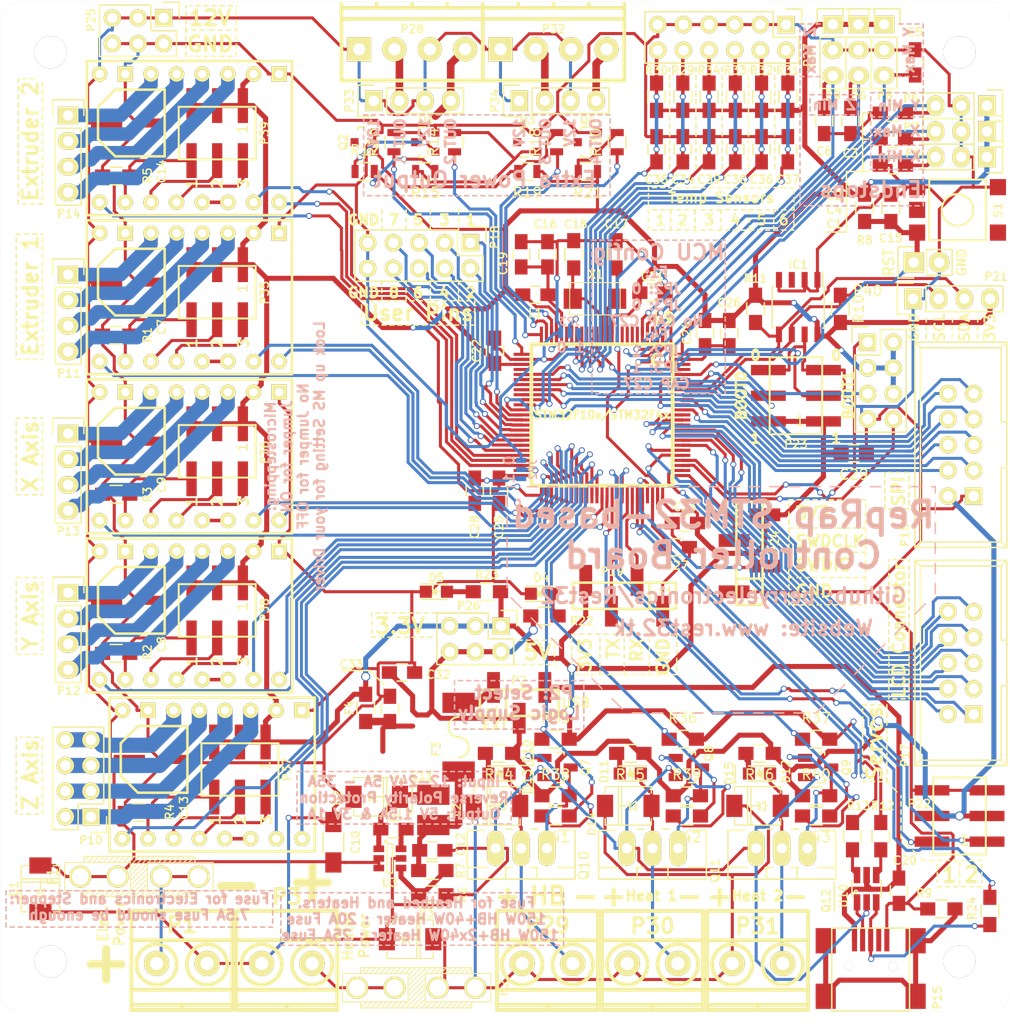
<source format=kicad_pcb>
(kicad_pcb (version 20171130) (host pcbnew "(5.1.12)-1")
  (title_block (title "ReST32 Main") (date 2016-02-27) (rev "Rev. A") (company "Matthias Nowak"))
  (layers (0 F.Cu signal) (31 B.Cu signal) (34 B.Paste user hide) (35 F.Paste user hide) (36 B.SilkS user hide) (37 F.SilkS user hide) (38 B.Mask user hide) (39 F.Mask user hide) (44 Edge.Cuts user))
  (net 0 "")
  (net 1 VCC)
  (net 2 GND)
  (net 3 +3V3)
  (net 4 +12V)
  (net 5 +5V)
  (net 6 VEE)
  (net 7 ENDSTOP_X_MIN)
  (net 8 RESET)
  (net 9 ENDSTOP_Y_MIN)
  (net 10 ENDSTOP_Z_MIN)
  (net 11 ENDSTOP_X_MAX)
  (net 12 ENDSTOP_Y_MAX)
  (net 13 ENDSTOP_Z_MAX)
  (net 14 "Net-(C11-Pad1)")
  (net 15 "Net-(C11-Pad2)")
  (net 16 "Net-(C16-Pad1)")
  (net 17 "Net-(C17-Pad2)")
  (net 18 "Net-(C18-Pad1)")
  (net 19 P_VCAP_2)
  (net 20 "Net-(C28-Pad1)")
  (net 21 TEMP_4)
  (net 22 TEMP_5)
  (net 23 TEMP_0)
  (net 24 TEMP_1)
  (net 25 TEMP_2)
  (net 26 TEMP_3)
  (net 27 +12VA)
  (net 28 "Net-(D10-Pad2)")
  (net 29 /Heater/HEATER_0_OUT)
  (net 30 "Net-(D11-Pad2)")
  (net 31 /Heater/HEATER_1_OUT)
  (net 32 "Net-(D12-Pad2)")
  (net 33 /Heater/HEATER_2_OUT)
  (net 34 "/Power Input/12V-R")
  (net 35 "/Power Input/12VA-R")
  (net 36 I2C_SCL)
  (net 37 "Net-(P15-Pad6)")
  (net 38 SPI_SCK)
  (net 39 DISPLAY_EXTRA_0)
  (net 40 SPI_MISO)
  (net 41 SPI_CS1)
  (net 42 SPI_MOSI)
  (net 43 SPI_CS2)
  (net 44 DISPLAY_WR)
  (net 45 DISPLAY_RD)
  (net 46 DISPLAY_D1)
  (net 47 DISPLAY_D0)
  (net 48 DISPLAY_D3)
  (net 49 DISPLAY_D2)
  (net 50 DISPLAY_D5)
  (net 51 DISPLAY_D4)
  (net 52 DISPLAY_D7)
  (net 53 DISPLAY_D6)
  (net 54 DISPLAY_CD)
  (net 55 DISPLAY_CS)
  (net 56 UART_1_RX)
  (net 57 UART_1_TX)
  (net 58 I2C_SDA)
  (net 59 SERVO_1)
  (net 60 SERVO_0)
  (net 61 BOOT_0)
  (net 62 BOOT_1)
  (net 63 SWD_IO)
  (net 64 SWD_CLK)
  (net 65 "/Extra Power Output/EXTRA_0_OUT")
  (net 66 "/Extra Power Output/EXTRA_1_OUT")
  (net 67 "/Extra Power Output/EXTRA_2_OUT")
  (net 68 "/Extra Power Output/EXTRA_3_OUT")
  (net 69 "Net-(Q1-Pad1)")
  (net 70 "Net-(Q2-Pad1)")
  (net 71 "Net-(Q3-Pad1)")
  (net 72 "Net-(Q4-Pad1)")
  (net 73 HEATER_0)
  (net 74 /Heater/HEATER_0_5VL)
  (net 75 HEATER_1)
  (net 76 /Heater/HEATER_1_5VL)
  (net 77 HEATER_2)
  (net 78 /Heater/HEATER_2_5VL)
  (net 79 "/Stepper and Endstop/E0M1")
  (net 80 "/Stepper and Endstop/YM1")
  (net 81 "/Stepper and Endstop/XM1")
  (net 82 "/Stepper and Endstop/ZM1")
  (net 83 "/Stepper and Endstop/E1M1")
  (net 84 "Net-(R6-Pad2)")
  (net 85 /Logic/USBR+)
  (net 86 /Logic/USBR-)
  (net 87 EXTRA_1)
  (net 88 EXTRA_0)
  (net 89 EXTRA_2)
  (net 90 EXTRA_3)
  (net 91 "/Stepper and Endstop/XM3")
  (net 92 "/Stepper and Endstop/XM2")
  (net 93 "/Stepper and Endstop/YM3")
  (net 94 "/Stepper and Endstop/YM2")
  (net 95 "/Stepper and Endstop/ZM3")
  (net 96 "/Stepper and Endstop/ZM2")
  (net 97 "/Stepper and Endstop/E0M3")
  (net 98 "/Stepper and Endstop/E0M2")
  (net 99 "/Stepper and Endstop/E1M3")
  (net 100 "/Stepper and Endstop/E1M2")
  (net 101 STEPPER_E_0_EN)
  (net 102 "Net-(U2-Pad13)")
  (net 103 STEPPER_E_0_STEP)
  (net 104 STEPPER_E_0_DIR)
  (net 105 STEPPER_Y_EN)
  (net 106 "Net-(U5-Pad13)")
  (net 107 STEPPER_Y_STEP)
  (net 108 STEPPER_Y_DIR)
  (net 109 STEPPER_X_EN)
  (net 110 "Net-(U6-Pad13)")
  (net 111 STEPPER_X_STEP)
  (net 112 STEPPER_X_DIR)
  (net 113 STEPPER_Z_EN)
  (net 114 "Net-(U7-Pad13)")
  (net 115 STEPPER_Z_STEP)
  (net 116 STEPPER_Z_DIR)
  (net 117 STEPPER_E_1_EN)
  (net 118 "Net-(U8-Pad13)")
  (net 119 STEPPER_E_1_STEP)
  (net 120 STEPPER_E_1_DIR)
  (net 121 P_VSSA)
  (net 122 USER_0)
  (net 123 USER_1)
  (net 124 USER_2)
  (net 125 USER_3)
  (net 126 USER_4)
  (net 127 USER_5)
  (net 128 USER_6)
  (net 129 USER_7)
  (net 130 P_VCAP_1)
  (net 131 "Net-(D4-Pad2)")
  (net 132 "Net-(D5-Pad2)")
  (net 133 "/Stepper and Endstop/Z_1B")
  (net 134 "/Stepper and Endstop/Z_1A")
  (net 135 "/Stepper and Endstop/Z_2A")
  (net 136 "/Stepper and Endstop/Z_2B")
  (net 137 "/Stepper and Endstop/E0_2B")
  (net 138 "/Stepper and Endstop/E0_2A")
  (net 139 "/Stepper and Endstop/E0_1A")
  (net 140 "/Stepper and Endstop/E0_1B")
  (net 141 "/Stepper and Endstop/Y_2B")
  (net 142 "/Stepper and Endstop/Y_2A")
  (net 143 "/Stepper and Endstop/Y_1A")
  (net 144 "/Stepper and Endstop/Y_1B")
  (net 145 "/Stepper and Endstop/X_2B")
  (net 146 "/Stepper and Endstop/X_2A")
  (net 147 "/Stepper and Endstop/X_1A")
  (net 148 "/Stepper and Endstop/E1_2B")
  (net 149 "/Stepper and Endstop/E1_2A")
  (net 150 "/Stepper and Endstop/E1_1A")
  (net 151 "/Stepper and Endstop/E1_1B")
  (net 152 "/Stepper and Endstop/X_1B")
  (net 153 /Heater/H2_GATE)
  (net 154 /Heater/H1_GATE)
  (net 155 /Logic/USBP_D-)
  (net 156 /Logic/USBP_D+)
  (net 157 USB_MCU+)
  (net 158 USB_MCU-)
  (net 159 "Net-(C12-Pad1)")
  (net 160 "Net-(C33-Pad1)")
  (net 161 /Heater/H0_GATE)
  (net 162 UART_4_RX)
  (net 163 DISPLAY_EXTRA_1)
  (net 164 UART_4_TX)
  (net 165 "Net-(P15-Pad4)")
  (net 166 "/Extra Power Output/EXTRA_0_5V")
  (net 167 "/Extra Power Output/EXTRA_2_5V")
  (net 168 "/Extra Power Output/EXTRA_1_5V")
  (net 169 "/Extra Power Output/EXTRA_3_5V")
  (net 170 "Net-(S1-Pad1)")
  (net 171 "Net-(U9-Pad6)")
  (net 172 "Net-(U9-Pad7)")
  (net 173 "Net-(U9-Pad8)")
  (net 174 "Net-(U9-Pad9)")
  (net 175 SPI_CS0)
  (net 176 "Net-(U9-Pad90)")
  (net 177 "Net-(U9-Pad97)")
  (module ReST-Library:LQFP100-14x14 (layer F.Cu) (at 79.05 106.35 180)
    (fp_text reference U9 (at -6.1 9.6 180) (layer F.SilkS) (effects (font (size 1.016 1.016) (thickness 0.254))))
    (fp_text value STM32F10x/STM32F4x (at 0 0 180) (layer F.SilkS) (effects (font (size 0.8 0.8) (thickness 0.2))))
    (pad 1 smd rect (at -5.99948 7.95 180) (size 0.29972 1.6) (layers F.Cu F.Paste F.Mask) (net 11 ENDSTOP_X_MAX) (clearance 0.14986))
    (pad 2 smd rect (at -5.4991 7.95 180) (size 0.29972 1.6) (layers F.Cu F.Paste F.Mask) (net 9 ENDSTOP_Y_MIN) (clearance 0.14986))
    (pad 3 smd rect (at -5.00126 7.95 180) (size 0.29972 1.6) (layers F.Cu F.Paste F.Mask) (net 12 ENDSTOP_Y_MAX) (clearance 0.14986))
    (pad 4 smd rect (at -4.50088 7.95 180) (size 0.29972 1.6) (layers F.Cu F.Paste F.Mask) (net 10 ENDSTOP_Z_MIN) (clearance 0.14986))
    (pad 5 smd rect (at -4.0005 7.95 180) (size 0.29972 1.6) (layers F.Cu F.Paste F.Mask) (net 13 ENDSTOP_Z_MAX) (clearance 0.14986))
    (pad 6 smd rect (at -3.50012 7.95 180) (size 0.29972 1.6) (layers F.Cu F.Paste F.Mask) (net 171 "Net-(U9-Pad6)") (clearance 0.14986))
    (pad 7 smd rect (at -2.99974 7.95 180) (size 0.29972 1.6) (layers F.Cu F.Paste F.Mask) (net 172 "Net-(U9-Pad7)") (clearance 0.14986))
    (pad 8 smd rect (at -2.49936 7.95 180) (size 0.29972 1.6) (layers F.Cu F.Paste F.Mask) (net 173 "Net-(U9-Pad8)") (clearance 0.14986))
    (pad 9 smd rect (at -1.99898 7.95 180) (size 0.29972 1.6) (layers F.Cu F.Paste F.Mask) (net 174 "Net-(U9-Pad9)") (clearance 0.14986))
    (pad 10 smd rect (at -1.50114 7.95 180) (size 0.29972 1.6) (layers F.Cu F.Paste F.Mask) (net 2 GND) (clearance 0.14986))
    (pad 11 smd rect (at -1.00076 7.95 180) (size 0.29972 1.6) (layers F.Cu F.Paste F.Mask) (net 3 +3V3) (clearance 0.14986))
    (pad 12 smd rect (at -0.50038 7.95 180) (size 0.29972 1.6) (layers F.Cu F.Paste F.Mask) (net 17 "Net-(C17-Pad2)") (clearance 0.14986))
    (pad 13 smd rect (at 0 7.95 180) (size 0.29972 1.6) (layers F.Cu F.Paste F.Mask) (net 18 "Net-(C18-Pad1)") (clearance 0.14986))
    (pad 14 smd rect (at 0.50038 7.95 180) (size 0.29972 1.6) (layers F.Cu F.Paste F.Mask) (net 8 RESET) (clearance 0.14986))
    (pad 15 smd rect (at 1.00076 7.95 180) (size 0.29972 1.6) (layers F.Cu F.Paste F.Mask) (net 23 TEMP_0) (clearance 0.14986))
    (pad 16 smd rect (at 1.50114 7.95 180) (size 0.29972 1.6) (layers F.Cu F.Paste F.Mask) (net 24 TEMP_1) (clearance 0.14986))
    (pad 17 smd rect (at 1.99898 7.95 180) (size 0.29972 1.6) (layers F.Cu F.Paste F.Mask) (net 25 TEMP_2) (clearance 0.14986))
    (pad 18 smd rect (at 2.49936 7.95 180) (size 0.29972 1.6) (layers F.Cu F.Paste F.Mask) (net 26 TEMP_3) (clearance 0.14986))
    (pad 19 smd rect (at 2.99974 7.95 180) (size 0.29972 1.6) (layers F.Cu F.Paste F.Mask) (net 121 P_VSSA) (clearance 0.14986))
    (pad 20 smd rect (at 3.50012 7.95 180) (size 0.29972 1.6) (layers F.Cu F.Paste F.Mask) (net 2 GND) (clearance 0.14986))
    (pad 21 smd rect (at 4.0005 7.95 180) (size 0.29972 1.6) (layers F.Cu F.Paste F.Mask) (net 16 "Net-(C16-Pad1)") (clearance 0.14986))
    (pad 22 smd rect (at 4.50088 7.95 180) (size 0.29972 1.6) (layers F.Cu F.Paste F.Mask) (net 3 +3V3) (clearance 0.14986))
    (pad 23 smd rect (at 5.00126 7.95 180) (size 0.29972 1.63) (layers F.Cu F.Paste F.Mask) (net 90 EXTRA_3) (clearance 0.14986))
    (pad 24 smd rect (at 5.4991 7.95 180) (size 0.29972 1.6) (layers F.Cu F.Paste F.Mask) (net 89 EXTRA_2) (clearance 0.14986))
    (pad 25 smd rect (at 5.99948 7.95 180) (size 0.29972 1.6) (layers F.Cu F.Paste F.Mask) (net 87 EXTRA_1) (clearance 0.14986))
    (pad 26 smd rect (at 7.95 5.99948 180) (size 1.6 0.29972) (layers F.Cu F.Paste F.Mask) (net 88 EXTRA_0) (clearance 0.14986))
    (pad 27 smd rect (at 7.95 5.4991 180) (size 1.6 0.29972) (layers F.Cu F.Paste F.Mask) (net 2 GND) (clearance 0.14986))
    (pad 28 smd rect (at 7.95 5.00126 180) (size 1.6 0.29972) (layers F.Cu F.Paste F.Mask) (net 3 +3V3) (clearance 0.14986))
    (pad 29 smd rect (at 7.95 4.50088 180) (size 1.6 0.29972) (layers F.Cu F.Paste F.Mask) (net 175 SPI_CS0) (clearance 0.14986))
    (pad 30 smd rect (at 7.95 4.0005 180) (size 1.6 0.29972) (layers F.Cu F.Paste F.Mask) (net 38 SPI_SCK) (clearance 0.14986))
    (pad 31 smd rect (at 7.95 3.50012 180) (size 1.6 0.29972) (layers F.Cu F.Paste F.Mask) (net 40 SPI_MISO) (clearance 0.14986))
    (pad 32 smd rect (at 7.95 2.99974 180) (size 1.6 0.29972) (layers F.Cu F.Paste F.Mask) (net 42 SPI_MOSI) (clearance 0.14986))
    (pad 33 smd rect (at 7.95 2.49936 180) (size 1.6 0.29972) (layers F.Cu F.Paste F.Mask) (net 41 SPI_CS1) (clearance 0.14986))
    (pad 34 smd rect (at 7.95 1.99898 180) (size 1.6 0.29972) (layers F.Cu F.Paste F.Mask) (net 43 SPI_CS2) (clearance 0.14986))
    (pad 35 smd rect (at 7.95 1.50114 180) (size 1.6 0.29972) (layers F.Cu F.Paste F.Mask) (net 21 TEMP_4) (clearance 0.14986))
    (pad 36 smd rect (at 7.95 1.00076 180) (size 1.6 0.29972) (layers F.Cu F.Paste F.Mask) (net 22 TEMP_5) (clearance 0.14986))
    (pad 37 smd rect (at 7.95 0.50038 180) (size 1.6 0.29972) (layers F.Cu F.Paste F.Mask) (net 62 BOOT_1) (clearance 0.14986))
    (pad 38 smd rect (at 7.95 0 180) (size 1.6 0.29972) (layers F.Cu F.Paste F.Mask) (net 122 USER_0) (clearance 0.14986))
    (pad 39 smd rect (at 7.95 -0.50038 180) (size 1.6 0.29972) (layers F.Cu F.Paste F.Mask) (net 123 USER_1) (clearance 0.14986))
    (pad 40 smd rect (at 7.95 -1.00076 180) (size 1.6 0.29972) (layers F.Cu F.Paste F.Mask) (net 124 USER_2) (clearance 0.14986))
    (pad 41 smd rect (at 7.95 -1.50114 180) (size 1.6 0.29972) (layers F.Cu F.Paste F.Mask) (net 125 USER_3) (clearance 0.14986))
    (pad 42 smd rect (at 7.95 -1.99898 180) (size 1.6 0.29972) (layers F.Cu F.Paste F.Mask) (net 126 USER_4) (clearance 0.14986))
    (pad 43 smd rect (at 7.95 -2.49936 180) (size 1.6 0.29972) (layers F.Cu F.Paste F.Mask) (net 127 USER_5) (clearance 0.14986))
    (pad 44 smd rect (at 7.95 -2.99974 180) (size 1.6 0.29972) (layers F.Cu F.Paste F.Mask) (net 128 USER_6) (clearance 0.14986))
    (pad 45 smd rect (at 7.95 -3.50012 180) (size 1.6 0.29972) (layers F.Cu F.Paste F.Mask) (net 129 USER_7) (clearance 0.14986))
    (pad 46 smd rect (at 7.95 -4.0005 180) (size 1.6 0.29972) (layers F.Cu F.Paste F.Mask) (net 119 STEPPER_E_1_STEP) (clearance 0.14986))
    (pad 47 smd rect (at 7.95 -4.50088 180) (size 1.6 0.29972) (layers F.Cu F.Paste F.Mask) (net 120 STEPPER_E_1_DIR) (clearance 0.14986))
    (pad 48 smd rect (at 7.95 -5.00126 180) (size 1.6 0.29972) (layers F.Cu F.Paste F.Mask) (net 117 STEPPER_E_1_EN) (clearance 0.14986))
    (pad 49 smd rect (at 7.95 -5.4991 180) (size 1.6 0.29972) (layers F.Cu F.Paste F.Mask) (net 130 P_VCAP_1) (clearance 0.14986))
    (pad 50 smd rect (at 7.95 -5.99948 180) (size 1.6 0.29972) (layers F.Cu F.Paste F.Mask) (net 3 +3V3) (clearance 0.14986))
    (pad 51 smd rect (at 5.99948 -7.95 180) (size 0.29972 1.6) (layers F.Cu F.Paste F.Mask) (net 103 STEPPER_E_0_STEP) (clearance 0.14986))
    (pad 52 smd rect (at 5.4991 -7.95 180) (size 0.29972 1.6) (layers F.Cu F.Paste F.Mask) (net 104 STEPPER_E_0_DIR) (clearance 0.14986))
    (pad 53 smd rect (at 5.00126 -7.95 180) (size 0.29972 1.6) (layers F.Cu F.Paste F.Mask) (net 101 STEPPER_E_0_EN) (clearance 0.14986))
    (pad 54 smd rect (at 4.50088 -7.95 180) (size 0.29972 1.6) (layers F.Cu F.Paste F.Mask) (net 111 STEPPER_X_STEP) (clearance 0.14986))
    (pad 55 smd rect (at 4.0005 -7.95 180) (size 0.29972 1.6) (layers F.Cu F.Paste F.Mask) (net 112 STEPPER_X_DIR) (clearance 0.14986))
    (pad 56 smd rect (at 3.50012 -7.95 180) (size 0.29972 1.6) (layers F.Cu F.Paste F.Mask) (net 109 STEPPER_X_EN) (clearance 0.14986))
    (pad 57 smd rect (at 2.99974 -7.95 180) (size 0.29972 1.6) (layers F.Cu F.Paste F.Mask) (net 107 STEPPER_Y_STEP) (clearance 0.14986))
    (pad 58 smd rect (at 2.49936 -7.95 180) (size 0.29972 1.6) (layers F.Cu F.Paste F.Mask) (net 108 STEPPER_Y_DIR) (clearance 0.14986))
    (pad 59 smd rect (at 1.99898 -7.95 180) (size 0.29972 1.6) (layers F.Cu F.Paste F.Mask) (net 105 STEPPER_Y_EN) (clearance 0.14986))
    (pad 60 smd rect (at 1.50114 -7.95 180) (size 0.29972 1.6) (layers F.Cu F.Paste F.Mask) (net 113 STEPPER_Z_EN) (clearance 0.14986))
    (pad 61 smd rect (at 1.00076 -7.95 180) (size 0.29972 1.6) (layers F.Cu F.Paste F.Mask) (net 115 STEPPER_Z_STEP) (clearance 0.14986))
    (pad 62 smd rect (at 0.50038 -7.95 180) (size 0.29972 1.6) (layers F.Cu F.Paste F.Mask) (net 116 STEPPER_Z_DIR) (clearance 0.14986))
    (pad 63 smd rect (at 0 -7.95 180) (size 0.29972 1.6) (layers F.Cu F.Paste F.Mask) (net 73 HEATER_0) (clearance 0.14986))
    (pad 64 smd rect (at -0.50038 -7.95 180) (size 0.29972 1.6) (layers F.Cu F.Paste F.Mask) (net 75 HEATER_1) (clearance 0.14986))
    (pad 65 smd rect (at -1.00076 -7.95 180) (size 0.29972 1.6) (layers F.Cu F.Paste F.Mask) (net 77 HEATER_2) (clearance 0.14986))
    (pad 66 smd rect (at -1.50114 -7.95 180) (size 0.29972 1.6) (layers F.Cu F.Paste F.Mask) (net 60 SERVO_0) (clearance 0.14986))
    (pad 67 smd rect (at -1.99898 -7.95 180) (size 0.29972 1.6) (layers F.Cu F.Paste F.Mask) (net 59 SERVO_1) (clearance 0.14986))
    (pad 68 smd rect (at -2.49936 -7.95 180) (size 0.29972 1.6) (layers F.Cu F.Paste F.Mask) (net 57 UART_1_TX) (clearance 0.14986))
    (pad 69 smd rect (at -2.99974 -7.95 180) (size 0.29972 1.6) (layers F.Cu F.Paste F.Mask) (net 56 UART_1_RX) (clearance 0.14986))
    (pad 70 smd rect (at -3.50012 -7.95 180) (size 0.29972 1.6) (layers F.Cu F.Paste F.Mask) (net 158 USB_MCU-) (clearance 0.14986))
    (pad 71 smd rect (at -4.0005 -7.95 180) (size 0.29972 1.6) (layers F.Cu F.Paste F.Mask) (net 157 USB_MCU+) (clearance 0.14986))
    (pad 72 smd rect (at -4.50088 -7.95 180) (size 0.29972 1.6) (layers F.Cu F.Paste F.Mask) (net 63 SWD_IO) (clearance 0.14986))
    (pad 73 smd rect (at -5.00126 -7.95 180) (size 0.29972 1.6) (layers F.Cu F.Paste F.Mask) (net 19 P_VCAP_2) (clearance 0.14986))
    (pad 74 smd rect (at -5.4991 -7.95 180) (size 0.29972 1.6) (layers F.Cu F.Paste F.Mask) (net 2 GND) (clearance 0.14986))
    (pad 75 smd rect (at -5.99948 -7.95 180) (size 0.29972 1.6) (layers F.Cu F.Paste F.Mask) (net 3 +3V3) (clearance 0.14986))
    (pad 76 smd rect (at -7.95 -5.99948 180) (size 1.6 0.29972) (layers F.Cu F.Paste F.Mask) (net 64 SWD_CLK) (clearance 0.14986))
    (pad 77 smd rect (at -7.95 -5.4991 180) (size 1.6 0.29972) (layers F.Cu F.Paste F.Mask) (net 54 DISPLAY_CD) (clearance 0.14986))
    (pad 78 smd rect (at -7.95 -5.00126 180) (size 1.6 0.29972) (layers F.Cu F.Paste F.Mask) (net 164 UART_4_TX) (clearance 0.14986))
    (pad 79 smd rect (at -7.95 -4.50088 180) (size 1.6 0.29972) (layers F.Cu F.Paste F.Mask) (net 162 UART_4_RX) (clearance 0.14986))
    (pad 80 smd rect (at -7.95 -4.0005 180) (size 1.6 0.29972) (layers F.Cu F.Paste F.Mask) (net 55 DISPLAY_CS) (clearance 0.14986))
    (pad 81 smd rect (at -7.95 -3.50012 180) (size 1.6 0.29972) (layers F.Cu F.Paste F.Mask) (net 47 DISPLAY_D0) (clearance 0.14986))
    (pad 82 smd rect (at -7.95 -2.99974 180) (size 1.6 0.29972) (layers F.Cu F.Paste F.Mask) (net 46 DISPLAY_D1) (clearance 0.14986))
    (pad 83 smd rect (at -7.95 -2.49936 180) (size 1.6 0.29972) (layers F.Cu F.Paste F.Mask) (net 49 DISPLAY_D2) (clearance 0.14986))
    (pad 84 smd rect (at -7.95 -1.99898 180) (size 1.6 0.29972) (layers F.Cu F.Paste F.Mask) (net 48 DISPLAY_D3) (clearance 0.14986))
    (pad 85 smd rect (at -7.95 -1.50114 180) (size 1.6 0.29972) (layers F.Cu F.Paste F.Mask) (net 51 DISPLAY_D4) (clearance 0.14986))
    (pad 86 smd rect (at -7.95 -1.00076 180) (size 1.6 0.29972) (layers F.Cu F.Paste F.Mask) (net 50 DISPLAY_D5) (clearance 0.14986))
    (pad 87 smd rect (at -7.95 -0.50038 180) (size 1.6 0.29972) (layers F.Cu F.Paste F.Mask) (net 53 DISPLAY_D6) (clearance 0.14986))
    (pad 88 smd rect (at -7.95 0 180) (size 1.6 0.29972) (layers F.Cu F.Paste F.Mask) (net 52 DISPLAY_D7) (clearance 0.14986))
    (pad 89 smd rect (at -7.95 0.50038 180) (size 1.6 0.29972) (layers F.Cu F.Paste F.Mask) (net 44 DISPLAY_WR) (clearance 0.14986))
    (pad 90 smd rect (at -7.95 1.00076 180) (size 1.6 0.29972) (layers F.Cu F.Paste F.Mask) (net 176 "Net-(U9-Pad90)") (clearance 0.14986))
    (pad 91 smd rect (at -7.95 1.50114 180) (size 1.6 0.29972) (layers F.Cu F.Paste F.Mask) (net 45 DISPLAY_RD) (clearance 0.14986))
    (pad 92 smd rect (at -7.95 1.99898 180) (size 1.6 0.29972) (layers F.Cu F.Paste F.Mask) (net 36 I2C_SCL) (clearance 0.14986))
    (pad 93 smd rect (at -7.95 2.49936 180) (size 1.6 0.29972) (layers F.Cu F.Paste F.Mask) (net 58 I2C_SDA) (clearance 0.14986))
    (pad 94 smd rect (at -7.95 2.99974 180) (size 1.6 0.29972) (layers F.Cu F.Paste F.Mask) (net 61 BOOT_0) (clearance 0.14986))
    (pad 95 smd rect (at -7.95 3.50012 180) (size 1.6 0.29972) (layers F.Cu F.Paste F.Mask) (net 39 DISPLAY_EXTRA_0) (clearance 0.14986))
    (pad 96 smd rect (at -7.95 4.0005 180) (size 1.6 0.29972) (layers F.Cu F.Paste F.Mask) (net 163 DISPLAY_EXTRA_1) (clearance 0.14986))
    (pad 97 smd rect (at -7.95 4.50088 180) (size 1.6 0.29972) (layers F.Cu F.Paste F.Mask) (net 177 "Net-(U9-Pad97)") (clearance 0.14986))
    (pad 98 smd rect (at -7.95 5.00126 180) (size 1.6 0.29972) (layers F.Cu F.Paste F.Mask) (net 7 ENDSTOP_X_MIN) (clearance 0.14986))
    (pad 99 smd rect (at -7.95 5.4991 180) (size 1.6 0.29972) (layers F.Cu F.Paste F.Mask) (net 2 GND) (clearance 0.14986))
    (pad 100 smd rect (at -7.95 5.99948 180) (size 1.6 0.29972) (layers F.Cu F.Paste F.Mask) (net 3 +3V3) (clearance 0.14986))
  )
  (module ReST-Library:1pin (layer F.Cu) (at 114.45 70.45)
    (fp_text reference REF**_4)
    (fp_text value 1pin)
    (pad "" thru_hole circle (at 0 0) (size 3.2 3.2) (drill 3.2) (layers *.Cu *.Mask))
  )
  (module ReST-Library:1pin (layer F.Cu) (at 114.45 160.45)
    (fp_text reference REF**_3)
    (fp_text value 1pin)
    (pad "" thru_hole circle (at 0 0) (size 3.2 3.2) (drill 3.2) (layers *.Cu *.Mask))
  )
  (module ReST-Library:1pin (layer F.Cu) (at 24.45 160.45)
    (fp_text reference REF**_2)
    (fp_text value 1pin)
    (pad "" thru_hole circle (at 0 0) (size 3.2 3.2) (drill 3.2) (layers *.Cu *.Mask))
  )
  (module ReST-Library:DO-214AC.SMA (layer F.Cu) (at 56.75 144.15)
    (fp_text reference D2 (at -3.9 0.1 90) (layer F.SilkS) (effects (font (size 0.8 0.8))))
    (fp_text value B240A)
    (pad 2 smd rect (at -2.3 0) (size 1.6002 2.19964) (layers F.Cu F.Paste F.Mask) (net 2 GND))
    (pad 1 smd rect (at 2.3 0) (size 1.6002 2.19964) (layers F.Cu F.Paste F.Mask) (net 14 "Net-(C11-Pad1)"))
  )
  (module ReST-Library:1pin (layer F.Cu) (at 24.45 70.45)
    (fp_text reference REF**)
    (fp_text value 1pin)
    (pad "" thru_hole circle (at 0 0) (size 3.2 3.2) (drill 3.2) (layers *.Cu *.Mask))
  )
  (module Capacitors_SMD:C_0805_HandSoldering (layer F.Cu) (at 107.85 81.65 180)
    (fp_text reference C1 (at 5.8 -5.8 180) (layer F.SilkS) (effects (font (size 0.8 0.8))))
    (fp_text value 10nF)
    (pad 1 smd rect (at -1.25 0 180) (size 1.5 1.25) (layers F.Cu F.Paste F.Mask) (net 7 ENDSTOP_X_MIN))
    (pad 2 smd rect (at 1.25 0 180) (size 1.5 1.25) (layers F.Cu F.Paste F.Mask) (net 2 GND))
  )
  (module Capacitors_SMD:C_0805_HandSoldering (layer F.Cu) (at 107.85 76.45 180)
    (fp_text reference C2 (at 5.8 -8.2 180) (layer F.SilkS) (effects (font (size 0.8 0.8))))
    (fp_text value 10nF)
    (pad 1 smd rect (at -1.25 0 180) (size 1.5 1.25) (layers F.Cu F.Paste F.Mask) (net 9 ENDSTOP_Y_MIN))
    (pad 2 smd rect (at 1.25 0 180) (size 1.5 1.25) (layers F.Cu F.Paste F.Mask) (net 2 GND))
  )
  (module Capacitors_SMD:C_0805_HandSoldering (layer F.Cu) (at 103.65 77.25 270)
    (fp_text reference C3 (at 3.2 0) (layer F.SilkS) (effects (font (size 0.8 0.8))))
    (fp_text value 10nF)
    (pad 1 smd rect (at -1.25 0 270) (size 1.5 1.25) (layers F.Cu F.Paste F.Mask) (net 10 ENDSTOP_Z_MIN))
    (pad 2 smd rect (at 1.25 0 270) (size 1.5 1.25) (layers F.Cu F.Paste F.Mask) (net 2 GND))
  )
  (module Capacitors_SMD:C_0805_HandSoldering (layer F.Cu) (at 107.85 79.05 180)
    (fp_text reference C4 (at 5.8 -7 180) (layer F.SilkS) (effects (font (size 0.8 0.8))))
    (fp_text value 10nF)
    (pad 1 smd rect (at -1.25 0 180) (size 1.5 1.25) (layers F.Cu F.Paste F.Mask) (net 11 ENDSTOP_X_MAX))
    (pad 2 smd rect (at 1.25 0 180) (size 1.5 1.25) (layers F.Cu F.Paste F.Mask) (net 2 GND))
  )
  (module Capacitors_SMD:C_0805_HandSoldering (layer F.Cu) (at 110.05 71.45 90)
    (fp_text reference C5 (at 3 0 180) (layer F.SilkS) (effects (font (size 0.8 0.8))))
    (fp_text value 10nF)
    (pad 1 smd rect (at -1.25 0 90) (size 1.5 1.25) (layers F.Cu F.Paste F.Mask) (net 12 ENDSTOP_Y_MAX))
    (pad 2 smd rect (at 1.25 0 90) (size 1.5 1.25) (layers F.Cu F.Paste F.Mask) (net 2 GND))
  )
  (module Capacitors_SMD:C_0805_HandSoldering (layer F.Cu) (at 101.05 77.25 270)
    (fp_text reference C6 (at 3 0) (layer F.SilkS) (effects (font (size 0.8 0.8))))
    (fp_text value 10nF)
    (pad 1 smd rect (at -1.25 0 270) (size 1.5 1.25) (layers F.Cu F.Paste F.Mask) (net 13 ENDSTOP_Z_MAX))
    (pad 2 smd rect (at 1.25 0 270) (size 1.5 1.25) (layers F.Cu F.Paste F.Mask) (net 2 GND))
  )
  (module ReST-Library:CP-PANASONIC-SMT_D8 (layer F.Cu) (at 32.45 93.2)
    (fp_text reference C7 (at 3 4.45 90) (layer F.SilkS) (effects (font (size 0.8 0.8))))
    (fp_text value 100uF hide)
    (pad 1 smd rect (at -2.4511 0) (size 3.0988 0.89916) (layers F.Cu F.Paste F.Mask) (net 4 +12V))
    (pad 2 smd rect (at 2.4511 0) (size 3.0988 0.89916) (layers F.Cu F.Paste F.Mask) (net 2 GND))
  )
  (module ReST-Library:CP-PANASONIC-SMT_D8 (layer F.Cu) (at 32.45 124.7)
    (fp_text reference C8 (at 3 4.35 90) (layer F.SilkS) (effects (font (size 0.8 0.8))))
    (fp_text value 100uF hide)
    (pad 1 smd rect (at -2.4511 0) (size 3.0988 0.89916) (layers F.Cu F.Paste F.Mask) (net 4 +12V))
    (pad 2 smd rect (at 2.4511 0) (size 3.0988 0.89916) (layers F.Cu F.Paste F.Mask) (net 2 GND))
  )
  (module ReST-Library:CP-PANASONIC-SMT_D8 (layer F.Cu) (at 32.45 108.95)
    (fp_text reference C9 (at 3 4.3 270) (layer F.SilkS) (effects (font (size 0.8 0.8))))
    (fp_text value 100uF hide)
    (pad 1 smd rect (at -2.4511 0) (size 3.0988 0.89916) (layers F.Cu F.Paste F.Mask) (net 4 +12V))
    (pad 2 smd rect (at 2.4511 0) (size 3.0988 0.89916) (layers F.Cu F.Paste F.Mask) (net 2 GND))
  )
  (module Capacitors_SMD:C_1206_HandSoldering (layer F.Cu) (at 52.45 148.65 90)
    (fp_text reference C10 (at 0 2.2 90) (layer F.SilkS) (effects (font (size 0.8 0.8))))
    (fp_text value 10uF)
    (pad 1 smd rect (at -2 0 90) (size 2 1.6) (layers F.Cu F.Paste F.Mask) (net 4 +12V))
    (pad 2 smd rect (at 2 0 90) (size 2 1.6) (layers F.Cu F.Paste F.Mask) (net 2 GND))
  )
  (module Capacitors_SMD:C_0805_HandSoldering (layer F.Cu) (at 58.4 147.35)
    (fp_text reference C11 (at 2.85 -5.3) (layer F.SilkS) (effects (font (size 0.8 0.8))))
    (fp_text value 22nF)
    (pad 1 smd rect (at -1.25 0) (size 1.5 1.25) (layers F.Cu F.Paste F.Mask) (net 14 "Net-(C11-Pad1)"))
    (pad 2 smd rect (at 1.25 0) (size 1.5 1.25) (layers F.Cu F.Paste F.Mask) (net 15 "Net-(C11-Pad2)"))
  )
  (module Capacitors_SMD:C_0805_HandSoldering (layer F.Cu) (at 62.25 149.45)
    (fp_text reference C12 (at 2.8 -0.6 90) (layer F.SilkS) (effects (font (size 0.8 0.8))))
    (fp_text value 4.7uF)
    (pad 1 smd rect (at -1.25 0) (size 1.5 1.25) (layers F.Cu F.Paste F.Mask) (net 159 "Net-(C12-Pad1)"))
    (pad 2 smd rect (at 1.25 0) (size 1.5 1.25) (layers F.Cu F.Paste F.Mask) (net 2 GND))
  )
  (module ReST-Library:CP-PANASONIC-SMT_D8 (layer F.Cu) (at 34.7 140.45)
    (fp_text reference C13 (at 2.95 4.8 90) (layer F.SilkS) (effects (font (size 0.8 0.8))))
    (fp_text value 100uF hide)
    (pad 1 smd rect (at -2.4511 0) (size 3.0988 0.89916) (layers F.Cu F.Paste F.Mask) (net 4 +12V))
    (pad 2 smd rect (at 2.4511 0) (size 3.0988 0.89916) (layers F.Cu F.Paste F.Mask) (net 2 GND))
  )
  (module ReST-Library:CP-PANASONIC-SMT_D8 (layer F.Cu) (at 32.45 77.45)
    (fp_text reference C14 (at 3 4.8 90) (layer F.SilkS) (effects (font (size 0.8 0.8))))
    (fp_text value 100uF hide)
    (pad 1 smd rect (at -2.4511 0) (size 3.0988 0.89916) (layers F.Cu F.Paste F.Mask) (net 4 +12V))
    (pad 2 smd rect (at 2.4511 0) (size 3.0988 0.89916) (layers F.Cu F.Paste F.Mask) (net 2 GND))
  )
  (module Resistors_SMD:R_0805_HandSoldering (layer F.Cu) (at 107.65 85.85 270)
    (fp_text reference C15 (at 3 0) (layer F.SilkS) (effects (font (size 0.8 0.8))))
    (fp_text value 100nF)
    (pad 1 smd rect (at -1.35 0 270) (size 1.5 1.3) (layers F.Cu F.Paste F.Mask) (net 2 GND))
    (pad 2 smd rect (at 1.35 0 270) (size 1.5 1.3) (layers F.Cu F.Paste F.Mask) (net 8 RESET))
  )
  (module Capacitors_SMD:C_0805_HandSoldering (layer F.Cu) (at 73.65 90.45 90)
    (fp_text reference C16 (at 3 -0.2 180) (layer F.SilkS) (effects (font (size 0.8 0.8))))
    (fp_text value 10uF)
    (pad 1 smd rect (at -1.25 0 90) (size 1.5 1.25) (layers F.Cu F.Paste F.Mask) (net 16 "Net-(C16-Pad1)"))
    (pad 2 smd rect (at 1.25 0 90) (size 1.5 1.25) (layers F.Cu F.Paste F.Mask) (net 2 GND))
  )
  (module Resistors_SMD:R_0805_HandSoldering (layer F.Cu) (at 80.45 90.45 270)
    (fp_text reference C17 (at -3 0) (layer F.SilkS) (effects (font (size 0.8 0.8))))
    (fp_text value 10pF)
    (pad 1 smd rect (at -1.35 0 270) (size 1.5 1.3) (layers F.Cu F.Paste F.Mask) (net 2 GND))
    (pad 2 smd rect (at 1.35 0 270) (size 1.5 1.3) (layers F.Cu F.Paste F.Mask) (net 17 "Net-(C17-Pad2)"))
  )
  (module Resistors_SMD:R_0805_HandSoldering (layer F.Cu) (at 76.25 90.45 90)
    (fp_text reference C18 (at 3 0.2 180) (layer F.SilkS) (effects (font (size 0.8 0.8))))
    (fp_text value 10pF)
    (pad 1 smd rect (at -1.35 0 90) (size 1.5 1.3) (layers F.Cu F.Paste F.Mask) (net 18 "Net-(C18-Pad1)"))
    (pad 2 smd rect (at 1.35 0 90) (size 1.5 1.3) (layers F.Cu F.Paste F.Mask) (net 2 GND))
  )
  (module Capacitors_SMD:C_0805_HandSoldering (layer F.Cu) (at 71.05 90.45 90)
    (fp_text reference C19 (at -0.9 -1.8 90) (layer F.SilkS) (effects (font (size 0.8 0.8))))
    (fp_text value 100nF)
    (pad 1 smd rect (at -1.25 0 90) (size 1.5 1.25) (layers F.Cu F.Paste F.Mask) (net 16 "Net-(C16-Pad1)"))
    (pad 2 smd rect (at 1.25 0 90) (size 1.5 1.25) (layers F.Cu F.Paste F.Mask) (net 2 GND))
  )
  (module Capacitors_SMD:C_0805_HandSoldering (layer F.Cu) (at 108.45 153.45 270)
    (fp_text reference C20 (at -3 -0.6 180) (layer F.SilkS) (effects (font (size 0.8 0.8))))
    (fp_text value 100nF)
    (pad 1 smd rect (at -1.25 0 270) (size 1.5 1.25) (layers F.Cu F.Paste F.Mask) (net 1 VCC))
    (pad 2 smd rect (at 1.25 0 270) (size 1.5 1.25) (layers F.Cu F.Paste F.Mask) (net 2 GND))
  )
  (module Capacitors_SMD:C_0805_HandSoldering (layer F.Cu) (at 84.05 94.25)
    (fp_text reference C21 (at 0 -1.6) (layer F.SilkS) (effects (font (size 0.8 0.8))))
    (fp_text value 100nF)
    (pad 1 smd rect (at -1.25 0) (size 1.5 1.25) (layers F.Cu F.Paste F.Mask) (net 3 +3V3))
    (pad 2 smd rect (at 1.25 0) (size 1.5 1.25) (layers F.Cu F.Paste F.Mask) (net 2 GND))
  )
  (module Capacitors_SMD:C_0805_HandSoldering (layer F.Cu) (at 68.45 100 90)
    (fp_text reference C22 (at 0 -1.8 90) (layer F.SilkS) (effects (font (size 0.8 0.8))))
    (fp_text value 100nF)
    (pad 1 smd rect (at -1.25 0 90) (size 1.5 1.25) (layers F.Cu F.Paste F.Mask) (net 3 +3V3))
    (pad 2 smd rect (at 1.25 0 90) (size 1.5 1.25) (layers F.Cu F.Paste F.Mask) (net 2 GND))
  )
  (module Capacitors_SMD:C_0805_HandSoldering (layer F.Cu) (at 87.25 117.05 180)
    (fp_text reference C23 (at 0 1.6 180) (layer F.SilkS) (effects (font (size 0.8 0.8))))
    (fp_text value 100nF)
    (pad 1 smd rect (at -1.25 0 180) (size 1.5 1.25) (layers F.Cu F.Paste F.Mask) (net 3 +3V3))
    (pad 2 smd rect (at 1.25 0 180) (size 1.5 1.25) (layers F.Cu F.Paste F.Mask) (net 2 GND))
  )
  (module Capacitors_SMD:C_0805_HandSoldering (layer F.Cu) (at 89.25 98.25 270)
    (fp_text reference C24 (at 0 1.8 270) (layer F.SilkS) (effects (font (size 0.8 0.8))))
    (fp_text value 100nF)
    (pad 1 smd rect (at -1.25 0 270) (size 1.5 1.25) (layers F.Cu F.Paste F.Mask) (net 3 +3V3))
    (pad 2 smd rect (at 1.25 0 270) (size 1.5 1.25) (layers F.Cu F.Paste F.Mask) (net 2 GND))
  )
  (module Capacitors_SMD:C_0805_HandSoldering (layer F.Cu) (at 68.85 113.85 270)
    (fp_text reference C25 (at 3.6 0 270) (layer F.SilkS) (effects (font (size 0.8 0.8))))
    (fp_text value 100nF)
    (pad 1 smd rect (at -1.25 0 270) (size 1.5 1.25) (layers F.Cu F.Paste F.Mask) (net 3 +3V3))
    (pad 2 smd rect (at 1.25 0 270) (size 1.5 1.25) (layers F.Cu F.Paste F.Mask) (net 2 GND))
  )
  (module Capacitors_SMD:C_0805_HandSoldering (layer F.Cu) (at 91.65 98.25 270)
    (fp_text reference C26 (at -3 0) (layer F.SilkS) (effects (font (size 0.8 0.8))))
    (fp_text value 4.7uF)
    (pad 1 smd rect (at -1.25 0 270) (size 1.5 1.25) (layers F.Cu F.Paste F.Mask) (net 3 +3V3))
    (pad 2 smd rect (at 1.25 0 270) (size 1.5 1.25) (layers F.Cu F.Paste F.Mask) (net 2 GND))
  )
  (module Capacitors_SMD:C_0805_HandSoldering (layer F.Cu) (at 86.45 119.45)
    (fp_text reference C27 (at 0 1.8) (layer F.SilkS) (effects (font (size 0.8 0.8))))
    (fp_text value 2u2)
    (pad 1 smd rect (at -1.25 0) (size 1.5 1.25) (layers F.Cu F.Paste F.Mask) (net 19 P_VCAP_2))
    (pad 2 smd rect (at 1.25 0) (size 1.5 1.25) (layers F.Cu F.Paste F.Mask) (net 2 GND))
  )
  (module Capacitors_SMD:C_0805_HandSoldering (layer F.Cu) (at 66.45 113.85 270)
    (fp_text reference C28 (at 3.6 0 270) (layer F.SilkS) (effects (font (size 0.8 0.8))))
    (fp_text value 2u2)
    (pad 1 smd rect (at -1.25 0 270) (size 1.5 1.25) (layers F.Cu F.Paste F.Mask) (net 20 "Net-(C28-Pad1)"))
    (pad 2 smd rect (at 1.25 0 270) (size 1.5 1.25) (layers F.Cu F.Paste F.Mask) (net 2 GND))
  )
  (module Capacitors_SMD:C_0805_HandSoldering (layer F.Cu) (at 59.25 131.85 180)
    (fp_text reference C32 (at -3.6 -0.2) (layer F.SilkS) (effects (font (size 0.8 0.8))))
    (fp_text value 10uF)
    (pad 1 smd rect (at -1.25 0 180) (size 1.5 1.25) (layers F.Cu F.Paste F.Mask) (net 2 GND))
    (pad 2 smd rect (at 1.25 0 180) (size 1.5 1.25) (layers F.Cu F.Paste F.Mask) (net 5 +5V))
  )
  (module Capacitors_SMD:C_0805_HandSoldering (layer F.Cu) (at 58.05 135.45 90)
    (fp_text reference C33 (at 4.4 -3.8 180) (layer F.SilkS) (effects (font (size 0.8 0.8))))
    (fp_text value 10uF)
    (pad 1 smd rect (at -1.25 0 90) (size 1.5 1.25) (layers F.Cu F.Paste F.Mask) (net 160 "Net-(C33-Pad1)"))
    (pad 2 smd rect (at 1.25 0 90) (size 1.5 1.25) (layers F.Cu F.Paste F.Mask) (net 2 GND))
  )
  (module Capacitors_SMD:C_0805_HandSoldering (layer F.Cu) (at 87.05 80.05 90)
    (fp_text reference C34 (at -3 0 180) (layer F.SilkS) (effects (font (size 0.8 0.8))))
    (fp_text value 10uF)
    (pad 1 smd rect (at -1.25 0 90) (size 1.5 1.25) (layers F.Cu F.Paste F.Mask) (net 21 TEMP_4))
    (pad 2 smd rect (at 1.25 0 90) (size 1.5 1.25) (layers F.Cu F.Paste F.Mask) (net 2 GND))
  )
  (module Capacitors_SMD:C_0805_HandSoldering (layer F.Cu) (at 84.45 80.05 90)
    (fp_text reference C35 (at -3 0 180) (layer F.SilkS) (effects (font (size 0.8 0.8))))
    (fp_text value 10uF)
    (pad 1 smd rect (at -1.25 0 90) (size 1.5 1.25) (layers F.Cu F.Paste F.Mask) (net 22 TEMP_5))
    (pad 2 smd rect (at 1.25 0 90) (size 1.5 1.25) (layers F.Cu F.Paste F.Mask) (net 2 GND))
  )
  (module Capacitors_SMD:C_0805_HandSoldering (layer F.Cu) (at 94.85 80.05 90)
    (fp_text reference C36 (at -3 0 180) (layer F.SilkS) (effects (font (size 0.8 0.8))))
    (fp_text value 10uF)
    (pad 1 smd rect (at -1.25 0 90) (size 1.5 1.25) (layers F.Cu F.Paste F.Mask) (net 24 TEMP_1))
    (pad 2 smd rect (at 1.25 0 90) (size 1.5 1.25) (layers F.Cu F.Paste F.Mask) (net 2 GND))
  )
  (module Capacitors_SMD:C_0805_HandSoldering (layer F.Cu) (at 97.45 80.05 90)
    (fp_text reference C37 (at -3 0 180) (layer F.SilkS) (effects (font (size 0.8 0.8))))
    (fp_text value 10uF)
    (pad 1 smd rect (at -1.25 0 90) (size 1.5 1.25) (layers F.Cu F.Paste F.Mask) (net 23 TEMP_0))
    (pad 2 smd rect (at 1.25 0 90) (size 1.5 1.25) (layers F.Cu F.Paste F.Mask) (net 2 GND))
  )
  (module Capacitors_SMD:C_0805_HandSoldering (layer F.Cu) (at 92.25 80.05 90)
    (fp_text reference C38 (at -3 0 180) (layer F.SilkS) (effects (font (size 0.8 0.8))))
    (fp_text value 10uF)
    (pad 1 smd rect (at -1.25 0 90) (size 1.5 1.25) (layers F.Cu F.Paste F.Mask) (net 25 TEMP_2))
    (pad 2 smd rect (at 1.25 0 90) (size 1.5 1.25) (layers F.Cu F.Paste F.Mask) (net 2 GND))
  )
  (module Capacitors_SMD:C_0805_HandSoldering (layer F.Cu) (at 89.65 80.05 90)
    (fp_text reference C39 (at -3 0 180) (layer F.SilkS) (effects (font (size 0.8 0.8))))
    (fp_text value 10uF)
    (pad 1 smd rect (at -1.25 0 90) (size 1.5 1.25) (layers F.Cu F.Paste F.Mask) (net 26 TEMP_3))
    (pad 2 smd rect (at 1.25 0 90) (size 1.5 1.25) (layers F.Cu F.Paste F.Mask) (net 2 GND))
  )
  (module ReST-Library:DO-214AC.SMA (layer F.Cu) (at 23.45 153.25 90)
    (fp_text reference D1 (at 0 -2.60096 90) (layer F.SilkS) (effects (font (size 0.8 0.8))))
    (fp_text value 1N400x)
    (pad 2 smd rect (at -2.3 0 90) (size 1.6002 2.19964) (layers F.Cu F.Paste F.Mask) (net 2 GND))
    (pad 1 smd rect (at 2.3 0 90) (size 1.6002 2.19964) (layers F.Cu F.Paste F.Mask) (net 4 +12V))
  )
  (module ReST-Library:DO-214AC.SMA (layer F.Cu) (at 60.05 158.25)
    (fp_text reference D3 (at 1.6 -2.6) (layer F.SilkS) (effects (font (size 0.8 0.8))))
    (fp_text value 1N400x)
    (pad 2 smd rect (at -2.3 0) (size 1.6002 2.19964) (layers F.Cu F.Paste F.Mask) (net 2 GND))
    (pad 1 smd rect (at 2.3 0) (size 1.6002 2.19964) (layers F.Cu F.Paste F.Mask) (net 27 +12VA))
  )
  (module LEDs:LED_0805 (layer F.Cu) (at 73.05 124.05)
    (fp_text reference D4 (at 0 -1.6) (layer F.SilkS) (effects (font (size 0.8 0.8))))
    (fp_text value LED)
    (pad 2 smd rect (at 1.04902 0 180) (size 1.19888 1.19888) (layers F.Cu F.Paste F.Mask) (net 131 "Net-(D4-Pad2)"))
    (pad 1 smd rect (at -1.04902 0 180) (size 1.19888 1.19888) (layers F.Cu F.Paste F.Mask) (net 2 GND))
  )
  (module LEDs:LED_0805 (layer F.Cu) (at 62.65 123.85)
    (fp_text reference D5 (at 0 -1.4 180) (layer F.SilkS) (effects (font (size 0.8 0.8))))
    (fp_text value LED)
    (pad 2 smd rect (at 1.04902 0 180) (size 1.19888 1.19888) (layers F.Cu F.Paste F.Mask) (net 132 "Net-(D5-Pad2)"))
    (pad 1 smd rect (at -1.04902 0 180) (size 1.19888 1.19888) (layers F.Cu F.Paste F.Mask) (net 2 GND))
  )
  (module LEDs:LED_0805 (layer F.Cu) (at 68.85 141.85 180)
    (fp_text reference D10 (at -2.8 2.2 270) (layer F.SilkS) (effects (font (size 0.8 0.8))))
    (fp_text value LED)
    (pad 2 smd rect (at 1.04902 0) (size 1.19888 1.19888) (layers F.Cu F.Paste F.Mask) (net 28 "Net-(D10-Pad2)"))
    (pad 1 smd rect (at -1.04902 0) (size 1.19888 1.19888) (layers F.Cu F.Paste F.Mask) (net 29 /Heater/HEATER_0_OUT))
  )
  (module LEDs:LED_0805 (layer F.Cu) (at 81.85 141.85 180)
    (fp_text reference D11 (at 2.6 0.2 270) (layer F.SilkS) (effects (font (size 0.8 0.8))))
    (fp_text value LED)
    (pad 2 smd rect (at 1.04902 0) (size 1.19888 1.19888) (layers F.Cu F.Paste F.Mask) (net 30 "Net-(D11-Pad2)"))
    (pad 1 smd rect (at -1.04902 0) (size 1.19888 1.19888) (layers F.Cu F.Paste F.Mask) (net 31 /Heater/HEATER_1_OUT))
  )
  (module LEDs:LED_0805 (layer F.Cu) (at 94.65 141.85 180)
    (fp_text reference D12 (at -2.6 0.2 270) (layer F.SilkS) (effects (font (size 0.8 0.8))))
    (fp_text value LED)
    (pad 2 smd rect (at 1.04902 0) (size 1.19888 1.19888) (layers F.Cu F.Paste F.Mask) (net 32 "Net-(D12-Pad2)"))
    (pad 1 smd rect (at -1.04902 0) (size 1.19888 1.19888) (layers F.Cu F.Paste F.Mask) (net 33 /Heater/HEATER_2_OUT))
  )
  (module ReST-Library:DO-214AC.SMA (layer F.Cu) (at 68.65 145.05 180)
    (fp_text reference D13 (at -3 2.5 270) (layer F.SilkS) (effects (font (size 0.8 0.8))))
    (fp_text value D_1N400x-SMD)
    (pad 2 smd rect (at -2.3 0 180) (size 1.6002 2.19964) (layers F.Cu F.Paste F.Mask) (net 29 /Heater/HEATER_0_OUT))
    (pad 1 smd rect (at 2.3 0 180) (size 1.6002 2.19964) (layers F.Cu F.Paste F.Mask) (net 27 +12VA))
  )
  (module ReST-Library:DO-214AC.SMA (layer F.Cu) (at 81.65 145.05 180)
    (fp_text reference D14 (at 3.6 -1.8 90) (layer F.SilkS) (effects (font (size 0.8 0.8))))
    (fp_text value D_1N400x-SMD)
    (pad 2 smd rect (at -2.3 0 180) (size 1.6002 2.19964) (layers F.Cu F.Paste F.Mask) (net 31 /Heater/HEATER_1_OUT))
    (pad 1 smd rect (at 2.3 0 180) (size 1.6002 2.19964) (layers F.Cu F.Paste F.Mask) (net 27 +12VA))
  )
  (module ReST-Library:DO-214AC.SMA (layer F.Cu) (at 94.45 145.05 180)
    (fp_text reference D15 (at 2.8 3.2 270) (layer F.SilkS) (effects (font (size 0.8 0.8))))
    (fp_text value D_1N400x-SMD)
    (pad 2 smd rect (at -2.3 0 180) (size 1.6002 2.19964) (layers F.Cu F.Paste F.Mask) (net 33 /Heater/HEATER_2_OUT))
    (pad 1 smd rect (at 2.3 0 180) (size 1.6002 2.19964) (layers F.Cu F.Paste F.Mask) (net 27 +12VA))
  )
  (module Housings_SOIC:SOIC-8_3.9x4.9mm_Pitch1.27mm (layer F.Cu) (at 98.475 95.675 270)
    (fp_text reference IC1 (at -4.2 0) (layer F.SilkS) (effects (font (size 0.8 0.8))))
    (fp_text value AT24C256)
    (pad 1 smd rect (at -2.7 -1.905 270) (size 1.55 0.6) (layers F.Cu F.Paste F.Mask) (net 2 GND))
    (pad 2 smd rect (at -2.7 -0.635 270) (size 1.55 0.6) (layers F.Cu F.Paste F.Mask) (net 2 GND))
    (pad 3 smd rect (at -2.7 0.635 270) (size 1.55 0.6) (layers F.Cu F.Paste F.Mask))
    (pad 4 smd rect (at -2.7 1.905 270) (size 1.55 0.6) (layers F.Cu F.Paste F.Mask) (net 2 GND))
    (pad 5 smd rect (at 2.7 1.905 270) (size 1.55 0.6) (layers F.Cu F.Paste F.Mask) (net 58 I2C_SDA))
    (pad 6 smd rect (at 2.7 0.635 270) (size 1.55 0.6) (layers F.Cu F.Paste F.Mask) (net 36 I2C_SCL))
    (pad 7 smd rect (at 2.7 -0.635 270) (size 1.55 0.6) (layers F.Cu F.Paste F.Mask) (net 2 GND))
    (pad 8 smd rect (at 2.7 -1.905 270) (size 1.55 0.6) (layers F.Cu F.Paste F.Mask) (net 3 +3V3))
  )
  (module Capacitors_SMD:C_0805_HandSoldering (layer F.Cu) (at 72.45 94.45)
    (fp_text reference L1 (at 0 1.8) (layer F.SilkS) (effects (font (size 0.8 0.8))))
    (fp_text value BEAD)
    (pad 1 smd rect (at -1.25 0) (size 1.5 1.25) (layers F.Cu F.Paste F.Mask) (net 3 +3V3))
    (pad 2 smd rect (at 1.25 0) (size 1.5 1.25) (layers F.Cu F.Paste F.Mask) (net 16 "Net-(C16-Pad1)"))
  )
  (module ReST-Library:CD32 (layer F.Cu) (at 62.35 145.45)
    (fp_text reference L2 (at 2.3 0 90) (layer F.SilkS) (effects (font (size 0.8 0.8))))
    (fp_text value 4.7uH)
    (pad 2 smd rect (at 0 1.5) (size 3.2 2) (layers F.Cu F.Paste F.Mask) (net 159 "Net-(C12-Pad1)"))
    (pad 1 smd rect (at 0 -1.5) (size 3.2 2) (layers F.Cu F.Paste F.Mask) (net 14 "Net-(C11-Pad1)"))
  )
  (module ReST-Library:screw-5-2P (layer F.Cu) (at 37.45 160.65)
    (fp_text reference P1 (at 0 -3.8) (layer F.SilkS) (effects (font (size 1.5 1.5) (thickness 0.3))))
    (fp_text value CONN_01X02)
    (pad 1 thru_hole circle (at -2.5 0) (size 2.5 2.5) (drill 1.3) (layers *.Cu *.Mask F.SilkS) (net 34 "/Power Input/12V-R"))
    (pad 2 thru_hole circle (at 2.5 0) (size 2.5 2.5) (drill 1.3) (layers *.Cu *.Mask F.SilkS) (net 2 GND))
  )
  (module ReST-Library:bb02-hy03a (layer F.Cu) (at 70.85 134.85 180)
    (fp_text reference P2 (at 0 2.2) (layer F.SilkS) (effects (font (size 0.8 0.8))))
    (fp_text value CONN_01X03)
    (fp_text user 1 (at 2.7 -0.6 270) (layer F.SilkS))
    (pad 2 smd rect (at 0 -1.525 180) (size 1.27 3.05) (layers F.Cu F.Paste F.Mask) (net 5 +5V))
    (pad 1 smd rect (at 2.54 1.525 180) (size 1.27 3.05) (layers F.Cu F.Paste F.Mask) (net 6 VEE))
    (pad 3 smd rect (at -2.54 1.525 180) (size 1.27 3.05) (layers F.Cu F.Paste F.Mask) (net 1 VCC))
  )
  (module Pin_Headers:Pin_Header_Straight_1x03 (layer F.Cu) (at 117.157 80.8187 270)
    (fp_text reference P4 (at -0.368721 7.306923) (layer F.SilkS) (effects (font (size 0.8 0.8))))
    (fp_text value CONN_01X03)
    (pad 1 thru_hole rect (at 0 0 270) (size 2.032 1.7272) (drill 1.016) (layers *.Cu *.Mask F.SilkS) (net 3 +3V3))
    (pad 2 thru_hole oval (at 0 2.54 270) (size 2.032 1.7272) (drill 1.016) (layers *.Cu *.Mask F.SilkS) (net 2 GND))
    (pad 3 thru_hole oval (at 0 5.08 270) (size 2.032 1.7272) (drill 1.016) (layers *.Cu *.Mask F.SilkS) (net 7 ENDSTOP_X_MIN))
  )
  (module Pin_Headers:Pin_Header_Straight_1x03 (layer F.Cu) (at 117.157 75.7387 270)
    (fp_text reference P5 (at -0.688721 7.506923) (layer F.SilkS) (effects (font (size 0.8 0.8))))
    (fp_text value CONN_01X03)
    (pad 1 thru_hole rect (at 0 0 270) (size 2.032 1.7272) (drill 1.016) (layers *.Cu *.Mask F.SilkS) (net 3 +3V3))
    (pad 2 thru_hole oval (at 0 2.54 270) (size 2.032 1.7272) (drill 1.016) (layers *.Cu *.Mask F.SilkS) (net 2 GND))
    (pad 3 thru_hole oval (at 0 5.08 270) (size 2.032 1.7272) (drill 1.016) (layers *.Cu *.Mask F.SilkS) (net 9 ENDSTOP_Y_MIN))
  )
  (module Pin_Headers:Pin_Header_Straight_1x03 (layer F.Cu) (at 104.45 67.69)
    (fp_text reference P6 (at 0 7.06) (layer F.SilkS) (effects (font (size 0.8 0.8))))
    (fp_text value CONN_01X03)
    (pad 1 thru_hole rect (at 0 0) (size 2.032 1.7272) (drill 1.016) (layers *.Cu *.Mask F.SilkS) (net 3 +3V3))
    (pad 2 thru_hole oval (at 0 2.54) (size 2.032 1.7272) (drill 1.016) (layers *.Cu *.Mask F.SilkS) (net 2 GND))
    (pad 3 thru_hole oval (at 0 5.08) (size 2.032 1.7272) (drill 1.016) (layers *.Cu *.Mask F.SilkS) (net 10 ENDSTOP_Z_MIN))
  )
  (module Pin_Headers:Pin_Header_Straight_1x03 (layer F.Cu) (at 117.157 78.2787 270)
    (fp_text reference P7 (at -0.428721 7.506923) (layer F.SilkS) (effects (font (size 0.8 0.8))))
    (fp_text value CONN_01X03)
    (pad 1 thru_hole rect (at 0 0 270) (size 2.032 1.7272) (drill 1.016) (layers *.Cu *.Mask F.SilkS) (net 3 +3V3))
    (pad 2 thru_hole oval (at 0 2.54 270) (size 2.032 1.7272) (drill 1.016) (layers *.Cu *.Mask F.SilkS) (net 2 GND))
    (pad 3 thru_hole oval (at 0 5.08 270) (size 2.032 1.7272) (drill 1.016) (layers *.Cu *.Mask F.SilkS) (net 11 ENDSTOP_X_MAX))
  )
  (module Pin_Headers:Pin_Header_Straight_1x03 (layer F.Cu) (at 106.99 67.69)
    (fp_text reference P8 (at 0.06 7.06) (layer F.SilkS) (effects (font (size 0.8 0.8))))
    (fp_text value CONN_01X03)
    (pad 1 thru_hole rect (at 0 0) (size 2.032 1.7272) (drill 1.016) (layers *.Cu *.Mask F.SilkS) (net 3 +3V3))
    (pad 2 thru_hole oval (at 0 2.54) (size 2.032 1.7272) (drill 1.016) (layers *.Cu *.Mask F.SilkS) (net 2 GND))
    (pad 3 thru_hole oval (at 0 5.08) (size 2.032 1.7272) (drill 1.016) (layers *.Cu *.Mask F.SilkS) (net 12 ENDSTOP_Y_MAX))
  )
  (module Pin_Headers:Pin_Header_Straight_1x03 (layer F.Cu) (at 101.91 67.69)
    (fp_text reference P9 (at 0 7.06) (layer F.SilkS) (effects (font (size 0.8 0.8))))
    (fp_text value CONN_01X03)
    (pad 1 thru_hole rect (at 0 0) (size 2.032 1.7272) (drill 1.016) (layers *.Cu *.Mask F.SilkS) (net 3 +3V3))
    (pad 2 thru_hole oval (at 0 2.54) (size 2.032 1.7272) (drill 1.016) (layers *.Cu *.Mask F.SilkS) (net 2 GND))
    (pad 3 thru_hole oval (at 0 5.08) (size 2.032 1.7272) (drill 1.016) (layers *.Cu *.Mask F.SilkS) (net 13 ENDSTOP_Z_MAX))
  )
  (module Pin_Headers:Pin_Header_Straight_2x04 (layer F.Cu) (at 28.45 146.13 180)
    (fp_text reference P10 (at 0 -2.32 180) (layer F.SilkS) (effects (font (size 0.8 0.8))))
    (fp_text value CONN_02X04)
    (pad 1 thru_hole rect (at 0 0 180) (size 1.7272 1.7272) (drill 1.016) (layers *.Cu *.Mask F.SilkS) (net 133 "/Stepper and Endstop/Z_1B"))
    (pad 2 thru_hole oval (at 2.54 0 180) (size 1.7272 1.7272) (drill 1.016) (layers *.Cu *.Mask F.SilkS) (net 133 "/Stepper and Endstop/Z_1B"))
    (pad 3 thru_hole oval (at 0 2.54 180) (size 1.7272 1.7272) (drill 1.016) (layers *.Cu *.Mask F.SilkS) (net 134 "/Stepper and Endstop/Z_1A"))
    (pad 4 thru_hole oval (at 2.54 2.54 180) (size 1.7272 1.7272) (drill 1.016) (layers *.Cu *.Mask F.SilkS) (net 134 "/Stepper and Endstop/Z_1A"))
    (pad 5 thru_hole oval (at 0 5.08 180) (size 1.7272 1.7272) (drill 1.016) (layers *.Cu *.Mask F.SilkS) (net 135 "/Stepper and Endstop/Z_2A"))
    (pad 6 thru_hole oval (at 2.54 5.08 180) (size 1.7272 1.7272) (drill 1.016) (layers *.Cu *.Mask F.SilkS) (net 135 "/Stepper and Endstop/Z_2A"))
    (pad 7 thru_hole oval (at 0 7.62 180) (size 1.7272 1.7272) (drill 1.016) (layers *.Cu *.Mask F.SilkS) (net 136 "/Stepper and Endstop/Z_2B"))
    (pad 8 thru_hole oval (at 2.54 7.62 180) (size 1.7272 1.7272) (drill 1.016) (layers *.Cu *.Mask F.SilkS) (net 136 "/Stepper and Endstop/Z_2B"))
  )
  (module Pin_Headers:Pin_Header_Straight_1x04 (layer F.Cu) (at 26.2 92.45)
    (fp_text reference P11 (at 0.05 9.8) (layer F.SilkS) (effects (font (size 0.8 0.8))))
    (fp_text value CONN_01X04)
    (pad 1 thru_hole rect (at 0 0) (size 2.032 1.7272) (drill 1.016) (layers *.Cu *.Mask F.SilkS) (net 137 "/Stepper and Endstop/E0_2B"))
    (pad 2 thru_hole oval (at 0 2.54) (size 2.032 1.7272) (drill 1.016) (layers *.Cu *.Mask F.SilkS) (net 138 "/Stepper and Endstop/E0_2A"))
    (pad 3 thru_hole oval (at 0 5.08) (size 2.032 1.7272) (drill 1.016) (layers *.Cu *.Mask F.SilkS) (net 139 "/Stepper and Endstop/E0_1A"))
    (pad 4 thru_hole oval (at 0 7.62) (size 2.032 1.7272) (drill 1.016) (layers *.Cu *.Mask F.SilkS) (net 140 "/Stepper and Endstop/E0_1B"))
  )
  (module Pin_Headers:Pin_Header_Straight_1x04 (layer F.Cu) (at 26.2 123.95)
    (fp_text reference P12 (at 0.05 9.7) (layer F.SilkS) (effects (font (size 0.8 0.8))))
    (fp_text value CONN_01X04)
    (pad 1 thru_hole rect (at 0 0) (size 2.032 1.7272) (drill 1.016) (layers *.Cu *.Mask F.SilkS) (net 141 "/Stepper and Endstop/Y_2B"))
    (pad 2 thru_hole oval (at 0 2.54) (size 2.032 1.7272) (drill 1.016) (layers *.Cu *.Mask F.SilkS) (net 142 "/Stepper and Endstop/Y_2A"))
    (pad 3 thru_hole oval (at 0 5.08) (size 2.032 1.7272) (drill 1.016) (layers *.Cu *.Mask F.SilkS) (net 143 "/Stepper and Endstop/Y_1A"))
    (pad 4 thru_hole oval (at 0 7.62) (size 2.032 1.7272) (drill 1.016) (layers *.Cu *.Mask F.SilkS) (net 144 "/Stepper and Endstop/Y_1B"))
  )
  (module Pin_Headers:Pin_Header_Straight_1x04 (layer F.Cu) (at 26.2 108.2)
    (fp_text reference P13 (at 0 9.65) (layer F.SilkS) (effects (font (size 0.8 0.8))))
    (fp_text value CONN_01X04)
    (pad 1 thru_hole rect (at 0 0) (size 2.032 1.7272) (drill 1.016) (layers *.Cu *.Mask F.SilkS) (net 145 "/Stepper and Endstop/X_2B"))
    (pad 2 thru_hole oval (at 0 2.54) (size 2.032 1.7272) (drill 1.016) (layers *.Cu *.Mask F.SilkS) (net 146 "/Stepper and Endstop/X_2A"))
    (pad 3 thru_hole oval (at 0 5.08) (size 2.032 1.7272) (drill 1.016) (layers *.Cu *.Mask F.SilkS) (net 147 "/Stepper and Endstop/X_1A"))
    (pad 4 thru_hole oval (at 0 7.62) (size 2.032 1.7272) (drill 1.016) (layers *.Cu *.Mask F.SilkS) (net 152 "/Stepper and Endstop/X_1B"))
  )
  (module Pin_Headers:Pin_Header_Straight_1x04 (layer F.Cu) (at 26.2 76.7)
    (fp_text reference P14 (at 0.05 9.75) (layer F.SilkS) (effects (font (size 0.8 0.8))))
    (fp_text value CONN_01X04)
    (pad 1 thru_hole rect (at 0 0) (size 2.032 1.7272) (drill 1.016) (layers *.Cu *.Mask F.SilkS) (net 148 "/Stepper and Endstop/E1_2B"))
    (pad 2 thru_hole oval (at 0 2.54) (size 2.032 1.7272) (drill 1.016) (layers *.Cu *.Mask F.SilkS) (net 149 "/Stepper and Endstop/E1_2A"))
    (pad 3 thru_hole oval (at 0 5.08) (size 2.032 1.7272) (drill 1.016) (layers *.Cu *.Mask F.SilkS) (net 150 "/Stepper and Endstop/E1_1A"))
    (pad 4 thru_hole oval (at 0 7.62) (size 2.032 1.7272) (drill 1.016) (layers *.Cu *.Mask F.SilkS) (net 151 "/Stepper and Endstop/E1_1B"))
  )
  (module Connect:IDC_Header_Straight_10pins (layer F.Cu) (at 115.85 114.39 90)
    (fp_text reference P16 (at -3.86 -6.8 90) (layer F.SilkS) (effects (font (size 0.8 0.8))))
    (fp_text value CONN_02X05)
    (pad 1 thru_hole rect (at 0 0 90) (size 1.7272 1.7272) (drill 1.016) (layers *.Cu *.Mask F.SilkS) (net 2 GND))
    (pad 2 thru_hole oval (at 0 -2.54 90) (size 1.7272 1.7272) (drill 1.016) (layers *.Cu *.Mask F.SilkS) (net 5 +5V))
    (pad 3 thru_hole oval (at 2.54 0 90) (size 1.7272 1.7272) (drill 1.016) (layers *.Cu *.Mask F.SilkS) (net 45 DISPLAY_RD))
    (pad 4 thru_hole oval (at 2.54 -2.54 90) (size 1.7272 1.7272) (drill 1.016) (layers *.Cu *.Mask F.SilkS) (net 44 DISPLAY_WR))
    (pad 5 thru_hole oval (at 5.08 0 90) (size 1.7272 1.7272) (drill 1.016) (layers *.Cu *.Mask F.SilkS) (net 43 SPI_CS2))
    (pad 6 thru_hole oval (at 5.08 -2.54 90) (size 1.7272 1.7272) (drill 1.016) (layers *.Cu *.Mask F.SilkS) (net 39 DISPLAY_EXTRA_0))
    (pad 7 thru_hole oval (at 7.62 0 90) (size 1.7272 1.7272) (drill 1.016) (layers *.Cu *.Mask F.SilkS) (net 42 SPI_MOSI))
    (pad 8 thru_hole oval (at 7.62 -2.54 90) (size 1.7272 1.7272) (drill 1.016) (layers *.Cu *.Mask F.SilkS) (net 41 SPI_CS1))
    (pad 9 thru_hole oval (at 10.16 0 90) (size 1.7272 1.7272) (drill 1.016) (layers *.Cu *.Mask F.SilkS) (net 38 SPI_SCK))
    (pad 10 thru_hole oval (at 10.16 -2.54 90) (size 1.7272 1.7272) (drill 1.016) (layers *.Cu *.Mask F.SilkS) (net 40 SPI_MISO))
  )
  (module Connect:IDC_Header_Straight_10pins (layer F.Cu) (at 115.85 135.99 90)
    (fp_text reference P17 (at -4.06 -6.8 90) (layer F.SilkS) (effects (font (size 0.8 0.8))))
    (fp_text value CONN_02X05)
    (pad 1 thru_hole rect (at 0 0 90) (size 1.7272 1.7272) (drill 1.016) (layers *.Cu *.Mask F.SilkS) (net 55 DISPLAY_CS))
    (pad 2 thru_hole oval (at 0 -2.54 90) (size 1.7272 1.7272) (drill 1.016) (layers *.Cu *.Mask F.SilkS) (net 54 DISPLAY_CD))
    (pad 3 thru_hole oval (at 2.54 0 90) (size 1.7272 1.7272) (drill 1.016) (layers *.Cu *.Mask F.SilkS) (net 46 DISPLAY_D1))
    (pad 4 thru_hole oval (at 2.54 -2.54 90) (size 1.7272 1.7272) (drill 1.016) (layers *.Cu *.Mask F.SilkS) (net 47 DISPLAY_D0))
    (pad 5 thru_hole oval (at 5.08 0 90) (size 1.7272 1.7272) (drill 1.016) (layers *.Cu *.Mask F.SilkS) (net 48 DISPLAY_D3))
    (pad 6 thru_hole oval (at 5.08 -2.54 90) (size 1.7272 1.7272) (drill 1.016) (layers *.Cu *.Mask F.SilkS) (net 49 DISPLAY_D2))
    (pad 7 thru_hole oval (at 7.62 0 90) (size 1.7272 1.7272) (drill 1.016) (layers *.Cu *.Mask F.SilkS) (net 50 DISPLAY_D5))
    (pad 8 thru_hole oval (at 7.62 -2.54 90) (size 1.7272 1.7272) (drill 1.016) (layers *.Cu *.Mask F.SilkS) (net 51 DISPLAY_D4))
    (pad 9 thru_hole oval (at 10.16 0 90) (size 1.7272 1.7272) (drill 1.016) (layers *.Cu *.Mask F.SilkS) (net 52 DISPLAY_D7))
    (pad 10 thru_hole oval (at 10.16 -2.54 90) (size 1.7272 1.7272) (drill 1.016) (layers *.Cu *.Mask F.SilkS) (net 53 DISPLAY_D6))
  )
  (module Pin_Headers:Pin_Header_Straight_2x05 (layer F.Cu) (at 66.01 89.31 270)
    (fp_text reference P18 (at -0.56 -2.44 270) (layer F.SilkS) (effects (font (size 0.8 0.8))))
    (fp_text value CONN_02X05)
    (pad 1 thru_hole rect (at 0 0 270) (size 1.7272 1.7272) (drill 1.016) (layers *.Cu *.Mask F.SilkS) (net 122 USER_0))
    (pad 2 thru_hole oval (at 2.54 0 270) (size 1.7272 1.7272) (drill 1.016) (layers *.Cu *.Mask F.SilkS) (net 123 USER_1))
    (pad 3 thru_hole oval (at 0 2.54 270) (size 1.7272 1.7272) (drill 1.016) (layers *.Cu *.Mask F.SilkS) (net 124 USER_2))
    (pad 4 thru_hole oval (at 2.54 2.54 270) (size 1.7272 1.7272) (drill 1.016) (layers *.Cu *.Mask F.SilkS) (net 125 USER_3))
    (pad 5 thru_hole oval (at 0 5.08 270) (size 1.7272 1.7272) (drill 1.016) (layers *.Cu *.Mask F.SilkS) (net 126 USER_4))
    (pad 6 thru_hole oval (at 2.54 5.08 270) (size 1.7272 1.7272) (drill 1.016) (layers *.Cu *.Mask F.SilkS) (net 127 USER_5))
    (pad 7 thru_hole oval (at 0 7.62 270) (size 1.7272 1.7272) (drill 1.016) (layers *.Cu *.Mask F.SilkS) (net 128 USER_6))
    (pad 8 thru_hole oval (at 2.54 7.62 270) (size 1.7272 1.7272) (drill 1.016) (layers *.Cu *.Mask F.SilkS) (net 129 USER_7))
    (pad 9 thru_hole oval (at 0 10.16 270) (size 1.7272 1.7272) (drill 1.016) (layers *.Cu *.Mask F.SilkS) (net 2 GND))
    (pad 10 thru_hole oval (at 2.54 10.16 270) (size 1.7272 1.7272) (drill 1.016) (layers *.Cu *.Mask F.SilkS) (net 2 GND))
  )
  (module Pin_Headers:Pin_Header_Straight_1x02 (layer F.Cu) (at 109.91 91.25 90)
    (fp_text reference P20 hide)
    (fp_text value CONN_01X02)
    (pad 1 thru_hole rect (at 0 0 90) (size 2.032 2.032) (drill 1.016) (layers *.Cu *.Mask F.SilkS) (net 8 RESET))
    (pad 2 thru_hole oval (at 0 2.54 90) (size 2.032 2.032) (drill 1.016) (layers *.Cu *.Mask F.SilkS) (net 2 GND))
  )
  (module ReST-Library:bb02-hp06 (layer F.Cu) (at 114.45 146.05 90)
    (fp_text reference P22 (at 1.2 -4) (layer F.SilkS) (effects (font (size 0.8 0.8))))
    (fp_text value CONN_02X03)
    (fp_text user 1 (at -2.4 0.5) (layer F.SilkS))
    (pad 6 smd rect (at 2.54 -2.725 90) (size 1.02 3.45) (layers F.Cu F.Paste F.Mask) (net 2 GND))
    (pad 5 smd rect (at 2.54 2.725 90) (size 1.02 3.45) (layers F.Cu F.Paste F.Mask) (net 2 GND))
    (pad 1 smd rect (at -2.54 2.725 90) (size 1.02 3.45) (layers F.Cu F.Paste F.Mask) (net 59 SERVO_1))
    (pad 2 smd rect (at -2.54 -2.725 90) (size 1.02 3.45) (layers F.Cu F.Paste F.Mask) (net 60 SERVO_0))
    (pad 3 smd rect (at 0 2.725 90) (size 1.02 3.45) (layers F.Cu F.Paste F.Mask) (net 5 +5V))
    (pad 4 smd rect (at 0 -2.725 90) (size 1.02 3.45) (layers F.Cu F.Paste F.Mask) (net 5 +5V))
  )
  (module ReST-Library:bb02-hp06 (layer F.Cu) (at 98.25 104.45 90)
    (fp_text reference P23 (at -4.8 0) (layer F.SilkS) (effects (font (size 0.8 0.8))))
    (fp_text value CONN_02X03)
    (fp_text user 1 (at -2.5 0.4 180) (layer F.SilkS))
    (pad 6 smd rect (at 2.54 -2.725 90) (size 1.02 3.45) (layers F.Cu F.Paste F.Mask) (net 2 GND))
    (pad 5 smd rect (at 2.54 2.725 90) (size 1.02 3.45) (layers F.Cu F.Paste F.Mask) (net 2 GND))
    (pad 1 smd rect (at -2.54 2.725 90) (size 1.02 3.45) (layers F.Cu F.Paste F.Mask) (net 3 +3V3))
    (pad 2 smd rect (at -2.54 -2.725 90) (size 1.02 3.45) (layers F.Cu F.Paste F.Mask) (net 3 +3V3))
    (pad 3 smd rect (at 0 2.725 90) (size 1.02 3.45) (layers F.Cu F.Paste F.Mask) (net 62 BOOT_1))
    (pad 4 smd rect (at 0 -2.725 90) (size 1.02 3.45) (layers F.Cu F.Paste F.Mask) (net 61 BOOT_0))
  )
  (module Pin_Headers:Pin_Header_Straight_2x03 (layer F.Cu) (at 35.65 67.05 270)
    (fp_text reference P25 (at 0.2 7.2 270) (layer F.SilkS) (effects (font (size 0.8 0.8))))
    (fp_text value CONN_02X03)
    (pad 1 thru_hole rect (at 0 0 270) (size 1.7272 1.7272) (drill 1.016) (layers *.Cu *.Mask F.SilkS) (net 4 +12V))
    (pad 2 thru_hole oval (at 2.54 0 270) (size 1.7272 1.7272) (drill 1.016) (layers *.Cu *.Mask F.SilkS) (net 2 GND))
    (pad 3 thru_hole oval (at 0 2.54 270) (size 1.7272 1.7272) (drill 1.016) (layers *.Cu *.Mask F.SilkS) (net 4 +12V))
    (pad 4 thru_hole oval (at 2.54 2.54 270) (size 1.7272 1.7272) (drill 1.016) (layers *.Cu *.Mask F.SilkS) (net 2 GND))
    (pad 5 thru_hole oval (at 0 5.08 270) (size 1.7272 1.7272) (drill 1.016) (layers *.Cu *.Mask F.SilkS) (net 4 +12V))
    (pad 6 thru_hole oval (at 2.54 5.08 270) (size 1.7272 1.7272) (drill 1.016) (layers *.Cu *.Mask F.SilkS) (net 2 GND))
  )
  (module Pin_Headers:Pin_Header_Straight_2x03 (layer F.Cu) (at 69.05 127.25 270)
    (fp_text reference P26 (at -2 3.2) (layer F.SilkS) (effects (font (size 0.8 0.8))))
    (fp_text value CONN_02X03)
    (pad 1 thru_hole rect (at 0 0 270) (size 1.7272 1.7272) (drill 1.016) (layers *.Cu *.Mask F.SilkS) (net 3 +3V3))
    (pad 2 thru_hole oval (at 2.54 0 270) (size 1.7272 1.7272) (drill 1.016) (layers *.Cu *.Mask F.SilkS) (net 5 +5V))
    (pad 3 thru_hole oval (at 0 2.54 270) (size 1.7272 1.7272) (drill 1.016) (layers *.Cu *.Mask F.SilkS) (net 3 +3V3))
    (pad 4 thru_hole oval (at 2.54 2.54 270) (size 1.7272 1.7272) (drill 1.016) (layers *.Cu *.Mask F.SilkS) (net 5 +5V))
    (pad 5 thru_hole oval (at 0 5.08 270) (size 1.7272 1.7272) (drill 1.016) (layers *.Cu *.Mask F.SilkS) (net 3 +3V3))
    (pad 6 thru_hole oval (at 2.54 5.08 270) (size 1.7272 1.7272) (drill 1.016) (layers *.Cu *.Mask F.SilkS) (net 5 +5V))
  )
  (module Pin_Headers:Pin_Header_Straight_2x06 (layer F.Cu) (at 97.27 67.71 270)
    (fp_text reference P27 (at 3.04 -2.18 270) (layer F.SilkS) (effects (font (size 0.8 0.8))))
    (fp_text value CONN_02X06)
    (pad 1 thru_hole rect (at 0 0 270) (size 1.7272 1.7272) (drill 1.016) (layers *.Cu *.Mask F.SilkS) (net 2 GND))
    (pad 2 thru_hole oval (at 2.54 0 270) (size 1.7272 1.7272) (drill 1.016) (layers *.Cu *.Mask F.SilkS) (net 23 TEMP_0))
    (pad 3 thru_hole oval (at 0 2.54 270) (size 1.7272 1.7272) (drill 1.016) (layers *.Cu *.Mask F.SilkS) (net 2 GND))
    (pad 4 thru_hole oval (at 2.54 2.54 270) (size 1.7272 1.7272) (drill 1.016) (layers *.Cu *.Mask F.SilkS) (net 24 TEMP_1))
    (pad 5 thru_hole oval (at 0 5.08 270) (size 1.7272 1.7272) (drill 1.016) (layers *.Cu *.Mask F.SilkS) (net 2 GND))
    (pad 6 thru_hole oval (at 2.54 5.08 270) (size 1.7272 1.7272) (drill 1.016) (layers *.Cu *.Mask F.SilkS) (net 25 TEMP_2))
    (pad 7 thru_hole oval (at 0 7.62 270) (size 1.7272 1.7272) (drill 1.016) (layers *.Cu *.Mask F.SilkS) (net 2 GND))
    (pad 8 thru_hole oval (at 2.54 7.62 270) (size 1.7272 1.7272) (drill 1.016) (layers *.Cu *.Mask F.SilkS) (net 26 TEMP_3))
    (pad 9 thru_hole oval (at 0 10.16 270) (size 1.7272 1.7272) (drill 1.016) (layers *.Cu *.Mask F.SilkS) (net 2 GND))
    (pad 10 thru_hole oval (at 2.54 10.16 270) (size 1.7272 1.7272) (drill 1.016) (layers *.Cu *.Mask F.SilkS) (net 21 TEMP_4))
    (pad 11 thru_hole oval (at 0 12.7 270) (size 1.7272 1.7272) (drill 1.016) (layers *.Cu *.Mask F.SilkS) (net 2 GND))
    (pad 12 thru_hole oval (at 2.54 12.7 270) (size 1.7272 1.7272) (drill 1.016) (layers *.Cu *.Mask F.SilkS) (net 22 TEMP_5))
  )
  (module ReST-Library:pt_1,5-4-3,5-h (layer F.Cu) (at 60.25 69.45 180)
    (fp_text reference P28 (at 0 1.3 180) (layer F.SilkS) (effects (font (size 0.8 0.8))))
    (fp_text value CONN_02X02)
    (pad 2 thru_hole circle (at 1.75 -0.7 180) (size 2.4 2.4) (drill 1.2) (layers *.Cu *.Mask F.SilkS) (net 65 "/Extra Power Output/EXTRA_0_OUT"))
    (pad 1 thru_hole rect (at 5.25 -0.7 180) (size 2.4 2.4) (drill 1.2) (layers *.Cu *.Mask F.SilkS) (net 4 +12V))
    (pad 3 thru_hole circle (at -1.75 -0.7 180) (size 2.4 2.4) (drill 1.2) (layers *.Cu *.Mask F.SilkS) (net 4 +12V))
    (pad 4 thru_hole circle (at -5.25 -0.7 180) (size 2.4 2.4) (drill 1.2) (layers *.Cu *.Mask F.SilkS) (net 66 "/Extra Power Output/EXTRA_1_OUT"))
  )
  (module ReST-Library:screw-5-2P (layer F.Cu) (at 73.65 160.65)
    (fp_text reference P29 (at 0 -3.8) (layer F.SilkS) (effects (font (size 1.5 1.5) (thickness 0.3))))
    (fp_text value CONN_01X02)
    (pad 1 thru_hole circle (at -2.5 0) (size 2.5 2.5) (drill 1.3) (layers *.Cu *.Mask F.SilkS) (net 27 +12VA))
    (pad 2 thru_hole circle (at 2.5 0) (size 2.5 2.5) (drill 1.3) (layers *.Cu *.Mask F.SilkS) (net 29 /Heater/HEATER_0_OUT))
  )
  (module ReST-Library:screw-5-2P (layer F.Cu) (at 84.05 160.65)
    (fp_text reference P30 (at 0 -3.7) (layer F.SilkS) (effects (font (size 1.5 1.5) (thickness 0.3))))
    (fp_text value CONN_01X02)
    (pad 1 thru_hole circle (at -2.5 0) (size 2.5 2.5) (drill 1.3) (layers *.Cu *.Mask F.SilkS) (net 27 +12VA))
    (pad 2 thru_hole circle (at 2.5 0) (size 2.5 2.5) (drill 1.3) (layers *.Cu *.Mask F.SilkS) (net 31 /Heater/HEATER_1_OUT))
  )
  (module ReST-Library:screw-5-2P (layer F.Cu) (at 94.45 160.65)
    (fp_text reference P31 (at 0 -3.7) (layer F.SilkS) (effects (font (size 1.5 1.5) (thickness 0.3))))
    (fp_text value CONN_01X02)
    (pad 1 thru_hole circle (at -2.5 0) (size 2.5 2.5) (drill 1.3) (layers *.Cu *.Mask F.SilkS) (net 27 +12VA))
    (pad 2 thru_hole circle (at 2.5 0) (size 2.5 2.5) (drill 1.3) (layers *.Cu *.Mask F.SilkS) (net 33 /Heater/HEATER_2_OUT))
  )
  (module ReST-Library:pt_1,5-4-3,5-h (layer F.Cu) (at 74.25 69.45 180)
    (fp_text reference P32 (at 0 1.3 180) (layer F.SilkS) (effects (font (size 0.8 0.8))))
    (fp_text value CONN_02X02)
    (pad 2 thru_hole circle (at 1.75 -0.7 180) (size 2.4 2.4) (drill 1.2) (layers *.Cu *.Mask F.SilkS) (net 67 "/Extra Power Output/EXTRA_2_OUT"))
    (pad 1 thru_hole rect (at 5.25 -0.7 180) (size 2.4 2.4) (drill 1.2) (layers *.Cu *.Mask F.SilkS) (net 4 +12V))
    (pad 3 thru_hole circle (at -1.75 -0.7 180) (size 2.4 2.4) (drill 1.2) (layers *.Cu *.Mask F.SilkS) (net 4 +12V))
    (pad 4 thru_hole circle (at -5.25 -0.7 180) (size 2.4 2.4) (drill 1.2) (layers *.Cu *.Mask F.SilkS) (net 68 "/Extra Power Output/EXTRA_3_OUT"))
  )
  (module Pin_Headers:Pin_Header_Straight_1x04 (layer F.Cu) (at 56.45 75.25 90)
    (fp_text reference P33 (at 0 -2.4 90) (layer F.SilkS) (effects (font (size 0.8 0.8))))
    (fp_text value CONN_02X02)
    (pad 1 thru_hole rect (at 0 0 90) (size 2.032 1.7272) (drill 1.016) (layers *.Cu *.Mask F.SilkS) (net 4 +12V))
    (pad 2 thru_hole oval (at 0 2.54 90) (size 2.032 1.7272) (drill 1.016) (layers *.Cu *.Mask F.SilkS) (net 65 "/Extra Power Output/EXTRA_0_OUT"))
    (pad 3 thru_hole oval (at 0 5.08 90) (size 2.032 1.7272) (drill 1.016) (layers *.Cu *.Mask F.SilkS) (net 4 +12V))
    (pad 4 thru_hole oval (at 0 7.62 90) (size 2.032 1.7272) (drill 1.016) (layers *.Cu *.Mask F.SilkS) (net 66 "/Extra Power Output/EXTRA_1_OUT"))
  )
  (module Pin_Headers:Pin_Header_Straight_1x04 (layer F.Cu) (at 70.85 75.25 90)
    (fp_text reference P34 (at 0 -2.4 90) (layer F.SilkS) (effects (font (size 0.8 0.8))))
    (fp_text value CONN_02X02)
    (pad 1 thru_hole rect (at 0 0 90) (size 2.032 1.7272) (drill 1.016) (layers *.Cu *.Mask F.SilkS) (net 4 +12V))
    (pad 2 thru_hole oval (at 0 2.54 90) (size 2.032 1.7272) (drill 1.016) (layers *.Cu *.Mask F.SilkS) (net 67 "/Extra Power Output/EXTRA_2_OUT"))
    (pad 3 thru_hole oval (at 0 5.08 90) (size 2.032 1.7272) (drill 1.016) (layers *.Cu *.Mask F.SilkS) (net 4 +12V))
    (pad 4 thru_hole oval (at 0 7.62 90) (size 2.032 1.7272) (drill 1.016) (layers *.Cu *.Mask F.SilkS) (net 68 "/Extra Power Output/EXTRA_3_OUT"))
  )
  (module ReST-Library:bb02-hp06 (layer F.Cu) (at 40.95 94.2 180)
    (fp_text reference P35 (at -4.7 -0.05 270) (layer F.SilkS) (effects (font (size 0.8 0.8))))
    (fp_text value CONN_02X03)
    (fp_text user 1 (at -2.5 0.4 270) (layer F.SilkS))
    (pad 6 smd rect (at 2.54 -2.725 180) (size 1.02 3.45) (layers F.Cu F.Paste F.Mask) (net 79 "/Stepper and Endstop/E0M1"))
    (pad 5 smd rect (at 2.54 2.725 180) (size 1.02 3.45) (layers F.Cu F.Paste F.Mask) (net 3 +3V3))
    (pad 1 smd rect (at -2.54 2.725 180) (size 1.02 3.45) (layers F.Cu F.Paste F.Mask) (net 3 +3V3))
    (pad 2 smd rect (at -2.54 -2.725 180) (size 1.02 3.45) (layers F.Cu F.Paste F.Mask) (net 97 "/Stepper and Endstop/E0M3"))
    (pad 3 smd rect (at 0 2.725 180) (size 1.02 3.45) (layers F.Cu F.Paste F.Mask) (net 3 +3V3))
    (pad 4 smd rect (at 0 -2.725 180) (size 1.02 3.45) (layers F.Cu F.Paste F.Mask) (net 98 "/Stepper and Endstop/E0M2"))
  )
  (module ReST-Library:bb02-hp06 (layer F.Cu) (at 40.95 109.95 180)
    (fp_text reference P36 (at -4.7 -0.1 270) (layer F.SilkS) (effects (font (size 0.8 0.8))))
    (fp_text value CONN_02X03)
    (fp_text user 1 (at -2.5 0.4 270) (layer F.SilkS))
    (pad 6 smd rect (at 2.54 -2.725 180) (size 1.02 3.45) (layers F.Cu F.Paste F.Mask) (net 81 "/Stepper and Endstop/XM1"))
    (pad 5 smd rect (at 2.54 2.725 180) (size 1.02 3.45) (layers F.Cu F.Paste F.Mask) (net 3 +3V3))
    (pad 1 smd rect (at -2.54 2.725 180) (size 1.02 3.45) (layers F.Cu F.Paste F.Mask) (net 3 +3V3))
    (pad 2 smd rect (at -2.54 -2.725 180) (size 1.02 3.45) (layers F.Cu F.Paste F.Mask) (net 91 "/Stepper and Endstop/XM3"))
    (pad 3 smd rect (at 0 2.725 180) (size 1.02 3.45) (layers F.Cu F.Paste F.Mask) (net 3 +3V3))
    (pad 4 smd rect (at 0 -2.725 180) (size 1.02 3.45) (layers F.Cu F.Paste F.Mask) (net 92 "/Stepper and Endstop/XM2"))
  )
  (module ReST-Library:bb02-hp06 (layer F.Cu) (at 43.2 141.45 180)
    (fp_text reference P37 (at -4.65 0 270) (layer F.SilkS) (effects (font (size 0.8 0.8))))
    (fp_text value CONN_02X03)
    (fp_text user 1 (at -2.5 0.4 270) (layer F.SilkS))
    (pad 6 smd rect (at 2.54 -2.725 180) (size 1.02 3.45) (layers F.Cu F.Paste F.Mask) (net 82 "/Stepper and Endstop/ZM1"))
    (pad 5 smd rect (at 2.54 2.725 180) (size 1.02 3.45) (layers F.Cu F.Paste F.Mask) (net 3 +3V3))
    (pad 1 smd rect (at -2.54 2.725 180) (size 1.02 3.45) (layers F.Cu F.Paste F.Mask) (net 3 +3V3))
    (pad 2 smd rect (at -2.54 -2.725 180) (size 1.02 3.45) (layers F.Cu F.Paste F.Mask) (net 95 "/Stepper and Endstop/ZM3"))
    (pad 3 smd rect (at 0 2.725 180) (size 1.02 3.45) (layers F.Cu F.Paste F.Mask) (net 3 +3V3))
    (pad 4 smd rect (at 0 -2.725 180) (size 1.02 3.45) (layers F.Cu F.Paste F.Mask) (net 96 "/Stepper and Endstop/ZM2"))
  )
  (module ReST-Library:bb02-hp06 (layer F.Cu) (at 40.95 125.7 180)
    (fp_text reference P38 (at -4.7 0.05 90) (layer F.SilkS) (effects (font (size 0.8 0.8))))
    (fp_text value CONN_02X03)
    (fp_text user 1 (at -2.5 0.4 270) (layer F.SilkS))
    (pad 6 smd rect (at 2.54 -2.725 180) (size 1.02 3.45) (layers F.Cu F.Paste F.Mask) (net 80 "/Stepper and Endstop/YM1"))
    (pad 5 smd rect (at 2.54 2.725 180) (size 1.02 3.45) (layers F.Cu F.Paste F.Mask) (net 3 +3V3))
    (pad 1 smd rect (at -2.54 2.725 180) (size 1.02 3.45) (layers F.Cu F.Paste F.Mask) (net 3 +3V3))
    (pad 2 smd rect (at -2.54 -2.725 180) (size 1.02 3.45) (layers F.Cu F.Paste F.Mask) (net 93 "/Stepper and Endstop/YM3"))
    (pad 3 smd rect (at 0 2.725 180) (size 1.02 3.45) (layers F.Cu F.Paste F.Mask) (net 3 +3V3))
    (pad 4 smd rect (at 0 -2.725 180) (size 1.02 3.45) (layers F.Cu F.Paste F.Mask) (net 94 "/Stepper and Endstop/YM2"))
  )
  (module ReST-Library:bb02-hp06 (layer F.Cu) (at 40.95 78.45 180)
    (fp_text reference P39 (at -4.7 0 270) (layer F.SilkS) (effects (font (size 0.8 0.8))))
    (fp_text value CONN_02X03)
    (fp_text user 1 (at -2.5 0.4 270) (layer F.SilkS))
    (pad 6 smd rect (at 2.54 -2.725 180) (size 1.02 3.45) (layers F.Cu F.Paste F.Mask) (net 83 "/Stepper and Endstop/E1M1"))
    (pad 5 smd rect (at 2.54 2.725 180) (size 1.02 3.45) (layers F.Cu F.Paste F.Mask) (net 3 +3V3))
    (pad 1 smd rect (at -2.54 2.725 180) (size 1.02 3.45) (layers F.Cu F.Paste F.Mask) (net 3 +3V3))
    (pad 2 smd rect (at -2.54 -2.725 180) (size 1.02 3.45) (layers F.Cu F.Paste F.Mask) (net 99 "/Stepper and Endstop/E1M3"))
    (pad 3 smd rect (at 0 2.725 180) (size 1.02 3.45) (layers F.Cu F.Paste F.Mask) (net 3 +3V3))
    (pad 4 smd rect (at 0 -2.725 180) (size 1.02 3.45) (layers F.Cu F.Paste F.Mask) (net 100 "/Stepper and Endstop/E1M2"))
  )
  (module TO_SOT_Packages_SMD:SOT-23 (layer F.Cu) (at 61.55 79.35 90)
    (fp_text reference Q1 (at 2.2 0.1 180) (layer F.SilkS) (effects (font (size 0.8 0.8))))
    (fp_text value BSS138)
    (pad 1 smd rect (at -0.95 1.00076 90) (size 0.8001 0.8001) (layers F.Cu F.Paste F.Mask) (net 69 "Net-(Q1-Pad1)"))
    (pad 2 smd rect (at 0.95 1.00076 90) (size 0.8001 0.8001) (layers F.Cu F.Paste F.Mask) (net 2 GND))
    (pad 3 smd rect (at 0 -0.99822 90) (size 0.8001 0.8001) (layers F.Cu F.Paste F.Mask) (net 166 "/Extra Power Output/EXTRA_0_5V"))
  )
  (module TO_SOT_Packages_SMD:SOT-23 (layer F.Cu) (at 55.55 79.35 90)
    (fp_text reference Q2 (at 0 -2.1 270) (layer F.SilkS) (effects (font (size 0.8 0.8))))
    (fp_text value BSS138)
    (pad 1 smd rect (at -0.95 1.00076 90) (size 0.8001 0.8001) (layers F.Cu F.Paste F.Mask) (net 70 "Net-(Q2-Pad1)"))
    (pad 2 smd rect (at 0.95 1.00076 90) (size 0.8001 0.8001) (layers F.Cu F.Paste F.Mask) (net 2 GND))
    (pad 3 smd rect (at 0 -0.99822 90) (size 0.8001 0.8001) (layers F.Cu F.Paste F.Mask) (net 167 "/Extra Power Output/EXTRA_2_5V"))
  )
  (module TO_SOT_Packages_SMD:SOT-23 (layer F.Cu) (at 71.65 79.35 90)
    (fp_text reference Q3 (at 2.2 0 180) (layer F.SilkS) (effects (font (size 0.8 0.8))))
    (fp_text value BSS138)
    (pad 1 smd rect (at -0.95 1.00076 90) (size 0.8001 0.8001) (layers F.Cu F.Paste F.Mask) (net 71 "Net-(Q3-Pad1)"))
    (pad 2 smd rect (at 0.95 1.00076 90) (size 0.8001 0.8001) (layers F.Cu F.Paste F.Mask) (net 2 GND))
    (pad 3 smd rect (at 0 -0.99822 90) (size 0.8001 0.8001) (layers F.Cu F.Paste F.Mask) (net 168 "/Extra Power Output/EXTRA_1_5V"))
  )
  (module TO_SOT_Packages_SMD:SOT-23 (layer F.Cu) (at 77.65 79.35 90)
    (fp_text reference Q4 (at 2.2 0 180) (layer F.SilkS) (effects (font (size 0.8 0.8))))
    (fp_text value BSS138)
    (pad 1 smd rect (at -0.95 1.00076 90) (size 0.8001 0.8001) (layers F.Cu F.Paste F.Mask) (net 72 "Net-(Q4-Pad1)"))
    (pad 2 smd rect (at 0.95 1.00076 90) (size 0.8001 0.8001) (layers F.Cu F.Paste F.Mask) (net 2 GND))
    (pad 3 smd rect (at 0 -0.99822 90) (size 0.8001 0.8001) (layers F.Cu F.Paste F.Mask) (net 169 "/Extra Power Output/EXTRA_3_5V"))
  )
  (module ReST-Library:SOT-23 (layer F.Cu) (at 74.65 141.25 270)
    (fp_text reference Q7 (at 0 -2.8 270) (layer F.SilkS) (effects (font (size 0.8 0.8))))
    (fp_text value BSS138)
    (pad 1 smd rect (at -0.95 1.3 270) (size 0.8001 1.4) (layers F.Cu F.Paste F.Mask) (net 161 /Heater/H0_GATE))
    (pad 2 smd rect (at 0.95 1.3 270) (size 0.8001 1.4) (layers F.Cu F.Paste F.Mask) (net 2 GND))
    (pad 3 smd rect (at 0 -1.3 270) (size 0.8001 1.4) (layers F.Cu F.Paste F.Mask) (net 74 /Heater/HEATER_0_5VL))
  )
  (module ReST-Library:SOT-23 (layer F.Cu) (at 87.65 141.25 270)
    (fp_text reference Q8 (at -1.4 -2 270) (layer F.SilkS) (effects (font (size 0.8 0.8))))
    (fp_text value BSS138)
    (pad 1 smd rect (at -0.95 1.3 270) (size 0.8001 1.4) (layers F.Cu F.Paste F.Mask) (net 154 /Heater/H1_GATE))
    (pad 2 smd rect (at 0.95 1.3 270) (size 0.8001 1.4) (layers F.Cu F.Paste F.Mask) (net 2 GND))
    (pad 3 smd rect (at 0 -1.3 270) (size 0.8001 1.4) (layers F.Cu F.Paste F.Mask) (net 76 /Heater/HEATER_1_5VL))
  )
  (module ReST-Library:SOT-23 (layer F.Cu) (at 100.45 141.25 270)
    (fp_text reference Q9 (at 0 -2.8 270) (layer F.SilkS) (effects (font (size 0.8 0.8))))
    (fp_text value BSS138)
    (pad 1 smd rect (at -0.95 1.3 270) (size 0.8001 1.4) (layers F.Cu F.Paste F.Mask) (net 153 /Heater/H2_GATE))
    (pad 2 smd rect (at 0.95 1.3 270) (size 0.8001 1.4) (layers F.Cu F.Paste F.Mask) (net 2 GND))
    (pad 3 smd rect (at 0 -1.3 270) (size 0.8001 1.4) (layers F.Cu F.Paste F.Mask) (net 78 /Heater/HEATER_2_5VL))
  )
  (module TO_SOT_Packages_THT:TO-220_Neutral123_Vertical_LargePads (layer F.Cu) (at 71.05 149.25 180)
    (fp_text reference Q10 (at -6.2 -1.7 90) (layer F.SilkS))
    (fp_text value Q_AOT240L)
    (pad 2 thru_hole oval (at 0 0 270) (size 3.50012 1.69926) (drill 1.00076) (layers *.Cu *.Mask F.SilkS) (net 29 /Heater/HEATER_0_OUT))
    (pad 1 thru_hole oval (at -2.54 0 270) (size 3.50012 1.69926) (drill 1.00076) (layers *.Cu *.Mask F.SilkS) (net 74 /Heater/HEATER_0_5VL))
    (pad 3 thru_hole oval (at 2.54 0 270) (size 3.50012 1.69926) (drill 1.00076) (layers *.Cu *.Mask F.SilkS) (net 2 GND))
  )
  (module TO_SOT_Packages_THT:TO-220_Neutral123_Vertical_LargePads (layer F.Cu) (at 84.05 149.25 180)
    (fp_text reference Q11 (at -6.2 -2.2 270) (layer F.SilkS) (effects (font (size 0.8 0.8))))
    (fp_text value Q_AOT240L)
    (pad 2 thru_hole oval (at 0 0 270) (size 3.50012 1.69926) (drill 1.00076) (layers *.Cu *.Mask F.SilkS) (net 31 /Heater/HEATER_1_OUT))
    (pad 1 thru_hole oval (at -2.54 0 270) (size 3.50012 1.69926) (drill 1.00076) (layers *.Cu *.Mask F.SilkS) (net 76 /Heater/HEATER_1_5VL))
    (pad 3 thru_hole oval (at 2.54 0 270) (size 3.50012 1.69926) (drill 1.00076) (layers *.Cu *.Mask F.SilkS) (net 2 GND))
  )
  (module TO_SOT_Packages_THT:TO-220_Neutral123_Vertical_LargePads (layer F.Cu) (at 96.85 149.25 180)
    (fp_text reference Q12 (at -4.4 -5.2 270) (layer F.SilkS) (effects (font (size 0.8 0.8))))
    (fp_text value Q_AOT240L)
    (pad 2 thru_hole oval (at 0 0 270) (size 3.50012 1.69926) (drill 1.00076) (layers *.Cu *.Mask F.SilkS) (net 33 /Heater/HEATER_2_OUT))
    (pad 1 thru_hole oval (at -2.54 0 270) (size 3.50012 1.69926) (drill 1.00076) (layers *.Cu *.Mask F.SilkS) (net 78 /Heater/HEATER_2_5VL))
    (pad 3 thru_hole oval (at 2.54 0 270) (size 3.50012 1.69926) (drill 1.00076) (layers *.Cu *.Mask F.SilkS) (net 2 GND))
  )
  (module Resistors_SMD:R_0805_HandSoldering (layer F.Cu) (at 30.95 98.45 180)
    (fp_text reference R1 (at -3.1 0 270) (layer F.SilkS) (effects (font (size 0.8 0.8))))
    (fp_text value 100K)
    (pad 1 smd rect (at -1.35 0 180) (size 1.5 1.3) (layers F.Cu F.Paste F.Mask) (net 79 "/Stepper and Endstop/E0M1"))
    (pad 2 smd rect (at 1.35 0 180) (size 1.5 1.3) (layers F.Cu F.Paste F.Mask) (net 2 GND))
  )
  (module Resistors_SMD:R_0805_HandSoldering (layer F.Cu) (at 30.95 129.95 180)
    (fp_text reference R2 (at -3.1 0.1 270) (layer F.SilkS) (effects (font (size 0.8 0.8))))
    (fp_text value 100K)
    (pad 1 smd rect (at -1.35 0 180) (size 1.5 1.3) (layers F.Cu F.Paste F.Mask) (net 80 "/Stepper and Endstop/YM1"))
    (pad 2 smd rect (at 1.35 0 180) (size 1.5 1.3) (layers F.Cu F.Paste F.Mask) (net 2 GND))
  )
  (module Resistors_SMD:R_0805_HandSoldering (layer F.Cu) (at 30.95 114.2 180)
    (fp_text reference R3 (at -3.1 -0.05 270) (layer F.SilkS) (effects (font (size 0.8 0.8))))
    (fp_text value 100K)
    (pad 1 smd rect (at -1.35 0 180) (size 1.5 1.3) (layers F.Cu F.Paste F.Mask) (net 81 "/Stepper and Endstop/XM1"))
    (pad 2 smd rect (at 1.35 0 180) (size 1.5 1.3) (layers F.Cu F.Paste F.Mask) (net 2 GND))
  )
  (module Resistors_SMD:R_0805_HandSoldering (layer F.Cu) (at 33.2 145.7 180)
    (fp_text reference R4 (at -3.05 0.05 270) (layer F.SilkS) (effects (font (size 0.8 0.8))))
    (fp_text value 100K)
    (pad 1 smd rect (at -1.35 0 180) (size 1.5 1.3) (layers F.Cu F.Paste F.Mask) (net 82 "/Stepper and Endstop/ZM1"))
    (pad 2 smd rect (at 1.35 0 180) (size 1.5 1.3) (layers F.Cu F.Paste F.Mask) (net 2 GND))
  )
  (module Resistors_SMD:R_0805_HandSoldering (layer F.Cu) (at 30.95 82.7 180)
    (fp_text reference R5 (at -3.1 0.05 270) (layer F.SilkS) (effects (font (size 0.8 0.8))))
    (fp_text value 100K)
    (pad 1 smd rect (at -1.35 0 180) (size 1.5 1.3) (layers F.Cu F.Paste F.Mask) (net 83 "/Stepper and Endstop/E1M1"))
    (pad 2 smd rect (at 1.35 0 180) (size 1.5 1.3) (layers F.Cu F.Paste F.Mask) (net 2 GND))
  )
  (module Resistors_SMD:R_0805_HandSoldering (layer F.Cu) (at 62.25 153.85 180)
    (fp_text reference R6 (at -3 0 270) (layer F.SilkS) (effects (font (size 0.8 0.8))))
    (fp_text value 28.7k)
    (pad 1 smd rect (at -1.35 0 180) (size 1.5 1.3) (layers F.Cu F.Paste F.Mask) (net 2 GND))
    (pad 2 smd rect (at 1.35 0 180) (size 1.5 1.3) (layers F.Cu F.Paste F.Mask) (net 84 "Net-(R6-Pad2)"))
  )
  (module Resistors_SMD:R_0805_HandSoldering (layer F.Cu) (at 62.25 151.45 180)
    (fp_text reference R7 (at -2.8 0 270) (layer F.SilkS) (effects (font (size 0.8 0.8))))
    (fp_text value 150K)
    (pad 1 smd rect (at -1.35 0 180) (size 1.5 1.3) (layers F.Cu F.Paste F.Mask) (net 84 "Net-(R6-Pad2)"))
    (pad 2 smd rect (at 1.35 0 180) (size 1.5 1.3) (layers F.Cu F.Paste F.Mask) (net 159 "Net-(C12-Pad1)"))
  )
  (module Resistors_SMD:R_0805_HandSoldering (layer F.Cu) (at 105.05 85.85 90)
    (fp_text reference R8 (at -3.2 0 180) (layer F.SilkS) (effects (font (size 0.8 0.8))))
    (fp_text value 10K)
    (pad 1 smd rect (at -1.35 0 90) (size 1.5 1.3) (layers F.Cu F.Paste F.Mask) (net 8 RESET))
    (pad 2 smd rect (at 1.35 0 90) (size 1.5 1.3) (layers F.Cu F.Paste F.Mask) (net 3 +3V3))
  )
  (module Resistors_SMD:R_0805_HandSoldering (layer F.Cu) (at 112.65 155.25)
    (fp_text reference R9 (at -1.7 -1.55 180) (layer F.SilkS) (effects (font (size 0.8 0.8))))
    (fp_text value 1M)
    (pad 1 smd rect (at -1.35 0) (size 1.5 1.3) (layers F.Cu F.Paste F.Mask) (net 2 GND))
    (pad 2 smd rect (at 1.35 0) (size 1.5 1.3) (layers F.Cu F.Paste F.Mask) (net 37 "Net-(P15-Pad6)"))
  )
  (module Resistors_SMD:R_0805_HandSoldering (layer F.Cu) (at 102.65 95.85 270)
    (fp_text reference R10 (at 0 -1.8 270) (layer F.SilkS))
    (fp_text value 4K7)
    (pad 1 smd rect (at -1.35 0 270) (size 1.5 1.3) (layers F.Cu F.Paste F.Mask) (net 36 I2C_SCL))
    (pad 2 smd rect (at 1.35 0 270) (size 1.5 1.3) (layers F.Cu F.Paste F.Mask) (net 3 +3V3))
  )
  (module Resistors_SMD:R_0805_HandSoldering (layer F.Cu) (at 94.25 95.85 90)
    (fp_text reference R11 (at 3 0 180) (layer F.SilkS) (effects (font (size 0.8 0.8))))
    (fp_text value 4K7)
    (pad 1 smd rect (at -1.35 0 90) (size 1.5 1.3) (layers F.Cu F.Paste F.Mask) (net 58 I2C_SDA))
    (pad 2 smd rect (at 1.35 0 90) (size 1.5 1.3) (layers F.Cu F.Paste F.Mask) (net 3 +3V3))
  )
  (module Resistors_SMD:R_0805_HandSoldering (layer F.Cu) (at 106.65 148.05 90)
    (fp_text reference R12 (at 3 0.2 180) (layer F.SilkS) (effects (font (size 0.8 0.8))))
    (fp_text value 22R)
    (pad 1 smd rect (at -1.35 0 90) (size 1.5 1.3) (layers F.Cu F.Paste F.Mask) (net 85 /Logic/USBR+))
    (pad 2 smd rect (at 1.35 0 90) (size 1.5 1.3) (layers F.Cu F.Paste F.Mask) (net 157 USB_MCU+))
  )
  (module Resistors_SMD:R_0805_HandSoldering (layer F.Cu) (at 103.85 148.05 270)
    (fp_text reference R13 (at -3 -0.6) (layer F.SilkS) (effects (font (size 0.8 0.8))))
    (fp_text value 22R)
    (pad 1 smd rect (at -1.35 0 270) (size 1.5 1.3) (layers F.Cu F.Paste F.Mask) (net 158 USB_MCU-))
    (pad 2 smd rect (at 1.35 0 270) (size 1.5 1.3) (layers F.Cu F.Paste F.Mask) (net 86 /Logic/USBR-))
  )
  (module Resistors_SMD:R_0805_HandSoldering (layer F.Cu) (at 87.05 74.85 270)
    (fp_text reference R29 (at -2.6 0) (layer F.SilkS) (effects (font (size 0.8 0.8))))
    (fp_text value 4K7)
    (pad 1 smd rect (at -1.35 0 270) (size 1.5 1.3) (layers F.Cu F.Paste F.Mask) (net 21 TEMP_4))
    (pad 2 smd rect (at 1.35 0 270) (size 1.5 1.3) (layers F.Cu F.Paste F.Mask) (net 3 +3V3))
  )
  (module Resistors_SMD:R_0805_HandSoldering (layer F.Cu) (at 84.45 74.85 270)
    (fp_text reference R30 (at -2.6 0) (layer F.SilkS) (effects (font (size 0.8 0.8))))
    (fp_text value 4K7)
    (pad 1 smd rect (at -1.35 0 270) (size 1.5 1.3) (layers F.Cu F.Paste F.Mask) (net 22 TEMP_5))
    (pad 2 smd rect (at 1.35 0 270) (size 1.5 1.3) (layers F.Cu F.Paste F.Mask) (net 3 +3V3))
  )
  (module Resistors_SMD:R_0805_HandSoldering (layer F.Cu) (at 97.45 74.85 270)
    (fp_text reference R31 (at -2.6 0) (layer F.SilkS) (effects (font (size 0.8 0.8))))
    (fp_text value 4K7)
    (pad 1 smd rect (at -1.35 0 270) (size 1.5 1.3) (layers F.Cu F.Paste F.Mask) (net 23 TEMP_0))
    (pad 2 smd rect (at 1.35 0 270) (size 1.5 1.3) (layers F.Cu F.Paste F.Mask) (net 3 +3V3))
  )
  (module Resistors_SMD:R_0805_HandSoldering (layer F.Cu) (at 94.85 74.85 270)
    (fp_text reference R32 (at -2.6 0) (layer F.SilkS) (effects (font (size 0.8 0.8))))
    (fp_text value 4K7)
    (pad 1 smd rect (at -1.35 0 270) (size 1.5 1.3) (layers F.Cu F.Paste F.Mask) (net 24 TEMP_1))
    (pad 2 smd rect (at 1.35 0 270) (size 1.5 1.3) (layers F.Cu F.Paste F.Mask) (net 3 +3V3))
  )
  (module Resistors_SMD:R_0805_HandSoldering (layer F.Cu) (at 92.25 74.85 270)
    (fp_text reference R33 (at -2.6 0) (layer F.SilkS) (effects (font (size 0.8 0.8))))
    (fp_text value 4K7)
    (pad 1 smd rect (at -1.35 0 270) (size 1.5 1.3) (layers F.Cu F.Paste F.Mask) (net 25 TEMP_2))
    (pad 2 smd rect (at 1.35 0 270) (size 1.5 1.3) (layers F.Cu F.Paste F.Mask) (net 3 +3V3))
  )
  (module Resistors_SMD:R_0805_HandSoldering (layer F.Cu) (at 89.65 74.85 270)
    (fp_text reference R34 (at -2.6 0) (layer F.SilkS) (effects (font (size 0.8 0.8))))
    (fp_text value 4K7)
    (pad 1 smd rect (at -1.35 0 270) (size 1.5 1.3) (layers F.Cu F.Paste F.Mask) (net 26 TEMP_3))
    (pad 2 smd rect (at 1.35 0 270) (size 1.5 1.3) (layers F.Cu F.Paste F.Mask) (net 3 +3V3))
  )
  (module ReST-Library:SMD-BUTTON-6MM (layer F.Cu) (at 114.25 86.05 180)
    (fp_text reference S1 (at -4 0 270) (layer F.SilkS) (effects (font (size 0.8 0.8))))
    (fp_text value SW_DIP_x2)
    (pad 4 smd rect (at -4 2.25 180) (size 1.6 1.6) (layers F.Cu F.Paste F.Mask) (net 2 GND))
    (pad 1 smd rect (at -4 -2.25 180) (size 1.6 1.6) (layers F.Cu F.Paste F.Mask) (net 170 "Net-(S1-Pad1)"))
    (pad 3 smd rect (at 4 2.25 180) (size 1.6 1.6) (layers F.Cu F.Paste F.Mask) (net 2 GND))
    (pad 2 smd rect (at 4 -2.25 180) (size 1.6 1.6) (layers F.Cu F.Paste F.Mask) (net 8 RESET))
    (pad 5 smd rect (at 4 0 180) (size 1.6 1.6) (layers F.Cu F.Paste F.Mask))
  )
  (module TO_SOT_Packages_SMD:SOT-23-6 (layer F.Cu) (at 58.05 150.25)
    (fp_text reference U3 (at 0 2.4) (layer F.SilkS) (effects (font (size 0.8 0.8))))
    (fp_text value ACT4088)
    (pad 1 smd rect (at -1.1 -0.95) (size 1.06 0.65) (layers F.Cu F.Paste F.Mask) (net 14 "Net-(C11-Pad1)"))
    (pad 2 smd rect (at -1.1 0) (size 1.06 0.65) (layers F.Cu F.Paste F.Mask) (net 4 +12V))
    (pad 3 smd rect (at -1.1 0.95) (size 1.06 0.65) (layers F.Cu F.Paste F.Mask) (net 4 +12V))
    (pad 4 smd rect (at 1.1 0.95) (size 1.06 0.65) (layers F.Cu F.Paste F.Mask) (net 84 "Net-(R6-Pad2)"))
    (pad 6 smd rect (at 1.1 -0.95) (size 1.06 0.65) (layers F.Cu F.Paste F.Mask) (net 15 "Net-(C11-Pad2)"))
    (pad 5 smd rect (at 1.1 0) (size 1.06 0.65) (layers F.Cu F.Paste F.Mask) (net 2 GND))
  )
  (module ReST-Library:SOT32-6L (layer F.Cu) (at 105.25 153.25)
    (fp_text reference U10 (at -2.3 0.7 90) (layer F.SilkS) (effects (font (size 0.8 0.8))))
    (fp_text value USBLC6-2)
    (pad 5 smd rect (at 0 -1.35) (size 0.65 1.6) (layers F.Cu F.Paste F.Mask) (net 1 VCC))
    (pad 6 smd rect (at -0.95 -1.35) (size 0.65 1.6) (layers F.Cu F.Paste F.Mask) (net 86 /Logic/USBR-))
    (pad 4 smd rect (at 0.95 -1.35) (size 0.65 1.6) (layers F.Cu F.Paste F.Mask) (net 85 /Logic/USBR+))
    (pad 2 smd rect (at 0 1.35) (size 0.65 1.6) (layers F.Cu F.Paste F.Mask) (net 2 GND))
    (pad 1 smd rect (at -0.95 1.35) (size 0.65 1.6) (layers F.Cu F.Paste F.Mask) (net 155 /Logic/USBP_D-))
    (pad 3 smd rect (at 0.95 1.35) (size 0.65 1.6) (layers F.Cu F.Paste F.Mask) (net 156 /Logic/USBP_D+))
  )
  (module ReST-Library:2P-5032 (layer F.Cu) (at 78.45 94.85)
    (fp_text reference X1 (at 0 -2.4) (layer F.SilkS) (effects (font (size 0.8 0.8))))
    (fp_text value Crystal_Small)
    (pad 1 smd rect (at -2.3 0) (size 1.8 2) (layers F.Cu F.Paste F.Mask) (net 18 "Net-(C18-Pad1)"))
    (pad 2 smd rect (at 2.1 0) (size 1.8 2) (layers F.Cu F.Paste F.Mask) (net 17 "Net-(C17-Pad2)"))
  )
  (module ReST-Library:bb02-hy04a (layer F.Cu) (at 81.25 124.25)
    (fp_text reference P19 (at -1.2 -2.4) (layer F.SilkS) (effects (font (size 0.8 0.8))))
    (fp_text value CONN_01X04)
    (fp_text user 1 (at 4 -0.6 90) (layer F.SilkS))
    (pad 2 smd rect (at 1.27 -1.525) (size 1.27 3.05) (layers F.Cu F.Paste F.Mask) (net 56 UART_1_RX))
    (pad 1 smd rect (at 3.81 1.525) (size 1.27 3.05) (layers F.Cu F.Paste F.Mask) (net 2 GND))
    (pad 3 smd rect (at -1.27 1.525) (size 1.27 3.05) (layers F.Cu F.Paste F.Mask) (net 57 UART_1_TX))
    (pad 4 smd rect (at -3.81 -1.525) (size 1.27 3.05) (layers F.Cu F.Paste F.Mask) (net 3 +3V3))
  )
  (module ReST-Library:bb02-hy04a (layer F.Cu) (at 93.65 120.05 270)
    (fp_text reference P24 (at -1.1 -2.5 270) (layer F.SilkS) (effects (font (size 0.8 0.8))))
    (fp_text value CONN_01X04)
    (fp_text user 1 (at 4 -0.6) (layer F.SilkS))
    (pad 2 smd rect (at 1.27 -1.525 270) (size 1.27 3.05) (layers F.Cu F.Paste F.Mask) (net 63 SWD_IO))
    (pad 1 smd rect (at 3.81 1.525 270) (size 1.27 3.05) (layers F.Cu F.Paste F.Mask) (net 2 GND))
    (pad 3 smd rect (at -1.27 1.525 270) (size 1.27 3.05) (layers F.Cu F.Paste F.Mask) (net 64 SWD_CLK))
    (pad 4 smd rect (at -3.81 -1.525 270) (size 1.27 3.05) (layers F.Cu F.Paste F.Mask) (net 3 +3V3))
  )
  (module Pin_Headers:Pin_Header_Straight_1x04 (layer F.Cu) (at 109.85 94.85 90)
    (fp_text reference P21 (at 2.2 8.2 180) (layer F.SilkS) (effects (font (size 0.8 0.8))))
    (fp_text value CONN_01X04)
    (pad 1 thru_hole rect (at 0 0 90) (size 2.032 1.7272) (drill 1.016) (layers *.Cu *.Mask F.SilkS) (net 2 GND))
    (pad 2 thru_hole oval (at 0 2.54 90) (size 2.032 1.7272) (drill 1.016) (layers *.Cu *.Mask F.SilkS) (net 36 I2C_SCL))
    (pad 3 thru_hole oval (at 0 5.08 90) (size 2.032 1.7272) (drill 1.016) (layers *.Cu *.Mask F.SilkS) (net 58 I2C_SDA))
    (pad 4 thru_hole oval (at 0 7.62 90) (size 2.032 1.7272) (drill 1.016) (layers *.Cu *.Mask F.SilkS) (net 3 +3V3))
  )
  (module ReST-Library:FUSE-1812 (layer F.Cu) (at 64.85 138.25 270)
    (fp_text reference F3 (at 1.2 2.2 270) (layer F.SilkS) (effects (font (size 0.8 0.8))))
    (fp_text value F_Small)
    (pad 1 smd rect (at -3.4 0 270) (size 2 3.2) (layers F.Cu F.Paste F.Mask) (net 6 VEE))
    (pad 2 smd rect (at 3.4 0 270) (size 2 3.2) (layers F.Cu F.Paste F.Mask) (net 159 "Net-(C12-Pad1)"))
  )
  (module Resistors_SMD:R_0805_HandSoldering (layer F.Cu) (at 55.65 135.35 270)
    (fp_text reference F4 (at 0 1.6 270) (layer F.SilkS) (effects (font (size 0.8 0.8))))
    (fp_text value F_Small)
    (pad 1 smd rect (at -1.35 0 270) (size 1.5 1.3) (layers F.Cu F.Paste F.Mask) (net 3 +3V3))
    (pad 2 smd rect (at 1.35 0 270) (size 1.5 1.3) (layers F.Cu F.Paste F.Mask) (net 160 "Net-(C33-Pad1)"))
  )
  (module ReST-Library:USB_Mini-B (layer F.Cu) (at 105.65 161.75 90)
    (fp_text reference P15 (at -2.3 6.6 90) (layer F.SilkS) (effects (font (size 0.8 0.8))))
    (fp_text value USB_OTG)
    (pad 1 smd rect (at 3.44932 -1.6002 90) (size 2.30124 0.50038) (layers F.Cu F.Paste F.Mask) (net 1 VCC))
    (pad 2 smd rect (at 3.44932 -0.8001 90) (size 2.30124 0.50038) (layers F.Cu F.Paste F.Mask) (net 155 /Logic/USBP_D-))
    (pad 3 smd rect (at 3.44932 0 90) (size 2.30124 0.50038) (layers F.Cu F.Paste F.Mask) (net 156 /Logic/USBP_D+))
    (pad 4 smd rect (at 3.44932 0.8001 90) (size 2.30124 0.50038) (layers F.Cu F.Paste F.Mask) (net 165 "Net-(P15-Pad4)"))
    (pad 5 smd rect (at 3.44932 1.6002 90) (size 2.30124 0.50038) (layers F.Cu F.Paste F.Mask) (net 2 GND))
    (pad 6 smd rect (at 3.35026 -4.45008 90) (size 2.49936 1.99898) (layers F.Cu F.Paste F.Mask) (net 37 "Net-(P15-Pad6)"))
    (pad 6 smd rect (at -2.14884 -4.45008 90) (size 2.49936 1.99898) (layers F.Cu F.Paste F.Mask) (net 37 "Net-(P15-Pad6)"))
    (pad 6 smd rect (at 3.35026 4.45008 90) (size 2.49936 1.99898) (layers F.Cu F.Paste F.Mask) (net 37 "Net-(P15-Pad6)"))
    (pad 6 smd rect (at -2.14884 4.45008 90) (size 2.49936 1.99898) (layers F.Cu F.Paste F.Mask) (net 37 "Net-(P15-Pad6)"))
    (pad "" thru_hole circle (at 0.8509 -2.19964 90) (size 0.89916 0.89916) (drill 0.89916) (layers *.Cu *.Mask F.SilkS))
    (pad "" thru_hole circle (at 0.8509 2.19964 90) (size 0.89916 0.89916) (drill 0.89916) (layers *.Cu *.Mask F.SilkS))
  )
  (module ReST-Library:S_JUMPER_3 (layer B.Cu) (at 71.05 111.75 90)
    (fp_text reference JP2 (at 0 1.15 90) (layer B.SilkS) (effects (font (size 0.762 0.762) (thickness 0.127)) (justify mirror)))
    (fp_text value JUMPER3 hide)
    (pad 2 smd rect (at 0 0 90) (size 0.5 1) (layers B.Cu B.Paste B.Mask) (net 130 P_VCAP_1) (clearance 0.2032))
    (pad 1 smd rect (at -0.9 0 90) (size 0.5 1) (layers B.Cu B.Paste B.Mask) (net 20 "Net-(C28-Pad1)") (clearance 0.2032))
    (pad 3 smd rect (at 0.9 0 90) (size 0.5 1) (layers B.Cu B.Paste B.Mask) (net 2 GND) (clearance 0.2032))
  )
  (module ReST-Library:S_JUMPER_3 (layer B.Cu) (at 75.85 98.25 180)
    (fp_text reference JP3 (at 0 1.15 180) (layer B.SilkS) (effects (font (size 0.762 0.762) (thickness 0.127)) (justify mirror)))
    (fp_text value JUMPER3 hide)
    (pad 2 smd rect (at 0 0 180) (size 0.5 1) (layers B.Cu B.Paste B.Mask) (net 121 P_VSSA) (clearance 0.2032))
    (pad 1 smd rect (at -0.9 0 180) (size 0.5 1) (layers B.Cu B.Paste B.Mask) (net 3 +3V3) (clearance 0.2032))
    (pad 3 smd rect (at 0.9 0 180) (size 0.5 1) (layers B.Cu B.Paste B.Mask) (net 2 GND) (clearance 0.2032))
  )
  (module Capacitors_SMD:C_0805_HandSoldering (layer F.Cu) (at 103.975 110.15 180)
    (fp_text reference C29 (at 0 -2.1 180) (layer F.SilkS))
    (fp_text value 100nF)
    (pad 1 smd rect (at -1.25 0 180) (size 1.5 1.25) (layers F.Cu F.Paste F.Mask) (net 2 GND))
    (pad 2 smd rect (at 1.25 0 180) (size 1.5 1.25) (layers F.Cu F.Paste F.Mask) (net 3 +3V3))
  )
  (module Pin_Headers:Pin_Header_Straight_2x04 (layer F.Cu) (at 105.35 99.16)
    (fp_text reference P40 (at 0 -5.1) (layer F.SilkS))
    (fp_text value CONN_02X04)
    (pad 1 thru_hole rect (at 0 0) (size 1.7272 1.7272) (drill 1.016) (layers *.Cu *.Mask F.SilkS) (net 164 UART_4_TX))
    (pad 2 thru_hole oval (at 2.54 0) (size 1.7272 1.7272) (drill 1.016) (layers *.Cu *.Mask F.SilkS) (net 3 +3V3))
    (pad 3 thru_hole oval (at 0 2.54) (size 1.7272 1.7272) (drill 1.016) (layers *.Cu *.Mask F.SilkS) (net 3 +3V3))
    (pad 4 thru_hole oval (at 2.54 2.54) (size 1.7272 1.7272) (drill 1.016) (layers *.Cu *.Mask F.SilkS) (net 3 +3V3))
    (pad 5 thru_hole oval (at 0 5.08) (size 1.7272 1.7272) (drill 1.016) (layers *.Cu *.Mask F.SilkS) (net 163 DISPLAY_EXTRA_1))
    (pad 6 thru_hole oval (at 2.54 5.08) (size 1.7272 1.7272) (drill 1.016) (layers *.Cu *.Mask F.SilkS) (net 3 +3V3))
    (pad 7 thru_hole oval (at 0 7.62) (size 1.7272 1.7272) (drill 1.016) (layers *.Cu *.Mask F.SilkS) (net 2 GND))
    (pad 8 thru_hole oval (at 2.54 7.62) (size 1.7272 1.7272) (drill 1.016) (layers *.Cu *.Mask F.SilkS) (net 162 UART_4_RX))
  )
  (module ReST-Library:SWDIP8_.6W (layer F.Cu) (at 38.2 94.7 180)
    (fp_text reference U2 hide)
    (fp_text value POLOLU_A4988 hide)
    (pad 1 thru_hole rect (at -8.89 6.35 180) (size 1.524 1.524) (drill 0.8128) (layers *.Cu *.Mask F.SilkS) (net 2 GND))
    (pad 2 thru_hole circle (at -6.35 6.35 180) (size 1.524 1.524) (drill 0.8128) (layers *.Cu *.Mask F.SilkS) (net 3 +3V3))
    (pad 3 thru_hole circle (at -3.81 6.35 180) (size 1.524 1.524) (drill 0.8128) (layers *.Cu *.Mask F.SilkS) (net 140 "/Stepper and Endstop/E0_1B"))
    (pad 4 thru_hole circle (at -1.27 6.35 180) (size 1.524 1.524) (drill 0.8128) (layers *.Cu *.Mask F.SilkS) (net 139 "/Stepper and Endstop/E0_1A"))
    (pad 5 thru_hole circle (at 1.27 6.35 180) (size 1.524 1.524) (drill 0.8128) (layers *.Cu *.Mask F.SilkS) (net 138 "/Stepper and Endstop/E0_2A"))
    (pad 6 thru_hole circle (at 3.81 6.35 180) (size 1.524 1.524) (drill 0.8128) (layers *.Cu *.Mask F.SilkS) (net 137 "/Stepper and Endstop/E0_2B"))
    (pad 7 thru_hole rect (at 6.35 6.35 180) (size 1.524 1.524) (drill 0.8128) (layers *.Cu *.Mask F.SilkS) (net 2 GND))
    (pad 8 thru_hole circle (at 8.89 6.35 180) (size 1.524 1.524) (drill 0.8128) (layers *.Cu *.Mask F.SilkS) (net 4 +12V))
    (pad 9 thru_hole circle (at 8.89 -6.35 180) (size 1.524 1.524) (drill 0.8128) (layers *.Cu *.Mask F.SilkS) (net 101 STEPPER_E_0_EN))
    (pad 10 thru_hole circle (at 6.35 -6.35 180) (size 1.524 1.524) (drill 0.8128) (layers *.Cu *.Mask F.SilkS) (net 79 "/Stepper and Endstop/E0M1"))
    (pad 11 thru_hole circle (at 3.81 -6.35 180) (size 1.524 1.524) (drill 0.8128) (layers *.Cu *.Mask F.SilkS) (net 98 "/Stepper and Endstop/E0M2"))
    (pad 12 thru_hole circle (at 1.27 -6.35 180) (size 1.524 1.524) (drill 0.8128) (layers *.Cu *.Mask F.SilkS) (net 97 "/Stepper and Endstop/E0M3"))
    (pad 13 thru_hole circle (at -1.27 -6.35 180) (size 1.524 1.524) (drill 0.8128) (layers *.Cu *.Mask F.SilkS) (net 102 "Net-(U2-Pad13)"))
    (pad 14 thru_hole circle (at -3.81 -6.35 180) (size 1.524 1.524) (drill 0.8128) (layers *.Cu *.Mask F.SilkS) (net 102 "Net-(U2-Pad13)"))
    (pad 15 thru_hole circle (at -6.35 -6.35 180) (size 1.524 1.524) (drill 0.8128) (layers *.Cu *.Mask F.SilkS) (net 103 STEPPER_E_0_STEP))
    (pad 16 thru_hole circle (at -8.89 -6.35 180) (size 1.524 1.524) (drill 0.8128) (layers *.Cu *.Mask F.SilkS) (net 104 STEPPER_E_0_DIR))
  )
  (module ReST-Library:SWDIP8_.6W (layer F.Cu) (at 38.2 126.2 180)
    (fp_text reference U5 hide)
    (fp_text value POLOLU_A4988 hide)
    (pad 1 thru_hole rect (at -8.89 6.35 180) (size 1.524 1.524) (drill 0.8128) (layers *.Cu *.Mask F.SilkS) (net 2 GND))
    (pad 2 thru_hole circle (at -6.35 6.35 180) (size 1.524 1.524) (drill 0.8128) (layers *.Cu *.Mask F.SilkS) (net 3 +3V3))
    (pad 3 thru_hole circle (at -3.81 6.35 180) (size 1.524 1.524) (drill 0.8128) (layers *.Cu *.Mask F.SilkS) (net 144 "/Stepper and Endstop/Y_1B"))
    (pad 4 thru_hole circle (at -1.27 6.35 180) (size 1.524 1.524) (drill 0.8128) (layers *.Cu *.Mask F.SilkS) (net 143 "/Stepper and Endstop/Y_1A"))
    (pad 5 thru_hole circle (at 1.27 6.35 180) (size 1.524 1.524) (drill 0.8128) (layers *.Cu *.Mask F.SilkS) (net 142 "/Stepper and Endstop/Y_2A"))
    (pad 6 thru_hole circle (at 3.81 6.35 180) (size 1.524 1.524) (drill 0.8128) (layers *.Cu *.Mask F.SilkS) (net 141 "/Stepper and Endstop/Y_2B"))
    (pad 7 thru_hole rect (at 6.35 6.35 180) (size 1.524 1.524) (drill 0.8128) (layers *.Cu *.Mask F.SilkS) (net 2 GND))
    (pad 8 thru_hole circle (at 8.89 6.35 180) (size 1.524 1.524) (drill 0.8128) (layers *.Cu *.Mask F.SilkS) (net 4 +12V))
    (pad 9 thru_hole circle (at 8.89 -6.35 180) (size 1.524 1.524) (drill 0.8128) (layers *.Cu *.Mask F.SilkS) (net 105 STEPPER_Y_EN))
    (pad 10 thru_hole circle (at 6.35 -6.35 180) (size 1.524 1.524) (drill 0.8128) (layers *.Cu *.Mask F.SilkS) (net 80 "/Stepper and Endstop/YM1"))
    (pad 11 thru_hole circle (at 3.81 -6.35 180) (size 1.524 1.524) (drill 0.8128) (layers *.Cu *.Mask F.SilkS) (net 94 "/Stepper and Endstop/YM2"))
    (pad 12 thru_hole circle (at 1.27 -6.35 180) (size 1.524 1.524) (drill 0.8128) (layers *.Cu *.Mask F.SilkS) (net 93 "/Stepper and Endstop/YM3"))
    (pad 13 thru_hole circle (at -1.27 -6.35 180) (size 1.524 1.524) (drill 0.8128) (layers *.Cu *.Mask F.SilkS) (net 106 "Net-(U5-Pad13)"))
    (pad 14 thru_hole circle (at -3.81 -6.35 180) (size 1.524 1.524) (drill 0.8128) (layers *.Cu *.Mask F.SilkS) (net 106 "Net-(U5-Pad13)"))
    (pad 15 thru_hole circle (at -6.35 -6.35 180) (size 1.524 1.524) (drill 0.8128) (layers *.Cu *.Mask F.SilkS) (net 107 STEPPER_Y_STEP))
    (pad 16 thru_hole circle (at -8.89 -6.35 180) (size 1.524 1.524) (drill 0.8128) (layers *.Cu *.Mask F.SilkS) (net 108 STEPPER_Y_DIR))
  )
  (module ReST-Library:SWDIP8_.6W (layer F.Cu) (at 38.2 110.45 180)
    (fp_text reference U6 hide)
    (fp_text value POLOLU_A4988 hide)
    (pad 1 thru_hole rect (at -8.89 6.35 180) (size 1.524 1.524) (drill 0.8128) (layers *.Cu *.Mask F.SilkS) (net 2 GND))
    (pad 2 thru_hole circle (at -6.35 6.35 180) (size 1.524 1.524) (drill 0.8128) (layers *.Cu *.Mask F.SilkS) (net 3 +3V3))
    (pad 3 thru_hole circle (at -3.81 6.35 180) (size 1.524 1.524) (drill 0.8128) (layers *.Cu *.Mask F.SilkS) (net 152 "/Stepper and Endstop/X_1B"))
    (pad 4 thru_hole circle (at -1.27 6.35 180) (size 1.524 1.524) (drill 0.8128) (layers *.Cu *.Mask F.SilkS) (net 147 "/Stepper and Endstop/X_1A"))
    (pad 5 thru_hole circle (at 1.27 6.35 180) (size 1.524 1.524) (drill 0.8128) (layers *.Cu *.Mask F.SilkS) (net 146 "/Stepper and Endstop/X_2A"))
    (pad 6 thru_hole circle (at 3.81 6.35 180) (size 1.524 1.524) (drill 0.8128) (layers *.Cu *.Mask F.SilkS) (net 145 "/Stepper and Endstop/X_2B"))
    (pad 7 thru_hole rect (at 6.35 6.35 180) (size 1.524 1.524) (drill 0.8128) (layers *.Cu *.Mask F.SilkS) (net 2 GND))
    (pad 8 thru_hole circle (at 8.89 6.35 180) (size 1.524 1.524) (drill 0.8128) (layers *.Cu *.Mask F.SilkS) (net 4 +12V))
    (pad 9 thru_hole circle (at 8.89 -6.35 180) (size 1.524 1.524) (drill 0.8128) (layers *.Cu *.Mask F.SilkS) (net 109 STEPPER_X_EN))
    (pad 10 thru_hole circle (at 6.35 -6.35 180) (size 1.524 1.524) (drill 0.8128) (layers *.Cu *.Mask F.SilkS) (net 81 "/Stepper and Endstop/XM1"))
    (pad 11 thru_hole circle (at 3.81 -6.35 180) (size 1.524 1.524) (drill 0.8128) (layers *.Cu *.Mask F.SilkS) (net 92 "/Stepper and Endstop/XM2"))
    (pad 12 thru_hole circle (at 1.27 -6.35 180) (size 1.524 1.524) (drill 0.8128) (layers *.Cu *.Mask F.SilkS) (net 91 "/Stepper and Endstop/XM3"))
    (pad 13 thru_hole circle (at -1.27 -6.35 180) (size 1.524 1.524) (drill 0.8128) (layers *.Cu *.Mask F.SilkS) (net 110 "Net-(U6-Pad13)"))
    (pad 14 thru_hole circle (at -3.81 -6.35 180) (size 1.524 1.524) (drill 0.8128) (layers *.Cu *.Mask F.SilkS) (net 110 "Net-(U6-Pad13)"))
    (pad 15 thru_hole circle (at -6.35 -6.35 180) (size 1.524 1.524) (drill 0.8128) (layers *.Cu *.Mask F.SilkS) (net 111 STEPPER_X_STEP))
    (pad 16 thru_hole circle (at -8.89 -6.35 180) (size 1.524 1.524) (drill 0.8128) (layers *.Cu *.Mask F.SilkS) (net 112 STEPPER_X_DIR))
  )
  (module ReST-Library:SWDIP8_.6W (layer F.Cu) (at 40.45 141.95 180)
    (fp_text reference U7 hide)
    (fp_text value POLOLU_A4988 hide)
    (pad 1 thru_hole rect (at -8.89 6.35 180) (size 1.524 1.524) (drill 0.8128) (layers *.Cu *.Mask F.SilkS) (net 2 GND))
    (pad 2 thru_hole circle (at -6.35 6.35 180) (size 1.524 1.524) (drill 0.8128) (layers *.Cu *.Mask F.SilkS) (net 3 +3V3))
    (pad 3 thru_hole circle (at -3.81 6.35 180) (size 1.524 1.524) (drill 0.8128) (layers *.Cu *.Mask F.SilkS) (net 133 "/Stepper and Endstop/Z_1B"))
    (pad 4 thru_hole circle (at -1.27 6.35 180) (size 1.524 1.524) (drill 0.8128) (layers *.Cu *.Mask F.SilkS) (net 134 "/Stepper and Endstop/Z_1A"))
    (pad 5 thru_hole circle (at 1.27 6.35 180) (size 1.524 1.524) (drill 0.8128) (layers *.Cu *.Mask F.SilkS) (net 135 "/Stepper and Endstop/Z_2A"))
    (pad 6 thru_hole circle (at 3.81 6.35 180) (size 1.524 1.524) (drill 0.8128) (layers *.Cu *.Mask F.SilkS) (net 136 "/Stepper and Endstop/Z_2B"))
    (pad 7 thru_hole rect (at 6.35 6.35 180) (size 1.524 1.524) (drill 0.8128) (layers *.Cu *.Mask F.SilkS) (net 2 GND))
    (pad 8 thru_hole circle (at 8.89 6.35 180) (size 1.524 1.524) (drill 0.8128) (layers *.Cu *.Mask F.SilkS) (net 4 +12V))
    (pad 9 thru_hole circle (at 8.89 -6.35 180) (size 1.524 1.524) (drill 0.8128) (layers *.Cu *.Mask F.SilkS) (net 113 STEPPER_Z_EN))
    (pad 10 thru_hole circle (at 6.35 -6.35 180) (size 1.524 1.524) (drill 0.8128) (layers *.Cu *.Mask F.SilkS) (net 82 "/Stepper and Endstop/ZM1"))
    (pad 11 thru_hole circle (at 3.81 -6.35 180) (size 1.524 1.524) (drill 0.8128) (layers *.Cu *.Mask F.SilkS) (net 96 "/Stepper and Endstop/ZM2"))
    (pad 12 thru_hole circle (at 1.27 -6.35 180) (size 1.524 1.524) (drill 0.8128) (layers *.Cu *.Mask F.SilkS) (net 95 "/Stepper and Endstop/ZM3"))
    (pad 13 thru_hole circle (at -1.27 -6.35 180) (size 1.524 1.524) (drill 0.8128) (layers *.Cu *.Mask F.SilkS) (net 114 "Net-(U7-Pad13)"))
    (pad 14 thru_hole circle (at -3.81 -6.35 180) (size 1.524 1.524) (drill 0.8128) (layers *.Cu *.Mask F.SilkS) (net 114 "Net-(U7-Pad13)"))
    (pad 15 thru_hole circle (at -6.35 -6.35 180) (size 1.524 1.524) (drill 0.8128) (layers *.Cu *.Mask F.SilkS) (net 115 STEPPER_Z_STEP))
    (pad 16 thru_hole circle (at -8.89 -6.35 180) (size 1.524 1.524) (drill 0.8128) (layers *.Cu *.Mask F.SilkS) (net 116 STEPPER_Z_DIR))
  )
  (module ReST-Library:SWDIP8_.6W (layer F.Cu) (at 38.2 78.95 180)
    (fp_text reference U8 hide)
    (fp_text value POLOLU_A4988 hide)
    (pad 1 thru_hole rect (at -8.89 6.35 180) (size 1.524 1.524) (drill 0.8128) (layers *.Cu *.Mask F.SilkS) (net 2 GND))
    (pad 2 thru_hole circle (at -6.35 6.35 180) (size 1.524 1.524) (drill 0.8128) (layers *.Cu *.Mask F.SilkS) (net 3 +3V3))
    (pad 3 thru_hole circle (at -3.81 6.35 180) (size 1.524 1.524) (drill 0.8128) (layers *.Cu *.Mask F.SilkS) (net 151 "/Stepper and Endstop/E1_1B"))
    (pad 4 thru_hole circle (at -1.27 6.35 180) (size 1.524 1.524) (drill 0.8128) (layers *.Cu *.Mask F.SilkS) (net 150 "/Stepper and Endstop/E1_1A"))
    (pad 5 thru_hole circle (at 1.27 6.35 180) (size 1.524 1.524) (drill 0.8128) (layers *.Cu *.Mask F.SilkS) (net 149 "/Stepper and Endstop/E1_2A"))
    (pad 6 thru_hole circle (at 3.81 6.35 180) (size 1.524 1.524) (drill 0.8128) (layers *.Cu *.Mask F.SilkS) (net 148 "/Stepper and Endstop/E1_2B"))
    (pad 7 thru_hole rect (at 6.35 6.35 180) (size 1.524 1.524) (drill 0.8128) (layers *.Cu *.Mask F.SilkS) (net 2 GND))
    (pad 8 thru_hole circle (at 8.89 6.35 180) (size 1.524 1.524) (drill 0.8128) (layers *.Cu *.Mask F.SilkS) (net 4 +12V))
    (pad 9 thru_hole circle (at 8.89 -6.35 180) (size 1.524 1.524) (drill 0.8128) (layers *.Cu *.Mask F.SilkS) (net 117 STEPPER_E_1_EN))
    (pad 10 thru_hole circle (at 6.35 -6.35 180) (size 1.524 1.524) (drill 0.8128) (layers *.Cu *.Mask F.SilkS) (net 83 "/Stepper and Endstop/E1M1"))
    (pad 11 thru_hole circle (at 3.81 -6.35 180) (size 1.524 1.524) (drill 0.8128) (layers *.Cu *.Mask F.SilkS) (net 100 "/Stepper and Endstop/E1M2"))
    (pad 12 thru_hole circle (at 1.27 -6.35 180) (size 1.524 1.524) (drill 0.8128) (layers *.Cu *.Mask F.SilkS) (net 99 "/Stepper and Endstop/E1M3"))
    (pad 13 thru_hole circle (at -1.27 -6.35 180) (size 1.524 1.524) (drill 0.8128) (layers *.Cu *.Mask F.SilkS) (net 118 "Net-(U8-Pad13)"))
    (pad 14 thru_hole circle (at -3.81 -6.35 180) (size 1.524 1.524) (drill 0.8128) (layers *.Cu *.Mask F.SilkS) (net 118 "Net-(U8-Pad13)"))
    (pad 15 thru_hole circle (at -6.35 -6.35 180) (size 1.524 1.524) (drill 0.8128) (layers *.Cu *.Mask F.SilkS) (net 119 STEPPER_E_1_STEP))
    (pad 16 thru_hole circle (at -8.89 -6.35 180) (size 1.524 1.524) (drill 0.8128) (layers *.Cu *.Mask F.SilkS) (net 120 STEPPER_E_1_DIR))
  )
  (module Resistors_SMD:R_0805_HandSoldering (layer F.Cu) (at 117.45 155.45 90)
    (fp_text reference R24 (at 0.25 -1.75 90) (layer F.SilkS) (effects (font (size 0.8 0.8))))
    (fp_text value 1K5)
    (pad 1 smd rect (at -1.35 0 90) (size 1.5 1.3) (layers F.Cu F.Paste F.Mask) (net 156 /Logic/USBP_D+))
    (pad 2 smd rect (at 1.35 0 90) (size 1.5 1.3) (layers F.Cu F.Paste F.Mask) (net 3 +3V3))
  )
  (module Resistors_SMD:R_0805_HandSoldering (layer F.Cu) (at 73.35 126.25)
    (fp_text reference R22 (at 3.7 0.5) (layer F.SilkS) (effects (font (size 0.8 0.8))))
    (fp_text value 1K)
    (pad 1 smd rect (at -1.35 0) (size 1.5 1.3) (layers F.Cu F.Paste F.Mask) (net 5 +5V))
    (pad 2 smd rect (at 1.35 0) (size 1.5 1.3) (layers F.Cu F.Paste F.Mask) (net 131 "Net-(D4-Pad2)"))
  )
  (module Resistors_SMD:R_0805_HandSoldering (layer F.Cu) (at 67.65 123.85 180)
    (fp_text reference R23 (at 0 1.7 180) (layer F.SilkS) (effects (font (size 0.8 0.8))))
    (fp_text value 1K)
    (pad 1 smd rect (at -1.35 0 180) (size 1.5 1.3) (layers F.Cu F.Paste F.Mask) (net 3 +3V3))
    (pad 2 smd rect (at 1.35 0 180) (size 1.5 1.3) (layers F.Cu F.Paste F.Mask) (net 132 "Net-(D5-Pad2)"))
  )
  (module ReST-Library:screw-5-2P (layer F.Cu) (at 47.85 160.65)
    (fp_text reference P3 (at 0 -6.6) (layer F.SilkS) (effects (font (size 1.5 1.5) (thickness 0.3))))
    (fp_text value CONN_01X02 hide)
    (pad 1 thru_hole circle (at -2.5 0) (size 2.5 2.5) (drill 1.3) (layers *.Cu *.Mask F.SilkS) (net 2 GND))
    (pad 2 thru_hole circle (at 2.5 0) (size 2.5 2.5) (drill 1.3) (layers *.Cu *.Mask F.SilkS) (net 35 "/Power Input/12VA-R"))
  )
  (module ReST-Library:MINI-FUSE (layer F.Cu) (at 33.25 152.05 180)
    (fp_text reference F1 (at 8.6 0 270) (layer F.SilkS))
    (fp_text value F_Small)
    (pad 1 thru_hole circle (at -2.15 0 180) (size 2.2 2.2) (drill 1.65) (layers *.Cu *.Mask F.SilkS) (net 34 "/Power Input/12V-R"))
    (pad 1 thru_hole circle (at -5.85 0 180) (size 2.2 2.2) (drill 1.65) (layers *.Cu *.Mask F.SilkS) (net 34 "/Power Input/12V-R"))
    (pad 2 thru_hole circle (at 2.15 0 180) (size 2.2 2.2) (drill 1.65) (layers *.Cu *.Mask F.SilkS) (net 4 +12V))
    (pad 2 thru_hole circle (at 5.85 0 180) (size 2.2 2.2) (drill 1.65) (layers *.Cu *.Mask F.SilkS) (net 4 +12V))
  )
  (module ReST-Library:MINI-FUSE (layer F.Cu) (at 60.65 163.05)
    (fp_text reference F2 (at 8.6 0 90) (layer F.SilkS))
    (fp_text value F_Small)
    (pad 1 thru_hole circle (at -2.15 0) (size 2.2 2.2) (drill 1.65) (layers *.Cu *.Mask F.SilkS) (net 35 "/Power Input/12VA-R"))
    (pad 1 thru_hole circle (at -5.85 0) (size 2.2 2.2) (drill 1.65) (layers *.Cu *.Mask F.SilkS) (net 35 "/Power Input/12VA-R"))
    (pad 2 thru_hole circle (at 2.15 0) (size 2.2 2.2) (drill 1.65) (layers *.Cu *.Mask F.SilkS) (net 27 +12VA))
    (pad 2 thru_hole circle (at 5.85 0) (size 2.2 2.2) (drill 1.65) (layers *.Cu *.Mask F.SilkS) (net 27 +12VA))
  )
  (module Resistors_SMD:R_0805 (layer F.Cu) (at 64.45 79.35 90)
    (fp_text reference R14 (at 0 -2.1 90) (layer F.SilkS))
    (fp_text value 22R)
    (pad 1 smd rect (at -0.95 0 90) (size 0.7 1.3) (layers F.Cu F.Paste F.Mask) (net 87 EXTRA_1))
    (pad 2 smd rect (at 0.95 0 90) (size 0.7 1.3) (layers F.Cu F.Paste F.Mask) (net 71 "Net-(Q3-Pad1)"))
  )
  (module Resistors_SMD:R_0805 (layer F.Cu) (at 61.55 82.25 180)
    (fp_text reference R15 (at 0 -2.1 180) (layer F.SilkS))
    (fp_text value 100K)
    (pad 1 smd rect (at -0.95 0 180) (size 0.7 1.3) (layers F.Cu F.Paste F.Mask) (net 3 +3V3))
    (pad 2 smd rect (at 0.95 0 180) (size 0.7 1.3) (layers F.Cu F.Paste F.Mask) (net 71 "Net-(Q3-Pad1)"))
  )
  (module Resistors_SMD:R_0805 (layer F.Cu) (at 58.45 79.35 90)
    (fp_text reference R16 (at 0 -2.1 90) (layer F.SilkS))
    (fp_text value 22R)
    (pad 1 smd rect (at -0.95 0 90) (size 0.7 1.3) (layers F.Cu F.Paste F.Mask) (net 88 EXTRA_0))
    (pad 2 smd rect (at 0.95 0 90) (size 0.7 1.3) (layers F.Cu F.Paste F.Mask) (net 69 "Net-(Q1-Pad1)"))
  )
  (module Resistors_SMD:R_0805 (layer F.Cu) (at 55.55 82.25)
    (fp_text reference R17 (at 0 -2.1) (layer F.SilkS))
    (fp_text value 100K)
    (pad 1 smd rect (at -0.95 0) (size 0.7 1.3) (layers F.Cu F.Paste F.Mask) (net 69 "Net-(Q1-Pad1)"))
    (pad 2 smd rect (at 0.95 0) (size 0.7 1.3) (layers F.Cu F.Paste F.Mask) (net 3 +3V3))
  )
  (module Resistors_SMD:R_0805 (layer F.Cu) (at 74.55 79.35 90)
    (fp_text reference R18 (at 0 -2.1 90) (layer F.SilkS))
    (fp_text value 22R)
    (pad 1 smd rect (at -0.95 0 90) (size 0.7 1.3) (layers F.Cu F.Paste F.Mask) (net 89 EXTRA_2))
    (pad 2 smd rect (at 0.95 0 90) (size 0.7 1.3) (layers F.Cu F.Paste F.Mask) (net 70 "Net-(Q2-Pad1)"))
  )
  (module Resistors_SMD:R_0805 (layer F.Cu) (at 71.65 82.25 180)
    (fp_text reference R19 (at 0 -2.1 180) (layer F.SilkS))
    (fp_text value 100K)
    (pad 1 smd rect (at -0.95 0 180) (size 0.7 1.3) (layers F.Cu F.Paste F.Mask) (net 3 +3V3))
    (pad 2 smd rect (at 0.95 0 180) (size 0.7 1.3) (layers F.Cu F.Paste F.Mask) (net 70 "Net-(Q2-Pad1)"))
  )
  (module Resistors_SMD:R_0805 (layer F.Cu) (at 80.55 79.35 90)
    (fp_text reference R20 (at 0 -2.1 90) (layer F.SilkS))
    (fp_text value 22R)
    (pad 1 smd rect (at -0.95 0 90) (size 0.7 1.3) (layers F.Cu F.Paste F.Mask) (net 90 EXTRA_3))
    (pad 2 smd rect (at 0.95 0 90) (size 0.7 1.3) (layers F.Cu F.Paste F.Mask) (net 72 "Net-(Q4-Pad1)"))
  )
  (module Resistors_SMD:R_0805 (layer F.Cu) (at 77.65 82.25 180)
    (fp_text reference R21 (at 0 -2.1 180) (layer F.SilkS))
    (fp_text value 100K)
    (pad 1 smd rect (at -0.95 0 180) (size 0.7 1.3) (layers F.Cu F.Paste F.Mask) (net 3 +3V3))
    (pad 2 smd rect (at 0.95 0 180) (size 0.7 1.3) (layers F.Cu F.Paste F.Mask) (net 72 "Net-(Q4-Pad1)"))
  )
  (module Resistors_SMD:R_0805_HandSoldering (layer F.Cu) (at 74.45 138.45)
    (fp_text reference R35 (at 0 -2.1) (layer F.SilkS))
    (fp_text value 100K)
    (pad 1 smd rect (at -1.35 0) (size 1.5 1.3) (layers F.Cu F.Paste F.Mask) (net 73 HEATER_0))
    (pad 2 smd rect (at 1.35 0) (size 1.5 1.3) (layers F.Cu F.Paste F.Mask) (net 3 +3V3))
  )
  (module Resistors_SMD:R_0805_HandSoldering (layer F.Cu) (at 87.05 138.45)
    (fp_text reference R36 (at 0 -2.1) (layer F.SilkS))
    (fp_text value 100K)
    (pad 1 smd rect (at -1.35 0) (size 1.5 1.3) (layers F.Cu F.Paste F.Mask) (net 75 HEATER_1))
    (pad 2 smd rect (at 1.35 0) (size 1.5 1.3) (layers F.Cu F.Paste F.Mask) (net 3 +3V3))
  )
  (module Resistors_SMD:R_0805_HandSoldering (layer F.Cu) (at 100.25 138.45)
    (fp_text reference R37 (at 0 -2.1) (layer F.SilkS))
    (fp_text value 100K)
    (pad 1 smd rect (at -1.35 0) (size 1.5 1.3) (layers F.Cu F.Paste F.Mask) (net 77 HEATER_2))
    (pad 2 smd rect (at 1.35 0) (size 1.5 1.3) (layers F.Cu F.Paste F.Mask) (net 3 +3V3))
  )
  (module Resistors_SMD:R_0805_HandSoldering (layer F.Cu) (at 74.45 144.05)
    (fp_text reference R38 (at 0 -2.1) (layer F.SilkS))
    (fp_text value 100K)
    (pad 1 smd rect (at -1.35 0) (size 1.5 1.3) (layers F.Cu F.Paste F.Mask) (net 5 +5V))
    (pad 2 smd rect (at 1.35 0) (size 1.5 1.3) (layers F.Cu F.Paste F.Mask) (net 74 /Heater/HEATER_0_5VL))
  )
  (module Resistors_SMD:R_0805_HandSoldering (layer F.Cu) (at 87.45 144.05)
    (fp_text reference R39 (at 0 -2.1) (layer F.SilkS))
    (fp_text value 100K)
    (pad 1 smd rect (at -1.35 0) (size 1.5 1.3) (layers F.Cu F.Paste F.Mask) (net 5 +5V))
    (pad 2 smd rect (at 1.35 0) (size 1.5 1.3) (layers F.Cu F.Paste F.Mask) (net 76 /Heater/HEATER_1_5VL))
  )
  (module Resistors_SMD:R_0805_HandSoldering (layer F.Cu) (at 100.25 144.05)
    (fp_text reference R40 (at 0 -2.1) (layer F.SilkS))
    (fp_text value 100K)
    (pad 1 smd rect (at -1.35 0) (size 1.5 1.3) (layers F.Cu F.Paste F.Mask) (net 5 +5V))
    (pad 2 smd rect (at 1.35 0) (size 1.5 1.3) (layers F.Cu F.Paste F.Mask) (net 78 /Heater/HEATER_2_5VL))
  )
  (module Resistors_SMD:R_0805_HandSoldering (layer F.Cu) (at 74.45 146.05 180)
    (fp_text reference R41 (at 0 -2.1 180) (layer F.SilkS))
    (fp_text value 22R)
    (pad 1 smd rect (at -1.35 0 180) (size 1.5 1.3) (layers F.Cu F.Paste F.Mask) (net 73 HEATER_0))
    (pad 2 smd rect (at 1.35 0 180) (size 1.5 1.3) (layers F.Cu F.Paste F.Mask) (net 161 /Heater/H0_GATE))
  )
  (module Resistors_SMD:R_0805_HandSoldering (layer F.Cu) (at 87.45 146.05 180)
    (fp_text reference R42 (at 0 -2.1 180) (layer F.SilkS))
    (fp_text value 22R)
    (pad 1 smd rect (at -1.35 0 180) (size 1.5 1.3) (layers F.Cu F.Paste F.Mask) (net 75 HEATER_1))
    (pad 2 smd rect (at 1.35 0 180) (size 1.5 1.3) (layers F.Cu F.Paste F.Mask) (net 154 /Heater/H1_GATE))
  )
  (module Resistors_SMD:R_0805_HandSoldering (layer F.Cu) (at 100.25 146.05 180)
    (fp_text reference R43 (at 0 -2.1 180) (layer F.SilkS))
    (fp_text value 22R)
    (pad 1 smd rect (at -1.35 0 180) (size 1.5 1.3) (layers F.Cu F.Paste F.Mask) (net 77 HEATER_2))
    (pad 2 smd rect (at 1.35 0 180) (size 1.5 1.3) (layers F.Cu F.Paste F.Mask) (net 153 /Heater/H2_GATE))
  )
  (module Resistors_SMD:R_0805_HandSoldering (layer F.Cu) (at 68.85 139.85 180)
    (fp_text reference R44 (at 0 -2.1 180) (layer F.SilkS))
    (fp_text value 1K)
    (pad 1 smd rect (at -1.35 0 180) (size 1.5 1.3) (layers F.Cu F.Paste F.Mask) (net 5 +5V))
    (pad 2 smd rect (at 1.35 0 180) (size 1.5 1.3) (layers F.Cu F.Paste F.Mask) (net 28 "Net-(D10-Pad2)"))
  )
  (module Resistors_SMD:R_0805_HandSoldering (layer F.Cu) (at 81.85 139.85 180)
    (fp_text reference R45 (at 0 -2.1 180) (layer F.SilkS))
    (fp_text value 1K)
    (pad 1 smd rect (at -1.35 0 180) (size 1.5 1.3) (layers F.Cu F.Paste F.Mask) (net 5 +5V))
    (pad 2 smd rect (at 1.35 0 180) (size 1.5 1.3) (layers F.Cu F.Paste F.Mask) (net 30 "Net-(D11-Pad2)"))
  )
  (module Resistors_SMD:R_0805_HandSoldering (layer F.Cu) (at 94.65 139.85 180)
    (fp_text reference R46 (at 0 -2.1 180) (layer F.SilkS))
    (fp_text value 1K)
    (pad 1 smd rect (at -1.35 0 180) (size 1.5 1.3) (layers F.Cu F.Paste F.Mask) (net 5 +5V))
    (pad 2 smd rect (at 1.35 0 180) (size 1.5 1.3) (layers F.Cu F.Paste F.Mask) (net 32 "Net-(D12-Pad2)"))
  )
  (gr_line (start 119.45 163.45) (end 119.45 67.45) (layer Edge.Cuts) (width 0.01))
  (gr_line (start 21.45 165.45) (end 117.45 165.45) (layer Edge.Cuts) (width 0.01))
  (gr_line (start 19.45 67.45) (end 19.45 163.45) (layer Edge.Cuts) (width 0.01))
  (gr_line (start 117.45 65.45) (end 21.45 65.45) (layer Edge.Cuts) (width 0.01))
  (gr_line (start 69.65 115.45) (end 69.65 114.45) (layer B.SilkS) (width 0.15))
  (gr_line (start 69.65 117.45) (end 69.65 116.45) (layer B.SilkS) (width 0.15))
  (gr_line (start 69.65 119.45) (end 69.65 118.45) (layer B.SilkS) (width 0.15))
  (gr_line (start 69.65 121.45) (end 69.65 120.45) (layer B.SilkS) (width 0.15))
  (gr_line (start 69.65 123.45) (end 69.65 122.45) (layer B.SilkS) (width 0.15))
  (gr_line (start 71.05 125.45) (end 70.05 124.45) (layer B.SilkS) (width 0.15))
  (gr_line (start 73.05 127.45) (end 72.05 126.45) (layer B.SilkS) (width 0.15))
  (gr_line (start 75.05 129.45) (end 74.05 128.45) (layer B.SilkS) (width 0.15))
  (gr_line (start 77.05 131.45) (end 76.05 130.45) (layer B.SilkS) (width 0.15))
  (gr_line (start 79.05 133.45) (end 78.05 132.45) (layer B.SilkS) (width 0.15))
  (gr_line (start 81.05 135.45) (end 80.05 134.45) (layer B.SilkS) (width 0.15))
  (gr_line (start 88.05 135.85) (end 89.05 135.85) (layer B.SilkS) (width 0.15))
  (gr_line (start 86.05 135.85) (end 87.05 135.85) (layer B.SilkS) (width 0.15))
  (gr_line (start 84.05 135.85) (end 85.05 135.85) (layer B.SilkS) (width 0.15))
  (gr_line (start 82.05 135.85) (end 83.05 135.85) (layer B.SilkS) (width 0.15))
  (gr_line (start 98.05 135.85) (end 99.05 135.85) (layer B.SilkS) (width 0.15))
  (gr_line (start 96.05 135.85) (end 97.05 135.85) (layer B.SilkS) (width 0.15))
  (gr_line (start 94.05 135.85) (end 95.05 135.85) (layer B.SilkS) (width 0.15))
  (gr_line (start 92.05 135.85) (end 93.05 135.85) (layer B.SilkS) (width 0.15))
  (gr_line (start 90.05 135.85) (end 91.05 135.85) (layer B.SilkS) (width 0.15))
  (gr_line (start 100.25 135.85) (end 100.05 135.85) (layer B.SilkS) (width 0.15))
  (gr_line (start 101.05 135.05) (end 100.25 135.85) (layer B.SilkS) (width 0.15))
  (gr_line (start 103.05 133.05) (end 102.05 134.05) (layer B.SilkS) (width 0.15))
  (gr_line (start 105.05 131.05) (end 104.05 132.05) (layer B.SilkS) (width 0.15))
  (gr_line (start 107.05 129.05) (end 106.05 130.05) (layer B.SilkS) (width 0.15))
  (gr_line (start 109.05 127.05) (end 108.05 128.05) (layer B.SilkS) (width 0.15))
  (gr_line (start 111.05 125.05) (end 110.05 126.05) (layer B.SilkS) (width 0.15))
  (gr_line (start 112.05 123.05) (end 112.05 124.05) (layer B.SilkS) (width 0.15))
  (gr_line (start 112.05 121.05) (end 112.05 122.05) (layer B.SilkS) (width 0.15))
  (gr_line (start 112.05 119.05) (end 112.05 120.05) (layer B.SilkS) (width 0.15))
  (gr_line (start 112.05 117.05) (end 112.05 118.05) (layer B.SilkS) (width 0.15))
  (gr_line (start 112.05 115.05) (end 112.05 116.05) (layer B.SilkS) (width 0.15))
  (gr_line (start 112.05 113.45) (end 112.05 114.05) (layer B.SilkS) (width 0.15))
  (gr_line (start 111.65 113.45) (end 112.05 113.45) (layer B.SilkS) (width 0.15))
  (gr_line (start 101.65 113.45) (end 102.65 113.45) (layer B.SilkS) (width 0.15))
  (gr_line (start 103.65 113.45) (end 104.65 113.45) (layer B.SilkS) (width 0.15))
  (gr_line (start 105.65 113.45) (end 106.65 113.45) (layer B.SilkS) (width 0.15))
  (gr_line (start 107.65 113.45) (end 108.65 113.45) (layer B.SilkS) (width 0.15))
  (gr_line (start 109.65 113.45) (end 110.65 113.45) (layer B.SilkS) (width 0.15))
  (gr_line (start 85.65 113.45) (end 86.65 113.45) (layer B.SilkS) (width 0.15))
  (gr_line (start 87.65 113.45) (end 88.65 113.45) (layer B.SilkS) (width 0.15))
  (gr_line (start 89.65 113.45) (end 90.65 113.45) (layer B.SilkS) (width 0.15))
  (gr_line (start 91.65 113.45) (end 92.65 113.45) (layer B.SilkS) (width 0.15))
  (gr_line (start 93.65 113.45) (end 94.65 113.45) (layer B.SilkS) (width 0.15))
  (gr_line (start 95.65 113.45) (end 96.65 113.45) (layer B.SilkS) (width 0.15))
  (gr_line (start 97.65 113.45) (end 98.65 113.45) (layer B.SilkS) (width 0.15))
  (gr_line (start 99.65 113.45) (end 100.65 113.45) (layer B.SilkS) (width 0.15))
  (gr_line (start 81.65 113.45) (end 82.65 113.45) (layer B.SilkS) (width 0.15))
  (gr_line (start 83.65 113.45) (end 84.65 113.45) (layer B.SilkS) (width 0.15))
  (gr_line (start 77.65 113.45) (end 78.65 113.45) (layer B.SilkS) (width 0.15))
  (gr_line (start 79.65 113.45) (end 80.65 113.45) (layer B.SilkS) (width 0.15))
  (gr_line (start 73.65 113.45) (end 74.65 113.45) (layer B.SilkS) (width 0.15))
  (gr_line (start 75.65 113.45) (end 76.65 113.45) (layer B.SilkS) (width 0.15))
  (gr_line (start 71.65 113.45) (end 72.65 113.45) (layer B.SilkS) (width 0.15))
  (gr_line (start 69.65 113.45) (end 70.65 113.45) (layer B.SilkS) (width 0.15))
  (gr_line (start 77.25 132.65) (end 76.85 132.65) (layer B.SilkS) (width 0.15))
  (gr_line (start 77.25 133.45) (end 77.25 133.05) (layer B.SilkS) (width 0.15))
  (gr_line (start 77.25 134.25) (end 77.25 133.85) (layer B.SilkS) (width 0.15))
  (gr_line (start 77.25 135.05) (end 77.25 134.65) (layer B.SilkS) (width 0.15))
  (gr_line (start 77.25 135.85) (end 77.25 135.45) (layer B.SilkS) (width 0.15))
  (gr_line (start 77.25 136.65) (end 77.25 136.25) (layer B.SilkS) (width 0.15))
  (gr_line (start 72.85 132.65) (end 73.25 132.65) (layer B.SilkS) (width 0.15))
  (gr_line (start 73.65 132.65) (end 74.05 132.65) (layer B.SilkS) (width 0.15))
  (gr_line (start 74.45 132.65) (end 74.85 132.65) (layer B.SilkS) (width 0.15))
  (gr_line (start 75.25 132.65) (end 75.65 132.65) (layer B.SilkS) (width 0.15))
  (gr_line (start 76.05 132.65) (end 76.45 132.65) (layer B.SilkS) (width 0.15))
  (gr_line (start 68.85 132.65) (end 69.25 132.65) (layer B.SilkS) (width 0.15))
  (gr_line (start 69.65 132.65) (end 70.05 132.65) (layer B.SilkS) (width 0.15))
  (gr_line (start 70.45 132.65) (end 70.85 132.65) (layer B.SilkS) (width 0.15))
  (gr_line (start 71.25 132.65) (end 71.65 132.65) (layer B.SilkS) (width 0.15))
  (gr_line (start 72.05 132.65) (end 72.45 132.65) (layer B.SilkS) (width 0.15))
  (gr_line (start 68.05 132.65) (end 68.45 132.65) (layer B.SilkS) (width 0.15))
  (gr_line (start 67.25 132.65) (end 67.65 132.65) (layer B.SilkS) (width 0.15))
  (gr_line (start 66.45 132.65) (end 66.85 132.65) (layer B.SilkS) (width 0.15))
  (gr_line (start 65.65 132.65) (end 66.05 132.65) (layer B.SilkS) (width 0.15))
  (gr_line (start 64.85 132.65) (end 65.25 132.65) (layer B.SilkS) (width 0.15))
  (gr_line (start 64.45 133.05) (end 64.45 132.65) (layer B.SilkS) (width 0.15))
  (gr_line (start 64.45 133.85) (end 64.45 133.45) (layer B.SilkS) (width 0.15))
  (gr_line (start 64.45 134.65) (end 64.45 134.25) (layer B.SilkS) (width 0.15))
  (gr_line (start 64.45 135.45) (end 64.45 135.05) (layer B.SilkS) (width 0.15))
  (gr_line (start 64.45 136.25) (end 64.45 135.85) (layer B.SilkS) (width 0.15))
  (gr_line (start 64.45 137.05) (end 64.45 136.65) (layer B.SilkS) (width 0.15))
  (gr_line (start 77.25 137.45) (end 77.25 137.05) (layer B.SilkS) (width 0.15))
  (gr_line (start 76.45 137.45) (end 76.85 137.45) (layer B.SilkS) (width 0.15))
  (gr_line (start 75.65 137.45) (end 76.05 137.45) (layer B.SilkS) (width 0.15))
  (gr_line (start 74.85 137.45) (end 75.25 137.45) (layer B.SilkS) (width 0.15))
  (gr_line (start 74.05 137.45) (end 74.45 137.45) (layer B.SilkS) (width 0.15))
  (gr_line (start 73.25 137.45) (end 73.65 137.45) (layer B.SilkS) (width 0.15))
  (gr_line (start 72.45 137.45) (end 72.85 137.45) (layer B.SilkS) (width 0.15))
  (gr_line (start 71.65 137.45) (end 72.05 137.45) (layer B.SilkS) (width 0.15))
  (gr_line (start 70.85 137.45) (end 71.25 137.45) (layer B.SilkS) (width 0.15))
  (gr_line (start 70.05 137.45) (end 70.45 137.45) (layer B.SilkS) (width 0.15))
  (gr_line (start 69.25 137.45) (end 69.65 137.45) (layer B.SilkS) (width 0.15))
  (gr_line (start 68.45 137.45) (end 68.85 137.45) (layer B.SilkS) (width 0.15))
  (gr_line (start 67.65 137.45) (end 68.05 137.45) (layer B.SilkS) (width 0.15))
  (gr_line (start 66.85 137.45) (end 67.25 137.45) (layer B.SilkS) (width 0.15))
  (gr_line (start 66.05 137.45) (end 66.45 137.45) (layer B.SilkS) (width 0.15))
  (gr_line (start 65.25 137.45) (end 65.65 137.45) (layer B.SilkS) (width 0.15))
  (gr_line (start 64.45 137.45) (end 64.85 137.45) (layer B.SilkS) (width 0.15))
  (gr_line (start 70.05 146.05) (end 70.05 146.45) (layer B.SilkS) (width 0.15))
  (gr_line (start 70.05 145.25) (end 70.05 145.65) (layer B.SilkS) (width 0.15))
  (gr_line (start 70.05 144.45) (end 70.05 144.85) (layer B.SilkS) (width 0.15))
  (gr_line (start 70.05 143.65) (end 70.05 144.05) (layer B.SilkS) (width 0.15))
  (gr_line (start 70.05 142.85) (end 70.05 143.25) (layer B.SilkS) (width 0.15))
  (gr_line (start 70.05 142.05) (end 70.05 142.45) (layer B.SilkS) (width 0.15))
  (gr_line (start 70.05 141.65) (end 69.65 141.65) (layer B.SilkS) (width 0.15))
  (gr_line (start 69.25 141.65) (end 68.85 141.65) (layer B.SilkS) (width 0.15))
  (gr_line (start 68.45 141.65) (end 68.05 141.65) (layer B.SilkS) (width 0.15))
  (gr_line (start 67.65 141.65) (end 67.25 141.65) (layer B.SilkS) (width 0.15))
  (gr_line (start 66.85 141.65) (end 66.45 141.65) (layer B.SilkS) (width 0.15))
  (gr_line (start 66.05 141.65) (end 65.65 141.65) (layer B.SilkS) (width 0.15))
  (gr_line (start 65.25 141.65) (end 64.85 141.65) (layer B.SilkS) (width 0.15))
  (gr_line (start 64.45 141.65) (end 64.05 141.65) (layer B.SilkS) (width 0.15))
  (gr_line (start 63.65 141.65) (end 63.25 141.65) (layer B.SilkS) (width 0.15))
  (gr_line (start 62.85 141.65) (end 62.45 141.65) (layer B.SilkS) (width 0.15))
  (gr_line (start 62.05 141.65) (end 61.65 141.65) (layer B.SilkS) (width 0.15))
  (gr_line (start 61.25 141.65) (end 60.85 141.65) (layer B.SilkS) (width 0.15))
  (gr_line (start 60.45 141.65) (end 60.05 141.65) (layer B.SilkS) (width 0.15))
  (gr_line (start 59.65 141.65) (end 59.25 141.65) (layer B.SilkS) (width 0.15))
  (gr_line (start 58.85 141.65) (end 58.45 141.65) (layer B.SilkS) (width 0.15))
  (gr_line (start 58.05 141.65) (end 57.65 141.65) (layer B.SilkS) (width 0.15))
  (gr_line (start 57.25 141.65) (end 56.85 141.65) (layer B.SilkS) (width 0.15))
  (gr_line (start 56.45 141.65) (end 56.05 141.65) (layer B.SilkS) (width 0.15))
  (gr_line (start 55.65 141.65) (end 55.25 141.65) (layer B.SilkS) (width 0.15))
  (gr_line (start 54.85 141.65) (end 54.45 141.65) (layer B.SilkS) (width 0.15))
  (gr_line (start 54.05 141.65) (end 53.65 141.65) (layer B.SilkS) (width 0.15))
  (gr_line (start 53.25 141.65) (end 52.85 141.65) (layer B.SilkS) (width 0.15))
  (gr_line (start 52.45 141.65) (end 52.05 141.65) (layer B.SilkS) (width 0.15))
  (gr_line (start 51.65 141.65) (end 51.25 141.65) (layer B.SilkS) (width 0.15))
  (gr_line (start 50.85 141.65) (end 50.45 141.65) (layer B.SilkS) (width 0.15))
  (gr_line (start 50.05 141.65) (end 49.65 141.65) (layer B.SilkS) (width 0.15))
  (gr_line (start 49.25 141.65) (end 48.85 141.65) (layer B.SilkS) (width 0.15))
  (gr_line (start 48.85 142.45) (end 48.85 142.05) (layer B.SilkS) (width 0.15))
  (gr_line (start 48.85 143.25) (end 48.85 142.85) (layer B.SilkS) (width 0.15))
  (gr_line (start 48.85 144.05) (end 48.85 143.65) (layer B.SilkS) (width 0.15))
  (gr_line (start 48.85 144.85) (end 48.85 144.45) (layer B.SilkS) (width 0.15))
  (gr_line (start 48.85 145.65) (end 48.85 145.25) (layer B.SilkS) (width 0.15))
  (gr_line (start 48.85 146.45) (end 48.85 146.05) (layer B.SilkS) (width 0.15))
  (gr_line (start 69.65 146.85) (end 70.05 146.85) (layer B.SilkS) (width 0.15))
  (gr_line (start 68.85 146.85) (end 69.25 146.85) (layer B.SilkS) (width 0.15))
  (gr_line (start 68.05 146.85) (end 68.45 146.85) (layer B.SilkS) (width 0.15))
  (gr_line (start 67.25 146.85) (end 67.65 146.85) (layer B.SilkS) (width 0.15))
  (gr_line (start 66.45 146.85) (end 66.85 146.85) (layer B.SilkS) (width 0.15))
  (gr_line (start 65.65 146.85) (end 66.05 146.85) (layer B.SilkS) (width 0.15))
  (gr_line (start 64.85 146.85) (end 65.25 146.85) (layer B.SilkS) (width 0.15))
  (gr_line (start 64.05 146.85) (end 64.45 146.85) (layer B.SilkS) (width 0.15))
  (gr_line (start 63.25 146.85) (end 63.65 146.85) (layer B.SilkS) (width 0.15))
  (gr_line (start 62.45 146.85) (end 62.85 146.85) (layer B.SilkS) (width 0.15))
  (gr_line (start 61.65 146.85) (end 62.05 146.85) (layer B.SilkS) (width 0.15))
  (gr_line (start 60.85 146.85) (end 61.25 146.85) (layer B.SilkS) (width 0.15))
  (gr_line (start 60.05 146.85) (end 60.45 146.85) (layer B.SilkS) (width 0.15))
  (gr_line (start 59.25 146.85) (end 59.65 146.85) (layer B.SilkS) (width 0.15))
  (gr_line (start 58.45 146.85) (end 58.85 146.85) (layer B.SilkS) (width 0.15))
  (gr_line (start 57.65 146.85) (end 58.05 146.85) (layer B.SilkS) (width 0.15))
  (gr_line (start 56.85 146.85) (end 57.25 146.85) (layer B.SilkS) (width 0.15))
  (gr_line (start 56.05 146.85) (end 56.45 146.85) (layer B.SilkS) (width 0.15))
  (gr_line (start 55.25 146.85) (end 55.65 146.85) (layer B.SilkS) (width 0.15))
  (gr_line (start 54.45 146.85) (end 54.85 146.85) (layer B.SilkS) (width 0.15))
  (gr_line (start 53.65 146.85) (end 54.05 146.85) (layer B.SilkS) (width 0.15))
  (gr_line (start 52.85 146.85) (end 53.25 146.85) (layer B.SilkS) (width 0.15))
  (gr_line (start 52.05 146.85) (end 52.45 146.85) (layer B.SilkS) (width 0.15))
  (gr_line (start 51.25 146.85) (end 51.65 146.85) (layer B.SilkS) (width 0.15))
  (gr_line (start 50.45 146.85) (end 50.85 146.85) (layer B.SilkS) (width 0.15))
  (gr_line (start 49.65 146.85) (end 50.05 146.85) (layer B.SilkS) (width 0.15))
  (gr_line (start 48.85 146.85) (end 49.25 146.85) (layer B.SilkS) (width 0.15))
  (gr_line (start 46.45 156.25) (end 46.45 156.65) (layer B.SilkS) (width 0.15))
  (gr_line (start 46.45 155.45) (end 46.45 155.85) (layer B.SilkS) (width 0.15))
  (gr_line (start 46.45 154.65) (end 46.45 155.05) (layer B.SilkS) (width 0.15))
  (gr_line (start 46.45 153.85) (end 46.45 154.25) (layer B.SilkS) (width 0.15))
  (gr_line (start 46.45 153.45) (end 46.05 153.45) (layer B.SilkS) (width 0.15))
  (gr_line (start 21.65 153.45) (end 21.25 153.45) (layer B.SilkS) (width 0.15))
  (gr_line (start 27.25 153.45) (end 26.85 153.45) (layer B.SilkS) (width 0.15))
  (gr_line (start 20.85 153.45) (end 20.45 153.45) (layer B.SilkS) (width 0.15))
  (gr_line (start 22.45 153.45) (end 22.05 153.45) (layer B.SilkS) (width 0.15))
  (gr_line (start 37.65 153.45) (end 37.25 153.45) (layer B.SilkS) (width 0.15))
  (gr_line (start 36.85 153.45) (end 36.45 153.45) (layer B.SilkS) (width 0.15))
  (gr_line (start 36.05 153.45) (end 35.65 153.45) (layer B.SilkS) (width 0.15))
  (gr_line (start 38.45 153.45) (end 38.05 153.45) (layer B.SilkS) (width 0.15))
  (gr_line (start 23.25 153.45) (end 22.85 153.45) (layer B.SilkS) (width 0.15))
  (gr_line (start 24.05 153.45) (end 23.65 153.45) (layer B.SilkS) (width 0.15))
  (gr_line (start 25.65 153.45) (end 25.25 153.45) (layer B.SilkS) (width 0.15))
  (gr_line (start 24.85 153.45) (end 24.45 153.45) (layer B.SilkS) (width 0.15))
  (gr_line (start 26.45 153.45) (end 26.05 153.45) (layer B.SilkS) (width 0.15))
  (gr_line (start 44.05 153.45) (end 43.65 153.45) (layer B.SilkS) (width 0.15))
  (gr_line (start 44.85 153.45) (end 44.45 153.45) (layer B.SilkS) (width 0.15))
  (gr_line (start 43.25 153.45) (end 42.85 153.45) (layer B.SilkS) (width 0.15))
  (gr_line (start 45.65 153.45) (end 45.25 153.45) (layer B.SilkS) (width 0.15))
  (gr_line (start 39.25 153.45) (end 38.85 153.45) (layer B.SilkS) (width 0.15))
  (gr_line (start 40.85 153.45) (end 40.45 153.45) (layer B.SilkS) (width 0.15))
  (gr_line (start 40.05 153.45) (end 39.65 153.45) (layer B.SilkS) (width 0.15))
  (gr_line (start 41.65 153.45) (end 41.25 153.45) (layer B.SilkS) (width 0.15))
  (gr_line (start 42.45 153.45) (end 42.05 153.45) (layer B.SilkS) (width 0.15))
  (gr_line (start 30.45 153.45) (end 30.05 153.45) (layer B.SilkS) (width 0.15))
  (gr_line (start 28.85 153.45) (end 28.45 153.45) (layer B.SilkS) (width 0.15))
  (gr_line (start 29.65 153.45) (end 29.25 153.45) (layer B.SilkS) (width 0.15))
  (gr_line (start 28.05 153.45) (end 27.65 153.45) (layer B.SilkS) (width 0.15))
  (gr_line (start 31.25 153.45) (end 30.85 153.45) (layer B.SilkS) (width 0.15))
  (gr_line (start 34.45 153.45) (end 34.05 153.45) (layer B.SilkS) (width 0.15))
  (gr_line (start 33.65 153.45) (end 33.25 153.45) (layer B.SilkS) (width 0.15))
  (gr_line (start 35.25 153.45) (end 34.85 153.45) (layer B.SilkS) (width 0.15))
  (gr_line (start 32.85 153.45) (end 32.45 153.45) (layer B.SilkS) (width 0.15))
  (gr_line (start 32.05 153.45) (end 31.65 153.45) (layer B.SilkS) (width 0.15))
  (gr_line (start 20.05 153.85) (end 20.05 153.45) (layer B.SilkS) (width 0.15))
  (gr_line (start 20.05 154.65) (end 20.05 154.25) (layer B.SilkS) (width 0.15))
  (gr_line (start 20.05 155.45) (end 20.05 155.05) (layer B.SilkS) (width 0.15))
  (gr_line (start 20.05 156.25) (end 20.05 155.85) (layer B.SilkS) (width 0.15))
  (gr_line (start 20.05 157.05) (end 20.05 156.65) (layer B.SilkS) (width 0.15))
  (gr_line (start 20.85 157.05) (end 20.45 157.05) (layer B.SilkS) (width 0.15))
  (gr_line (start 24.05 157.05) (end 23.65 157.05) (layer B.SilkS) (width 0.15))
  (gr_line (start 23.25 157.05) (end 22.85 157.05) (layer B.SilkS) (width 0.15))
  (gr_line (start 22.45 157.05) (end 22.05 157.05) (layer B.SilkS) (width 0.15))
  (gr_line (start 21.65 157.05) (end 21.25 157.05) (layer B.SilkS) (width 0.15))
  (gr_line (start 27.25 157.05) (end 26.85 157.05) (layer B.SilkS) (width 0.15))
  (gr_line (start 26.45 157.05) (end 26.05 157.05) (layer B.SilkS) (width 0.15))
  (gr_line (start 25.65 157.05) (end 25.25 157.05) (layer B.SilkS) (width 0.15))
  (gr_line (start 24.85 157.05) (end 24.45 157.05) (layer B.SilkS) (width 0.15))
  (gr_line (start 30.45 157.05) (end 30.05 157.05) (layer B.SilkS) (width 0.15))
  (gr_line (start 29.65 157.05) (end 29.25 157.05) (layer B.SilkS) (width 0.15))
  (gr_line (start 28.85 157.05) (end 28.45 157.05) (layer B.SilkS) (width 0.15))
  (gr_line (start 28.05 157.05) (end 27.65 157.05) (layer B.SilkS) (width 0.15))
  (gr_line (start 33.65 157.05) (end 33.25 157.05) (layer B.SilkS) (width 0.15))
  (gr_line (start 32.85 157.05) (end 32.45 157.05) (layer B.SilkS) (width 0.15))
  (gr_line (start 32.05 157.05) (end 31.65 157.05) (layer B.SilkS) (width 0.15))
  (gr_line (start 31.25 157.05) (end 30.85 157.05) (layer B.SilkS) (width 0.15))
  (gr_line (start 36.85 157.05) (end 36.45 157.05) (layer B.SilkS) (width 0.15))
  (gr_line (start 36.05 157.05) (end 35.65 157.05) (layer B.SilkS) (width 0.15))
  (gr_line (start 35.25 157.05) (end 34.85 157.05) (layer B.SilkS) (width 0.15))
  (gr_line (start 34.45 157.05) (end 34.05 157.05) (layer B.SilkS) (width 0.15))
  (gr_line (start 40.05 157.05) (end 39.65 157.05) (layer B.SilkS) (width 0.15))
  (gr_line (start 39.25 157.05) (end 38.85 157.05) (layer B.SilkS) (width 0.15))
  (gr_line (start 38.45 157.05) (end 38.05 157.05) (layer B.SilkS) (width 0.15))
  (gr_line (start 37.65 157.05) (end 37.25 157.05) (layer B.SilkS) (width 0.15))
  (gr_line (start 43.25 157.05) (end 42.85 157.05) (layer B.SilkS) (width 0.15))
  (gr_line (start 42.45 157.05) (end 42.05 157.05) (layer B.SilkS) (width 0.15))
  (gr_line (start 41.65 157.05) (end 41.25 157.05) (layer B.SilkS) (width 0.15))
  (gr_line (start 40.85 157.05) (end 40.45 157.05) (layer B.SilkS) (width 0.15))
  (gr_line (start 44.05 157.05) (end 43.65 157.05) (layer B.SilkS) (width 0.15))
  (gr_line (start 44.85 157.05) (end 44.45 157.05) (layer B.SilkS) (width 0.15))
  (gr_line (start 45.65 157.05) (end 45.25 157.05) (layer B.SilkS) (width 0.15))
  (gr_line (start 46.45 157.05) (end 46.05 157.05) (layer B.SilkS) (width 0.15))
  (gr_line (start 75.25 154.05) (end 75.25 153.65) (layer B.SilkS) (width 0.15))
  (gr_line (start 71.25 153.65) (end 71.65 153.65) (layer B.SilkS) (width 0.15))
  (gr_line (start 72.05 153.65) (end 72.45 153.65) (layer B.SilkS) (width 0.15))
  (gr_line (start 72.85 153.65) (end 73.25 153.65) (layer B.SilkS) (width 0.15))
  (gr_line (start 73.65 153.65) (end 74.05 153.65) (layer B.SilkS) (width 0.15))
  (gr_line (start 74.45 153.65) (end 74.85 153.65) (layer B.SilkS) (width 0.15))
  (gr_line (start 67.25 153.65) (end 67.65 153.65) (layer B.SilkS) (width 0.15))
  (gr_line (start 68.05 153.65) (end 68.45 153.65) (layer B.SilkS) (width 0.15))
  (gr_line (start 68.85 153.65) (end 69.25 153.65) (layer B.SilkS) (width 0.15))
  (gr_line (start 69.65 153.65) (end 70.05 153.65) (layer B.SilkS) (width 0.15))
  (gr_line (start 70.45 153.65) (end 70.85 153.65) (layer B.SilkS) (width 0.15))
  (gr_line (start 63.25 153.65) (end 63.65 153.65) (layer B.SilkS) (width 0.15))
  (gr_line (start 64.05 153.65) (end 64.45 153.65) (layer B.SilkS) (width 0.15))
  (gr_line (start 64.85 153.65) (end 65.25 153.65) (layer B.SilkS) (width 0.15))
  (gr_line (start 65.65 153.65) (end 66.05 153.65) (layer B.SilkS) (width 0.15))
  (gr_line (start 66.45 153.65) (end 66.85 153.65) (layer B.SilkS) (width 0.15))
  (gr_line (start 59.25 153.65) (end 59.65 153.65) (layer B.SilkS) (width 0.15))
  (gr_line (start 60.05 153.65) (end 60.45 153.65) (layer B.SilkS) (width 0.15))
  (gr_line (start 60.85 153.65) (end 61.25 153.65) (layer B.SilkS) (width 0.15))
  (gr_line (start 61.65 153.65) (end 62.05 153.65) (layer B.SilkS) (width 0.15))
  (gr_line (start 62.45 153.65) (end 62.85 153.65) (layer B.SilkS) (width 0.15))
  (gr_line (start 55.25 153.65) (end 55.65 153.65) (layer B.SilkS) (width 0.15))
  (gr_line (start 56.05 153.65) (end 56.45 153.65) (layer B.SilkS) (width 0.15))
  (gr_line (start 56.85 153.65) (end 57.25 153.65) (layer B.SilkS) (width 0.15))
  (gr_line (start 57.65 153.65) (end 58.05 153.65) (layer B.SilkS) (width 0.15))
  (gr_line (start 58.45 153.65) (end 58.85 153.65) (layer B.SilkS) (width 0.15))
  (gr_line (start 51.25 153.65) (end 51.65 153.65) (layer B.SilkS) (width 0.15))
  (gr_line (start 52.05 153.65) (end 52.45 153.65) (layer B.SilkS) (width 0.15))
  (gr_line (start 52.85 153.65) (end 53.25 153.65) (layer B.SilkS) (width 0.15))
  (gr_line (start 53.65 153.65) (end 54.05 153.65) (layer B.SilkS) (width 0.15))
  (gr_line (start 54.45 153.65) (end 54.85 153.65) (layer B.SilkS) (width 0.15))
  (gr_line (start 50.45 153.65) (end 50.85 153.65) (layer B.SilkS) (width 0.15))
  (gr_line (start 49.65 153.65) (end 50.05 153.65) (layer B.SilkS) (width 0.15))
  (gr_line (start 48.85 153.65) (end 49.25 153.65) (layer B.SilkS) (width 0.15))
  (gr_line (start 48.05 153.65) (end 48.45 153.65) (layer B.SilkS) (width 0.15))
  (gr_line (start 47.25 153.65) (end 47.65 153.65) (layer B.SilkS) (width 0.15))
  (gr_line (start 75.25 156.45) (end 75.25 156.05) (layer B.SilkS) (width 0.15))
  (gr_line (start 75.25 154.85) (end 75.25 154.45) (layer B.SilkS) (width 0.15))
  (gr_line (start 75.25 155.65) (end 75.25 155.25) (layer B.SilkS) (width 0.15))
  (gr_line (start 75.25 158.85) (end 75.25 158.45) (layer B.SilkS) (width 0.15))
  (gr_line (start 75.25 157.25) (end 75.25 156.85) (layer B.SilkS) (width 0.15))
  (gr_line (start 75.25 158.05) (end 75.25 157.65) (layer B.SilkS) (width 0.15))
  (gr_line (start 47.25 156.05) (end 47.25 155.65) (layer B.SilkS) (width 0.15))
  (gr_line (start 47.25 154.45) (end 47.25 154.05) (layer B.SilkS) (width 0.15))
  (gr_line (start 47.25 155.25) (end 47.25 154.85) (layer B.SilkS) (width 0.15))
  (gr_line (start 47.25 156.85) (end 47.25 156.45) (layer B.SilkS) (width 0.15))
  (gr_line (start 47.25 157.65) (end 47.25 157.25) (layer B.SilkS) (width 0.15))
  (gr_line (start 47.25 158.45) (end 47.25 158.05) (layer B.SilkS) (width 0.15))
  (gr_line (start 50.85 158.85) (end 50.45 158.85) (layer B.SilkS) (width 0.15))
  (gr_line (start 50.05 158.85) (end 49.65 158.85) (layer B.SilkS) (width 0.15))
  (gr_line (start 49.25 158.85) (end 48.85 158.85) (layer B.SilkS) (width 0.15))
  (gr_line (start 48.45 158.85) (end 48.05 158.85) (layer B.SilkS) (width 0.15))
  (gr_line (start 47.65 158.85) (end 47.25 158.85) (layer B.SilkS) (width 0.15))
  (gr_line (start 54.85 158.85) (end 54.45 158.85) (layer B.SilkS) (width 0.15))
  (gr_line (start 54.05 158.85) (end 53.65 158.85) (layer B.SilkS) (width 0.15))
  (gr_line (start 53.25 158.85) (end 52.85 158.85) (layer B.SilkS) (width 0.15))
  (gr_line (start 52.45 158.85) (end 52.05 158.85) (layer B.SilkS) (width 0.15))
  (gr_line (start 51.65 158.85) (end 51.25 158.85) (layer B.SilkS) (width 0.15))
  (gr_line (start 58.85 158.85) (end 58.45 158.85) (layer B.SilkS) (width 0.15))
  (gr_line (start 58.05 158.85) (end 57.65 158.85) (layer B.SilkS) (width 0.15))
  (gr_line (start 57.25 158.85) (end 56.85 158.85) (layer B.SilkS) (width 0.15))
  (gr_line (start 56.45 158.85) (end 56.05 158.85) (layer B.SilkS) (width 0.15))
  (gr_line (start 55.65 158.85) (end 55.25 158.85) (layer B.SilkS) (width 0.15))
  (gr_line (start 62.85 158.85) (end 62.45 158.85) (layer B.SilkS) (width 0.15))
  (gr_line (start 62.05 158.85) (end 61.65 158.85) (layer B.SilkS) (width 0.15))
  (gr_line (start 61.25 158.85) (end 60.85 158.85) (layer B.SilkS) (width 0.15))
  (gr_line (start 60.45 158.85) (end 60.05 158.85) (layer B.SilkS) (width 0.15))
  (gr_line (start 59.65 158.85) (end 59.25 158.85) (layer B.SilkS) (width 0.15))
  (gr_line (start 66.85 158.85) (end 66.45 158.85) (layer B.SilkS) (width 0.15))
  (gr_line (start 66.05 158.85) (end 65.65 158.85) (layer B.SilkS) (width 0.15))
  (gr_line (start 65.25 158.85) (end 64.85 158.85) (layer B.SilkS) (width 0.15))
  (gr_line (start 64.45 158.85) (end 64.05 158.85) (layer B.SilkS) (width 0.15))
  (gr_line (start 63.65 158.85) (end 63.25 158.85) (layer B.SilkS) (width 0.15))
  (gr_line (start 70.85 158.85) (end 70.45 158.85) (layer B.SilkS) (width 0.15))
  (gr_line (start 70.05 158.85) (end 69.65 158.85) (layer B.SilkS) (width 0.15))
  (gr_line (start 69.25 158.85) (end 68.85 158.85) (layer B.SilkS) (width 0.15))
  (gr_line (start 68.45 158.85) (end 68.05 158.85) (layer B.SilkS) (width 0.15))
  (gr_line (start 67.65 158.85) (end 67.25 158.85) (layer B.SilkS) (width 0.15))
  (gr_line (start 71.65 158.85) (end 71.25 158.85) (layer B.SilkS) (width 0.15))
  (gr_line (start 72.45 158.85) (end 72.05 158.85) (layer B.SilkS) (width 0.15))
  (gr_line (start 73.25 158.85) (end 72.85 158.85) (layer B.SilkS) (width 0.15))
  (gr_line (start 74.05 158.85) (end 73.65 158.85) (layer B.SilkS) (width 0.15))
  (gr_line (start 74.85 158.85) (end 74.45 158.85) (layer B.SilkS) (width 0.15))
  (gr_line (start 79.85 84.65) (end 79.85 84.25) (layer B.SilkS) (width 0.15))
  (gr_line (start 79.05 84.65) (end 79.45 84.65) (layer B.SilkS) (width 0.15))
  (gr_line (start 78.25 84.65) (end 78.65 84.65) (layer B.SilkS) (width 0.15))
  (gr_line (start 77.45 84.65) (end 77.85 84.65) (layer B.SilkS) (width 0.15))
  (gr_line (start 76.65 84.65) (end 77.05 84.65) (layer B.SilkS) (width 0.15))
  (gr_line (start 75.85 84.65) (end 76.25 84.65) (layer B.SilkS) (width 0.15))
  (gr_line (start 75.05 84.65) (end 75.45 84.65) (layer B.SilkS) (width 0.15))
  (gr_line (start 74.25 84.65) (end 74.65 84.65) (layer B.SilkS) (width 0.15))
  (gr_line (start 73.45 84.65) (end 73.85 84.65) (layer B.SilkS) (width 0.15))
  (gr_line (start 72.65 84.65) (end 73.05 84.65) (layer B.SilkS) (width 0.15))
  (gr_line (start 71.85 84.65) (end 72.25 84.65) (layer B.SilkS) (width 0.15))
  (gr_line (start 71.05 84.65) (end 71.45 84.65) (layer B.SilkS) (width 0.15))
  (gr_line (start 70.25 84.65) (end 70.65 84.65) (layer B.SilkS) (width 0.15))
  (gr_line (start 69.45 84.65) (end 69.85 84.65) (layer B.SilkS) (width 0.15))
  (gr_line (start 68.65 84.65) (end 69.05 84.65) (layer B.SilkS) (width 0.15))
  (gr_line (start 67.85 84.65) (end 68.25 84.65) (layer B.SilkS) (width 0.15))
  (gr_line (start 67.05 84.65) (end 67.45 84.65) (layer B.SilkS) (width 0.15))
  (gr_line (start 66.25 84.65) (end 66.65 84.65) (layer B.SilkS) (width 0.15))
  (gr_line (start 65.45 84.65) (end 65.85 84.65) (layer B.SilkS) (width 0.15))
  (gr_line (start 64.65 84.65) (end 65.05 84.65) (layer B.SilkS) (width 0.15))
  (gr_line (start 63.85 84.65) (end 64.25 84.65) (layer B.SilkS) (width 0.15))
  (gr_line (start 63.05 84.65) (end 63.45 84.65) (layer B.SilkS) (width 0.15))
  (gr_line (start 62.25 84.65) (end 62.65 84.65) (layer B.SilkS) (width 0.15))
  (gr_line (start 61.45 84.65) (end 61.85 84.65) (layer B.SilkS) (width 0.15))
  (gr_line (start 60.65 84.65) (end 61.05 84.65) (layer B.SilkS) (width 0.15))
  (gr_line (start 59.85 84.65) (end 60.25 84.65) (layer B.SilkS) (width 0.15))
  (gr_line (start 59.05 84.65) (end 59.45 84.65) (layer B.SilkS) (width 0.15))
  (gr_line (start 58.25 84.65) (end 58.65 84.65) (layer B.SilkS) (width 0.15))
  (gr_line (start 57.45 84.65) (end 57.85 84.65) (layer B.SilkS) (width 0.15))
  (gr_line (start 56.65 84.65) (end 57.05 84.65) (layer B.SilkS) (width 0.15))
  (gr_line (start 55.85 84.65) (end 56.25 84.65) (layer B.SilkS) (width 0.15))
  (gr_line (start 79.85 81.85) (end 79.85 82.25) (layer B.SilkS) (width 0.15))
  (gr_line (start 79.85 82.65) (end 79.85 83.05) (layer B.SilkS) (width 0.15))
  (gr_line (start 79.85 83.45) (end 79.85 83.85) (layer B.SilkS) (width 0.15))
  (gr_line (start 79.85 79.45) (end 79.85 79.85) (layer B.SilkS) (width 0.15))
  (gr_line (start 79.85 80.25) (end 79.85 80.65) (layer B.SilkS) (width 0.15))
  (gr_line (start 79.85 81.05) (end 79.85 81.45) (layer B.SilkS) (width 0.15))
  (gr_line (start 79.85 78.65) (end 79.85 79.05) (layer B.SilkS) (width 0.15))
  (gr_line (start 79.85 77.85) (end 79.85 78.25) (layer B.SilkS) (width 0.15))
  (gr_line (start 79.85 77.05) (end 79.85 77.45) (layer B.SilkS) (width 0.15))
  (gr_line (start 79.45 76.65) (end 79.85 76.65) (layer B.SilkS) (width 0.15))
  (gr_line (start 78.65 76.65) (end 79.05 76.65) (layer B.SilkS) (width 0.15))
  (gr_line (start 77.85 76.65) (end 78.25 76.65) (layer B.SilkS) (width 0.15))
  (gr_line (start 77.05 76.65) (end 77.45 76.65) (layer B.SilkS) (width 0.15))
  (gr_line (start 76.25 76.65) (end 76.65 76.65) (layer B.SilkS) (width 0.15))
  (gr_line (start 75.45 76.65) (end 75.85 76.65) (layer B.SilkS) (width 0.15))
  (gr_line (start 74.65 76.65) (end 75.05 76.65) (layer B.SilkS) (width 0.15))
  (gr_line (start 73.85 76.65) (end 74.25 76.65) (layer B.SilkS) (width 0.15))
  (gr_line (start 73.05 76.65) (end 73.45 76.65) (layer B.SilkS) (width 0.15))
  (gr_line (start 72.25 76.65) (end 72.65 76.65) (layer B.SilkS) (width 0.15))
  (gr_line (start 71.45 76.65) (end 71.85 76.65) (layer B.SilkS) (width 0.15))
  (gr_line (start 70.65 76.65) (end 71.05 76.65) (layer B.SilkS) (width 0.15))
  (gr_line (start 69.85 76.65) (end 70.25 76.65) (layer B.SilkS) (width 0.15))
  (gr_line (start 69.05 76.65) (end 69.45 76.65) (layer B.SilkS) (width 0.15))
  (gr_line (start 68.25 76.65) (end 68.65 76.65) (layer B.SilkS) (width 0.15))
  (gr_line (start 67.45 76.65) (end 67.85 76.65) (layer B.SilkS) (width 0.15))
  (gr_line (start 66.65 76.65) (end 67.05 76.65) (layer B.SilkS) (width 0.15))
  (gr_line (start 65.85 76.65) (end 66.25 76.65) (layer B.SilkS) (width 0.15))
  (gr_line (start 65.05 76.65) (end 65.45 76.65) (layer B.SilkS) (width 0.15))
  (gr_line (start 64.25 76.65) (end 64.65 76.65) (layer B.SilkS) (width 0.15))
  (gr_line (start 63.45 76.65) (end 63.85 76.65) (layer B.SilkS) (width 0.15))
  (gr_line (start 62.65 76.65) (end 63.05 76.65) (layer B.SilkS) (width 0.15))
  (gr_line (start 61.85 76.65) (end 62.25 76.65) (layer B.SilkS) (width 0.15))
  (gr_line (start 61.05 76.65) (end 61.45 76.65) (layer B.SilkS) (width 0.15))
  (gr_line (start 60.25 76.65) (end 60.65 76.65) (layer B.SilkS) (width 0.15))
  (gr_line (start 59.45 76.65) (end 59.85 76.65) (layer B.SilkS) (width 0.15))
  (gr_line (start 58.65 76.65) (end 59.05 76.65) (layer B.SilkS) (width 0.15))
  (gr_line (start 57.85 76.65) (end 58.25 76.65) (layer B.SilkS) (width 0.15))
  (gr_line (start 57.05 76.65) (end 57.45 76.65) (layer B.SilkS) (width 0.15))
  (gr_line (start 56.25 76.65) (end 56.65 76.65) (layer B.SilkS) (width 0.15))
  (gr_line (start 55.45 76.65) (end 55.85 76.65) (layer B.SilkS) (width 0.15))
  (gr_line (start 55.45 77.45) (end 55.45 77.05) (layer B.SilkS) (width 0.15))
  (gr_line (start 55.45 78.25) (end 55.45 77.85) (layer B.SilkS) (width 0.15))
  (gr_line (start 55.45 79.05) (end 55.45 78.65) (layer B.SilkS) (width 0.15))
  (gr_line (start 55.45 79.85) (end 55.45 79.45) (layer B.SilkS) (width 0.15))
  (gr_line (start 55.45 80.65) (end 55.45 80.25) (layer B.SilkS) (width 0.15))
  (gr_line (start 55.45 81.45) (end 55.45 81.05) (layer B.SilkS) (width 0.15))
  (gr_line (start 55.45 81.85) (end 55.45 82.25) (layer B.SilkS) (width 0.15))
  (gr_line (start 55.45 83.05) (end 55.45 82.65) (layer B.SilkS) (width 0.15))
  (gr_line (start 55.45 83.85) (end 55.45 83.45) (layer B.SilkS) (width 0.15))
  (gr_line (start 55.45 84.65) (end 55.45 84.25) (layer B.SilkS) (width 0.15))
  (gr_line (start 110.65 72.85) (end 110.85 72.85) (layer B.SilkS) (width 0.15))
  (gr_line (start 110.85 68.05) (end 110.85 67.65) (layer B.SilkS) (width 0.15))
  (gr_line (start 110.85 68.85) (end 110.85 68.45) (layer B.SilkS) (width 0.15))
  (gr_line (start 110.85 69.65) (end 110.85 69.25) (layer B.SilkS) (width 0.15))
  (gr_line (start 110.85 70.45) (end 110.85 70.05) (layer B.SilkS) (width 0.15))
  (gr_line (start 110.85 71.25) (end 110.85 70.85) (layer B.SilkS) (width 0.15))
  (gr_line (start 110.85 72.05) (end 110.85 71.65) (layer B.SilkS) (width 0.15))
  (gr_line (start 110.85 72.85) (end 110.85 72.45) (layer B.SilkS) (width 0.15))
  (gr_line (start 110.85 73.65) (end 110.85 73.25) (layer B.SilkS) (width 0.15))
  (gr_line (start 110.85 74.45) (end 110.85 74.05) (layer B.SilkS) (width 0.15))
  (gr_line (start 110.85 75.25) (end 110.85 74.85) (layer B.SilkS) (width 0.15))
  (gr_line (start 110.85 76.05) (end 110.85 75.65) (layer B.SilkS) (width 0.15))
  (gr_line (start 110.85 76.85) (end 110.85 76.45) (layer B.SilkS) (width 0.15))
  (gr_line (start 110.85 77.65) (end 110.85 77.25) (layer B.SilkS) (width 0.15))
  (gr_line (start 110.85 78.45) (end 110.85 78.05) (layer B.SilkS) (width 0.15))
  (gr_line (start 110.85 79.25) (end 110.85 78.85) (layer B.SilkS) (width 0.15))
  (gr_line (start 110.85 80.05) (end 110.85 79.65) (layer B.SilkS) (width 0.15))
  (gr_line (start 110.85 80.85) (end 110.85 80.45) (layer B.SilkS) (width 0.15))
  (gr_line (start 110.85 81.65) (end 110.85 81.25) (layer B.SilkS) (width 0.15))
  (gr_line (start 99.25 85.65) (end 99.05 85.65) (layer B.SilkS) (width 0.15))
  (gr_line (start 98.65 82.05) (end 98.65 82.45) (layer B.SilkS) (width 0.15))
  (gr_line (start 98.65 82.85) (end 98.65 83.25) (layer B.SilkS) (width 0.15))
  (gr_line (start 98.65 83.65) (end 98.65 84.05) (layer B.SilkS) (width 0.15))
  (gr_line (start 98.65 84.45) (end 98.65 84.85) (layer B.SilkS) (width 0.15))
  (gr_line (start 98.65 85.25) (end 98.65 85.65) (layer B.SilkS) (width 0.15))
  (gr_line (start 98.65 78.05) (end 98.65 78.45) (layer B.SilkS) (width 0.15))
  (gr_line (start 98.65 78.85) (end 98.65 79.25) (layer B.SilkS) (width 0.15))
  (gr_line (start 98.65 79.65) (end 98.65 80.05) (layer B.SilkS) (width 0.15))
  (gr_line (start 98.65 80.45) (end 98.65 80.85) (layer B.SilkS) (width 0.15))
  (gr_line (start 98.65 81.25) (end 98.65 81.65) (layer B.SilkS) (width 0.15))
  (gr_line (start 100.85 85.65) (end 100.45 85.65) (layer B.SilkS) (width 0.15))
  (gr_line (start 100.05 85.65) (end 99.65 85.65) (layer B.SilkS) (width 0.15))
  (gr_line (start 104.05 85.65) (end 103.65 85.65) (layer B.SilkS) (width 0.15))
  (gr_line (start 103.25 85.65) (end 102.85 85.65) (layer B.SilkS) (width 0.15))
  (gr_line (start 102.45 85.65) (end 102.05 85.65) (layer B.SilkS) (width 0.15))
  (gr_line (start 101.65 85.65) (end 101.25 85.65) (layer B.SilkS) (width 0.15))
  (gr_line (start 107.25 85.65) (end 106.85 85.65) (layer B.SilkS) (width 0.15))
  (gr_line (start 106.45 85.65) (end 106.05 85.65) (layer B.SilkS) (width 0.15))
  (gr_line (start 105.65 85.65) (end 105.25 85.65) (layer B.SilkS) (width 0.15))
  (gr_line (start 104.85 85.65) (end 104.45 85.65) (layer B.SilkS) (width 0.15))
  (gr_line (start 108.05 85.65) (end 107.65 85.65) (layer B.SilkS) (width 0.15))
  (gr_line (start 108.85 85.65) (end 108.45 85.65) (layer B.SilkS) (width 0.15))
  (gr_line (start 109.65 85.65) (end 109.25 85.65) (layer B.SilkS) (width 0.15))
  (gr_line (start 110.45 85.65) (end 110.05 85.65) (layer B.SilkS) (width 0.15))
  (gr_line (start 110.85 85.25) (end 110.85 85.65) (layer B.SilkS) (width 0.15))
  (gr_line (start 110.85 84.45) (end 110.85 84.85) (layer B.SilkS) (width 0.15))
  (gr_line (start 110.85 83.65) (end 110.85 84.05) (layer B.SilkS) (width 0.15))
  (gr_line (start 110.85 82.85) (end 110.85 83.25) (layer B.SilkS) (width 0.15))
  (gr_line (start 110.85 82.05) (end 110.85 82.45) (layer B.SilkS) (width 0.15))
  (gr_line (start 98.65 77.25) (end 98.65 77.65) (layer B.SilkS) (width 0.15))
  (gr_line (start 98.65 76.45) (end 98.65 76.85) (layer B.SilkS) (width 0.15))
  (gr_line (start 98.65 75.65) (end 98.65 76.05) (layer B.SilkS) (width 0.15))
  (gr_line (start 98.65 74.85) (end 98.65 75.25) (layer B.SilkS) (width 0.15))
  (gr_line (start 98.65 74.05) (end 98.65 74.45) (layer B.SilkS) (width 0.15))
  (gr_line (start 98.65 73.25) (end 98.65 73.65) (layer B.SilkS) (width 0.15))
  (gr_line (start 78.85 104.25) (end 78.45 104.25) (layer B.SilkS) (width 0.15))
  (gr_line (start 82.85 104.25) (end 82.45 104.25) (layer B.SilkS) (width 0.15))
  (gr_line (start 82.05 104.25) (end 81.65 104.25) (layer B.SilkS) (width 0.15))
  (gr_line (start 81.25 104.25) (end 80.85 104.25) (layer B.SilkS) (width 0.15))
  (gr_line (start 80.45 104.25) (end 80.05 104.25) (layer B.SilkS) (width 0.15))
  (gr_line (start 79.65 104.25) (end 79.25 104.25) (layer B.SilkS) (width 0.15))
  (gr_line (start 86.85 104.25) (end 86.45 104.25) (layer B.SilkS) (width 0.15))
  (gr_line (start 86.05 104.25) (end 85.65 104.25) (layer B.SilkS) (width 0.15))
  (gr_line (start 85.25 104.25) (end 84.85 104.25) (layer B.SilkS) (width 0.15))
  (gr_line (start 84.45 104.25) (end 84.05 104.25) (layer B.SilkS) (width 0.15))
  (gr_line (start 83.65 104.25) (end 83.25 104.25) (layer B.SilkS) (width 0.15))
  (gr_line (start 87.65 104.25) (end 87.25 104.25) (layer B.SilkS) (width 0.15))
  (gr_line (start 88.45 104.25) (end 88.05 104.25) (layer B.SilkS) (width 0.15))
  (gr_line (start 89.25 104.25) (end 88.85 104.25) (layer B.SilkS) (width 0.15))
  (gr_line (start 90.05 104.25) (end 89.65 104.25) (layer B.SilkS) (width 0.15))
  (gr_line (start 90.85 104.25) (end 90.45 104.25) (layer B.SilkS) (width 0.15))
  (gr_line (start 91.25 102.25) (end 91.25 102.65) (layer B.SilkS) (width 0.15))
  (gr_line (start 91.25 103.05) (end 91.25 103.45) (layer B.SilkS) (width 0.15))
  (gr_line (start 91.25 103.85) (end 91.25 104.25) (layer B.SilkS) (width 0.15))
  (gr_line (start 91.25 101.45) (end 91.25 101.85) (layer B.SilkS) (width 0.15))
  (gr_line (start 91.25 100.65) (end 91.25 101.05) (layer B.SilkS) (width 0.15))
  (gr_line (start 91.25 99.05) (end 91.25 99.45) (layer B.SilkS) (width 0.15))
  (gr_line (start 91.25 99.85) (end 91.25 100.25) (layer B.SilkS) (width 0.15))
  (gr_line (start 91.25 96.65) (end 91.25 97.05) (layer B.SilkS) (width 0.15))
  (gr_line (start 91.25 97.45) (end 91.25 97.85) (layer B.SilkS) (width 0.15))
  (gr_line (start 91.25 98.25) (end 91.25 98.65) (layer B.SilkS) (width 0.15))
  (gr_line (start 91.25 95.85) (end 91.25 96.25) (layer B.SilkS) (width 0.15))
  (gr_line (start 91.25 95.05) (end 91.25 95.45) (layer B.SilkS) (width 0.15))
  (gr_line (start 91.25 94.25) (end 91.25 94.65) (layer B.SilkS) (width 0.15))
  (gr_line (start 91.25 93.45) (end 91.25 93.85) (layer B.SilkS) (width 0.15))
  (gr_line (start 91.25 92.65) (end 91.25 93.05) (layer B.SilkS) (width 0.15))
  (gr_line (start 91.25 91.85) (end 91.25 92.25) (layer B.SilkS) (width 0.15))
  (gr_line (start 91.25 91.05) (end 91.25 91.45) (layer B.SilkS) (width 0.15))
  (gr_line (start 91.25 90.25) (end 91.25 90.65) (layer B.SilkS) (width 0.15))
  (gr_line (start 91.25 89.45) (end 91.25 89.85) (layer B.SilkS) (width 0.15))
  (gr_line (start 78.05 103.85) (end 78.05 104.25) (layer B.SilkS) (width 0.15))
  (gr_line (start 78.05 103.05) (end 78.05 103.45) (layer B.SilkS) (width 0.15))
  (gr_line (start 78.05 102.25) (end 78.05 102.65) (layer B.SilkS) (width 0.15))
  (gr_line (start 78.05 101.45) (end 78.05 101.85) (layer B.SilkS) (width 0.15))
  (gr_line (start 78.05 100.65) (end 78.05 101.05) (layer B.SilkS) (width 0.15))
  (gr_line (start 78.05 99.85) (end 78.05 100.25) (layer B.SilkS) (width 0.15))
  (gr_line (start 78.05 99.05) (end 78.05 99.45) (layer B.SilkS) (width 0.15))
  (gr_line (start 78.05 98.25) (end 78.05 98.65) (layer B.SilkS) (width 0.15))
  (gr_line (start 78.05 97.45) (end 78.05 97.85) (layer B.SilkS) (width 0.15))
  (gr_line (start 78.05 96.65) (end 78.05 97.05) (layer B.SilkS) (width 0.15))
  (gr_line (start 78.05 95.85) (end 78.05 96.25) (layer B.SilkS) (width 0.15))
  (gr_line (start 78.05 95.05) (end 78.05 95.45) (layer B.SilkS) (width 0.15))
  (gr_line (start 78.05 94.25) (end 78.05 94.65) (layer B.SilkS) (width 0.15))
  (gr_line (start 78.05 93.45) (end 78.05 93.85) (layer B.SilkS) (width 0.15))
  (gr_line (start 78.05 92.65) (end 78.05 93.05) (layer B.SilkS) (width 0.15))
  (gr_line (start 78.05 91.85) (end 78.05 92.25) (layer B.SilkS) (width 0.15))
  (gr_line (start 78.05 91.05) (end 78.05 91.45) (layer B.SilkS) (width 0.15))
  (gr_line (start 78.05 90.25) (end 78.05 90.65) (layer B.SilkS) (width 0.15))
  (gr_line (start 78.05 89.45) (end 78.05 89.85) (layer B.SilkS) (width 0.15))
  (gr_line (start 87.65 89.05) (end 88.05 89.05) (layer B.SilkS) (width 0.15))
  (gr_line (start 88.45 89.05) (end 88.85 89.05) (layer B.SilkS) (width 0.15))
  (gr_line (start 89.25 89.05) (end 89.65 89.05) (layer B.SilkS) (width 0.15))
  (gr_line (start 90.05 89.05) (end 90.45 89.05) (layer B.SilkS) (width 0.15))
  (gr_line (start 90.85 89.05) (end 91.25 89.05) (layer B.SilkS) (width 0.15))
  (gr_line (start 82.85 89.05) (end 83.25 89.05) (layer B.SilkS) (width 0.15))
  (gr_line (start 83.65 89.05) (end 84.05 89.05) (layer B.SilkS) (width 0.15))
  (gr_line (start 84.45 89.05) (end 84.85 89.05) (layer B.SilkS) (width 0.15))
  (gr_line (start 85.25 89.05) (end 85.65 89.05) (layer B.SilkS) (width 0.15))
  (gr_line (start 86.05 89.05) (end 86.45 89.05) (layer B.SilkS) (width 0.15))
  (gr_line (start 86.85 89.05) (end 87.25 89.05) (layer B.SilkS) (width 0.15))
  (gr_line (start 82.05 89.05) (end 82.45 89.05) (layer B.SilkS) (width 0.15))
  (gr_line (start 81.25 89.05) (end 81.65 89.05) (layer B.SilkS) (width 0.15))
  (gr_line (start 80.45 89.05) (end 80.85 89.05) (layer B.SilkS) (width 0.15))
  (gr_line (start 79.65 89.05) (end 80.05 89.05) (layer B.SilkS) (width 0.15))
  (gr_line (start 78.85 89.05) (end 79.25 89.05) (layer B.SilkS) (width 0.15))
  (gr_line (start 78.05 89.05) (end 78.45 89.05) (layer B.SilkS) (width 0.15))
  (gr_line (start 57.25 95.05) (end 57.25 94.65) (layer F.SilkS) (width 0.15))
  (gr_line (start 57.25 94.25) (end 57.25 93.85) (layer F.SilkS) (width 0.15))
  (gr_line (start 57.25 93.05) (end 57.25 93.45) (layer F.SilkS) (width 0.15))
  (gr_line (start 59.65 95.05) (end 59.65 94.65) (layer F.SilkS) (width 0.15))
  (gr_line (start 59.65 94.25) (end 59.65 93.85) (layer F.SilkS) (width 0.15))
  (gr_line (start 59.65 93.05) (end 59.65 93.45) (layer F.SilkS) (width 0.15))
  (gr_line (start 62.05 95.05) (end 62.05 94.65) (layer F.SilkS) (width 0.15))
  (gr_line (start 62.05 94.25) (end 62.05 93.85) (layer F.SilkS) (width 0.15))
  (gr_line (start 62.05 93.05) (end 62.05 93.45) (layer F.SilkS) (width 0.15))
  (gr_line (start 64.85 95.05) (end 64.85 94.65) (layer F.SilkS) (width 0.15))
  (gr_line (start 64.85 94.25) (end 64.85 93.85) (layer F.SilkS) (width 0.15))
  (gr_line (start 64.85 93.05) (end 64.85 93.45) (layer F.SilkS) (width 0.15))
  (gr_line (start 64.85 88.05) (end 64.85 87.65) (layer F.SilkS) (width 0.15))
  (gr_line (start 64.85 87.25) (end 64.85 86.85) (layer F.SilkS) (width 0.15))
  (gr_line (start 64.85 86.05) (end 64.85 86.45) (layer F.SilkS) (width 0.15))
  (gr_line (start 62.05 88.05) (end 62.05 87.65) (layer F.SilkS) (width 0.15))
  (gr_line (start 62.05 87.25) (end 62.05 86.85) (layer F.SilkS) (width 0.15))
  (gr_line (start 62.05 86.05) (end 62.05 86.45) (layer F.SilkS) (width 0.15))
  (gr_line (start 59.65 88.05) (end 59.65 87.65) (layer F.SilkS) (width 0.15))
  (gr_line (start 59.65 87.25) (end 59.65 86.85) (layer F.SilkS) (width 0.15))
  (gr_line (start 59.65 86.05) (end 59.65 86.45) (layer F.SilkS) (width 0.15))
  (gr_line (start 57.25 86.05) (end 57.25 86.45) (layer F.SilkS) (width 0.15))
  (gr_line (start 57.25 87.25) (end 57.25 86.85) (layer F.SilkS) (width 0.15))
  (gr_line (start 57.25 88.05) (end 57.25 87.65) (layer F.SilkS) (width 0.15))
  (gr_line (start 106.05 79.65) (end 105.65 79.65) (layer B.SilkS) (width 0.15))
  (gr_line (start 106.85 79.65) (end 106.45 79.65) (layer B.SilkS) (width 0.15))
  (gr_line (start 107.65 79.65) (end 107.25 79.65) (layer B.SilkS) (width 0.15))
  (gr_line (start 108.45 79.65) (end 108.05 79.65) (layer B.SilkS) (width 0.15))
  (gr_line (start 108.85 79.65) (end 109.25 79.65) (layer B.SilkS) (width 0.15))
  (gr_line (start 110.05 79.65) (end 109.65 79.65) (layer B.SilkS) (width 0.15))
  (gr_line (start 110.85 79.65) (end 110.45 79.65) (layer B.SilkS) (width 0.15))
  (gr_line (start 106.05 76.85) (end 105.65 76.85) (layer B.SilkS) (width 0.15))
  (gr_line (start 106.85 76.85) (end 106.45 76.85) (layer B.SilkS) (width 0.15))
  (gr_line (start 107.65 76.85) (end 107.25 76.85) (layer B.SilkS) (width 0.15))
  (gr_line (start 108.45 76.85) (end 108.05 76.85) (layer B.SilkS) (width 0.15))
  (gr_line (start 108.85 76.85) (end 109.25 76.85) (layer B.SilkS) (width 0.15))
  (gr_line (start 110.05 76.85) (end 109.65 76.85) (layer B.SilkS) (width 0.15))
  (gr_line (start 110.85 76.85) (end 110.45 76.85) (layer B.SilkS) (width 0.15))
  (gr_line (start 105.65 74.45) (end 106.05 74.45) (layer B.SilkS) (width 0.15))
  (gr_line (start 105.65 75.25) (end 105.65 74.85) (layer B.SilkS) (width 0.15))
  (gr_line (start 105.65 76.05) (end 105.65 75.65) (layer B.SilkS) (width 0.15))
  (gr_line (start 105.65 76.85) (end 105.65 76.45) (layer B.SilkS) (width 0.15))
  (gr_line (start 105.65 77.65) (end 105.65 77.25) (layer B.SilkS) (width 0.15))
  (gr_line (start 105.65 78.45) (end 105.65 78.05) (layer B.SilkS) (width 0.15))
  (gr_line (start 105.65 79.25) (end 105.65 78.85) (layer B.SilkS) (width 0.15))
  (gr_line (start 105.65 80.05) (end 105.65 79.65) (layer B.SilkS) (width 0.15))
  (gr_line (start 105.65 80.85) (end 105.65 80.45) (layer B.SilkS) (width 0.15))
  (gr_line (start 105.65 81.65) (end 105.65 81.25) (layer B.SilkS) (width 0.15))
  (gr_line (start 106.05 82.05) (end 105.65 82.05) (layer B.SilkS) (width 0.15))
  (gr_line (start 106.85 82.05) (end 106.45 82.05) (layer B.SilkS) (width 0.15))
  (gr_line (start 107.65 82.05) (end 107.25 82.05) (layer B.SilkS) (width 0.15))
  (gr_line (start 108.45 82.05) (end 108.05 82.05) (layer B.SilkS) (width 0.15))
  (gr_line (start 109.25 82.05) (end 108.85 82.05) (layer B.SilkS) (width 0.15))
  (gr_line (start 110.05 82.05) (end 109.65 82.05) (layer B.SilkS) (width 0.15))
  (gr_line (start 110.85 82.05) (end 110.45 82.05) (layer B.SilkS) (width 0.15))
  (gr_line (start 106.85 74.45) (end 106.45 74.45) (layer B.SilkS) (width 0.15))
  (gr_line (start 107.65 74.45) (end 107.25 74.45) (layer B.SilkS) (width 0.15))
  (gr_line (start 108.05 74.45) (end 108.45 74.45) (layer B.SilkS) (width 0.15))
  (gr_line (start 109.25 74.45) (end 108.85 74.45) (layer B.SilkS) (width 0.15))
  (gr_line (start 110.05 74.45) (end 109.65 74.45) (layer B.SilkS) (width 0.15))
  (gr_line (start 110.85 74.45) (end 110.45 74.45) (layer B.SilkS) (width 0.15))
  (gr_line (start 108.85 67.65) (end 108.45 67.65) (layer B.SilkS) (width 0.15))
  (gr_line (start 109.65 67.65) (end 109.25 67.65) (layer B.SilkS) (width 0.15))
  (gr_line (start 110.45 67.65) (end 110.05 67.65) (layer B.SilkS) (width 0.15))
  (gr_line (start 110.25 72.85) (end 109.85 72.85) (layer B.SilkS) (width 0.15))
  (gr_line (start 109.05 72.85) (end 109.45 72.85) (layer B.SilkS) (width 0.15))
  (gr_line (start 108.25 72.85) (end 108.65 72.85) (layer B.SilkS) (width 0.15))
  (gr_line (start 104.45 74.25) (end 104.45 73.85) (layer B.SilkS) (width 0.15))
  (gr_line (start 100.45 74.65) (end 100.85 74.65) (layer B.SilkS) (width 0.15))
  (gr_line (start 99.65 74.65) (end 100.05 74.65) (layer B.SilkS) (width 0.15))
  (gr_line (start 99.65 75.45) (end 99.65 75.05) (layer B.SilkS) (width 0.15))
  (gr_line (start 99.65 76.25) (end 99.65 75.85) (layer B.SilkS) (width 0.15))
  (gr_line (start 100.05 76.65) (end 99.65 76.65) (layer B.SilkS) (width 0.15))
  (gr_line (start 100.85 76.65) (end 100.45 76.65) (layer B.SilkS) (width 0.15))
  (gr_line (start 101.25 76.65) (end 101.65 76.65) (layer B.SilkS) (width 0.15))
  (gr_line (start 102.45 76.65) (end 102.05 76.65) (layer B.SilkS) (width 0.15))
  (gr_line (start 103.25 76.65) (end 102.85 76.65) (layer B.SilkS) (width 0.15))
  (gr_line (start 104.05 76.65) (end 103.65 76.65) (layer B.SilkS) (width 0.15))
  (gr_line (start 104.45 76.25) (end 104.45 76.65) (layer B.SilkS) (width 0.15))
  (gr_line (start 104.45 75.45) (end 104.45 75.85) (layer B.SilkS) (width 0.15))
  (gr_line (start 104.45 74.65) (end 104.45 75.05) (layer B.SilkS) (width 0.15))
  (gr_line (start 103.65 74.65) (end 104.05 74.65) (layer B.SilkS) (width 0.15))
  (gr_line (start 101.65 74.65) (end 101.25 74.65) (layer B.SilkS) (width 0.15))
  (gr_line (start 102.45 74.65) (end 102.05 74.65) (layer B.SilkS) (width 0.15))
  (gr_line (start 103.25 74.65) (end 102.85 74.65) (layer B.SilkS) (width 0.15))
  (gr_line (start 100.25 67.65) (end 100.65 67.65) (layer B.SilkS) (width 0.15))
  (gr_line (start 99.45 67.65) (end 99.85 67.65) (layer B.SilkS) (width 0.15))
  (gr_line (start 98.65 67.65) (end 99.05 67.65) (layer B.SilkS) (width 0.15))
  (gr_line (start 98.65 68.45) (end 98.65 68.05) (layer B.SilkS) (width 0.15))
  (gr_line (start 98.65 69.25) (end 98.65 68.85) (layer B.SilkS) (width 0.15))
  (gr_line (start 98.65 70.05) (end 98.65 69.65) (layer B.SilkS) (width 0.15))
  (gr_line (start 98.65 70.85) (end 98.65 70.45) (layer B.SilkS) (width 0.15))
  (gr_line (start 98.65 71.65) (end 98.65 71.25) (layer B.SilkS) (width 0.15))
  (gr_line (start 98.65 72.45) (end 98.65 72.05) (layer B.SilkS) (width 0.15))
  (gr_line (start 99.05 72.85) (end 98.65 72.85) (layer B.SilkS) (width 0.15))
  (gr_line (start 99.85 72.85) (end 99.45 72.85) (layer B.SilkS) (width 0.15))
  (gr_line (start 100.65 72.85) (end 100.25 72.85) (layer B.SilkS) (width 0.15))
  (gr_line (start 43.85 153.85) (end 44.85 154.85) (layer F.SilkS) (width 0.15))
  (gr_line (start 41.85 153.85) (end 40.85 154.85) (layer F.SilkS) (width 0.15))
  (gr_line (start 66.45 97.45) (end 66.05 97.45) (layer F.SilkS) (width 0.15))
  (gr_line (start 66.45 96.65) (end 66.45 97.05) (layer F.SilkS) (width 0.15))
  (gr_line (start 66.45 95.85) (end 66.45 96.25) (layer F.SilkS) (width 0.15))
  (gr_line (start 66.45 95.05) (end 66.45 95.45) (layer F.SilkS) (width 0.15))
  (gr_line (start 65.25 97.45) (end 65.65 97.45) (layer F.SilkS) (width 0.15))
  (gr_line (start 64.45 97.45) (end 64.85 97.45) (layer F.SilkS) (width 0.15))
  (gr_line (start 63.65 97.45) (end 64.05 97.45) (layer F.SilkS) (width 0.15))
  (gr_line (start 62.85 97.45) (end 63.25 97.45) (layer F.SilkS) (width 0.15))
  (gr_line (start 62.05 97.45) (end 62.45 97.45) (layer F.SilkS) (width 0.15))
  (gr_line (start 61.25 97.45) (end 61.65 97.45) (layer F.SilkS) (width 0.15))
  (gr_line (start 60.45 97.45) (end 60.85 97.45) (layer F.SilkS) (width 0.15))
  (gr_line (start 59.65 97.45) (end 60.05 97.45) (layer F.SilkS) (width 0.15))
  (gr_line (start 58.85 97.45) (end 59.25 97.45) (layer F.SilkS) (width 0.15))
  (gr_line (start 58.05 97.45) (end 58.45 97.45) (layer F.SilkS) (width 0.15))
  (gr_line (start 57.25 97.45) (end 57.65 97.45) (layer F.SilkS) (width 0.15))
  (gr_line (start 56.45 97.45) (end 56.85 97.45) (layer F.SilkS) (width 0.15))
  (gr_line (start 55.65 97.45) (end 56.05 97.45) (layer F.SilkS) (width 0.15))
  (gr_line (start 55.25 97.05) (end 55.25 97.45) (layer F.SilkS) (width 0.15))
  (gr_line (start 55.25 96.25) (end 55.25 96.65) (layer F.SilkS) (width 0.15))
  (gr_line (start 55.25 95.45) (end 55.25 95.85) (layer F.SilkS) (width 0.15))
  (gr_line (start 65.65 95.05) (end 66.05 95.05) (layer F.SilkS) (width 0.15))
  (gr_line (start 64.85 95.05) (end 65.25 95.05) (layer F.SilkS) (width 0.15))
  (gr_line (start 64.05 95.05) (end 64.45 95.05) (layer F.SilkS) (width 0.15))
  (gr_line (start 63.25 95.05) (end 63.65 95.05) (layer F.SilkS) (width 0.15))
  (gr_line (start 62.45 95.05) (end 62.85 95.05) (layer F.SilkS) (width 0.15))
  (gr_line (start 61.65 95.05) (end 62.05 95.05) (layer F.SilkS) (width 0.15))
  (gr_line (start 60.85 95.05) (end 61.25 95.05) (layer F.SilkS) (width 0.15))
  (gr_line (start 60.05 95.05) (end 60.45 95.05) (layer F.SilkS) (width 0.15))
  (gr_line (start 59.25 95.05) (end 59.65 95.05) (layer F.SilkS) (width 0.15))
  (gr_line (start 58.45 95.05) (end 58.85 95.05) (layer F.SilkS) (width 0.15))
  (gr_line (start 57.65 95.05) (end 58.05 95.05) (layer F.SilkS) (width 0.15))
  (gr_line (start 56.85 95.05) (end 57.25 95.05) (layer F.SilkS) (width 0.15))
  (gr_line (start 56.05 95.05) (end 56.45 95.05) (layer F.SilkS) (width 0.15))
  (gr_line (start 55.25 95.05) (end 55.65 95.05) (layer F.SilkS) (width 0.15))
  (gr_line (start 116.25 97.15) (end 116.25 96.75) (layer F.SilkS) (width 0.15))
  (gr_line (start 116.25 97.95) (end 116.25 97.55) (layer F.SilkS) (width 0.15))
  (gr_line (start 116.25 98.75) (end 116.25 98.35) (layer F.SilkS) (width 0.15))
  (gr_line (start 113.75 97.15) (end 113.75 96.75) (layer F.SilkS) (width 0.15))
  (gr_line (start 113.75 97.95) (end 113.75 97.55) (layer F.SilkS) (width 0.15))
  (gr_line (start 113.75 98.75) (end 113.75 98.35) (layer F.SilkS) (width 0.15))
  (gr_line (start 111.15 97.15) (end 111.15 96.75) (layer F.SilkS) (width 0.15))
  (gr_line (start 111.15 97.95) (end 111.15 97.55) (layer F.SilkS) (width 0.15))
  (gr_line (start 111.15 98.75) (end 111.15 98.35) (layer F.SilkS) (width 0.15))
  (gr_line (start 105.15 115.55) (end 105.15 115.15) (layer F.SilkS) (width 0.15))
  (gr_line (start 105.15 116.35) (end 105.15 115.95) (layer F.SilkS) (width 0.15))
  (gr_line (start 105.15 117.15) (end 105.15 116.75) (layer F.SilkS) (width 0.15))
  (gr_line (start 105.15 117.95) (end 105.15 117.55) (layer F.SilkS) (width 0.15))
  (gr_line (start 105.15 118.75) (end 105.15 118.35) (layer F.SilkS) (width 0.15))
  (gr_line (start 105.15 119.55) (end 105.15 119.15) (layer F.SilkS) (width 0.15))
  (gr_line (start 105.15 120.35) (end 105.15 119.95) (layer F.SilkS) (width 0.15))
  (gr_line (start 105.15 121.15) (end 105.15 120.75) (layer F.SilkS) (width 0.15))
  (gr_line (start 105.15 121.95) (end 105.15 121.55) (layer F.SilkS) (width 0.15))
  (gr_line (start 105.15 122.75) (end 105.15 122.35) (layer F.SilkS) (width 0.15))
  (gr_line (start 105.15 123.55) (end 105.15 123.15) (layer F.SilkS) (width 0.15))
  (gr_line (start 105.15 124.35) (end 105.15 123.95) (layer F.SilkS) (width 0.15))
  (gr_line (start 105.15 125.15) (end 105.15 124.75) (layer F.SilkS) (width 0.15))
  (gr_line (start 101.95 125.15) (end 102.35 125.15) (layer F.SilkS) (width 0.15))
  (gr_line (start 102.75 125.15) (end 103.15 125.15) (layer F.SilkS) (width 0.15))
  (gr_line (start 103.55 125.15) (end 103.95 125.15) (layer F.SilkS) (width 0.15))
  (gr_line (start 104.35 125.15) (end 104.75 125.15) (layer F.SilkS) (width 0.15))
  (gr_line (start 101.55 122.45) (end 101.95 122.45) (layer F.SilkS) (width 0.15))
  (gr_line (start 102.35 122.45) (end 102.75 122.45) (layer F.SilkS) (width 0.15))
  (gr_line (start 103.15 122.45) (end 103.55 122.45) (layer F.SilkS) (width 0.15))
  (gr_line (start 103.95 122.45) (end 104.35 122.45) (layer F.SilkS) (width 0.15))
  (gr_line (start 104.75 122.45) (end 105.15 122.45) (layer F.SilkS) (width 0.15))
  (gr_line (start 101.55 119.95) (end 101.95 119.95) (layer F.SilkS) (width 0.15))
  (gr_line (start 102.35 119.95) (end 102.75 119.95) (layer F.SilkS) (width 0.15))
  (gr_line (start 103.15 119.95) (end 103.55 119.95) (layer F.SilkS) (width 0.15))
  (gr_line (start 103.95 119.95) (end 104.35 119.95) (layer F.SilkS) (width 0.15))
  (gr_line (start 104.75 119.95) (end 105.15 119.95) (layer F.SilkS) (width 0.15))
  (gr_line (start 101.55 114.75) (end 101.95 114.75) (layer F.SilkS) (width 0.15))
  (gr_line (start 102.35 114.75) (end 102.75 114.75) (layer F.SilkS) (width 0.15))
  (gr_line (start 103.15 114.75) (end 103.55 114.75) (layer F.SilkS) (width 0.15))
  (gr_line (start 103.95 114.75) (end 104.35 114.75) (layer F.SilkS) (width 0.15))
  (gr_line (start 104.75 114.75) (end 105.15 114.75) (layer F.SilkS) (width 0.15))
  (gr_line (start 104.75 117.55) (end 105.15 117.55) (layer F.SilkS) (width 0.15))
  (gr_line (start 103.95 117.55) (end 104.35 117.55) (layer F.SilkS) (width 0.15))
  (gr_line (start 101.55 117.55) (end 101.95 117.55) (layer F.SilkS) (width 0.15))
  (gr_line (start 102.35 117.55) (end 102.75 117.55) (layer F.SilkS) (width 0.15))
  (gr_line (start 103.15 117.55) (end 103.55 117.55) (layer F.SilkS) (width 0.15))
  (gr_line (start 98.35 117.55) (end 98.75 117.55) (layer F.SilkS) (width 0.15))
  (gr_line (start 97.55 117.55) (end 97.55 117.95) (layer F.SilkS) (width 0.15))
  (gr_line (start 97.55 116.75) (end 97.55 117.15) (layer F.SilkS) (width 0.15))
  (gr_line (start 97.55 117.55) (end 97.95 117.55) (layer F.SilkS) (width 0.15))
  (gr_line (start 97.55 118.35) (end 97.55 118.75) (layer F.SilkS) (width 0.15))
  (gr_line (start 97.55 120.75) (end 97.55 121.15) (layer F.SilkS) (width 0.15))
  (gr_line (start 98.35 119.95) (end 98.75 119.95) (layer F.SilkS) (width 0.15))
  (gr_line (start 97.55 119.95) (end 97.95 119.95) (layer F.SilkS) (width 0.15))
  (gr_line (start 97.55 119.95) (end 97.55 120.35) (layer F.SilkS) (width 0.15))
  (gr_line (start 97.55 119.15) (end 97.55 119.55) (layer F.SilkS) (width 0.15))
  (gr_line (start 99.95 119.95) (end 100.35 119.95) (layer F.SilkS) (width 0.15))
  (gr_line (start 100.75 119.95) (end 101.15 119.95) (layer F.SilkS) (width 0.15))
  (gr_line (start 101.55 125.15) (end 101.15 125.15) (layer F.SilkS) (width 0.15))
  (gr_line (start 100.75 125.15) (end 100.35 125.15) (layer F.SilkS) (width 0.15))
  (gr_line (start 99.95 125.15) (end 99.55 125.15) (layer F.SilkS) (width 0.15))
  (gr_line (start 99.15 125.15) (end 98.75 125.15) (layer F.SilkS) (width 0.15))
  (gr_line (start 98.35 125.15) (end 97.95 125.15) (layer F.SilkS) (width 0.15))
  (gr_line (start 97.55 124.75) (end 97.55 125.15) (layer F.SilkS) (width 0.15))
  (gr_line (start 97.55 123.15) (end 97.55 123.55) (layer F.SilkS) (width 0.15))
  (gr_line (start 98.35 122.45) (end 98.75 122.45) (layer F.SilkS) (width 0.15))
  (gr_line (start 99.95 122.45) (end 100.35 122.45) (layer F.SilkS) (width 0.15))
  (gr_line (start 99.55 122.45) (end 99.15 122.45) (layer F.SilkS) (width 0.15))
  (gr_line (start 97.55 122.35) (end 97.55 122.75) (layer F.SilkS) (width 0.15))
  (gr_line (start 97.55 123.95) (end 97.55 124.35) (layer F.SilkS) (width 0.15))
  (gr_line (start 99.15 119.95) (end 99.55 119.95) (layer F.SilkS) (width 0.15))
  (gr_line (start 97.55 121.95) (end 97.55 121.55) (layer F.SilkS) (width 0.15))
  (gr_line (start 100.75 122.45) (end 101.15 122.45) (layer F.SilkS) (width 0.15))
  (gr_line (start 97.55 122.45) (end 97.95 122.45) (layer F.SilkS) (width 0.15))
  (gr_line (start 100.75 117.55) (end 101.15 117.55) (layer F.SilkS) (width 0.15))
  (gr_line (start 99.95 117.55) (end 100.35 117.55) (layer F.SilkS) (width 0.15))
  (gr_line (start 99.15 117.55) (end 99.55 117.55) (layer F.SilkS) (width 0.15))
  (gr_line (start 101.15 114.75) (end 100.75 114.75) (layer F.SilkS) (width 0.15))
  (gr_line (start 97.95 114.75) (end 97.55 114.75) (layer F.SilkS) (width 0.15))
  (gr_line (start 100.35 114.75) (end 99.95 114.75) (layer F.SilkS) (width 0.15))
  (gr_line (start 97.55 115.15) (end 97.55 115.55) (layer F.SilkS) (width 0.15))
  (gr_line (start 99.55 114.75) (end 99.15 114.75) (layer F.SilkS) (width 0.15))
  (gr_line (start 98.35 114.75) (end 98.75 114.75) (layer F.SilkS) (width 0.15))
  (gr_line (start 97.55 115.95) (end 97.55 116.35) (layer F.SilkS) (width 0.15))
  (gr_line (start 78.85 128.85) (end 78.85 128.45) (layer F.SilkS) (width 0.15))
  (gr_line (start 78.85 129.65) (end 78.85 129.25) (layer F.SilkS) (width 0.15))
  (gr_line (start 78.85 130.45) (end 78.85 130.05) (layer F.SilkS) (width 0.15))
  (gr_line (start 78.85 131.25) (end 78.85 130.85) (layer F.SilkS) (width 0.15))
  (gr_line (start 78.85 132.05) (end 78.85 131.65) (layer F.SilkS) (width 0.15))
  (gr_line (start 81.25 128.85) (end 81.25 128.45) (layer F.SilkS) (width 0.15))
  (gr_line (start 81.25 129.65) (end 81.25 129.25) (layer F.SilkS) (width 0.15))
  (gr_line (start 81.25 130.45) (end 81.25 130.05) (layer F.SilkS) (width 0.15))
  (gr_line (start 81.25 131.25) (end 81.25 130.85) (layer F.SilkS) (width 0.15))
  (gr_line (start 81.25 132.05) (end 81.25 131.65) (layer F.SilkS) (width 0.15))
  (gr_line (start 83.75 128.85) (end 83.75 128.45) (layer F.SilkS) (width 0.15))
  (gr_line (start 83.75 129.65) (end 83.75 129.25) (layer F.SilkS) (width 0.15))
  (gr_line (start 83.75 130.05) (end 83.75 130.45) (layer F.SilkS) (width 0.15))
  (gr_line (start 83.75 131.25) (end 83.75 130.85) (layer F.SilkS) (width 0.15))
  (gr_line (start 83.75 132.05) (end 83.75 131.65) (layer F.SilkS) (width 0.15))
  (gr_line (start 86.05 132.05) (end 86.45 132.05) (layer F.SilkS) (width 0.15))
  (gr_line (start 86.45 131.25) (end 86.45 131.65) (layer F.SilkS) (width 0.15))
  (gr_line (start 86.45 130.45) (end 86.45 130.85) (layer F.SilkS) (width 0.15))
  (gr_line (start 86.45 129.65) (end 86.45 130.05) (layer F.SilkS) (width 0.15))
  (gr_line (start 86.45 128.85) (end 86.45 129.25) (layer F.SilkS) (width 0.15))
  (gr_line (start 85.25 132.05) (end 85.65 132.05) (layer F.SilkS) (width 0.15))
  (gr_line (start 84.45 132.05) (end 84.85 132.05) (layer F.SilkS) (width 0.15))
  (gr_line (start 83.65 132.05) (end 84.05 132.05) (layer F.SilkS) (width 0.15))
  (gr_line (start 83.25 132.05) (end 82.85 132.05) (layer F.SilkS) (width 0.15))
  (gr_line (start 82.05 132.05) (end 82.45 132.05) (layer F.SilkS) (width 0.15))
  (gr_line (start 81.25 132.05) (end 81.65 132.05) (layer F.SilkS) (width 0.15))
  (gr_line (start 80.45 132.05) (end 80.85 132.05) (layer F.SilkS) (width 0.15))
  (gr_line (start 79.65 132.05) (end 80.05 132.05) (layer F.SilkS) (width 0.15))
  (gr_line (start 78.85 132.05) (end 79.25 132.05) (layer F.SilkS) (width 0.15))
  (gr_line (start 78.05 132.05) (end 78.45 132.05) (layer F.SilkS) (width 0.15))
  (gr_line (start 77.25 132.05) (end 77.65 132.05) (layer F.SilkS) (width 0.15))
  (gr_line (start 76.45 132.05) (end 76.85 132.05) (layer F.SilkS) (width 0.15))
  (gr_line (start 76.05 131.65) (end 76.05 132.05) (layer F.SilkS) (width 0.15))
  (gr_line (start 76.05 131.25) (end 76.05 130.85) (layer F.SilkS) (width 0.15))
  (gr_line (start 76.05 130.05) (end 76.05 130.45) (layer F.SilkS) (width 0.15))
  (gr_line (start 76.05 129.25) (end 76.05 129.65) (layer F.SilkS) (width 0.15))
  (gr_line (start 76.05 128.45) (end 76.05 128.85) (layer F.SilkS) (width 0.15))
  (gr_line (start 86.45 128.05) (end 86.45 128.45) (layer F.SilkS) (width 0.15))
  (gr_line (start 86.05 128.05) (end 85.65 128.05) (layer F.SilkS) (width 0.15))
  (gr_line (start 84.85 128.05) (end 85.25 128.05) (layer F.SilkS) (width 0.15))
  (gr_line (start 84.05 128.05) (end 84.45 128.05) (layer F.SilkS) (width 0.15))
  (gr_line (start 83.25 128.05) (end 83.65 128.05) (layer F.SilkS) (width 0.15))
  (gr_line (start 82.85 128.05) (end 82.45 128.05) (layer F.SilkS) (width 0.15))
  (gr_line (start 81.65 128.05) (end 82.05 128.05) (layer F.SilkS) (width 0.15))
  (gr_line (start 80.85 128.05) (end 81.25 128.05) (layer F.SilkS) (width 0.15))
  (gr_line (start 80.05 128.05) (end 80.45 128.05) (layer F.SilkS) (width 0.15))
  (gr_line (start 79.25 128.05) (end 79.65 128.05) (layer F.SilkS) (width 0.15))
  (gr_line (start 78.45 128.05) (end 78.85 128.05) (layer F.SilkS) (width 0.15))
  (gr_line (start 77.65 128.05) (end 78.05 128.05) (layer F.SilkS) (width 0.15))
  (gr_line (start 76.85 128.05) (end 77.25 128.05) (layer F.SilkS) (width 0.15))
  (gr_line (start 76.05 128.05) (end 76.45 128.05) (layer F.SilkS) (width 0.15))
  (gr_line (start 71.15 128.65) (end 70.75 128.65) (layer F.SilkS) (width 0.15))
  (gr_line (start 71.95 128.65) (end 71.55 128.65) (layer F.SilkS) (width 0.15))
  (gr_line (start 72.75 128.65) (end 72.35 128.65) (layer F.SilkS) (width 0.15))
  (gr_line (start 73.55 128.65) (end 73.15 128.65) (layer F.SilkS) (width 0.15))
  (gr_line (start 74.35 128.65) (end 73.95 128.65) (layer F.SilkS) (width 0.15))
  (gr_line (start 74.35 129.45) (end 74.35 129.05) (layer F.SilkS) (width 0.15))
  (gr_line (start 74.35 130.25) (end 74.35 129.85) (layer F.SilkS) (width 0.15))
  (gr_line (start 74.35 131.05) (end 74.35 130.65) (layer F.SilkS) (width 0.15))
  (gr_line (start 73.55 131.05) (end 73.95 131.05) (layer F.SilkS) (width 0.15))
  (gr_line (start 72.75 131.05) (end 73.15 131.05) (layer F.SilkS) (width 0.15))
  (gr_line (start 71.95 131.05) (end 72.35 131.05) (layer F.SilkS) (width 0.15))
  (gr_line (start 71.15 131.05) (end 71.55 131.05) (layer F.SilkS) (width 0.15))
  (gr_line (start 70.35 131.05) (end 70.75 131.05) (layer F.SilkS) (width 0.15))
  (gr_line (start 67.775 125.95) (end 67.775 126) (layer F.SilkS) (width 0.15))
  (gr_line (start 62.65 125.95) (end 67.775 125.95) (layer F.SilkS) (width 0.15))
  (gr_line (start 61.85 128.35) (end 62.25 128.35) (layer F.SilkS) (width 0.15))
  (gr_line (start 61.05 128.35) (end 61.45 128.35) (layer F.SilkS) (width 0.15))
  (gr_line (start 60.25 128.35) (end 60.65 128.35) (layer F.SilkS) (width 0.15))
  (gr_line (start 59.45 128.35) (end 59.85 128.35) (layer F.SilkS) (width 0.15))
  (gr_line (start 58.65 128.35) (end 59.05 128.35) (layer F.SilkS) (width 0.15))
  (gr_line (start 57.85 128.35) (end 58.25 128.35) (layer F.SilkS) (width 0.15))
  (gr_line (start 57.05 128.35) (end 57.45 128.35) (layer F.SilkS) (width 0.15))
  (gr_line (start 56.25 128.35) (end 56.65 128.35) (layer F.SilkS) (width 0.15))
  (gr_line (start 56.25 127.55) (end 56.25 127.95) (layer F.SilkS) (width 0.15))
  (gr_line (start 56.25 126.75) (end 56.25 127.15) (layer F.SilkS) (width 0.15))
  (gr_line (start 56.25 125.95) (end 56.25 126.35) (layer F.SilkS) (width 0.15))
  (gr_line (start 57.05 125.95) (end 56.65 125.95) (layer F.SilkS) (width 0.15))
  (gr_line (start 57.85 125.95) (end 57.45 125.95) (layer F.SilkS) (width 0.15))
  (gr_line (start 58.65 125.95) (end 58.25 125.95) (layer F.SilkS) (width 0.15))
  (gr_line (start 59.45 125.95) (end 59.05 125.95) (layer F.SilkS) (width 0.15))
  (gr_line (start 60.25 125.95) (end 59.85 125.95) (layer F.SilkS) (width 0.15))
  (gr_line (start 61.05 125.95) (end 60.65 125.95) (layer F.SilkS) (width 0.15))
  (gr_line (start 61.85 125.95) (end 61.45 125.95) (layer F.SilkS) (width 0.15))
  (gr_line (start 62.65 125.95) (end 62.25 125.95) (layer F.SilkS) (width 0.15))
  (gr_line (start 107.8 112.05) (end 107.4 112.05) (layer F.SilkS) (width 0.15))
  (gr_line (start 108.6 112.05) (end 108.2 112.05) (layer F.SilkS) (width 0.15))
  (gr_line (start 107.05 112.45) (end 107.05 112.05) (layer F.SilkS) (width 0.15))
  (gr_line (start 107.05 113.25) (end 107.05 112.85) (layer F.SilkS) (width 0.15))
  (gr_line (start 107.05 114.05) (end 107.05 113.65) (layer F.SilkS) (width 0.15))
  (gr_line (start 107.05 114.85) (end 107.05 114.45) (layer F.SilkS) (width 0.15))
  (gr_line (start 107.05 115.65) (end 107.05 115.25) (layer F.SilkS) (width 0.15))
  (gr_line (start 107.85 115.65) (end 107.45 115.65) (layer F.SilkS) (width 0.15))
  (gr_line (start 108.65 115.65) (end 108.25 115.65) (layer F.SilkS) (width 0.15))
  (gr_line (start 109.45 115.65) (end 109.05 115.65) (layer F.SilkS) (width 0.15))
  (gr_line (start 109.4 112.05) (end 109 112.05) (layer F.SilkS) (width 0.15))
  (gr_line (start 109.45 112.85) (end 109.45 112.45) (layer F.SilkS) (width 0.15))
  (gr_line (start 109.45 113.65) (end 109.45 113.25) (layer F.SilkS) (width 0.15))
  (gr_line (start 109.45 114.45) (end 109.45 114.05) (layer F.SilkS) (width 0.15))
  (gr_line (start 109.45 115.25) (end 109.45 114.85) (layer F.SilkS) (width 0.15))
  (gr_line (start 107.85 143.25) (end 108.25 143.65) (layer F.SilkS) (width 0.15))
  (gr_line (start 107.25 142.65) (end 107.45 142.85) (layer F.SilkS) (width 0.15))
  (gr_line (start 108.65 144.25) (end 108.65 144.05) (layer F.SilkS) (width 0.15))
  (gr_line (start 107.45 120.85) (end 107.45 120.65) (layer F.SilkS) (width 0.15))
  (gr_line (start 107.45 121.65) (end 107.45 121.25) (layer F.SilkS) (width 0.15))
  (gr_line (start 107.45 122.45) (end 107.45 122.05) (layer F.SilkS) (width 0.15))
  (gr_line (start 107.45 123.25) (end 107.45 122.85) (layer F.SilkS) (width 0.15))
  (gr_line (start 107.45 124.05) (end 107.45 123.65) (layer F.SilkS) (width 0.15))
  (gr_line (start 107.45 124.85) (end 107.45 124.45) (layer F.SilkS) (width 0.15))
  (gr_line (start 107.45 125.65) (end 107.45 125.25) (layer F.SilkS) (width 0.15))
  (gr_line (start 107.45 126.45) (end 107.45 126.05) (layer F.SilkS) (width 0.15))
  (gr_line (start 107.45 127.25) (end 107.45 126.85) (layer F.SilkS) (width 0.15))
  (gr_line (start 107.45 128.05) (end 107.45 127.65) (layer F.SilkS) (width 0.15))
  (gr_line (start 107.45 128.85) (end 107.45 128.45) (layer F.SilkS) (width 0.15))
  (gr_line (start 107.45 129.65) (end 107.45 129.25) (layer F.SilkS) (width 0.15))
  (gr_line (start 107.45 130.45) (end 107.45 130.05) (layer F.SilkS) (width 0.15))
  (gr_line (start 107.45 131.25) (end 107.45 130.85) (layer F.SilkS) (width 0.15))
  (gr_line (start 107.45 132.05) (end 107.45 131.65) (layer F.SilkS) (width 0.15))
  (gr_line (start 107.45 132.85) (end 107.45 132.45) (layer F.SilkS) (width 0.15))
  (gr_line (start 107.45 133.65) (end 107.45 133.25) (layer F.SilkS) (width 0.15))
  (gr_line (start 107.45 134.45) (end 107.45 134.05) (layer F.SilkS) (width 0.15))
  (gr_line (start 108.25 134.45) (end 107.85 134.45) (layer F.SilkS) (width 0.15))
  (gr_line (start 109.05 134.45) (end 108.65 134.45) (layer F.SilkS) (width 0.15))
  (gr_line (start 108.25 120.65) (end 107.85 120.65) (layer F.SilkS) (width 0.15))
  (gr_line (start 109.05 120.65) (end 108.65 120.65) (layer F.SilkS) (width 0.15))
  (gr_line (start 109.45 120.85) (end 109.45 120.65) (layer F.SilkS) (width 0.15))
  (gr_line (start 109.45 121.65) (end 109.45 121.25) (layer F.SilkS) (width 0.15))
  (gr_line (start 109.45 122.45) (end 109.45 122.05) (layer F.SilkS) (width 0.15))
  (gr_line (start 109.45 123.25) (end 109.45 122.85) (layer F.SilkS) (width 0.15))
  (gr_line (start 109.45 124.05) (end 109.45 123.65) (layer F.SilkS) (width 0.15))
  (gr_line (start 109.45 124.85) (end 109.45 124.45) (layer F.SilkS) (width 0.15))
  (gr_line (start 109.45 125.65) (end 109.45 125.25) (layer F.SilkS) (width 0.15))
  (gr_line (start 109.45 126.45) (end 109.45 126.05) (layer F.SilkS) (width 0.15))
  (gr_line (start 109.45 127.25) (end 109.45 126.85) (layer F.SilkS) (width 0.15))
  (gr_line (start 109.45 128.05) (end 109.45 127.65) (layer F.SilkS) (width 0.15))
  (gr_line (start 109.45 128.85) (end 109.45 128.45) (layer F.SilkS) (width 0.15))
  (gr_line (start 109.45 129.25) (end 109.45 129.65) (layer F.SilkS) (width 0.15))
  (gr_line (start 109.45 130.45) (end 109.45 130.05) (layer F.SilkS) (width 0.15))
  (gr_line (start 109.45 131.25) (end 109.45 130.85) (layer F.SilkS) (width 0.15))
  (gr_line (start 109.45 132.05) (end 109.45 131.65) (layer F.SilkS) (width 0.15))
  (gr_line (start 109.45 132.85) (end 109.45 132.45) (layer F.SilkS) (width 0.15))
  (gr_line (start 109.45 133.65) (end 109.45 133.25) (layer F.SilkS) (width 0.15))
  (gr_line (start 109.45 134.45) (end 109.45 134.05) (layer F.SilkS) (width 0.15))
  (gr_line (start 108.65 144.65) (end 108.65 145.05) (layer F.SilkS) (width 0.15))
  (gr_line (start 108.65 145.85) (end 108.65 145.45) (layer F.SilkS) (width 0.15))
  (gr_line (start 108.65 146.65) (end 108.65 146.25) (layer F.SilkS) (width 0.15))
  (gr_line (start 108.65 147.45) (end 108.65 147.05) (layer F.SilkS) (width 0.15))
  (gr_line (start 108.65 148.25) (end 108.65 147.85) (layer F.SilkS) (width 0.15))
  (gr_line (start 109.45 149.05) (end 109.05 148.65) (layer F.SilkS) (width 0.15))
  (gr_line (start 110.25 149.85) (end 109.85 149.45) (layer F.SilkS) (width 0.15))
  (gr_line (start 110.85 150.45) (end 110.65 150.25) (layer F.SilkS) (width 0.15))
  (gr_line (start 111.05 150.45) (end 110.85 150.45) (layer F.SilkS) (width 0.15))
  (gr_line (start 111.85 150.45) (end 111.45 150.45) (layer F.SilkS) (width 0.15))
  (gr_line (start 104.85 135.85) (end 104.85 135.45) (layer F.SilkS) (width 0.15))
  (gr_line (start 104.85 136.65) (end 104.85 136.25) (layer F.SilkS) (width 0.15))
  (gr_line (start 104.85 137.45) (end 104.85 137.05) (layer F.SilkS) (width 0.15))
  (gr_line (start 104.85 138.25) (end 104.85 137.85) (layer F.SilkS) (width 0.15))
  (gr_line (start 104.85 139.05) (end 104.85 138.65) (layer F.SilkS) (width 0.15))
  (gr_line (start 104.85 139.85) (end 104.85 139.45) (layer F.SilkS) (width 0.15))
  (gr_line (start 104.85 140.65) (end 104.85 140.25) (layer F.SilkS) (width 0.15))
  (gr_line (start 104.85 141.45) (end 104.85 141.05) (layer F.SilkS) (width 0.15))
  (gr_line (start 104.85 142.25) (end 104.85 141.85) (layer F.SilkS) (width 0.15))
  (gr_line (start 105.25 135.05) (end 104.85 135.05) (layer F.SilkS) (width 0.15))
  (gr_line (start 106.05 135.05) (end 105.65 135.05) (layer F.SilkS) (width 0.15))
  (gr_line (start 106.85 135.05) (end 106.45 135.05) (layer F.SilkS) (width 0.15))
  (gr_line (start 105.25 142.65) (end 104.85 142.65) (layer F.SilkS) (width 0.15))
  (gr_line (start 106.05 142.65) (end 105.65 142.65) (layer F.SilkS) (width 0.15))
  (gr_line (start 106.85 142.65) (end 106.45 142.65) (layer F.SilkS) (width 0.15))
  (gr_line (start 107.25 135.45) (end 107.25 135.05) (layer F.SilkS) (width 0.15))
  (gr_line (start 107.25 135.85) (end 107.25 136.25) (layer F.SilkS) (width 0.15))
  (gr_line (start 107.25 137.05) (end 107.25 136.65) (layer F.SilkS) (width 0.15))
  (gr_line (start 107.25 137.85) (end 107.25 137.45) (layer F.SilkS) (width 0.15))
  (gr_line (start 107.25 138.65) (end 107.25 138.25) (layer F.SilkS) (width 0.15))
  (gr_line (start 107.25 139.45) (end 107.25 139.05) (layer F.SilkS) (width 0.15))
  (gr_line (start 107.25 140.25) (end 107.25 139.85) (layer F.SilkS) (width 0.15))
  (gr_line (start 107.25 141.05) (end 107.25 140.65) (layer F.SilkS) (width 0.15))
  (gr_line (start 107.25 141.85) (end 107.25 141.45) (layer F.SilkS) (width 0.15))
  (gr_line (start 107.25 142.65) (end 107.25 142.25) (layer F.SilkS) (width 0.15))
  (gr_line (start 114.45 150.65) (end 114.45 151.05) (layer F.SilkS) (width 0.15))
  (gr_line (start 114.45 152.05) (end 114.45 151.45) (layer F.SilkS) (width 0.15))
  (gr_line (start 114.45 152.85) (end 114.45 152.45) (layer F.SilkS) (width 0.15))
  (gr_line (start 116.25 153.05) (end 116.65 153.05) (layer F.SilkS) (width 0.15))
  (gr_line (start 115.45 153.05) (end 115.85 153.05) (layer F.SilkS) (width 0.15))
  (gr_line (start 114.65 153.05) (end 115.05 153.05) (layer F.SilkS) (width 0.15))
  (gr_line (start 113.85 153.05) (end 114.25 153.05) (layer F.SilkS) (width 0.15))
  (gr_line (start 113.05 153.05) (end 113.45 153.05) (layer F.SilkS) (width 0.15))
  (gr_line (start 112.25 153.05) (end 112.65 153.05) (layer F.SilkS) (width 0.15))
  (gr_line (start 112.25 152.45) (end 112.25 152.65) (layer F.SilkS) (width 0.15))
  (gr_line (start 116.65 152.45) (end 116.65 152.65) (layer F.SilkS) (width 0.15))
  (gr_line (start 112.25 151.65) (end 112.25 152.05) (layer F.SilkS) (width 0.15))
  (gr_line (start 112.25 150.85) (end 112.25 151.25) (layer F.SilkS) (width 0.15))
  (gr_line (start 116.65 151.65) (end 116.65 152.05) (layer F.SilkS) (width 0.15))
  (gr_line (start 116.65 150.85) (end 116.65 151.25) (layer F.SilkS) (width 0.15))
  (gr_line (start 116.25 150.45) (end 116.65 150.45) (layer F.SilkS) (width 0.15))
  (gr_line (start 115.45 150.45) (end 115.85 150.45) (layer F.SilkS) (width 0.15))
  (gr_line (start 114.65 150.45) (end 115.05 150.45) (layer F.SilkS) (width 0.15))
  (gr_line (start 113.85 150.45) (end 114.25 150.45) (layer F.SilkS) (width 0.15))
  (gr_line (start 113.05 150.45) (end 113.45 150.45) (layer F.SilkS) (width 0.15))
  (gr_line (start 112.25 150.45) (end 112.65 150.45) (layer F.SilkS) (width 0.15))
  (gr_line (start 96.05 86.05) (end 96.05 86.45) (layer F.SilkS) (width 0.15))
  (gr_line (start 96.05 86.85) (end 96.05 87.25) (layer F.SilkS) (width 0.15))
  (gr_line (start 103.25 88.25) (end 103.25 82.25) (layer F.SilkS) (width 0.15))
  (gr_line (start 103.25 88.25) (end 101.25 88.25) (layer F.SilkS) (width 0.15))
  (gr_line (start 96.15 81.95) (end 96.15 81.55) (layer F.SilkS) (width 0.15))
  (gr_line (start 96.15 81.15) (end 96.15 80.75) (layer F.SilkS) (width 0.15))
  (gr_line (start 96.15 80.35) (end 96.15 79.95) (layer F.SilkS) (width 0.15))
  (gr_line (start 96.15 79.55) (end 96.15 79.15) (layer F.SilkS) (width 0.15))
  (gr_line (start 96.15 78.75) (end 96.15 78.35) (layer F.SilkS) (width 0.15))
  (gr_line (start 96.15 77.95) (end 96.15 77.55) (layer F.SilkS) (width 0.15))
  (gr_line (start 96.15 77.15) (end 96.15 76.75) (layer F.SilkS) (width 0.15))
  (gr_line (start 96.15 76.35) (end 96.15 75.95) (layer F.SilkS) (width 0.15))
  (gr_line (start 96.15 75.55) (end 96.15 75.15) (layer F.SilkS) (width 0.15))
  (gr_line (start 96.15 74.75) (end 96.15 74.35) (layer F.SilkS) (width 0.15))
  (gr_line (start 96.15 73.95) (end 96.15 73.55) (layer F.SilkS) (width 0.15))
  (gr_line (start 96.15 73.15) (end 96.15 72.75) (layer F.SilkS) (width 0.15))
  (gr_line (start 96.15 72.35) (end 96.15 71.95) (layer F.SilkS) (width 0.15))
  (gr_line (start 93.55 81.95) (end 93.55 81.55) (layer F.SilkS) (width 0.15))
  (gr_line (start 93.55 81.15) (end 93.55 80.75) (layer F.SilkS) (width 0.15))
  (gr_line (start 93.55 80.35) (end 93.55 79.95) (layer F.SilkS) (width 0.15))
  (gr_line (start 93.55 79.55) (end 93.55 79.15) (layer F.SilkS) (width 0.15))
  (gr_line (start 93.55 78.75) (end 93.55 78.35) (layer F.SilkS) (width 0.15))
  (gr_line (start 93.55 77.95) (end 93.55 77.55) (layer F.SilkS) (width 0.15))
  (gr_line (start 93.55 77.15) (end 93.55 76.75) (layer F.SilkS) (width 0.15))
  (gr_line (start 93.55 76.35) (end 93.55 75.95) (layer F.SilkS) (width 0.15))
  (gr_line (start 93.55 75.55) (end 93.55 75.15) (layer F.SilkS) (width 0.15))
  (gr_line (start 93.55 74.75) (end 93.55 74.35) (layer F.SilkS) (width 0.15))
  (gr_line (start 93.55 73.95) (end 93.55 73.55) (layer F.SilkS) (width 0.15))
  (gr_line (start 93.55 73.15) (end 93.55 72.75) (layer F.SilkS) (width 0.15))
  (gr_line (start 93.55 72.35) (end 93.55 71.95) (layer F.SilkS) (width 0.15))
  (gr_line (start 90.95 81.95) (end 90.95 81.55) (layer F.SilkS) (width 0.15))
  (gr_line (start 90.95 81.15) (end 90.95 80.75) (layer F.SilkS) (width 0.15))
  (gr_line (start 90.95 80.35) (end 90.95 79.95) (layer F.SilkS) (width 0.15))
  (gr_line (start 90.95 79.55) (end 90.95 79.15) (layer F.SilkS) (width 0.15))
  (gr_line (start 90.95 78.75) (end 90.95 78.35) (layer F.SilkS) (width 0.15))
  (gr_line (start 90.95 77.95) (end 90.95 77.55) (layer F.SilkS) (width 0.15))
  (gr_line (start 90.95 77.15) (end 90.95 76.75) (layer F.SilkS) (width 0.15))
  (gr_line (start 90.95 76.35) (end 90.95 75.95) (layer F.SilkS) (width 0.15))
  (gr_line (start 90.95 75.55) (end 90.95 75.15) (layer F.SilkS) (width 0.15))
  (gr_line (start 90.95 74.75) (end 90.95 74.35) (layer F.SilkS) (width 0.15))
  (gr_line (start 90.95 73.95) (end 90.95 73.55) (layer F.SilkS) (width 0.15))
  (gr_line (start 90.95 73.15) (end 90.95 72.75) (layer F.SilkS) (width 0.15))
  (gr_line (start 90.95 72.35) (end 90.95 71.95) (layer F.SilkS) (width 0.15))
  (gr_line (start 88.35 81.95) (end 88.35 81.55) (layer F.SilkS) (width 0.15))
  (gr_line (start 88.35 81.15) (end 88.35 80.75) (layer F.SilkS) (width 0.15))
  (gr_line (start 88.35 80.35) (end 88.35 79.95) (layer F.SilkS) (width 0.15))
  (gr_line (start 88.35 79.55) (end 88.35 79.15) (layer F.SilkS) (width 0.15))
  (gr_line (start 88.35 78.75) (end 88.35 78.35) (layer F.SilkS) (width 0.15))
  (gr_line (start 88.35 77.95) (end 88.35 77.55) (layer F.SilkS) (width 0.15))
  (gr_line (start 88.35 77.15) (end 88.35 76.75) (layer F.SilkS) (width 0.15))
  (gr_line (start 88.35 76.35) (end 88.35 75.95) (layer F.SilkS) (width 0.15))
  (gr_line (start 88.35 75.55) (end 88.35 75.15) (layer F.SilkS) (width 0.15))
  (gr_line (start 88.35 74.75) (end 88.35 74.35) (layer F.SilkS) (width 0.15))
  (gr_line (start 88.35 73.95) (end 88.35 73.55) (layer F.SilkS) (width 0.15))
  (gr_line (start 88.35 73.15) (end 88.35 72.75) (layer F.SilkS) (width 0.15))
  (gr_line (start 88.35 72.35) (end 88.35 71.95) (layer F.SilkS) (width 0.15))
  (gr_line (start 85.75 72.35) (end 85.75 71.95) (layer F.SilkS) (width 0.15))
  (gr_line (start 85.75 73.15) (end 85.75 72.75) (layer F.SilkS) (width 0.15))
  (gr_line (start 85.75 73.95) (end 85.75 73.55) (layer F.SilkS) (width 0.15))
  (gr_line (start 85.75 74.75) (end 85.75 74.35) (layer F.SilkS) (width 0.15))
  (gr_line (start 85.75 75.55) (end 85.75 75.15) (layer F.SilkS) (width 0.15))
  (gr_line (start 85.75 76.35) (end 85.75 75.95) (layer F.SilkS) (width 0.15))
  (gr_line (start 85.75 77.15) (end 85.75 76.75) (layer F.SilkS) (width 0.15))
  (gr_line (start 85.75 77.95) (end 85.75 77.55) (layer F.SilkS) (width 0.15))
  (gr_line (start 85.75 78.75) (end 85.75 78.35) (layer F.SilkS) (width 0.15))
  (gr_line (start 85.75 79.55) (end 85.75 79.15) (layer F.SilkS) (width 0.15))
  (gr_line (start 85.75 80.35) (end 85.75 79.95) (layer F.SilkS) (width 0.15))
  (gr_line (start 85.75 81.15) (end 85.75 80.75) (layer F.SilkS) (width 0.15))
  (gr_line (start 85.75 81.95) (end 85.75 81.55) (layer F.SilkS) (width 0.15))
  (gr_line (start 96.05 87.65) (end 96.05 88.05) (layer F.SilkS) (width 0.15))
  (gr_line (start 93.65 87.65) (end 93.65 88.05) (layer F.SilkS) (width 0.15))
  (gr_line (start 93.65 86.85) (end 93.65 87.25) (layer F.SilkS) (width 0.15))
  (gr_line (start 93.65 86.05) (end 93.65 86.45) (layer F.SilkS) (width 0.15))
  (gr_line (start 90.85 87.65) (end 90.85 88.05) (layer F.SilkS) (width 0.15))
  (gr_line (start 90.85 86.85) (end 90.85 87.25) (layer F.SilkS) (width 0.15))
  (gr_line (start 90.85 86.05) (end 90.85 86.45) (layer F.SilkS) (width 0.15))
  (gr_line (start 88.25 87.65) (end 88.25 87.85) (layer F.SilkS) (width 0.15))
  (gr_line (start 88.25 86.85) (end 88.25 87.25) (layer F.SilkS) (width 0.15))
  (gr_line (start 88.25 86.05) (end 88.25 86.45) (layer F.SilkS) (width 0.15))
  (gr_line (start 85.85 87.65) (end 85.85 88.05) (layer F.SilkS) (width 0.15))
  (gr_line (start 85.85 86.85) (end 85.85 87.25) (layer F.SilkS) (width 0.15))
  (gr_line (start 85.85 86.05) (end 85.85 86.45) (layer F.SilkS) (width 0.15))
  (gr_line (start 97.65 86.05) (end 98.05 86.05) (layer F.SilkS) (width 0.15))
  (gr_line (start 96.85 86.05) (end 97.25 86.05) (layer F.SilkS) (width 0.15))
  (gr_line (start 96.05 86.05) (end 96.45 86.05) (layer F.SilkS) (width 0.15))
  (gr_line (start 95.25 86.05) (end 95.65 86.05) (layer F.SilkS) (width 0.15))
  (gr_line (start 94.45 86.05) (end 94.85 86.05) (layer F.SilkS) (width 0.15))
  (gr_line (start 93.65 86.05) (end 94.05 86.05) (layer F.SilkS) (width 0.15))
  (gr_line (start 92.85 86.05) (end 93.25 86.05) (layer F.SilkS) (width 0.15))
  (gr_line (start 92.05 86.05) (end 92.45 86.05) (layer F.SilkS) (width 0.15))
  (gr_line (start 91.25 86.05) (end 91.65 86.05) (layer F.SilkS) (width 0.15))
  (gr_line (start 90.45 86.05) (end 90.85 86.05) (layer F.SilkS) (width 0.15))
  (gr_line (start 89.65 86.05) (end 90.05 86.05) (layer F.SilkS) (width 0.15))
  (gr_line (start 89.25 86.05) (end 88.85 86.05) (layer F.SilkS) (width 0.15))
  (gr_line (start 88.05 86.05) (end 88.45 86.05) (layer F.SilkS) (width 0.15))
  (gr_line (start 87.25 86.05) (end 87.65 86.05) (layer F.SilkS) (width 0.15))
  (gr_line (start 86.45 86.05) (end 86.85 86.05) (layer F.SilkS) (width 0.15))
  (gr_line (start 85.65 86.05) (end 86.05 86.05) (layer F.SilkS) (width 0.15))
  (gr_line (start 84.85 86.05) (end 85.25 86.05) (layer F.SilkS) (width 0.15))
  (gr_line (start 84.05 86.05) (end 84.45 86.05) (layer F.SilkS) (width 0.15))
  (gr_line (start 97.65 83.85) (end 98.05 83.85) (layer F.SilkS) (width 0.15))
  (gr_line (start 96.85 83.85) (end 97.25 83.85) (layer F.SilkS) (width 0.15))
  (gr_line (start 96.05 83.85) (end 96.45 83.85) (layer F.SilkS) (width 0.15))
  (gr_line (start 95.25 83.85) (end 95.65 83.85) (layer F.SilkS) (width 0.15))
  (gr_line (start 94.45 83.85) (end 94.85 83.85) (layer F.SilkS) (width 0.15))
  (gr_line (start 93.65 83.85) (end 94.05 83.85) (layer F.SilkS) (width 0.15))
  (gr_line (start 92.85 83.85) (end 93.25 83.85) (layer F.SilkS) (width 0.15))
  (gr_line (start 92.05 83.85) (end 92.45 83.85) (layer F.SilkS) (width 0.15))
  (gr_line (start 91.25 83.85) (end 91.65 83.85) (layer F.SilkS) (width 0.15))
  (gr_line (start 90.45 83.85) (end 90.85 83.85) (layer F.SilkS) (width 0.15))
  (gr_line (start 89.65 83.85) (end 90.05 83.85) (layer F.SilkS) (width 0.15))
  (gr_line (start 88.85 83.85) (end 89.25 83.85) (layer F.SilkS) (width 0.15))
  (gr_line (start 88.05 83.85) (end 88.45 83.85) (layer F.SilkS) (width 0.15))
  (gr_line (start 87.25 83.85) (end 87.65 83.85) (layer F.SilkS) (width 0.15))
  (gr_line (start 86.45 83.85) (end 86.85 83.85) (layer F.SilkS) (width 0.15))
  (gr_line (start 85.65 83.85) (end 86.05 83.85) (layer F.SilkS) (width 0.15))
  (gr_line (start 84.85 83.85) (end 85.25 83.85) (layer F.SilkS) (width 0.15))
  (gr_line (start 84.05 83.85) (end 84.45 83.85) (layer F.SilkS) (width 0.15))
  (gr_line (start 83.65 84.05) (end 83.65 83.85) (layer F.SilkS) (width 0.15))
  (gr_line (start 83.65 84.85) (end 83.65 84.45) (layer F.SilkS) (width 0.15))
  (gr_line (start 83.65 85.65) (end 83.65 85.25) (layer F.SilkS) (width 0.15))
  (gr_line (start 83.65 86.45) (end 83.65 86.05) (layer F.SilkS) (width 0.15))
  (gr_line (start 83.65 87.25) (end 83.65 86.85) (layer F.SilkS) (width 0.15))
  (gr_line (start 83.65 88.05) (end 83.65 87.65) (layer F.SilkS) (width 0.15))
  (gr_line (start 98.05 84.45) (end 98.05 84.25) (layer F.SilkS) (width 0.15))
  (gr_line (start 98.05 85.25) (end 98.05 84.85) (layer F.SilkS) (width 0.15))
  (gr_line (start 98.05 86.05) (end 98.05 85.65) (layer F.SilkS) (width 0.15))
  (gr_line (start 98.05 86.85) (end 98.05 86.45) (layer F.SilkS) (width 0.15))
  (gr_line (start 98.05 87.65) (end 98.05 87.25) (layer F.SilkS) (width 0.15))
  (gr_line (start 84.45 88.05) (end 84.05 88.05) (layer F.SilkS) (width 0.15))
  (gr_line (start 85.25 88.05) (end 84.85 88.05) (layer F.SilkS) (width 0.15))
  (gr_line (start 86.05 88.05) (end 85.65 88.05) (layer F.SilkS) (width 0.15))
  (gr_line (start 86.85 88.05) (end 86.45 88.05) (layer F.SilkS) (width 0.15))
  (gr_line (start 87.65 88.05) (end 87.25 88.05) (layer F.SilkS) (width 0.15))
  (gr_line (start 88.05 88.05) (end 88.45 88.05) (layer F.SilkS) (width 0.15))
  (gr_line (start 89.25 88.05) (end 88.85 88.05) (layer F.SilkS) (width 0.15))
  (gr_line (start 90.05 88.05) (end 89.65 88.05) (layer F.SilkS) (width 0.15))
  (gr_line (start 90.85 88.05) (end 90.45 88.05) (layer F.SilkS) (width 0.15))
  (gr_line (start 91.25 88.05) (end 91.65 88.05) (layer F.SilkS) (width 0.15))
  (gr_line (start 92.45 88.05) (end 92.05 88.05) (layer F.SilkS) (width 0.15))
  (gr_line (start 93.25 88.05) (end 92.85 88.05) (layer F.SilkS) (width 0.15))
  (gr_line (start 94.05 88.05) (end 93.65 88.05) (layer F.SilkS) (width 0.15))
  (gr_line (start 94.85 88.05) (end 94.45 88.05) (layer F.SilkS) (width 0.15))
  (gr_line (start 95.65 88.05) (end 95.25 88.05) (layer F.SilkS) (width 0.15))
  (gr_line (start 96.45 88.05) (end 96.05 88.05) (layer F.SilkS) (width 0.15))
  (gr_line (start 97.25 88.05) (end 96.85 88.05) (layer F.SilkS) (width 0.15))
  (gr_line (start 98.05 88.05) (end 97.65 88.05) (layer F.SilkS) (width 0.15))
  (gr_line (start 40.65 68.25) (end 40.05 68.25) (layer F.SilkS) (width 0.15))
  (gr_line (start 41.45 68.25) (end 41.05 68.25) (layer F.SilkS) (width 0.15))
  (gr_line (start 39.25 68.25) (end 39.65 68.25) (layer F.SilkS) (width 0.15))
  (gr_line (start 38.45 68.25) (end 38.85 68.25) (layer F.SilkS) (width 0.15))
  (gr_line (start 41.85 68.25) (end 42.25 68.25) (layer F.SilkS) (width 0.15))
  (gr_line (start 42.85 68.25) (end 42.65 68.25) (layer F.SilkS) (width 0.15))
  (gr_line (start 37.85 68.25) (end 38.05 68.25) (layer F.SilkS) (width 0.15))
  (gr_line (start 42.85 65.85) (end 42.85 66.05) (layer F.SilkS) (width 0.15))
  (gr_line (start 42.05 65.85) (end 42.45 65.85) (layer F.SilkS) (width 0.15))
  (gr_line (start 41.25 65.85) (end 41.65 65.85) (layer F.SilkS) (width 0.15))
  (gr_line (start 40.45 65.85) (end 40.85 65.85) (layer F.SilkS) (width 0.15))
  (gr_line (start 39.65 65.85) (end 40.05 65.85) (layer F.SilkS) (width 0.15))
  (gr_line (start 38.85 65.85) (end 39.25 65.85) (layer F.SilkS) (width 0.15))
  (gr_line (start 38.25 65.85) (end 38.45 65.85) (layer F.SilkS) (width 0.15))
  (gr_line (start 42.85 66.85) (end 42.85 66.45) (layer F.SilkS) (width 0.15))
  (gr_line (start 37.85 66.05) (end 37.85 65.85) (layer F.SilkS) (width 0.15))
  (gr_line (start 37.85 66.85) (end 37.85 66.45) (layer F.SilkS) (width 0.15))
  (gr_line (start 37.85 67.65) (end 37.85 67.25) (layer F.SilkS) (width 0.15))
  (gr_line (start 37.85 68.45) (end 37.85 68.05) (layer F.SilkS) (width 0.15))
  (gr_line (start 37.85 69.25) (end 37.85 68.85) (layer F.SilkS) (width 0.15))
  (gr_line (start 37.85 70.05) (end 37.85 69.65) (layer F.SilkS) (width 0.15))
  (gr_line (start 37.85 70.85) (end 37.85 70.45) (layer F.SilkS) (width 0.15))
  (gr_line (start 38.45 70.85) (end 38.25 70.85) (layer F.SilkS) (width 0.15))
  (gr_line (start 42.85 67.65) (end 42.85 67.25) (layer F.SilkS) (width 0.15))
  (gr_line (start 42.85 68.45) (end 42.85 68.05) (layer F.SilkS) (width 0.15))
  (gr_line (start 42.85 69.25) (end 42.85 68.85) (layer F.SilkS) (width 0.15))
  (gr_line (start 42.85 70.05) (end 42.85 69.65) (layer F.SilkS) (width 0.15))
  (gr_line (start 42.85 70.85) (end 42.85 70.45) (layer F.SilkS) (width 0.15))
  (gr_line (start 42.05 70.85) (end 42.45 70.85) (layer F.SilkS) (width 0.15))
  (gr_line (start 41.25 70.85) (end 41.65 70.85) (layer F.SilkS) (width 0.15))
  (gr_line (start 40.45 70.85) (end 40.85 70.85) (layer F.SilkS) (width 0.15))
  (gr_line (start 39.65 70.85) (end 40.05 70.85) (layer F.SilkS) (width 0.15))
  (gr_line (start 38.85 70.85) (end 39.25 70.85) (layer F.SilkS) (width 0.15))
  (gr_line (start 22.45 73.05) (end 22.85 73.05) (layer F.SilkS) (width 0.15))
  (gr_line (start 21.65 73.05) (end 22.05 73.05) (layer F.SilkS) (width 0.15))
  (gr_line (start 21.25 73.45) (end 21.25 73.05) (layer F.SilkS) (width 0.15))
  (gr_line (start 21.25 74.25) (end 21.25 73.85) (layer F.SilkS) (width 0.15))
  (gr_line (start 21.25 75.05) (end 21.25 74.65) (layer F.SilkS) (width 0.15))
  (gr_line (start 21.25 75.85) (end 21.25 75.45) (layer F.SilkS) (width 0.15))
  (gr_line (start 21.25 76.65) (end 21.25 76.25) (layer F.SilkS) (width 0.15))
  (gr_line (start 21.25 77.45) (end 21.25 77.05) (layer F.SilkS) (width 0.15))
  (gr_line (start 21.25 78.25) (end 21.25 77.85) (layer F.SilkS) (width 0.15))
  (gr_line (start 21.25 79.05) (end 21.25 78.65) (layer F.SilkS) (width 0.15))
  (gr_line (start 21.25 79.85) (end 21.25 79.45) (layer F.SilkS) (width 0.15))
  (gr_line (start 21.25 80.65) (end 21.25 80.25) (layer F.SilkS) (width 0.15))
  (gr_line (start 21.25 81.45) (end 21.25 81.05) (layer F.SilkS) (width 0.15))
  (gr_line (start 21.25 82.25) (end 21.25 81.85) (layer F.SilkS) (width 0.15))
  (gr_line (start 21.25 83.05) (end 21.25 82.65) (layer F.SilkS) (width 0.15))
  (gr_line (start 21.25 83.85) (end 21.25 83.45) (layer F.SilkS) (width 0.15))
  (gr_line (start 21.25 84.65) (end 21.25 84.25) (layer F.SilkS) (width 0.15))
  (gr_line (start 21.25 85.45) (end 21.25 85.05) (layer F.SilkS) (width 0.15))
  (gr_line (start 22.05 85.45) (end 21.65 85.45) (layer F.SilkS) (width 0.15))
  (gr_line (start 22.85 85.45) (end 22.45 85.45) (layer F.SilkS) (width 0.15))
  (gr_line (start 23.65 85.45) (end 23.25 85.45) (layer F.SilkS) (width 0.15))
  (gr_line (start 23.65 84.65) (end 23.65 85.05) (layer F.SilkS) (width 0.15))
  (gr_line (start 23.65 83.85) (end 23.65 84.25) (layer F.SilkS) (width 0.15))
  (gr_line (start 23.65 83.05) (end 23.65 83.45) (layer F.SilkS) (width 0.15))
  (gr_line (start 23.65 82.25) (end 23.65 82.65) (layer F.SilkS) (width 0.15))
  (gr_line (start 23.65 81.45) (end 23.65 81.85) (layer F.SilkS) (width 0.15))
  (gr_line (start 23.65 80.65) (end 23.65 81.05) (layer F.SilkS) (width 0.15))
  (gr_line (start 23.65 79.85) (end 23.65 80.25) (layer F.SilkS) (width 0.15))
  (gr_line (start 23.65 79.05) (end 23.65 79.45) (layer F.SilkS) (width 0.15))
  (gr_line (start 23.65 78.25) (end 23.65 78.65) (layer F.SilkS) (width 0.15))
  (gr_line (start 23.65 77.45) (end 23.65 77.85) (layer F.SilkS) (width 0.15))
  (gr_line (start 23.65 76.65) (end 23.65 77.05) (layer F.SilkS) (width 0.15))
  (gr_line (start 23.65 75.85) (end 23.65 76.25) (layer F.SilkS) (width 0.15))
  (gr_line (start 23.65 75.05) (end 23.65 75.45) (layer F.SilkS) (width 0.15))
  (gr_line (start 23.65 74.25) (end 23.65 74.65) (layer F.SilkS) (width 0.15))
  (gr_line (start 23.65 73.45) (end 23.65 73.85) (layer F.SilkS) (width 0.15))
  (gr_line (start 21.05 89.25) (end 21.05 88.85) (layer F.SilkS) (width 0.15))
  (gr_line (start 21.45 88.45) (end 21.05 88.45) (layer F.SilkS) (width 0.15))
  (gr_line (start 22.25 88.45) (end 21.85 88.45) (layer F.SilkS) (width 0.15))
  (gr_line (start 23.05 88.45) (end 22.65 88.45) (layer F.SilkS) (width 0.15))
  (gr_line (start 23.65 88.45) (end 23.45 88.45) (layer F.SilkS) (width 0.15))
  (gr_line (start 23.65 89.25) (end 23.65 88.85) (layer F.SilkS) (width 0.15))
  (gr_line (start 23.65 90.05) (end 23.65 89.65) (layer F.SilkS) (width 0.15))
  (gr_line (start 23.65 90.85) (end 23.65 90.45) (layer F.SilkS) (width 0.15))
  (gr_line (start 21.05 90.05) (end 21.05 89.65) (layer F.SilkS) (width 0.15))
  (gr_line (start 21.05 90.85) (end 21.05 90.45) (layer F.SilkS) (width 0.15))
  (gr_line (start 21.05 91.65) (end 21.05 91.25) (layer F.SilkS) (width 0.15))
  (gr_line (start 21.05 92.45) (end 21.05 92.05) (layer F.SilkS) (width 0.15))
  (gr_line (start 21.05 93.25) (end 21.05 92.85) (layer F.SilkS) (width 0.15))
  (gr_line (start 21.05 94.05) (end 21.05 93.65) (layer F.SilkS) (width 0.15))
  (gr_line (start 21.05 94.85) (end 21.05 94.45) (layer F.SilkS) (width 0.15))
  (gr_line (start 21.05 95.65) (end 21.05 95.25) (layer F.SilkS) (width 0.15))
  (gr_line (start 21.05 96.45) (end 21.05 96.05) (layer F.SilkS) (width 0.15))
  (gr_line (start 21.05 97.25) (end 21.05 96.85) (layer F.SilkS) (width 0.15))
  (gr_line (start 21.05 98.05) (end 21.05 97.65) (layer F.SilkS) (width 0.15))
  (gr_line (start 21.05 98.85) (end 21.05 98.45) (layer F.SilkS) (width 0.15))
  (gr_line (start 21.05 99.65) (end 21.05 99.25) (layer F.SilkS) (width 0.15))
  (gr_line (start 23.45 100.85) (end 23.65 100.85) (layer F.SilkS) (width 0.15))
  (gr_line (start 22.65 100.85) (end 23.05 100.85) (layer F.SilkS) (width 0.15))
  (gr_line (start 21.85 100.85) (end 22.25 100.85) (layer F.SilkS) (width 0.15))
  (gr_line (start 21.05 100.85) (end 21.45 100.85) (layer F.SilkS) (width 0.15))
  (gr_line (start 21.05 100.05) (end 21.05 100.45) (layer F.SilkS) (width 0.15))
  (gr_line (start 23.65 91.65) (end 23.65 91.25) (layer F.SilkS) (width 0.15))
  (gr_line (start 23.65 92.45) (end 23.65 92.05) (layer F.SilkS) (width 0.15))
  (gr_line (start 23.65 92.85) (end 23.65 93.25) (layer F.SilkS) (width 0.15))
  (gr_line (start 23.65 94.05) (end 23.65 93.65) (layer F.SilkS) (width 0.15))
  (gr_line (start 23.65 94.45) (end 23.65 94.85) (layer F.SilkS) (width 0.15))
  (gr_line (start 23.65 95.65) (end 23.65 95.25) (layer F.SilkS) (width 0.15))
  (gr_line (start 23.65 96.45) (end 23.65 96.05) (layer F.SilkS) (width 0.15))
  (gr_line (start 23.65 97.25) (end 23.65 96.85) (layer F.SilkS) (width 0.15))
  (gr_line (start 23.65 98.05) (end 23.65 97.65) (layer F.SilkS) (width 0.15))
  (gr_line (start 23.65 98.85) (end 23.65 98.45) (layer F.SilkS) (width 0.15))
  (gr_line (start 23.65 99.65) (end 23.65 99.25) (layer F.SilkS) (width 0.15))
  (gr_line (start 23.65 100.45) (end 23.65 100.05) (layer F.SilkS) (width 0.15))
  (gr_line (start 23.45 106.65) (end 23.65 106.65) (layer F.SilkS) (width 0.15))
  (gr_line (start 22.65 106.65) (end 23.05 106.65) (layer F.SilkS) (width 0.15))
  (gr_line (start 21.85 106.65) (end 22.25 106.65) (layer F.SilkS) (width 0.15))
  (gr_line (start 21.05 106.65) (end 21.45 106.65) (layer F.SilkS) (width 0.15))
  (gr_line (start 21.05 107.45) (end 21.05 107.05) (layer F.SilkS) (width 0.15))
  (gr_line (start 21.05 108.25) (end 21.05 107.85) (layer F.SilkS) (width 0.15))
  (gr_line (start 21.05 109.05) (end 21.05 108.65) (layer F.SilkS) (width 0.15))
  (gr_line (start 21.05 109.85) (end 21.05 109.45) (layer F.SilkS) (width 0.15))
  (gr_line (start 21.05 110.65) (end 21.05 110.25) (layer F.SilkS) (width 0.15))
  (gr_line (start 21.05 111.45) (end 21.05 111.05) (layer F.SilkS) (width 0.15))
  (gr_line (start 21.05 112.25) (end 21.05 111.85) (layer F.SilkS) (width 0.15))
  (gr_line (start 21.05 113.05) (end 21.05 112.65) (layer F.SilkS) (width 0.15))
  (gr_line (start 23.45 114.25) (end 23.65 114.25) (layer F.SilkS) (width 0.15))
  (gr_line (start 22.65 114.25) (end 23.05 114.25) (layer F.SilkS) (width 0.15))
  (gr_line (start 21.85 114.25) (end 22.25 114.25) (layer F.SilkS) (width 0.15))
  (gr_line (start 21.05 114.25) (end 21.45 114.25) (layer F.SilkS) (width 0.15))
  (gr_line (start 21.05 113.85) (end 21.05 113.45) (layer F.SilkS) (width 0.15))
  (gr_line (start 23.65 107.45) (end 23.65 107.05) (layer F.SilkS) (width 0.15))
  (gr_line (start 23.65 108.25) (end 23.65 107.85) (layer F.SilkS) (width 0.15))
  (gr_line (start 23.65 109.05) (end 23.65 108.65) (layer F.SilkS) (width 0.15))
  (gr_line (start 23.65 109.85) (end 23.65 109.45) (layer F.SilkS) (width 0.15))
  (gr_line (start 23.65 110.65) (end 23.65 110.25) (layer F.SilkS) (width 0.15))
  (gr_line (start 23.65 111.05) (end 23.65 111.45) (layer F.SilkS) (width 0.15))
  (gr_line (start 23.65 112.25) (end 23.65 111.85) (layer F.SilkS) (width 0.15))
  (gr_line (start 23.65 113.05) (end 23.65 112.65) (layer F.SilkS) (width 0.15))
  (gr_line (start 23.65 113.85) (end 23.65 113.45) (layer F.SilkS) (width 0.15))
  (gr_line (start 22.85 138.25) (end 23.25 138.25) (layer F.SilkS) (width 0.15))
  (gr_line (start 22.05 138.25) (end 22.45 138.25) (layer F.SilkS) (width 0.15))
  (gr_line (start 21.45 138.25) (end 21.65 138.25) (layer F.SilkS) (width 0.15))
  (gr_line (start 21.05 138.65) (end 21.05 138.25) (layer F.SilkS) (width 0.15))
  (gr_line (start 21.05 139.45) (end 21.05 139.05) (layer F.SilkS) (width 0.15))
  (gr_line (start 21.05 140.25) (end 21.05 139.85) (layer F.SilkS) (width 0.15))
  (gr_line (start 21.05 141.05) (end 21.05 140.65) (layer F.SilkS) (width 0.15))
  (gr_line (start 21.05 141.85) (end 21.05 141.45) (layer F.SilkS) (width 0.15))
  (gr_line (start 21.05 142.65) (end 21.05 142.25) (layer F.SilkS) (width 0.15))
  (gr_line (start 21.05 143.45) (end 21.05 143.05) (layer F.SilkS) (width 0.15))
  (gr_line (start 21.05 144.25) (end 21.05 143.85) (layer F.SilkS) (width 0.15))
  (gr_line (start 21.05 145.05) (end 21.05 144.65) (layer F.SilkS) (width 0.15))
  (gr_line (start 21.05 145.85) (end 21.05 145.45) (layer F.SilkS) (width 0.15))
  (gr_line (start 21.65 145.85) (end 21.45 145.85) (layer F.SilkS) (width 0.15))
  (gr_line (start 22.45 145.85) (end 22.05 145.85) (layer F.SilkS) (width 0.15))
  (gr_line (start 23.25 145.85) (end 22.85 145.85) (layer F.SilkS) (width 0.15))
  (gr_line (start 23.65 145.45) (end 23.65 145.85) (layer F.SilkS) (width 0.15))
  (gr_line (start 23.65 144.65) (end 23.65 145.05) (layer F.SilkS) (width 0.15))
  (gr_line (start 23.65 143.85) (end 23.65 144.25) (layer F.SilkS) (width 0.15))
  (gr_line (start 23.65 143.05) (end 23.65 143.45) (layer F.SilkS) (width 0.15))
  (gr_line (start 23.65 142.25) (end 23.65 142.65) (layer F.SilkS) (width 0.15))
  (gr_line (start 23.65 141.45) (end 23.65 141.85) (layer F.SilkS) (width 0.15))
  (gr_line (start 23.65 140.65) (end 23.65 141.05) (layer F.SilkS) (width 0.15))
  (gr_line (start 23.65 139.85) (end 23.65 140.25) (layer F.SilkS) (width 0.15))
  (gr_line (start 23.65 139.05) (end 23.65 139.45) (layer F.SilkS) (width 0.15))
  (gr_line (start 23.65 138.25) (end 23.65 138.65) (layer F.SilkS) (width 0.15))
  (gr_line (start 23.45 130.05) (end 23.65 130.05) (layer F.SilkS) (width 0.15))
  (gr_line (start 22.65 130.05) (end 23.05 130.05) (layer F.SilkS) (width 0.15))
  (gr_line (start 21.85 130.05) (end 22.25 130.05) (layer F.SilkS) (width 0.15))
  (gr_line (start 21.05 130.05) (end 21.45 130.05) (layer F.SilkS) (width 0.15))
  (gr_line (start 23.45 122.45) (end 23.65 122.45) (layer F.SilkS) (width 0.15))
  (gr_line (start 22.65 122.45) (end 23.05 122.45) (layer F.SilkS) (width 0.15))
  (gr_line (start 21.85 122.45) (end 22.25 122.45) (layer F.SilkS) (width 0.15))
  (gr_line (start 21.05 122.45) (end 21.45 122.45) (layer F.SilkS) (width 0.15))
  (gr_line (start 21.05 123.25) (end 21.05 122.85) (layer F.SilkS) (width 0.15))
  (gr_line (start 21.05 124.05) (end 21.05 123.65) (layer F.SilkS) (width 0.15))
  (gr_line (start 21.05 124.85) (end 21.05 124.45) (layer F.SilkS) (width 0.15))
  (gr_line (start 21.05 125.65) (end 21.05 125.25) (layer F.SilkS) (width 0.15))
  (gr_line (start 21.05 126.45) (end 21.05 126.05) (layer F.SilkS) (width 0.15))
  (gr_line (start 21.05 127.25) (end 21.05 126.85) (layer F.SilkS) (width 0.15))
  (gr_line (start 21.05 128.05) (end 21.05 127.65) (layer F.SilkS) (width 0.15))
  (gr_line (start 21.05 128.85) (end 21.05 128.45) (layer F.SilkS) (width 0.15))
  (gr_line (start 21.05 129.65) (end 21.05 129.25) (layer F.SilkS) (width 0.15))
  (gr_line (start 23.65 123.25) (end 23.65 122.85) (layer F.SilkS) (width 0.15))
  (gr_line (start 23.65 124.05) (end 23.65 123.65) (layer F.SilkS) (width 0.15))
  (gr_line (start 23.65 124.85) (end 23.65 124.45) (layer F.SilkS) (width 0.15))
  (gr_line (start 23.65 125.65) (end 23.65 125.25) (layer F.SilkS) (width 0.15))
  (gr_line (start 23.65 126.45) (end 23.65 126.05) (layer F.SilkS) (width 0.15))
  (gr_line (start 23.65 127.25) (end 23.65 126.85) (layer F.SilkS) (width 0.15))
  (gr_line (start 23.65 128.05) (end 23.65 127.65) (layer F.SilkS) (width 0.15))
  (gr_line (start 23.65 128.85) (end 23.65 128.45) (layer F.SilkS) (width 0.15))
  (gr_line (start 23.65 129.65) (end 23.65 129.25) (layer F.SilkS) (width 0.15))
  (gr_line (start 105.45 79.05) (end 104.85 79.05) (layer F.SilkS) (width 0.15))
  (gr_line (start 104.85 76.45) (end 104.85 82.25) (layer F.SilkS) (width 0.15))
  (gr_line (start 105.45 76.45) (end 104.85 76.45) (layer F.SilkS) (width 0.15))
  (gr_line (start 103.25 82.25) (end 105.45 82.25) (layer F.SilkS) (width 0.15))
  (gr_line (start 92.25 141.05) (end 92.25 142.85) (layer F.SilkS) (width 0.15))
  (gr_line (start 102.05 155.45) (end 102.05 152.65) (layer F.SilkS) (width 0.15))
  (gr_line (start 72.25 143.75) (end 72.25 141.65) (layer F.SilkS) (width 0.15))
  (gr_line (start 71.15 143.75) (end 72.25 143.75) (layer F.SilkS) (width 0.15))
  (gr_line (start 72.25 141.05) (end 70.85 141.05) (layer F.SilkS) (width 0.15))
  (gr_line (start 72.25 138.65) (end 72.25 141.05) (layer F.SilkS) (width 0.15))
  (gr_line (start 60.25 142.65) (end 62.25 142.65) (layer F.SilkS) (width 0.15))
  (gr_line (start 60.25 145.65) (end 59.85 146.05) (layer F.SilkS) (width 0.15))
  (gr_line (start 60.25 142.65) (end 60.25 145.65) (layer F.SilkS) (width 0.15))
  (gr_line (start 53.65 131.65) (end 53.25 131.65) (layer F.SilkS) (width 0.15))
  (gr_line (start 56.05 131.65) (end 53.65 131.65) (layer F.SilkS) (width 0.15))
  (gr_line (start 57.45 133.05) (end 56.05 131.65) (layer F.SilkS) (width 0.15))
  (gr_arc (start 117.45 67.45) (end 117.45 65.45) (angle 90) (layer Edge.Cuts) (width 0.01))
  (gr_arc (start 21.45 67.45) (end 19.45 67.45) (angle 90) (layer Edge.Cuts) (width 0.01))
  (gr_arc (start 21.45 163.45) (end 21.45 165.45) (angle 90) (layer Edge.Cuts) (width 0.01))
  (gr_arc (start 117.45 163.45) (end 119.45 163.45) (angle 90) (layer Edge.Cuts) (width 0.01))
  (gr_text "Website: www.rest32.tk" (at 93.05 127.45) (layer B.SilkS) (effects (font (size 1.5 1.5) (thickness 0.3)) (justify mirror)))
  (gr_text "Github: berryelectronics/Rest32" (at 91.05 124.25) (layer B.SilkS) (effects (font (size 1.5 1.5) (thickness 0.3)) (justify mirror)))
  (gr_text "RepRap STM32-based\nController Board" (at 91.05 118.25) (layer B.SilkS) (effects (font (size 2.5 2.5) (thickness 0.5)) (justify mirror)))
  (gr_text "MCU Config" (at 84.65 90.25) (layer B.SilkS) (effects (font (size 1.5 1.5) (thickness 0.3)) (justify mirror)))
  (gr_text "Input: 12-24V 5A - 35A\nReverse Polarity Protection\nOutput: 5V 1.5A & 3V 1A" (at 59.45 144.25) (layer B.SilkS) (effects (font (size 1 1) (thickness 0.25)) (justify mirror)))
  (gr_text "Fuse for Electronics and Stepper:\n7.5A Fuse should be enough" (at 33.25 155.05) (layer B.SilkS) (effects (font (size 1 1) (thickness 0.25)) (justify mirror)))
  (gr_text "Fuse for Heatbed and Heaters.\n150W HB+40W Heater : 20A Fuse\n150W HB+2x40W Heater : 25A Fuse \n" (at 60.65 156.25) (layer B.SilkS) (effects (font (size 1 1) (thickness 0.25)) (justify mirror)))
  (gr_text GND (at 55.45 87.05) (layer F.SilkS) (effects (font (size 1 1) (thickness 0.25))))
  (gr_text GND (at 55.45 94.25) (layer F.SilkS) (effects (font (size 1 1) (thickness 0.25))))
  (gr_text 1 (at 66.05 87.05) (layer F.SilkS) (effects (font (size 1 1) (thickness 0.25))))
  (gr_text 3 (at 63.45 87.05) (layer F.SilkS) (effects (font (size 1 1) (thickness 0.25))))
  (gr_text 5 (at 60.85 87.05) (layer F.SilkS) (effects (font (size 1 1) (thickness 0.25))))
  (gr_text 7 (at 58.45 87.05) (layer F.SilkS) (effects (font (size 1 1) (thickness 0.25))))
  (gr_text 2 (at 66.05 94.25) (layer F.SilkS) (effects (font (size 1 1) (thickness 0.25))))
  (gr_text 4 (at 63.45 94.25) (layer F.SilkS) (effects (font (size 1 1) (thickness 0.25))))
  (gr_text 6 (at 60.85 94.25) (layer F.SilkS) (effects (font (size 1 1) (thickness 0.25))))
  (gr_text 8 (at 58.45 94.25) (layer F.SilkS) (effects (font (size 1 1) (thickness 0.25))))
  (gr_text BOOT1 (at 103.425 104.4 90) (layer F.SilkS) (effects (font (size 1 1) (thickness 0.25))))
  (gr_text BOOT0 (at 92.85 104.45 90) (layer F.SilkS) (effects (font (size 1 1) (thickness 0.25))))
  (gr_text 1 (at 94.25 108.65) (layer F.SilkS) (effects (font (size 1 1) (thickness 0.25))))
  (gr_text 1 (at 102.25 108.65) (layer F.SilkS) (effects (font (size 1 1) (thickness 0.25))))
  (gr_text 0 (at 102.25 100.45) (layer F.SilkS) (effects (font (size 1 1) (thickness 0.25))))
  (gr_text 0 (at 94.25 100.45) (layer F.SilkS) (effects (font (size 1 1) (thickness 0.25))))
  (gr_text 12V (at 70.85 76.85 90) (layer B.SilkS) (effects (font (size 1 1) (thickness 0.25)) (justify left mirror)))
  (gr_text "OUT 3" (at 73.45 76.85 90) (layer B.SilkS) (effects (font (size 1 1) (thickness 0.25)) (justify left mirror)))
  (gr_text 12V (at 75.85 76.85 90) (layer B.SilkS) (effects (font (size 1 1) (thickness 0.25)) (justify left mirror)))
  (gr_text "OUT 4" (at 78.45 76.85 90) (layer B.SilkS) (effects (font (size 1 1) (thickness 0.25)) (justify left mirror)))
  (gr_text "OUT 2" (at 64.05 76.85 90) (layer B.SilkS) (effects (font (size 1 1) (thickness 0.25)) (justify left mirror)))
  (gr_text 12V (at 61.45 76.85 90) (layer B.SilkS) (effects (font (size 1 1) (thickness 0.25)) (justify left mirror)))
  (gr_text "OUT 1" (at 59.05 76.85 90) (layer B.SilkS) (effects (font (size 1 1) (thickness 0.25)) (justify left mirror)))
  (gr_text 12V (at 56.45 76.85 90) (layer B.SilkS) (effects (font (size 1 1) (thickness 0.25)) (justify left mirror)))
  (gr_text "Extra Power Output" (at 67.45 83.05) (layer B.SilkS) (effects (font (size 1.5 1.5) (thickness 0.3)) (justify mirror)))
  (gr_text "X Max" (at 108.25 78.25) (layer B.SilkS) (effects (font (size 1 1) (thickness 0.25)) (justify mirror)))
  (gr_text "Y Min" (at 108.45 75.75) (layer B.SilkS) (effects (font (size 1 1) (thickness 0.25)) (justify mirror)))
  (gr_text "X Min" (at 108.45 80.75) (layer B.SilkS) (effects (font (size 1 1) (thickness 0.25)) (justify mirror)))
  (gr_text "Z Min\n" (at 102.05 75.65) (layer B.SilkS) (effects (font (size 1 1) (thickness 0.25)) (justify mirror)))
  (gr_text "Y Max" (at 109.45 70.25 90) (layer B.SilkS) (effects (font (size 1 1) (thickness 0.25)) (justify mirror)))
  (gr_text "Z Max" (at 99.65 70.25 90) (layer B.SilkS) (effects (font (size 1 1) (thickness 0.25)) (justify mirror)))
  (gr_text Endstops (at 105.65 84.05) (layer B.SilkS) (effects (font (size 1.5 1.5) (thickness 0.3)) (justify mirror)))
  (gr_text GND (at 114.65 91.25 90) (layer F.SilkS) (effects (font (size 0.9 0.9) (thickness 0.18))))
  (gr_text "Microstepping:\nJumper for ON\nNo Jumper for OFF\nLook up MS Setting for your Driver" (at 48.65 110.45 90) (layer B.SilkS) (effects (font (size 1 1) (thickness 0.225)) (justify mirror)))
  (gr_text "F4:\nJP2: 1\nJP3: 1\nCAP C27" (at 84.45 100.85) (layer B.SilkS) (effects (font (size 1 1) (thickness 0.25)) (justify mirror)))
  (gr_text "F1:\nJP2: 0\nJP3: 0\nNo CAP C27" (at 84.45 94.65) (layer B.SilkS) (effects (font (size 1 1) (thickness 0.25)) (justify mirror)))
  (gr_text 0 (at 75.05 99.65) (layer B.SilkS) (effects (font (size 1 1) (thickness 0.2)) (justify mirror)))
  (gr_text 1 (at 76.85 99.65) (layer B.SilkS) (effects (font (size 1 1) (thickness 0.2)) (justify mirror)))
  (gr_text 0 (at 69.85 110.85 90) (layer B.SilkS) (effects (font (size 1 1) (thickness 0.2)) (justify mirror)))
  (gr_text 1 (at 69.85 112.65 90) (layer B.SilkS) (effects (font (size 1 1) (thickness 0.2)) (justify mirror)))
  (gr_text "P2: Select \nLogic Supply" (at 70.85 134.85) (layer B.SilkS) (effects (font (size 1.25 1.25) (thickness 0.3125)) (justify mirror)))
  (gr_text USB (at 76.45 134.85) (layer F.SilkS) (effects (font (size 0.95 0.95) (thickness 0.19))))
  (gr_text EXT (at 68.45 137.05) (layer F.SilkS) (effects (font (size 0.95 0.95) (thickness 0.19))))
  (gr_text "User Pins" (at 60.85 96.25) (layer F.SilkS) (effects (font (size 1.5 1.5) (thickness 0.3))))
  (gr_text 3 (at 45.85 146.45 90) (layer F.SilkS) (effects (font (size 1 1) (thickness 0.2))))
  (gr_text 2 (at 43.25 146.45 90) (layer F.SilkS) (effects (font (size 1 1) (thickness 0.2))))
  (gr_text 1 (at 40.75 146.45 90) (layer F.SilkS) (effects (font (size 1 1) (thickness 0.2))))
  (gr_text 3 (at 43.55 130.75 90) (layer F.SilkS) (effects (font (size 1 1) (thickness 0.2))))
  (gr_text 2 (at 40.95 130.75 90) (layer F.SilkS) (effects (font (size 1 1) (thickness 0.2))))
  (gr_text 1 (at 38.45 130.75 90) (layer F.SilkS) (effects (font (size 1 1) (thickness 0.2))))
  (gr_text 3 (at 43.55 114.95 90) (layer F.SilkS) (effects (font (size 1 1) (thickness 0.2))))
  (gr_text 2 (at 40.95 114.95 90) (layer F.SilkS) (effects (font (size 1 1) (thickness 0.2))))
  (gr_text 1 (at 38.45 114.95 90) (layer F.SilkS) (effects (font (size 1 1) (thickness 0.2))))
  (gr_text 3 (at 43.55 99.25 90) (layer F.SilkS) (effects (font (size 1 1) (thickness 0.2))))
  (gr_text 2 (at 40.95 99.25 90) (layer F.SilkS) (effects (font (size 1 1) (thickness 0.2))))
  (gr_text 1 (at 38.45 99.25 90) (layer F.SilkS) (effects (font (size 1 1) (thickness 0.2))))
  (gr_text 3 (at 43.55 83.45 90) (layer F.SilkS) (effects (font (size 1 1) (thickness 0.2))))
  (gr_text 2 (at 40.95 83.45 90) (layer F.SilkS) (effects (font (size 1 1) (thickness 0.2))))
  (gr_text 1 (at 38.45 83.45 90) (layer F.SilkS) (effects (font (size 1 1) (thickness 0.2))))
  (gr_text RST (at 107.45 91.25 90) (layer F.SilkS) (effects (font (size 1 1) (thickness 0.2))))
  (gr_text 3V3 (at 117.45 97.7 90) (layer F.SilkS) (effects (font (size 1 1) (thickness 0.2))))
  (gr_text SDA (at 114.95 97.7 90) (layer F.SilkS) (effects (font (size 1 1) (thickness 0.2))))
  (gr_text SCL (at 112.45 97.7 90) (layer F.SilkS) (effects (font (size 1 1) (thickness 0.2))))
  (gr_text GND (at 109.95 97.7 90) (layer F.SilkS) (effects (font (size 0.9 0.9) (thickness 0.18))))
  (gr_text SWDIO (at 98.05 121.2) (layer F.SilkS) (effects (font (size 1.2 1.2) (thickness 0.25)) (justify left)))
  (gr_text GND (at 98.05 123.8) (layer F.SilkS) (effects (font (size 1.2 1.2) (thickness 0.25)) (justify left)))
  (gr_text SWDCLK (at 98.05 118.85) (layer F.SilkS) (effects (font (size 1.15 1.15) (thickness 0.25)) (justify left)))
  (gr_text 3V3 (at 98.05 116.075) (layer F.SilkS) (effects (font (size 1.2 1.2) (thickness 0.25)) (justify left)))
  (gr_text GND (at 85.1 128.3 90) (layer F.SilkS) (effects (font (size 1.2 1.2) (thickness 0.25)) (justify right)))
  (gr_text RX (at 82.5 128.3 90) (layer F.SilkS) (effects (font (size 1.2 1.2) (thickness 0.25)) (justify right)))
  (gr_text TX (at 80.15 128.3 90) (layer F.SilkS) (effects (font (size 1.2 1.2) (thickness 0.25)) (justify right)))
  (gr_text 3V3 (at 77.375 128.3 90) (layer F.SilkS) (effects (font (size 1.2 1.2) (thickness 0.25)) (justify right)))
  (gr_text 5V (at 72.65 129.85) (layer F.SilkS) (effects (font (size 1.5 1.5) (thickness 0.3))))
  (gr_text 3.3V (at 59.05 127.25) (layer F.SilkS) (effects (font (size 1.5 1.5) (thickness 0.3))))
  (gr_text SPI (at 108.4 113.9 90) (layer F.SilkS) (effects (font (size 1.2 1.2) (thickness 0.25))))
  (gr_text "LCD Connector" (at 108.45 127.65 90) (layer F.SilkS) (effects (font (size 1.2 1.2) (thickness 0.25))))
  (gr_text Servos (at 106.05 138.85 90) (layer F.SilkS) (effects (font (size 1.5 1.5) (thickness 0.3))))
  (gr_text 2 (at 115.65 151.85) (layer F.SilkS) (effects (font (size 1.5 1.5) (thickness 0.3))))
  (gr_text 1 (at 113.45 151.85) (layer F.SilkS) (effects (font (size 1.5 1.5) (thickness 0.3))))
  (gr_text 6 (at 97.05 87.05) (layer F.SilkS) (effects (font (size 1 1) (thickness 0.2))))
  (gr_text 5 (at 94.85 87.05) (layer F.SilkS) (effects (font (size 1 1) (thickness 0.2))))
  (gr_text 4 (at 92.25 87.05) (layer F.SilkS) (effects (font (size 1 1) (thickness 0.2))))
  (gr_text 3 (at 89.65 87.05) (layer F.SilkS) (effects (font (size 1 1) (thickness 0.2))))
  (gr_text 2 (at 87.05 87.05) (layer F.SilkS) (effects (font (size 1 1) (thickness 0.2))))
  (gr_text 1 (at 84.85 87.05) (layer F.SilkS) (effects (font (size 1 1) (thickness 0.2))))
  (gr_text "Temp Sensors" (at 90.85 84.85) (layer F.SilkS) (effects (font (size 1 1) (thickness 0.2))))
  (gr_text GND (at 40.25 69.65) (layer F.SilkS) (effects (font (size 1.5 1.5) (thickness 0.3))))
  (gr_text 12V (at 40.25 67.05) (layer F.SilkS) (effects (font (size 1.5 1.5) (thickness 0.3))))
  (gr_text "Extruder 2" (at 22.45 79.25 90) (layer F.SilkS) (effects (font (size 1.5 1.5) (thickness 0.3))))
  (gr_text "Extruder 1" (at 22.45 94.55 90) (layer F.SilkS) (effects (font (size 1.5 1.5) (thickness 0.3))))
  (gr_text "X Axis" (at 22.45 110.45 90) (layer F.SilkS) (effects (font (size 1.5 1.5) (thickness 0.3))))
  (gr_text "Y Axis" (at 22.45 126.2 90) (layer F.SilkS) (effects (font (size 1.5 1.5) (thickness 0.3))))
  (gr_text "Z Axis" (at 22.45 141.95 90) (layer F.SilkS) (effects (font (size 1.5 1.5) (thickness 0.3))))
  (gr_text "Heat 2" (at 94.45 153.95) (layer F.SilkS) (effects (font (size 1 1) (thickness 0.25))))
  (gr_text "Heat 1" (at 83.95 153.95) (layer F.SilkS) (effects (font (size 1 1) (thickness 0.25))))
  (gr_text HB (at 73.7 153.95) (layer F.SilkS) (effects (font (size 1.75 1.75) (thickness 0.35))))
  (gr_text - (at 98.2 153.95) (layer F.SilkS) (effects (font (size 2 2) (thickness 0.4))))
  (gr_text - (at 87.7 153.95) (layer F.SilkS) (effects (font (size 2 2) (thickness 0.4))))
  (gr_text - (at 77.45 153.95) (layer F.SilkS) (effects (font (size 2 2) (thickness 0.4))))
  (gr_text + (at 90.7 153.95) (layer F.SilkS) (effects (font (size 2 2) (thickness 0.4))))
  (gr_text + (at 80.2 153.95) (layer F.SilkS) (effects (font (size 2 2) (thickness 0.4))))
  (gr_text + (at 69.7 153.95) (layer F.SilkS) (effects (font (size 2 2) (thickness 0.4))))
  (gr_text "Elec.\nPower" (at 30.45 156.7 90) (layer F.SilkS) (effects (font (size 1 1) (thickness 0.2))))
  (gr_text "Heater\nPower" (at 54.7 157.95 90) (layer F.SilkS) (effects (font (size 1 1) (thickness 0.2))))
  (gr_text - (at 42.85 152.7) (layer F.SilkS) (effects (font (size 4 4) (thickness 0.8))))
  (gr_text + (at 50.38 152.36) (layer F.SilkS) (effects (font (size 4 4) (thickness 0.8))))
  (gr_text + (at 29.95 160.45) (layer F.SilkS) (effects (font (size 4 4) (thickness 0.8))))
  (via (at 97.64026 140.2062) (size 0.6) (drill 0.4) (layers F.Cu B.Cu) (net 153))
  (via (at 103.25874 142.90114) (size 0.6) (drill 0.4) (layers F.Cu B.Cu) (net 77))
  (via (at 104.24172 144.1813) (size 0.6) (drill 0.4) (layers F.Cu B.Cu) (net 153))
  (via (at 105.23232 155.68496) (size 0.6) (drill 0.4) (layers F.Cu B.Cu) (net 2))
  (via (at 84.9555 140.29002) (size 0.6) (drill 0.4) (layers F.Cu B.Cu) (net 154))
  (via (at 90.13456 142.48204) (size 0.6) (drill 0.4) (layers F.Cu B.Cu) (net 75))
  (via (at 91.50362 143.1526) (size 0.6) (drill 0.4) (layers F.Cu B.Cu) (net 154))
  (via (at 85.654 141.29078) (size 0.6) (drill 0.4) (layers F.Cu B.Cu) (net 2))
  (via (at 71.78306 140.09444) (size 0.6) (drill 0.4) (layers F.Cu B.Cu) (net 161))
  (via (at 77.92478 145.083) (size 0.6) (drill 0.4) (layers F.Cu B.Cu) (net 161))
  (via (at 78.03908 142.70556) (size 0.6) (drill 0.4) (layers F.Cu B.Cu) (net 73))
  (segment (start 104.05 157.5755) (end 104.0498 157.5757) (width 0.3) (layer F.Cu) (net 1))
  (segment (start 104.0498 157.5757) (end 104.0498 158.3007) (width 0.3) (layer F.Cu) (net 1))
  (segment (start 104.05 157.5755) (end 104.05 156.75) (width 0.5) (layer F.Cu) (net 1))
  (segment (start 104.05 156.75) (end 103.05 155.75) (width 0.5) (layer F.Cu) (net 1))
  (segment (start 103.05 155.75) (end 103.05 153.9) (width 0.5) (layer F.Cu) (net 1))
  (segment (start 103.05 153.9) (end 103.45 153.5) (width 0.5) (layer F.Cu) (net 1))
  (segment (start 103.45 153.5) (end 103.501 153.5) (width 0.5) (layer F.Cu) (net 1))
  (segment (start 103.501 153.5) (end 103.701 153.3) (width 0.5) (layer F.Cu) (net 1))
  (segment (start 103.701 153.3) (end 105.65 153.3) (width 0.5) (layer F.Cu) (net 1))
  (segment (start 104.05 158.401) (end 104.05 157.5755) (width 0.5) (layer F.Cu) (net 1))
  (segment (start 105.25 151.9) (end 105.25 152.9) (width 0.5) (layer F.Cu) (net 1))
  (segment (start 105.25 152.9) (end 105.65 153.3) (width 0.5) (layer F.Cu) (net 1))
  (segment (start 105.65 153.3) (end 107.35 153.3) (width 0.5) (layer F.Cu) (net 1))
  (segment (start 107.35 153.3) (end 108.45 152.2) (width 0.5) (layer F.Cu) (net 1))
  (segment (start 73.39 133.325) (end 93.975 133.325) (width 0.5) (layer F.Cu) (net 1))
  (segment (start 93.975 133.325) (end 96.05 131.25) (width 0.5) (layer F.Cu) (net 1))
  (segment (start 96.05 131.25) (end 103.45 131.25) (width 0.5) (layer F.Cu) (net 1))
  (segment (start 103.45 131.25) (end 108.45 136.25) (width 0.5) (layer F.Cu) (net 1))
  (segment (start 108.45 136.25) (end 108.45 152.2) (width 0.5) (layer F.Cu) (net 1))
  (segment (start 54.7347 83.5902) (end 55.7026 82.6223) (width 0.3) (layer F.Cu) (net 2))
  (segment (start 55.7026 82.6223) (end 55.7026 79.7958) (width 0.3) (layer F.Cu) (net 2))
  (segment (start 55.7026 79.7958) (end 56.3683 79.1301) (width 0.3) (layer F.Cu) (net 2))
  (segment (start 56.3683 79.1301) (end 56.5508 79.1301) (width 0.3) (layer F.Cu) (net 2))
  (segment (start 51.3199 146.65) (end 50.899 146.2291) (width 0.3) (layer F.Cu) (net 2))
  (segment (start 50.899 146.2291) (end 48.0158 146.2291) (width 0.3) (layer F.Cu) (net 2))
  (segment (start 45.35 160.65) (end 48.0158 157.9842) (width 0.3) (layer B.Cu) (net 2))
  (segment (start 48.0158 157.9842) (end 48.0158 146.2291) (width 0.3) (layer B.Cu) (net 2))
  (segment (start 52.45 146.65) (end 51.3199 146.65) (width 0.3) (layer F.Cu) (net 2))
  (segment (start 57.2809 77.67) (end 57.2811 77.6698) (width 0.3) (layer F.Cu) (net 2))
  (segment (start 57.2811 77.6698) (end 62.5508 77.6698) (width 0.3) (layer F.Cu) (net 2))
  (segment (start 57.2809 77.67) (end 56.8006 77.1897) (width 0.3) (layer F.Cu) (net 2))
  (segment (start 56.8006 77.1897) (end 52.7718 77.1897) (width 0.3) (layer F.Cu) (net 2))
  (segment (start 52.7718 77.1897) (end 48.1821 72.6) (width 0.3) (layer F.Cu) (net 2))
  (segment (start 57.2809 78.4) (end 57.2809 77.67) (width 0.3) (layer F.Cu) (net 2))
  (segment (start 69.0068 108.2267) (end 71.05 110.2699) (width 0.3) (layer B.Cu) (net 2))
  (segment (start 73.32 100.8509) (end 72.7491 100.8509) (width 0.3) (layer B.Cu) (net 2))
  (segment (start 72.7491 100.8509) (end 69.0068 104.5932) (width 0.3) (layer B.Cu) (net 2))
  (segment (start 69.0068 104.5932) (end 69.0068 108.2267) (width 0.3) (layer B.Cu) (net 2))
  (segment (start 69.0068 108.2267) (end 67.7533 109.4802) (width 0.3) (layer B.Cu) (net 2))
  (segment (start 67.7533 109.4802) (end 65.7405 109.4802) (width 0.3) (layer B.Cu) (net 2))
  (segment (start 65.7405 109.4802) (end 63.625 107.3647) (width 0.3) (layer B.Cu) (net 2))
  (segment (start 63.625 107.3647) (end 63.625 105.3986) (width 0.3) (layer B.Cu) (net 2))
  (segment (start 63.625 105.3986) (end 55.85 97.6236) (width 0.3) (layer B.Cu) (net 2))
  (segment (start 55.85 97.6236) (end 55.85 91.85) (width 0.3) (layer B.Cu) (net 2))
  (segment (start 84.5491 113.1699) (end 83.7342 112.355) (width 0.3) (layer F.Cu) (net 2))
  (segment (start 83.7342 112.355) (end 83.4021 112.355) (width 0.3) (layer F.Cu) (net 2))
  (segment (start 83.4021 112.355) (end 79.5889 108.5418) (width 0.3) (layer F.Cu) (net 2))
  (segment (start 79.5889 108.5418) (end 79.5889 104.6574) (width 0.3) (layer F.Cu) (net 2))
  (segment (start 79.5889 104.6574) (end 80.7168 103.5295) (width 0.3) (layer F.Cu) (net 2))
  (segment (start 80.7168 103.5295) (end 80.7168 99.9518) (width 0.3) (layer F.Cu) (net 2))
  (segment (start 80.7168 99.9518) (end 80.5752 99.8102) (width 0.3) (layer F.Cu) (net 2))
  (segment (start 80.5511 98.4) (end 80.5511 99.7861) (width 0.3) (layer F.Cu) (net 2))
  (segment (start 80.5511 99.7861) (end 80.5752 99.8102) (width 0.3) (layer F.Cu) (net 2))
  (segment (start 82.953 90.4492) (end 80.5752 92.827) (width 0.3) (layer B.Cu) (net 2))
  (segment (start 80.5752 92.827) (end 80.5752 99.8102) (width 0.3) (layer B.Cu) (net 2))
  (segment (start 75.5499 98.4) (end 75.5499 99.5301) (width 0.3) (layer F.Cu) (net 2))
  (segment (start 73.32 100.8509) (end 74.2291 100.8509) (width 0.3) (layer F.Cu) (net 2))
  (segment (start 74.2291 100.8509) (end 75.5499 99.5301) (width 0.3) (layer F.Cu) (net 2))
  (segment (start 71.1 100.8509) (end 73.32 100.8509) (width 0.3) (layer F.Cu) (net 2))
  (segment (start 84.5491 114.3) (end 84.5491 113.1699) (width 0.3) (layer F.Cu) (net 2))
  (segment (start 86 117.05) (end 84.5491 115.5991) (width 0.3) (layer F.Cu) (net 2))
  (segment (start 84.5491 115.5991) (end 84.5491 114.3) (width 0.3) (layer F.Cu) (net 2))
  (segment (start 85.3 94.6075) (end 85.2518 94.5593) (width 0.3) (layer F.Cu) (net 2))
  (segment (start 85.2518 94.5593) (end 85.2518 93.1335) (width 0.3) (layer F.Cu) (net 2))
  (segment (start 82.953 90.4492) (end 85.2518 92.748) (width 0.3) (layer B.Cu) (net 2))
  (segment (start 85.2518 92.748) (end 85.2518 93.1335) (width 0.3) (layer B.Cu) (net 2))
  (segment (start 81.4301 89.1) (end 82.7793 90.4492) (width 0.3) (layer F.Cu) (net 2))
  (segment (start 82.7793 90.4492) (end 82.953 90.4492) (width 0.3) (layer F.Cu) (net 2))
  (segment (start 80.45 89.1) (end 81.4301 89.1) (width 0.3) (layer F.Cu) (net 2))
  (segment (start 85.3 94.6075) (end 85.3 95.2051) (width 0.3) (layer F.Cu) (net 2))
  (segment (start 85.3 94.25) (end 85.3 94.6075) (width 0.3) (layer F.Cu) (net 2))
  (segment (start 83.3722 69.7305) (end 84.199 68.9037) (width 0.3) (layer F.Cu) (net 2))
  (segment (start 84.199 68.9037) (end 84.57 68.9037) (width 0.3) (layer F.Cu) (net 2))
  (segment (start 83.4949 78.8) (end 83.3722 78.6773) (width 0.3) (layer F.Cu) (net 2))
  (segment (start 83.3722 78.6773) (end 83.3722 69.7305) (width 0.3) (layer F.Cu) (net 2))
  (segment (start 72.2857 78.4) (end 71.9206 78.4) (width 0.3) (layer F.Cu) (net 2))
  (segment (start 72.6508 78.4) (end 72.2857 78.4) (width 0.3) (layer F.Cu) (net 2))
  (segment (start 23.45 155.55) (end 34.85 155.55) (width 0.3) (layer F.Cu) (net 2))
  (segment (start 34.85 155.55) (end 39.95 160.65) (width 0.3) (layer F.Cu) (net 2))
  (segment (start 81.51 149.25) (end 80.3303 149.25) (width 0.3) (layer B.Cu) (net 2))
  (segment (start 72.946 141.3029) (end 80.3303 148.6872) (width 0.3) (layer B.Cu) (net 2))
  (segment (start 80.3303 148.6872) (end 80.3303 149.25) (width 0.3) (layer B.Cu) (net 2))
  (segment (start 93.1303 149.25) (end 91.0088 151.3715) (width 0.3) (layer F.Cu) (net 2))
  (segment (start 91.0088 151.3715) (end 83.6026 151.3715) (width 0.3) (layer F.Cu) (net 2))
  (segment (start 83.6026 151.3715) (end 82.6897 150.4586) (width 0.3) (layer F.Cu) (net 2))
  (segment (start 82.6897 150.4586) (end 82.6897 149.25) (width 0.3) (layer F.Cu) (net 2))
  (segment (start 107.4949 154.7) (end 107.2502 154.9447) (width 0.3) (layer F.Cu) (net 2))
  (segment (start 107.2502 154.9447) (end 107.2502 158.3007) (width 0.3) (layer F.Cu) (net 2))
  (segment (start 106.6 79.05) (end 106.6 81.65) (width 0.3) (layer F.Cu) (net 2))
  (segment (start 106.6 79.05) (end 105.1551 79.05) (width 0.3) (layer F.Cu) (net 2))
  (segment (start 105.1551 79.05) (end 104.6051 78.5) (width 0.3) (layer F.Cu) (net 2))
  (segment (start 106.6 76.45) (end 105.5199 76.45) (width 0.3) (layer F.Cu) (net 2))
  (segment (start 104.1276 78.5) (end 105.5199 77.1077) (width 0.3) (layer F.Cu) (net 2))
  (segment (start 105.5199 77.1077) (end 105.5199 76.45) (width 0.3) (layer F.Cu) (net 2))
  (segment (start 104.1276 78.5) (end 104.6051 78.5) (width 0.3) (layer F.Cu) (net 2))
  (segment (start 103.65 78.5) (end 104.1276 78.5) (width 0.3) (layer F.Cu) (net 2))
  (segment (start 114.617 75.7387) (end 113.4233 75.7387) (width 0.3) (layer F.Cu) (net 2))
  (segment (start 110.05 70.2) (end 111.0051 70.2) (width 0.3) (layer F.Cu) (net 2))
  (segment (start 111.0051 70.2) (end 113.4233 72.6182) (width 0.3) (layer F.Cu) (net 2))
  (segment (start 113.4233 72.6182) (end 113.4233 75.7387) (width 0.3) (layer F.Cu) (net 2))
  (segment (start 109.5725 70.2) (end 110.05 70.2) (width 0.3) (layer F.Cu) (net 2))
  (segment (start 109.5725 70.2) (end 109.0949 70.2) (width 0.3) (layer F.Cu) (net 2))
  (segment (start 101.05 78.5) (end 103.65 78.5) (width 0.3) (layer F.Cu) (net 2))
  (segment (start 63.6 153.85) (end 66.3217 153.85) (width 0.3) (layer F.Cu) (net 2))
  (segment (start 66.3217 153.85) (end 69.6897 150.482) (width 0.3) (layer F.Cu) (net 2))
  (segment (start 69.6897 150.482) (end 69.6897 149.25) (width 0.3) (layer F.Cu) (net 2))
  (segment (start 74.6051 89.2) (end 74.6051 92.8031) (width 0.3) (layer F.Cu) (net 2))
  (segment (start 74.6051 92.8031) (end 74.5975 92.8107) (width 0.3) (layer F.Cu) (net 2))
  (segment (start 74.95 97.4199) (end 74.5975 97.0674) (width 0.3) (layer B.Cu) (net 2))
  (segment (start 74.5975 97.0674) (end 74.5975 92.8107) (width 0.3) (layer B.Cu) (net 2))
  (segment (start 74.95 98.25) (end 74.95 97.4199) (width 0.3) (layer B.Cu) (net 2))
  (segment (start 74.5726 89.2) (end 74.6051 89.2) (width 0.3) (layer F.Cu) (net 2))
  (segment (start 73.65 89.2) (end 74.5726 89.2) (width 0.3) (layer F.Cu) (net 2))
  (segment (start 71.05 89.2) (end 73.65 89.2) (width 0.3) (layer F.Cu) (net 2))
  (segment (start 109.2508 154.7) (end 113.8093 150.1415) (width 0.3) (layer F.Cu) (net 2))
  (segment (start 113.8093 150.1415) (end 113.8093 147.9548) (width 0.3) (layer F.Cu) (net 2))
  (segment (start 113.8093 147.9548) (end 113.6043 147.7498) (width 0.3) (layer F.Cu) (net 2))
  (segment (start 113.6043 147.7498) (end 110.7016 147.7498) (width 0.3) (layer F.Cu) (net 2))
  (segment (start 110.7016 147.7498) (end 109.6699 146.7181) (width 0.3) (layer F.Cu) (net 2))
  (segment (start 109.6699 146.7181) (end 109.6699 143.51) (width 0.3) (layer F.Cu) (net 2))
  (segment (start 109.2079 154.7) (end 109.2508 154.7) (width 0.3) (layer F.Cu) (net 2))
  (segment (start 109.2508 154.7) (end 109.4051 154.7) (width 0.3) (layer F.Cu) (net 2))
  (segment (start 108.45 154.7) (end 109.2079 154.7) (width 0.3) (layer F.Cu) (net 2))
  (segment (start 87 100.8509) (end 85.8699 100.8509) (width 0.3) (layer F.Cu) (net 2))
  (segment (start 85.3 95.2051) (end 85.8699 95.775) (width 0.3) (layer F.Cu) (net 2))
  (segment (start 85.8699 95.775) (end 85.8699 100.8509) (width 0.3) (layer F.Cu) (net 2))
  (segment (start 71.1 100.8509) (end 69.9699 100.8509) (width 0.3) (layer F.Cu) (net 2))
  (segment (start 68.45 98.75) (end 68.45 99.8301) (width 0.3) (layer F.Cu) (net 2))
  (segment (start 68.45 99.8301) (end 68.9491 99.8301) (width 0.3) (layer F.Cu) (net 2))
  (segment (start 68.9491 99.8301) (end 69.9699 100.8509) (width 0.3) (layer F.Cu) (net 2))
  (segment (start 87.7 119.9275) (end 86 118.2275) (width 0.3) (layer F.Cu) (net 2))
  (segment (start 86 118.2275) (end 86 117.05) (width 0.3) (layer F.Cu) (net 2))
  (segment (start 89.25 99.5) (end 89.25 100.5801) (width 0.3) (layer F.Cu) (net 2))
  (segment (start 89.25 100.5801) (end 88.9792 100.8509) (width 0.3) (layer F.Cu) (net 2))
  (segment (start 88.9792 100.8509) (end 87 100.8509) (width 0.3) (layer F.Cu) (net 2))
  (segment (start 91.65 99.5) (end 89.25 99.5) (width 0.3) (layer F.Cu) (net 2))
  (segment (start 68.29 115.1) (end 68.85 115.1) (width 0.3) (layer F.Cu) (net 2))
  (segment (start 66.45 115.1) (end 68.29 115.1) (width 0.3) (layer F.Cu) (net 2))
  (segment (start 68.29 115.1) (end 68.29 122.8427) (width 0.3) (layer F.Cu) (net 2))
  (segment (start 68.29 122.8427) (end 63.0295 122.8427) (width 0.3) (layer F.Cu) (net 2))
  (segment (start 63.0295 122.8427) (end 62.5305 123.3417) (width 0.3) (layer F.Cu) (net 2))
  (segment (start 62.5305 123.3417) (end 62.5305 123.85) (width 0.3) (layer F.Cu) (net 2))
  (segment (start 71.0715 124.05) (end 69.8642 122.8427) (width 0.3) (layer F.Cu) (net 2))
  (segment (start 69.8642 122.8427) (end 68.29 122.8427) (width 0.3) (layer F.Cu) (net 2))
  (segment (start 87.7 119.9275) (end 87.7 120.4051) (width 0.3) (layer F.Cu) (net 2))
  (segment (start 87.7 119.45) (end 87.7 119.9275) (width 0.3) (layer F.Cu) (net 2))
  (segment (start 56.8849 131.4601) (end 56.8849 133.99) (width 0.3) (layer F.Cu) (net 2))
  (segment (start 56.8849 133.99) (end 57.0949 134.2) (width 0.3) (layer F.Cu) (net 2))
  (segment (start 60.2205 130.8949) (end 57.0262 130.8949) (width 0.3) (layer F.Cu) (net 2))
  (segment (start 57.0262 130.8949) (end 56.8849 131.0362) (width 0.3) (layer F.Cu) (net 2))
  (segment (start 56.8849 131.0362) (end 56.8849 131.4601) (width 0.3) (layer F.Cu) (net 2))
  (segment (start 50.4321 135.6) (end 54.572 131.4601) (width 0.3) (layer F.Cu) (net 2))
  (segment (start 54.572 131.4601) (end 56.8849 131.4601) (width 0.3) (layer F.Cu) (net 2))
  (segment (start 58.05 134.2) (end 57.0949 134.2) (width 0.3) (layer F.Cu) (net 2))
  (segment (start 51.5298 140.7802) (end 51.5298 142.36) (width 0.3) (layer F.Cu) (net 2))
  (segment (start 51.5298 142.36) (end 53.3198 144.15) (width 0.3) (layer F.Cu) (net 2))
  (segment (start 57.0949 134.2) (end 57.0949 134.4389) (width 0.3) (layer F.Cu) (net 2))
  (segment (start 57.0949 134.4389) (end 56.3787 135.1551) (width 0.3) (layer F.Cu) (net 2))
  (segment (start 56.3787 135.1551) (end 55.2773 135.1551) (width 0.3) (layer F.Cu) (net 2))
  (segment (start 55.2773 135.1551) (end 51.5298 138.9026) (width 0.3) (layer F.Cu) (net 2))
  (segment (start 51.5298 138.9026) (end 51.5298 140.7802) (width 0.3) (layer F.Cu) (net 2))
  (segment (start 39.0306 140.45) (end 39.3608 140.7802) (width 0.3) (layer F.Cu) (net 2))
  (segment (start 39.3608 140.7802) (end 51.5298 140.7802) (width 0.3) (layer F.Cu) (net 2))
  (segment (start 84.57 67.71) (end 84.57 68.9037) (width 0.3) (layer F.Cu) (net 2))
  (segment (start 84.45 78.8) (end 83.4949 78.8) (width 0.3) (layer F.Cu) (net 2))
  (segment (start 87.05 78.8) (end 84.45 78.8) (width 0.3) (layer F.Cu) (net 2))
  (segment (start 89.65 78.8) (end 87.05 78.8) (width 0.3) (layer F.Cu) (net 2))
  (segment (start 92.25 78.8) (end 89.65 78.8) (width 0.3) (layer F.Cu) (net 2))
  (segment (start 97.45 78.8) (end 94.85 78.8) (width 0.3) (layer F.Cu) (net 2))
  (segment (start 92.25 78.8) (end 94.85 78.8) (width 0.3) (layer F.Cu) (net 2))
  (segment (start 104.7532 105.51) (end 108.3287 105.51) (width 0.3) (layer B.Cu) (net 2))
  (segment (start 108.3287 105.51) (end 109.85 103.9887) (width 0.3) (layer B.Cu) (net 2))
  (segment (start 109.85 103.9887) (end 109.85 94.85) (width 0.3) (layer B.Cu) (net 2))
  (segment (start 103.3985 104.9076) (end 104.0009 105.51) (width 0.3) (layer B.Cu) (net 2))
  (segment (start 104.0009 105.51) (end 104.7532 105.51) (width 0.3) (layer B.Cu) (net 2))
  (segment (start 104.7532 106.78) (end 104.7532 105.51) (width 0.3) (layer B.Cu) (net 2))
  (segment (start 105.35 106.78) (end 104.7532 106.78) (width 0.3) (layer B.Cu) (net 2))
  (segment (start 37.1511 140.45) (end 39.0306 140.45) (width 0.3) (layer F.Cu) (net 2))
  (segment (start 36.2114 140.45) (end 37.1511 140.45) (width 0.3) (layer F.Cu) (net 2))
  (segment (start 36.2114 140.45) (end 35.2716 140.45) (width 0.3) (layer F.Cu) (net 2))
  (segment (start 31.85 104.1) (end 31.85 103.0079) (width 0.3) (layer F.Cu) (net 2))
  (segment (start 31.85 103.0079) (end 30.7579 101.9158) (width 0.3) (layer F.Cu) (net 2))
  (segment (start 30.7579 101.9158) (end 30.7579 100.588) (width 0.3) (layer F.Cu) (net 2))
  (segment (start 30.7579 100.588) (end 29.6 99.4301) (width 0.3) (layer F.Cu) (net 2))
  (segment (start 33.0216 108.95) (end 31.85 107.7784) (width 0.3) (layer F.Cu) (net 2))
  (segment (start 31.85 107.7784) (end 31.85 104.1) (width 0.3) (layer F.Cu) (net 2))
  (segment (start 29.6 98.45) (end 29.6 99.4301) (width 0.3) (layer F.Cu) (net 2))
  (segment (start 31.85 119.85) (end 31.85 118.7579) (width 0.3) (layer F.Cu) (net 2))
  (segment (start 29.6 113.7099) (end 30.7579 114.8678) (width 0.3) (layer F.Cu) (net 2))
  (segment (start 30.7579 114.8678) (end 30.7579 117.6658) (width 0.3) (layer F.Cu) (net 2))
  (segment (start 30.7579 117.6658) (end 31.85 118.7579) (width 0.3) (layer F.Cu) (net 2))
  (segment (start 29.6 113.7099) (end 29.6 113.2199) (width 0.3) (layer F.Cu) (net 2))
  (segment (start 29.6 114.2) (end 29.6 113.7099) (width 0.3) (layer F.Cu) (net 2))
  (segment (start 34.1 135.6) (end 33.0079 135.6) (width 0.3) (layer F.Cu) (net 2))
  (segment (start 33.0079 135.6) (end 33.0079 135.257) (width 0.3) (layer F.Cu) (net 2))
  (segment (start 33.0079 135.257) (end 30.58 132.8291) (width 0.3) (layer F.Cu) (net 2))
  (segment (start 30.58 132.8291) (end 30.58 131.9101) (width 0.3) (layer F.Cu) (net 2))
  (segment (start 30.58 131.9101) (end 29.6 130.9301) (width 0.3) (layer F.Cu) (net 2))
  (segment (start 29.6 129.95) (end 29.6 130.9301) (width 0.3) (layer F.Cu) (net 2))
  (segment (start 34.1 135.6) (end 34.1 139.2784) (width 0.3) (layer F.Cu) (net 2))
  (segment (start 34.1 139.2784) (end 35.2716 140.45) (width 0.3) (layer F.Cu) (net 2))
  (segment (start 31.85 88.35) (end 31.85 87.2579) (width 0.3) (layer F.Cu) (net 2))
  (segment (start 29.6 82.2099) (end 30.7579 83.3678) (width 0.3) (layer F.Cu) (net 2))
  (segment (start 30.7579 83.3678) (end 30.7579 86.1658) (width 0.3) (layer F.Cu) (net 2))
  (segment (start 30.7579 86.1658) (end 31.85 87.2579) (width 0.3) (layer F.Cu) (net 2))
  (segment (start 29.6 82.2099) (end 29.6 81.7199) (width 0.3) (layer F.Cu) (net 2))
  (segment (start 29.6 82.7) (end 29.6 82.2099) (width 0.3) (layer F.Cu) (net 2))
  (segment (start 54.45 144.15) (end 53.3198 144.15) (width 0.3) (layer F.Cu) (net 2))
  (segment (start 52.45 146.65) (end 52.45 145.3199) (width 0.3) (layer F.Cu) (net 2))
  (segment (start 52.45 145.3199) (end 53.3198 144.4501) (width 0.3) (layer F.Cu) (net 2))
  (segment (start 53.3198 144.4501) (end 53.3198 144.15) (width 0.3) (layer F.Cu) (net 2))
  (segment (start 106.6 81.65) (end 107.6801 81.65) (width 0.3) (layer F.Cu) (net 2))
  (segment (start 109.1199 83.8) (end 107.6801 82.3602) (width 0.3) (layer F.Cu) (net 2))
  (segment (start 107.6801 82.3602) (end 107.6801 81.65) (width 0.3) (layer F.Cu) (net 2))
  (segment (start 109.24 83.8) (end 109.1199 83.8) (width 0.3) (layer F.Cu) (net 2))
  (segment (start 110.25 83.8) (end 109.24 83.8) (width 0.3) (layer F.Cu) (net 2))
  (segment (start 80.45 89.1) (end 76.25 89.1) (width 0.3) (layer F.Cu) (net 2))
  (segment (start 76.25 89.1) (end 74.7051 89.1) (width 0.3) (layer F.Cu) (net 2))
  (segment (start 74.7051 89.1) (end 74.6051 89.2) (width 0.3) (layer F.Cu) (net 2))
  (segment (start 29.6 98.45) (end 29.6 97.4699) (width 0.3) (layer F.Cu) (net 2))
  (segment (start 29.6 97.4699) (end 33.0216 94.0483) (width 0.3) (layer F.Cu) (net 2))
  (segment (start 33.0216 94.0483) (end 33.0216 93.2) (width 0.3) (layer F.Cu) (net 2))
  (segment (start 29.6 129.95) (end 29.6 128.9699) (width 0.3) (layer F.Cu) (net 2))
  (segment (start 29.6 128.9699) (end 33.0216 125.5483) (width 0.3) (layer F.Cu) (net 2))
  (segment (start 33.0216 125.5483) (end 33.0216 124.7) (width 0.3) (layer F.Cu) (net 2))
  (segment (start 29.6 113.2199) (end 33.0216 109.7983) (width 0.3) (layer F.Cu) (net 2))
  (segment (start 33.0216 109.7983) (end 33.0216 108.95) (width 0.3) (layer F.Cu) (net 2))
  (segment (start 31.85 145.7) (end 31.85 144.7199) (width 0.3) (layer F.Cu) (net 2))
  (segment (start 31.85 144.7199) (end 35.2716 141.2983) (width 0.3) (layer F.Cu) (net 2))
  (segment (start 35.2716 141.2983) (end 35.2716 140.45) (width 0.3) (layer F.Cu) (net 2))
  (segment (start 29.6 81.7199) (end 33.0216 78.2983) (width 0.3) (layer F.Cu) (net 2))
  (segment (start 33.0216 78.2983) (end 33.0216 77.45) (width 0.3) (layer F.Cu) (net 2))
  (segment (start 58.2899 154.8301) (end 58.2899 156.2802) (width 0.3) (layer F.Cu) (net 2))
  (segment (start 58.2899 156.2802) (end 57.75 156.8201) (width 0.3) (layer F.Cu) (net 2))
  (segment (start 58.2899 150.25) (end 58.2899 154.8301) (width 0.3) (layer F.Cu) (net 2))
  (segment (start 63.6 154.8301) (end 58.2899 154.8301) (width 0.3) (layer F.Cu) (net 2))
  (segment (start 63.6 153.85) (end 63.6 154.8301) (width 0.3) (layer F.Cu) (net 2))
  (segment (start 111.3 155.25) (end 109.9551 155.25) (width 0.3) (layer F.Cu) (net 2))
  (segment (start 109.9551 155.25) (end 109.4051 154.7) (width 0.3) (layer F.Cu) (net 2))
  (segment (start 61.601 123.85) (end 62.5305 123.85) (width 0.3) (layer F.Cu) (net 2))
  (segment (start 72.001 124.05) (end 71.0715 124.05) (width 0.3) (layer F.Cu) (net 2))
  (segment (start 60.2205 130.8949) (end 60.5 130.8949) (width 0.3) (layer F.Cu) (net 2))
  (segment (start 60.2205 123.85) (end 61.601 123.85) (width 0.3) (layer F.Cu) (net 2))
  (segment (start 47.09 119.3039) (end 51.6361 123.85) (width 0.3) (layer F.Cu) (net 2))
  (segment (start 51.6361 123.85) (end 60.2205 123.85) (width 0.3) (layer F.Cu) (net 2))
  (segment (start 60.2205 123.85) (end 60.2205 130.8949) (width 0.3) (layer F.Cu) (net 2))
  (segment (start 107.65 84.5) (end 106.6699 84.5) (width 0.3) (layer F.Cu) (net 2))
  (segment (start 100.38 92.975) (end 100.38 89.9408) (width 0.3) (layer F.Cu) (net 2))
  (segment (start 100.38 89.9408) (end 104.511 85.8098) (width 0.3) (layer F.Cu) (net 2))
  (segment (start 104.511 85.8098) (end 105.6357 85.8098) (width 0.3) (layer F.Cu) (net 2))
  (segment (start 105.6357 85.8098) (end 106.6699 84.7756) (width 0.3) (layer F.Cu) (net 2))
  (segment (start 106.6699 84.7756) (end 106.6699 84.5) (width 0.3) (layer F.Cu) (net 2))
  (segment (start 100.38 93.5275) (end 100.38 92.975) (width 0.3) (layer F.Cu) (net 2))
  (segment (start 100.38 93.5275) (end 100.38 94.0801) (width 0.3) (layer F.Cu) (net 2))
  (segment (start 99.11 93.5275) (end 99.6626 94.0801) (width 0.3) (layer F.Cu) (net 2))
  (segment (start 99.6626 94.0801) (end 100.38 94.0801) (width 0.3) (layer F.Cu) (net 2))
  (segment (start 99.11 93.5275) (end 99.11 94.0801) (width 0.3) (layer F.Cu) (net 2))
  (segment (start 99.11 92.975) (end 99.11 93.5275) (width 0.3) (layer F.Cu) (net 2))
  (segment (start 96.57 92.975) (end 96.57 94.0801) (width 0.3) (layer F.Cu) (net 2))
  (segment (start 96.57 94.0801) (end 99.11 94.0801) (width 0.3) (layer F.Cu) (net 2))
  (segment (start 100.975 101.91) (end 103.0301 101.91) (width 0.3) (layer F.Cu) (net 2))
  (segment (start 103.0301 101.91) (end 103.0301 104.5392) (width 0.3) (layer F.Cu) (net 2))
  (segment (start 103.0301 104.5392) (end 103.3985 104.9076) (width 0.3) (layer F.Cu) (net 2))
  (segment (start 99.9475 101.91) (end 100.975 101.91) (width 0.3) (layer F.Cu) (net 2))
  (segment (start 99.9475 101.91) (end 98.9199 101.91) (width 0.3) (layer F.Cu) (net 2))
  (segment (start 45.35 160.65) (end 47.75 158.25) (width 0.3) (layer F.Cu) (net 2))
  (segment (start 47.75 158.25) (end 57.75 158.25) (width 0.3) (layer F.Cu) (net 2))
  (segment (start 45.35 160.65) (end 39.95 160.65) (width 0.3) (layer F.Cu) (net 2))
  (segment (start 113.0151 85.4349) (end 112.45 86) (width 0.3) (layer F.Cu) (net 2))
  (segment (start 112.45 86) (end 112.45 91.25) (width 0.3) (layer F.Cu) (net 2))
  (segment (start 115.8107 83.8) (end 114.65 83.8) (width 0.3) (layer F.Cu) (net 2))
  (segment (start 114.65 83.8) (end 113.0151 85.4349) (width 0.3) (layer F.Cu) (net 2))
  (segment (start 113.0151 85.4349) (end 111.3801 83.8) (width 0.3) (layer F.Cu) (net 2))
  (segment (start 117.24 83.8) (end 115.8107 83.8) (width 0.3) (layer F.Cu) (net 2))
  (segment (start 115.8107 83.8) (end 115.8107 80.8187) (width 0.3) (layer F.Cu) (net 2))
  (segment (start 110.25 83.8) (end 111.3801 83.8) (width 0.3) (layer F.Cu) (net 2))
  (segment (start 118.25 83.8) (end 117.24 83.8) (width 0.3) (layer F.Cu) (net 2))
  (segment (start 114.617 78.2787) (end 114.617 80.8187) (width 0.3) (layer B.Cu) (net 2))
  (segment (start 114.617 75.7387) (end 114.617 78.2787) (width 0.3) (layer B.Cu) (net 2))
  (segment (start 106.99 70.23) (end 109.0649 70.23) (width 0.3) (layer F.Cu) (net 2))
  (segment (start 109.0649 70.23) (end 109.0949 70.2) (width 0.3) (layer F.Cu) (net 2))
  (segment (start 104.45 70.23) (end 106.99 70.23) (width 0.3) (layer F.Cu) (net 2))
  (segment (start 101.91 70.23) (end 104.45 70.23) (width 0.3) (layer F.Cu) (net 2))
  (segment (start 105.9457 106.78) (end 105.225 107.5007) (width 0.3) (layer F.Cu) (net 2))
  (segment (start 105.225 107.5007) (end 105.225 110.15) (width 0.3) (layer F.Cu) (net 2))
  (segment (start 105.9457 106.78) (end 106.5437 106.78) (width 0.3) (layer F.Cu) (net 2))
  (segment (start 105.35 106.78) (end 105.9457 106.78) (width 0.3) (layer F.Cu) (net 2))
  (segment (start 110.6 115.6368) (end 110.6 107.7996) (width 0.3) (layer F.Cu) (net 2))
  (segment (start 110.6 107.7996) (end 108.3666 105.5662) (width 0.3) (layer F.Cu) (net 2))
  (segment (start 108.3666 105.5662) (end 107.3865 105.5662) (width 0.3) (layer F.Cu) (net 2))
  (segment (start 107.3865 105.5662) (end 106.5437 106.409) (width 0.3) (layer F.Cu) (net 2))
  (segment (start 106.5437 106.409) (end 106.5437 106.78) (width 0.3) (layer F.Cu) (net 2))
  (segment (start 105.5593 123.86) (end 110.6 118.8193) (width 0.3) (layer F.Cu) (net 2))
  (segment (start 110.6 118.8193) (end 110.6 115.6368) (width 0.3) (layer F.Cu) (net 2))
  (segment (start 110.6 115.6368) (end 113.7825 115.6368) (width 0.3) (layer F.Cu) (net 2))
  (segment (start 113.7825 115.6368) (end 114.6563 114.763) (width 0.3) (layer F.Cu) (net 2))
  (segment (start 114.6563 114.763) (end 114.6563 114.39) (width 0.3) (layer F.Cu) (net 2))
  (segment (start 47.09 72.6) (end 48.1821 72.6) (width 0.3) (layer F.Cu) (net 2))
  (segment (start 55.85 91.85) (end 55.85 89.31) (width 0.3) (layer B.Cu) (net 2))
  (segment (start 109.85 94.85) (end 111.0437 94.85) (width 0.3) (layer B.Cu) (net 2))
  (segment (start 112.45 91.25) (end 112.45 92.5961) (width 0.3) (layer B.Cu) (net 2))
  (segment (start 112.45 92.5961) (end 111.0437 94.0024) (width 0.3) (layer B.Cu) (net 2))
  (segment (start 111.0437 94.0024) (end 111.0437 94.85) (width 0.3) (layer B.Cu) (net 2))
  (segment (start 111.725 143.51) (end 109.6699 143.51) (width 0.3) (layer F.Cu) (net 2))
  (segment (start 109.6699 143.51) (end 109.6699 127.9706) (width 0.3) (layer F.Cu) (net 2))
  (segment (start 109.6699 127.9706) (end 105.5593 123.86) (width 0.3) (layer F.Cu) (net 2))
  (segment (start 92.125 123.86) (end 105.5593 123.86) (width 0.3) (layer F.Cu) (net 2))
  (segment (start 117.175 143.51) (end 111.725 143.51) (width 0.3) (layer F.Cu) (net 2))
  (segment (start 99.11 99.6047) (end 99.11 98.375) (width 0.3) (layer F.Cu) (net 2))
  (segment (start 98.9199 101.91) (end 98.9199 101.175) (width 0.3) (layer F.Cu) (net 2))
  (segment (start 98.9199 101.175) (end 99.11 100.9849) (width 0.3) (layer F.Cu) (net 2))
  (segment (start 99.11 100.9849) (end 99.11 99.6047) (width 0.3) (layer F.Cu) (net 2))
  (segment (start 97.5801 101.91) (end 97.5801 100.1892) (width 0.3) (layer F.Cu) (net 2))
  (segment (start 97.5801 100.1892) (end 98.1646 99.6047) (width 0.3) (layer F.Cu) (net 2))
  (segment (start 98.1646 99.6047) (end 99.11 99.6047) (width 0.3) (layer F.Cu) (net 2))
  (segment (start 95.525 101.91) (end 97.5801 101.91) (width 0.3) (layer F.Cu) (net 2))
  (segment (start 34.9011 77.45) (end 33.0216 77.45) (width 0.3) (layer F.Cu) (net 2))
  (segment (start 31.85 72.6) (end 31.85 76.2784) (width 0.3) (layer F.Cu) (net 2))
  (segment (start 31.85 76.2784) (end 33.0216 77.45) (width 0.3) (layer F.Cu) (net 2))
  (segment (start 33.11 69.59) (end 35.65 69.59) (width 0.3) (layer F.Cu) (net 2))
  (segment (start 30.57 69.59) (end 33.11 69.59) (width 0.3) (layer F.Cu) (net 2))
  (segment (start 97.27 67.71) (end 98.4637 67.71) (width 0.3) (layer B.Cu) (net 2))
  (segment (start 101.91 70.23) (end 101.91 69.0363) (width 0.3) (layer B.Cu) (net 2))
  (segment (start 98.4637 67.71) (end 99.79 69.0363) (width 0.3) (layer B.Cu) (net 2))
  (segment (start 99.79 69.0363) (end 101.91 69.0363) (width 0.3) (layer B.Cu) (net 2))
  (segment (start 94.73 67.71) (end 97.27 67.71) (width 0.3) (layer F.Cu) (net 2))
  (segment (start 92.19 67.71) (end 94.73 67.71) (width 0.3) (layer F.Cu) (net 2))
  (segment (start 89.65 67.71) (end 92.19 67.71) (width 0.3) (layer F.Cu) (net 2))
  (segment (start 87.11 67.71) (end 89.65 67.71) (width 0.3) (layer F.Cu) (net 2))
  (segment (start 84.57 67.71) (end 87.11 67.71) (width 0.3) (layer F.Cu) (net 2))
  (segment (start 55.85 89.31) (end 55.85 88.1163) (width 0.3) (layer F.Cu) (net 2))
  (segment (start 56.5508 78.4) (end 56.5508 79.1301) (width 0.3) (layer F.Cu) (net 2))
  (segment (start 54.7347 83.5902) (end 50.7577 83.5902) (width 0.3) (layer F.Cu) (net 2))
  (segment (start 50.7577 83.5902) (end 47.09 87.2579) (width 0.3) (layer F.Cu) (net 2))
  (segment (start 54.7347 83.5902) (end 54.7347 87.001) (width 0.3) (layer F.Cu) (net 2))
  (segment (start 54.7347 87.001) (end 55.85 88.1163) (width 0.3) (layer F.Cu) (net 2))
  (segment (start 56.9159 78.4) (end 56.5508 78.4) (width 0.3) (layer F.Cu) (net 2))
  (segment (start 56.9159 78.4) (end 57.2809 78.4) (width 0.3) (layer F.Cu) (net 2))
  (segment (start 62.5508 78.4) (end 62.5508 77.6698) (width 0.3) (layer F.Cu) (net 2))
  (segment (start 71.9206 78.4) (end 71.1904 77.6698) (width 0.3) (layer F.Cu) (net 2))
  (segment (start 71.1904 77.6698) (end 62.5508 77.6698) (width 0.3) (layer F.Cu) (net 2))
  (segment (start 73.35 142.2) (end 73.35 141.4699) (width 0.3) (layer F.Cu) (net 2))
  (segment (start 73.35 141.4699) (end 73.113 141.4699) (width 0.3) (layer F.Cu) (net 2))
  (segment (start 73.113 141.4699) (end 72.946 141.3029) (width 0.3) (layer F.Cu) (net 2))
  (segment (start 72.946 141.3029) (end 68.51 145.7389) (width 0.3) (layer B.Cu) (net 2))
  (segment (start 68.51 145.7389) (end 68.51 149.25) (width 0.3) (layer B.Cu) (net 2))
  (segment (start 99.15 142.2) (end 100.3469 142.2) (width 0.3) (layer F.Cu) (net 2))
  (segment (start 94.31 147.1698) (end 95.3771 147.1698) (width 0.3) (layer B.Cu) (net 2))
  (segment (start 95.3771 147.1698) (end 100.3469 142.2) (width 0.3) (layer B.Cu) (net 2))
  (segment (start 94.31 149.25) (end 94.31 147.1698) (width 0.3) (layer B.Cu) (net 2))
  (segment (start 63.5 149.45) (end 64.5801 149.45) (width 0.3) (layer F.Cu) (net 2))
  (segment (start 68.51 149.25) (end 64.7801 149.25) (width 0.3) (layer F.Cu) (net 2))
  (segment (start 64.7801 149.25) (end 64.5801 149.45) (width 0.3) (layer F.Cu) (net 2))
  (segment (start 69.0999 149.25) (end 68.51 149.25) (width 0.3) (layer F.Cu) (net 2))
  (segment (start 69.0999 149.25) (end 69.6897 149.25) (width 0.3) (layer F.Cu) (net 2))
  (segment (start 81.51 149.25) (end 82.6897 149.25) (width 0.3) (layer F.Cu) (net 2))
  (segment (start 94.31 149.25) (end 93.1303 149.25) (width 0.3) (layer F.Cu) (net 2))
  (segment (start 114.617 80.8187) (end 115.8107 80.8187) (width 0.3) (layer F.Cu) (net 2))
  (segment (start 107.65 84.5) (end 108.6301 84.5) (width 0.3) (layer F.Cu) (net 2))
  (segment (start 109.1199 83.8) (end 109.1199 84.0102) (width 0.3) (layer F.Cu) (net 2))
  (segment (start 109.1199 84.0102) (end 108.6301 84.5) (width 0.3) (layer F.Cu) (net 2))
  (segment (start 57.75 158.25) (end 57.75 156.8201) (width 0.3) (layer F.Cu) (net 2))
  (segment (start 59.15 150.25) (end 58.2899 150.25) (width 0.3) (layer F.Cu) (net 2))
  (segment (start 85.06 125.775) (end 85.06 123.0451) (width 0.3) (layer F.Cu) (net 2))
  (segment (start 85.06 123.0451) (end 87.7 120.4051) (width 0.3) (layer F.Cu) (net 2))
  (segment (start 115.85 114.39) (end 114.6563 114.39) (width 0.3) (layer F.Cu) (net 2))
  (segment (start 108.45 154.7) (end 107.4949 154.7) (width 0.3) (layer F.Cu) (net 2))
  (segment (start 74.3699 98.25) (end 73.32 99.2999) (width 0.3) (layer B.Cu) (net 2))
  (segment (start 73.32 99.2999) (end 73.32 100.8509) (width 0.3) (layer B.Cu) (net 2))
  (segment (start 71.05 110.85) (end 71.05 110.2699) (width 0.3) (layer B.Cu) (net 2))
  (segment (start 74.95 98.25) (end 74.3699 98.25) (width 0.3) (layer B.Cu) (net 2))
  (segment (start 47.09 88.35) (end 47.09 87.2579) (width 0.3) (layer F.Cu) (net 2))
  (segment (start 34.9011 93.2) (end 33.0216 93.2) (width 0.3) (layer F.Cu) (net 2))
  (segment (start 31.85 88.35) (end 31.85 92.0284) (width 0.3) (layer F.Cu) (net 2))
  (segment (start 31.85 92.0284) (end 33.0216 93.2) (width 0.3) (layer F.Cu) (net 2))
  (segment (start 47.09 119.3039) (end 47.09 118.7579) (width 0.3) (layer F.Cu) (net 2))
  (segment (start 47.09 119.85) (end 47.09 119.3039) (width 0.3) (layer F.Cu) (net 2))
  (segment (start 34.9011 124.7) (end 33.0216 124.7) (width 0.3) (layer F.Cu) (net 2))
  (segment (start 31.85 119.85) (end 31.85 123.5284) (width 0.3) (layer F.Cu) (net 2))
  (segment (start 31.85 123.5284) (end 33.0216 124.7) (width 0.3) (layer F.Cu) (net 2))
  (segment (start 47.09 104.1) (end 47.09 105.1921) (width 0.3) (layer F.Cu) (net 2))
  (segment (start 47.09 105.1921) (end 48.1821 106.2842) (width 0.3) (layer F.Cu) (net 2))
  (segment (start 48.1821 106.2842) (end 48.1821 117.6658) (width 0.3) (layer F.Cu) (net 2))
  (segment (start 48.1821 117.6658) (end 47.09 118.7579) (width 0.3) (layer F.Cu) (net 2))
  (segment (start 34.9011 108.95) (end 33.0216 108.95) (width 0.3) (layer F.Cu) (net 2))
  (segment (start 60.5 131.85) (end 60.5 130.8949) (width 0.3) (layer F.Cu) (net 2))
  (segment (start 49.34 135.6) (end 50.4321 135.6) (width 0.3) (layer F.Cu) (net 2))
  (segment (start 47.09 72.6) (end 45.9979 72.6) (width 0.3) (layer F.Cu) (net 2))
  (segment (start 45.9979 72.6) (end 45.9979 72.4635) (width 0.3) (layer F.Cu) (net 2))
  (segment (start 45.9979 72.4635) (end 43.1244 69.59) (width 0.3) (layer F.Cu) (net 2))
  (segment (start 43.1244 69.59) (end 35.65 69.59) (width 0.3) (layer F.Cu) (net 2))
  (segment (start 31.85 72.6) (end 31.85 71.5079) (width 0.3) (layer B.Cu) (net 2))
  (segment (start 33.11 69.59) (end 33.11 70.7837) (width 0.3) (layer B.Cu) (net 2))
  (segment (start 31.85 71.5079) (end 32.3858 71.5079) (width 0.3) (layer B.Cu) (net 2))
  (segment (start 32.3858 71.5079) (end 33.11 70.7837) (width 0.3) (layer B.Cu) (net 2))
  (via (at 48.0158 146.2291) (size 0.6) (layers F.Cu B.Cu) (net 2))
  (via (at 80.5752 99.8102) (size 0.6) (layers F.Cu B.Cu) (net 2))
  (via (at 82.953 90.4492) (size 0.6) (layers F.Cu B.Cu) (net 2))
  (via (at 85.2518 93.1335) (size 0.6) (layers F.Cu B.Cu) (net 2))
  (via (at 74.5975 92.8107) (size 0.6) (layers F.Cu B.Cu) (net 2))
  (via (at 103.3985 104.9076) (size 0.6) (layers F.Cu B.Cu) (net 2))
  (via (at 72.946 141.3029) (size 0.6) (layers F.Cu B.Cu) (net 2))
  (via (at 100.3469 142.2) (size 0.6) (layers F.Cu B.Cu) (net 2))
  (via (at 73.32 100.8509) (size 0.6) (layers F.Cu B.Cu) (net 2))
  (segment (start 74.66 76.39076) (end 72.65076 78.4) (width 0.3) (layer F.Cu) (net 2))
  (segment (start 77.7501 69.7096) (end 77.7501 71.3026) (width 0.3) (layer F.Cu) (net 2))
  (segment (start 77.7501 71.3026) (end 74.66 74.3927) (width 0.3) (layer F.Cu) (net 2))
  (segment (start 78.864 68.5957) (end 77.7501 69.7096) (width 0.3) (layer F.Cu) (net 2))
  (segment (start 82.2374 68.5957) (end 78.864 68.5957) (width 0.3) (layer F.Cu) (net 2))
  (segment (start 74.66 74.3927) (end 74.66 76.39076) (width 0.3) (layer F.Cu) (net 2))
  (segment (start 83.3722 69.7305) (end 82.2374 68.5957) (width 0.3) (layer F.Cu) (net 2))
  (segment (start 76.66924 78.4) (end 74.66 76.39076) (width 0.3) (layer F.Cu) (net 2))
  (segment (start 78.65076 78.4) (end 76.66924 78.4) (width 0.3) (layer F.Cu) (net 2))
  (segment (start 86.35 141.98678) (end 85.654 141.29078) (width 0.3) (layer F.Cu) (net 2))
  (segment (start 86.35 142.2) (end 86.35 141.98678) (width 0.3) (layer F.Cu) (net 2))
  (segment (start 81.51 145.43478) (end 81.51 149.25) (width 0.3) (layer B.Cu) (net 2))
  (segment (start 85.654 141.29078) (end 81.51 145.43478) (width 0.3) (layer B.Cu) (net 2))
  (segment (start 105.25 155.66728) (end 105.23232 155.68496) (width 0.3) (layer F.Cu) (net 2))
  (segment (start 105.25 154.6) (end 105.25 155.66728) (width 0.3) (layer F.Cu) (net 2))
  (segment (start 94.31 160.348402) (end 94.31 149.25) (width 0.3) (layer B.Cu) (net 2))
  (segment (start 96.191599 162.230001) (end 94.31 160.348402) (width 0.3) (layer B.Cu) (net 2))
  (segment (start 98.687279 162.230001) (end 96.191599 162.230001) (width 0.3) (layer B.Cu) (net 2))
  (segment (start 105.23232 155.68496) (end 98.687279 162.230001) (width 0.3) (layer B.Cu) (net 2))
  (segment (start 57.0074 82.7574) (end 56.5 82.25) (width 0.3) (layer F.Cu) (net 3))
  (segment (start 69.5 87.9782) (end 62.2282 87.9782) (width 0.3) (layer F.Cu) (net 3))
  (segment (start 62.2282 87.9782) (end 57.0074 82.7574) (width 0.3) (layer F.Cu) (net 3))
  (segment (start 57.0074 82.7574) (end 56.3511 83.4137) (width 0.3) (layer F.Cu) (net 3))
  (segment (start 56.3511 83.4137) (end 56.3511 83.2468) (width 0.3) (layer B.Cu) (net 3))
  (segment (start 56.3511 83.2468) (end 58.5677 81.0302) (width 0.3) (layer B.Cu) (net 3))
  (segment (start 58.5677 81.0302) (end 59.4345 81.0302) (width 0.3) (layer B.Cu) (net 3))
  (segment (start 69.5 87.9782) (end 69.5 87.6) (width 0.5) (layer F.Cu) (net 3))
  (segment (start 69.5 87.6) (end 70.95 86.15) (width 0.5) (layer F.Cu) (net 3))
  (segment (start 70.95 86.15) (end 78.6 86.15) (width 0.5) (layer F.Cu) (net 3))
  (segment (start 69.5 94) (end 69.5 87.9782) (width 0.5) (layer F.Cu) (net 3))
  (segment (start 71.1 112.3495) (end 71.1 112.349) (width 0.3) (layer F.Cu) (net 3))
  (segment (start 68.875 123.975) (end 68.75 123.85) (width 0.5) (layer F.Cu) (net 3))
  (segment (start 69.05 127.25) (end 69.05 124.15) (width 0.5) (layer F.Cu) (net 3))
  (segment (start 69.05 124.15) (end 68.875 123.975) (width 0.5) (layer F.Cu) (net 3))
  (segment (start 69 123.85) (end 68.875 123.975) (width 0.3) (layer F.Cu) (net 3))
  (segment (start 100.38 98.55) (end 101.3 98.55) (width 0.5) (layer F.Cu) (net 3))
  (segment (start 100.05 96.85) (end 100.355 97.155) (width 0.5) (layer F.Cu) (net 3))
  (segment (start 100.355 97.155) (end 100.355 98.55) (width 0.5) (layer F.Cu) (net 3))
  (segment (start 100.355 98.55) (end 100.38 98.55) (width 0.5) (layer F.Cu) (net 3))
  (segment (start 100.38 98.375) (end 100.38 98.55) (width 0.3) (layer F.Cu) (net 3))
  (segment (start 76.75 98.25) (end 76.7612 98.2612) (width 0.3) (layer B.Cu) (net 3))
  (segment (start 76.7612 98.2612) (end 76.7612 98.45) (width 0.3) (layer B.Cu) (net 3))
  (segment (start 43.49 75.725) (end 44.5 75.725) (width 0.5) (layer F.Cu) (net 3))
  (segment (start 44.5 75.725) (end 45.742 76.967) (width 0.5) (layer F.Cu) (net 3))
  (segment (start 45.742 76.967) (end 45.742 87.158) (width 0.5) (layer F.Cu) (net 3))
  (segment (start 45.742 87.158) (end 44.55 88.35) (width 0.5) (layer F.Cu) (net 3))
  (segment (start 56.6004 82.2004) (end 56.5496 82.2004) (width 0.3) (layer F.Cu) (net 3))
  (segment (start 56.5496 82.2004) (end 56.5 82.25) (width 0.3) (layer F.Cu) (net 3))
  (segment (start 78.6 83.2302) (end 78.6 86.15) (width 0.3) (layer F.Cu) (net 3))
  (segment (start 78.6 82.25) (end 78.6 83.2302) (width 0.3) (layer F.Cu) (net 3))
  (segment (start 74.0952 83.2302) (end 78.6 83.2302) (width 0.3) (layer F.Cu) (net 3))
  (segment (start 78.6 86.15) (end 80.85 86.15) (width 0.5) (layer F.Cu) (net 3))
  (segment (start 80.85 86.15) (end 84.25 89.55) (width 0.5) (layer F.Cu) (net 3))
  (segment (start 84.25 89.55) (end 84.25 91.65) (width 0.5) (layer F.Cu) (net 3))
  (segment (start 62.6004 82.2004) (end 62.5496 82.2004) (width 0.3) (layer F.Cu) (net 3))
  (segment (start 62.5496 82.2004) (end 62.5 82.25) (width 0.3) (layer F.Cu) (net 3))
  (segment (start 105.7 101.7) (end 105.35 101.7) (width 0.3) (layer B.Cu) (net 3))
  (segment (start 105.7 101.7) (end 107.89 101.7) (width 0.5) (layer B.Cu) (net 3))
  (segment (start 71.0997 101.349) (end 71.1 101.3487) (width 0.3) (layer F.Cu) (net 3))
  (segment (start 71.0997 101.349) (end 68.5487 101.349) (width 0.3) (layer F.Cu) (net 3))
  (segment (start 68.5487 101.349) (end 68.45 101.25) (width 0.3) (layer F.Cu) (net 3))
  (segment (start 71.7692 101.331) (end 71.7513 101.349) (width 0.3) (layer F.Cu) (net 3))
  (segment (start 71.7513 101.349) (end 71.0997 101.349) (width 0.3) (layer F.Cu) (net 3))
  (segment (start 88.4 138.45) (end 89.25 138.45) (width 0.5) (layer F.Cu) (net 3))
  (segment (start 89.25 138.45) (end 91.85 135.85) (width 0.5) (layer F.Cu) (net 3))
  (segment (start 91.85 135.85) (end 98.6 135.85) (width 0.5) (layer F.Cu) (net 3))
  (segment (start 98.6 135.85) (end 101.2 138.45) (width 0.5) (layer F.Cu) (net 3))
  (segment (start 101.2 138.45) (end 101.35 138.45) (width 0.5) (layer F.Cu) (net 3))
  (segment (start 75.8 138.45) (end 76.65 138.45) (width 0.5) (layer F.Cu) (net 3))
  (segment (start 76.65 138.45) (end 79.45 135.65) (width 0.5) (layer F.Cu) (net 3))
  (segment (start 79.45 135.65) (end 85.2 135.65) (width 0.5) (layer F.Cu) (net 3))
  (segment (start 85.2 135.65) (end 88 138.45) (width 0.5) (layer F.Cu) (net 3))
  (segment (start 88 138.45) (end 88.4 138.45) (width 0.5) (layer F.Cu) (net 3))
  (segment (start 101.6 138.45) (end 101.35 138.45) (width 0.3) (layer F.Cu) (net 3))
  (segment (start 103.95 136.7) (end 102.2 138.45) (width 0.3) (layer F.Cu) (net 3))
  (segment (start 102.2 138.45) (end 101.6 138.45) (width 0.3) (layer F.Cu) (net 3))
  (segment (start 105.18 138.548) (end 105.18 138.459) (width 0.3) (layer B.Cu) (net 3))
  (segment (start 105.18 138.459) (end 103.95 137.229) (width 0.3) (layer B.Cu) (net 3))
  (segment (start 103.95 137.229) (end 103.95 136.7) (width 0.3) (layer B.Cu) (net 3))
  (segment (start 105.18 138.68) (end 105.18 138.548) (width 0.3) (layer B.Cu) (net 3))
  (segment (start 105.18 138.68) (end 105.18 138.548) (width 0.3) (layer B.Cu) (net 3))
  (segment (start 117.7 152.7) (end 114.28 149.28) (width 0.3) (layer B.Cu) (net 3))
  (segment (start 114.28 149.28) (end 110.62 149.28) (width 0.3) (layer B.Cu) (net 3))
  (segment (start 110.62 149.28) (end 110.45 149.45) (width 0.3) (layer B.Cu) (net 3))
  (segment (start 110.45 149.45) (end 109.2 149.45) (width 0.3) (layer B.Cu) (net 3))
  (segment (start 109.2 149.45) (end 107.95 148.2) (width 0.3) (layer B.Cu) (net 3))
  (segment (start 107.95 148.2) (end 107.95 141.45) (width 0.3) (layer B.Cu) (net 3))
  (segment (start 107.95 141.45) (end 105.18 138.68) (width 0.3) (layer B.Cu) (net 3))
  (segment (start 107.89 101.7) (end 108.24 101.7) (width 0.5) (layer B.Cu) (net 3))
  (segment (start 100.975 110.175) (end 100.975 106.99) (width 0.5) (layer F.Cu) (net 3))
  (segment (start 95.175 116.24) (end 97.2 116.24) (width 0.5) (layer F.Cu) (net 3))
  (segment (start 97.2 116.24) (end 100.975 112.465) (width 0.5) (layer F.Cu) (net 3))
  (segment (start 100.975 112.465) (end 100.975 110.175) (width 0.5) (layer F.Cu) (net 3))
  (segment (start 103.9 84.5) (end 99.13 79.73) (width 0.5) (layer F.Cu) (net 3))
  (segment (start 99.13 79.73) (end 99.13 75.67) (width 0.5) (layer F.Cu) (net 3))
  (segment (start 105.05 84.5) (end 103.9 84.5) (width 0.5) (layer F.Cu) (net 3))
  (segment (start 82.8 94.25) (end 82.8 93.1) (width 0.5) (layer F.Cu) (net 3))
  (segment (start 82.8 93.1) (end 84.25 91.65) (width 0.5) (layer F.Cu) (net 3))
  (segment (start 75.85 135.65) (end 75.85 138.15) (width 0.5) (layer F.Cu) (net 3))
  (segment (start 75.85 138.15) (end 75.55 138.45) (width 0.5) (layer F.Cu) (net 3))
  (segment (start 75.55 138.45) (end 75.8 138.45) (width 0.5) (layer F.Cu) (net 3))
  (segment (start 45.85 92.825) (end 44.5 91.475) (width 0.5) (layer F.Cu) (net 3))
  (segment (start 44.5 91.475) (end 43.49 91.475) (width 0.5) (layer F.Cu) (net 3))
  (segment (start 44.55 104.1) (end 45.312 103.338) (width 0.5) (layer F.Cu) (net 3))
  (segment (start 45.312 103.338) (end 45.312 102.788) (width 0.5) (layer F.Cu) (net 3))
  (segment (start 45.312 102.788) (end 45.85 102.25) (width 0.5) (layer F.Cu) (net 3))
  (segment (start 45.85 102.25) (end 45.85 92.825) (width 0.5) (layer F.Cu) (net 3))
  (segment (start 87 100.3505) (end 87 98.325) (width 0.3) (layer F.Cu) (net 3))
  (segment (start 87 98.325) (end 88.325 97) (width 0.3) (layer F.Cu) (net 3))
  (segment (start 88.325 97) (end 89.25 97) (width 0.3) (layer F.Cu) (net 3))
  (segment (start 87 100.351) (end 87 100.3505) (width 0.3) (layer F.Cu) (net 3))
  (segment (start 101.3 98.55) (end 102.65 97.2) (width 0.5) (layer F.Cu) (net 3))
  (segment (start 75.05 130.45) (end 76.05 131.45) (width 0.5) (layer F.Cu) (net 3))
  (segment (start 69.05 127.25) (end 70.4136 127.25) (width 0.5) (layer F.Cu) (net 3))
  (segment (start 70.4136 127.25) (end 73.6136 130.45) (width 0.5) (layer F.Cu) (net 3))
  (segment (start 73.6136 130.45) (end 75.05 130.45) (width 0.5) (layer F.Cu) (net 3))
  (segment (start 84.45 76.2) (end 87.05 76.2) (width 0.35) (layer F.Cu) (net 3))
  (segment (start 87.05 76.2) (end 89.65 76.2) (width 0.35) (layer F.Cu) (net 3))
  (segment (start 92.25 76.2) (end 89.65 76.2) (width 0.35) (layer F.Cu) (net 3))
  (segment (start 92.25 76.2) (end 94.85 76.2) (width 0.35) (layer F.Cu) (net 3))
  (segment (start 94.85 76.2) (end 97.45 76.2) (width 0.35) (layer F.Cu) (net 3))
  (segment (start 88.5 117.05) (end 88.5 116.125) (width 0.3) (layer F.Cu) (net 3))
  (segment (start 88.5 116.125) (end 88.225 115.85) (width 0.3) (layer F.Cu) (net 3))
  (segment (start 88.225 115.85) (end 85.95 115.85) (width 0.3) (layer F.Cu) (net 3))
  (segment (start 85.95 115.85) (end 85.6507 115.551) (width 0.3) (layer F.Cu) (net 3))
  (segment (start 85.6507 115.551) (end 85.65 115.551) (width 0.3) (layer F.Cu) (net 3))
  (segment (start 85.65 115.551) (end 85.0495 114.95) (width 0.3) (layer F.Cu) (net 3))
  (segment (start 85.0495 114.95) (end 85.0495 114.3) (width 0.3) (layer F.Cu) (net 3))
  (segment (start 80.0508 98.4) (end 80.0508 96.8492) (width 0.3) (layer F.Cu) (net 3))
  (segment (start 80.0508 96.8492) (end 80.45 96.45) (width 0.3) (layer F.Cu) (net 3))
  (segment (start 80.45 96.45) (end 81.65 96.45) (width 0.3) (layer F.Cu) (net 3))
  (segment (start 81.65 96.45) (end 82.8 95.3) (width 0.3) (layer F.Cu) (net 3))
  (segment (start 82.8 95.3) (end 82.8 94.25) (width 0.3) (layer F.Cu) (net 3))
  (segment (start 74.5491 98.4) (end 74.5491 97.7509) (width 0.3) (layer F.Cu) (net 3))
  (segment (start 74.5491 97.7509) (end 74.5286 97.7304) (width 0.3) (layer F.Cu) (net 3))
  (segment (start 74.5286 97.7304) (end 74.5286 96.4074) (width 0.3) (layer F.Cu) (net 3))
  (segment (start 74.5286 96.4074) (end 73.7712 95.65) (width 0.3) (layer F.Cu) (net 3))
  (segment (start 73.7712 95.65) (end 72.525 95.65) (width 0.3) (layer F.Cu) (net 3))
  (segment (start 72.525 95.65) (end 71.325 94.45) (width 0.3) (layer F.Cu) (net 3))
  (segment (start 71.325 94.45) (end 71.2 94.45) (width 0.3) (layer F.Cu) (net 3))
  (segment (start 76.7612 98.45) (end 76.7612 99.131) (width 0.3) (layer B.Cu) (net 3))
  (segment (start 76.7612 99.131) (end 76.6422 99.25) (width 0.3) (layer B.Cu) (net 3))
  (segment (start 76.6422 99.25) (end 74.65 99.25) (width 0.3) (layer B.Cu) (net 3))
  (segment (start 74.65 99.25) (end 74.05 99.85) (width 0.3) (layer B.Cu) (net 3))
  (segment (start 89.25 97) (end 91.65 97) (width 0.5) (layer F.Cu) (net 3))
  (segment (start 91.65 97) (end 91.75 97) (width 0.5) (layer F.Cu) (net 3))
  (segment (start 91.75 97) (end 94.25 94.5) (width 0.5) (layer F.Cu) (net 3))
  (segment (start 100.05 96.85) (end 99.65 96.85) (width 0.5) (layer B.Cu) (net 3))
  (segment (start 99.65 96.85) (end 98.05 95.25) (width 0.5) (layer B.Cu) (net 3))
  (segment (start 98.05 95.25) (end 95 95.25) (width 0.5) (layer F.Cu) (net 3))
  (segment (start 95 95.25) (end 94.25 94.5) (width 0.5) (layer F.Cu) (net 3))
  (segment (start 71.1 112.349) (end 69.1005 112.349) (width 0.3) (layer F.Cu) (net 3))
  (segment (start 69.1005 112.349) (end 68.85 112.6) (width 0.3) (layer F.Cu) (net 3))
  (segment (start 55.65 134) (end 54.5 134) (width 0.5) (layer F.Cu) (net 3))
  (segment (start 54.5 134) (end 52.85 135.65) (width 0.5) (layer F.Cu) (net 3))
  (segment (start 52.85 135.65) (end 52.85 136.65) (width 0.5) (layer F.Cu) (net 3))
  (segment (start 52.85 136.65) (end 50.775 138.725) (width 0.5) (layer F.Cu) (net 3))
  (segment (start 50.775 138.725) (end 45.74 138.725) (width 0.5) (layer F.Cu) (net 3))
  (segment (start 45.74 138.725) (end 43.2 138.725) (width 0.5) (layer F.Cu) (net 3))
  (segment (start 40.66 138.725) (end 43.2 138.725) (width 0.5) (layer F.Cu) (net 3))
  (segment (start 45.74 138.725) (end 45.74 136.66) (width 0.5) (layer F.Cu) (net 3))
  (segment (start 45.74 136.66) (end 46.8 135.6) (width 0.5) (layer F.Cu) (net 3))
  (segment (start 43.49 122.975) (end 44.5 122.975) (width 0.5) (layer F.Cu) (net 3))
  (segment (start 44.5 122.975) (end 45.85 124.325) (width 0.5) (layer F.Cu) (net 3))
  (segment (start 45.85 124.325) (end 45.85 133.572) (width 0.5) (layer F.Cu) (net 3))
  (segment (start 45.85 133.572) (end 46.8 134.522) (width 0.5) (layer F.Cu) (net 3))
  (segment (start 46.8 134.522) (end 46.8 135.6) (width 0.5) (layer F.Cu) (net 3))
  (segment (start 43.49 122.975) (end 40.95 122.975) (width 0.5) (layer F.Cu) (net 3))
  (segment (start 40.95 122.975) (end 38.41 122.975) (width 0.5) (layer F.Cu) (net 3))
  (segment (start 43.49 122.975) (end 43.49 120.91) (width 0.5) (layer F.Cu) (net 3))
  (segment (start 43.49 120.91) (end 44.55 119.85) (width 0.5) (layer F.Cu) (net 3))
  (segment (start 44.55 119.85) (end 45.312 119.088) (width 0.5) (layer F.Cu) (net 3))
  (segment (start 45.312 119.088) (end 45.312 118.388) (width 0.5) (layer F.Cu) (net 3))
  (segment (start 45.312 118.388) (end 45.85 117.85) (width 0.5) (layer F.Cu) (net 3))
  (segment (start 45.85 117.85) (end 45.85 108.45) (width 0.5) (layer F.Cu) (net 3))
  (segment (start 45.85 108.45) (end 44.625 107.225) (width 0.5) (layer F.Cu) (net 3))
  (segment (start 44.625 107.225) (end 43.49 107.225) (width 0.5) (layer F.Cu) (net 3))
  (segment (start 43.49 107.225) (end 40.95 107.225) (width 0.5) (layer F.Cu) (net 3))
  (segment (start 38.41 107.225) (end 40.95 107.225) (width 0.5) (layer F.Cu) (net 3))
  (segment (start 43.49 107.225) (end 43.49 105.16) (width 0.5) (layer F.Cu) (net 3))
  (segment (start 43.49 105.16) (end 44.55 104.1) (width 0.5) (layer F.Cu) (net 3))
  (segment (start 43.49 91.475) (end 40.95 91.475) (width 0.5) (layer F.Cu) (net 3))
  (segment (start 40.95 91.475) (end 38.41 91.475) (width 0.5) (layer F.Cu) (net 3))
  (segment (start 43.49 91.475) (end 43.49 89.41) (width 0.5) (layer F.Cu) (net 3))
  (segment (start 43.49 89.41) (end 44.55 88.35) (width 0.5) (layer F.Cu) (net 3))
  (segment (start 69.05 127.25) (end 66.51 127.25) (width 0.5) (layer B.Cu) (net 3))
  (segment (start 66.51 127.25) (end 63.97 127.25) (width 0.5) (layer B.Cu) (net 3))
  (segment (start 63.97 127.25) (end 58.85 127.25) (width 0.5) (layer B.Cu) (net 3))
  (segment (start 58.85 127.25) (end 55.65 130.45) (width 0.5) (layer B.Cu) (net 3))
  (segment (start 55.65 130.45) (end 55.65 132.25) (width 0.5) (layer B.Cu) (net 3))
  (segment (start 55.65 132.25) (end 55.65 134) (width 0.5) (layer F.Cu) (net 3))
  (segment (start 76.05 131.45) (end 76.05 135.45) (width 0.5) (layer B.Cu) (net 3))
  (segment (start 76.05 135.45) (end 75.85 135.65) (width 0.5) (layer B.Cu) (net 3))
  (segment (start 88.5 117.05) (end 88.5 118.175) (width 0.5) (layer F.Cu) (net 3))
  (segment (start 88.5 118.175) (end 89.85 119.525) (width 0.5) (layer F.Cu) (net 3))
  (segment (start 89.85 119.525) (end 89.936 119.525) (width 0.5) (layer F.Cu) (net 3))
  (segment (start 89.936 119.525) (end 90.461 120.05) (width 0.5) (layer F.Cu) (net 3))
  (segment (start 90.461 120.05) (end 94.25 120.05) (width 0.5) (layer F.Cu) (net 3))
  (segment (start 94.25 120.05) (end 95.175 119.125) (width 0.5) (layer F.Cu) (net 3))
  (segment (start 95.175 119.125) (end 95.175 116.24) (width 0.5) (layer F.Cu) (net 3))
  (segment (start 95.175 107.34) (end 95.525 106.99) (width 0.5) (layer F.Cu) (net 3))
  (segment (start 95.525 106.99) (end 100.975 106.99) (width 0.5) (layer F.Cu) (net 3))
  (segment (start 90.461 120.05) (end 90.461 120.639) (width 0.5) (layer F.Cu) (net 3))
  (segment (start 90.461 120.639) (end 87.85 123.25) (width 0.5) (layer F.Cu) (net 3))
  (segment (start 87.85 123.25) (end 87.85 129.05) (width 0.5) (layer F.Cu) (net 3))
  (segment (start 87.85 129.05) (end 85.45 131.45) (width 0.5) (layer F.Cu) (net 3))
  (segment (start 85.45 131.45) (end 76.05 131.45) (width 0.5) (layer F.Cu) (net 3))
  (segment (start 45.85 92.825) (end 52.4471 92.825) (width 0.5) (layer F.Cu) (net 3))
  (segment (start 52.4471 92.825) (end 57.3221 97.7) (width 0.5) (layer F.Cu) (net 3))
  (segment (start 57.3221 97.7) (end 60.35 97.7) (width 0.5) (layer F.Cu) (net 3))
  (segment (start 60.35 97.7) (end 61.9 97.7) (width 0.5) (layer B.Cu) (net 3))
  (segment (start 61.9 97.7) (end 63.45 96.15) (width 0.5) (layer B.Cu) (net 3))
  (segment (start 63.45 96.15) (end 66.65 99.35) (width 0.5) (layer F.Cu) (net 3))
  (segment (start 66.65 99.35) (end 66.675 99.35) (width 0.5) (layer F.Cu) (net 3))
  (segment (start 66.675 99.35) (end 68.45 101.125) (width 0.5) (layer F.Cu) (net 3))
  (segment (start 68.45 101.125) (end 68.45 101.25) (width 0.5) (layer F.Cu) (net 3))
  (segment (start 71.2 94.45) (end 69.95 94.45) (width 0.5) (layer F.Cu) (net 3))
  (segment (start 69.95 94.45) (end 69.5 94) (width 0.5) (layer F.Cu) (net 3))
  (segment (start 74.05 99.85) (end 74.5491 99.3509) (width 0.3) (layer F.Cu) (net 3))
  (segment (start 74.5491 99.3509) (end 74.5491 98.4) (width 0.3) (layer F.Cu) (net 3))
  (segment (start 63.45 96.15) (end 63.75 95.85) (width 0.5) (layer F.Cu) (net 3))
  (segment (start 63.75 95.85) (end 67.65 95.85) (width 0.5) (layer F.Cu) (net 3))
  (segment (start 67.65 95.85) (end 69.5 94) (width 0.5) (layer F.Cu) (net 3))
  (segment (start 97.45 76.2) (end 98.6 76.2) (width 0.5) (layer F.Cu) (net 3))
  (segment (start 98.6 76.2) (end 99.13 75.67) (width 0.5) (layer F.Cu) (net 3))
  (segment (start 99.13 75.67) (end 99.13 68.95) (width 0.5) (layer F.Cu) (net 3))
  (segment (start 99.13 68.95) (end 100.39 67.69) (width 0.5) (layer F.Cu) (net 3))
  (segment (start 100.39 67.69) (end 101.91 67.69) (width 0.5) (layer F.Cu) (net 3))
  (segment (start 101.91 67.69) (end 104.45 67.69) (width 0.5) (layer F.Cu) (net 3))
  (segment (start 104.45 67.69) (end 106.99 67.69) (width 0.5) (layer F.Cu) (net 3))
  (segment (start 105.05 84.5) (end 105.05 83.95) (width 0.5) (layer F.Cu) (net 3))
  (segment (start 105.05 83.95) (end 105.71 83.29) (width 0.5) (layer F.Cu) (net 3))
  (segment (start 105.71 83.29) (end 116.202 83.29) (width 0.5) (layer B.Cu) (net 3))
  (segment (start 116.202 83.29) (end 117.157 82.3347) (width 0.5) (layer B.Cu) (net 3))
  (segment (start 117.157 82.3347) (end 117.157 80.8187) (width 0.5) (layer B.Cu) (net 3))
  (segment (start 103.9 84.5) (end 100.2 84.5) (width 0.5) (layer F.Cu) (net 3))
  (segment (start 100.2 84.5) (end 94.25 90.45) (width 0.5) (layer F.Cu) (net 3))
  (segment (start 94.25 90.45) (end 94.25 94.5) (width 0.5) (layer F.Cu) (net 3))
  (segment (start 89.25 97) (end 89.25 94.45) (width 0.5) (layer F.Cu) (net 3))
  (segment (start 89.25 94.45) (end 86.45 91.65) (width 0.5) (layer F.Cu) (net 3))
  (segment (start 86.45 91.65) (end 84.25 91.65) (width 0.5) (layer F.Cu) (net 3))
  (segment (start 102.65 97.2) (end 116.636 97.2) (width 0.5) (layer F.Cu) (net 3))
  (segment (start 116.636 97.2) (end 117.47 96.366) (width 0.5) (layer F.Cu) (net 3))
  (segment (start 117.47 96.366) (end 117.47 94.85) (width 0.5) (layer F.Cu) (net 3))
  (segment (start 117.157 80.8187) (end 117.157 78.2787) (width 0.5) (layer B.Cu) (net 3))
  (segment (start 117.157 78.2787) (end 117.157 75.7387) (width 0.5) (layer B.Cu) (net 3))
  (segment (start 68.85 112.6) (end 68.85 113.65) (width 0.3) (layer F.Cu) (net 3))
  (segment (start 68.85 113.65) (end 68.65 113.85) (width 0.3) (layer F.Cu) (net 3))
  (segment (start 68.65 113.85) (end 65.65 113.85) (width 0.3) (layer F.Cu) (net 3))
  (segment (start 65.65 113.85) (end 64.85 113.05) (width 0.3) (layer F.Cu) (net 3))
  (segment (start 64.85 113.05) (end 64.85 111.25) (width 0.3) (layer F.Cu) (net 3))
  (segment (start 64.85 111.25) (end 63.05 109.45) (width 0.3) (layer F.Cu) (net 3))
  (segment (start 63.05 109.45) (end 63.05 105.25) (width 0.3) (layer F.Cu) (net 3))
  (segment (start 63.05 105.25) (end 62.85 105.05) (width 0.3) (layer F.Cu) (net 3))
  (segment (start 62.85 105.05) (end 62.85 99.05) (width 0.3) (layer F.Cu) (net 3))
  (segment (start 62.85 99.05) (end 61.5 97.7) (width 0.3) (layer F.Cu) (net 3))
  (segment (start 61.5 97.7) (end 60.35 97.7) (width 0.3) (layer F.Cu) (net 3))
  (segment (start 38.41 75.725) (end 40.95 75.725) (width 0.5) (layer F.Cu) (net 3))
  (segment (start 43.49 75.725) (end 40.95 75.725) (width 0.5) (layer F.Cu) (net 3))
  (segment (start 43.49 75.725) (end 43.49 73.66) (width 0.5) (layer F.Cu) (net 3))
  (segment (start 43.49 73.66) (end 44.55 72.6) (width 0.5) (layer F.Cu) (net 3))
  (segment (start 101.3 98.55) (end 101.35 98.55) (width 0.5) (layer F.Cu) (net 3))
  (segment (start 101.35 98.55) (end 102.75 99.95) (width 0.5) (layer F.Cu) (net 3))
  (segment (start 105.35 101.7) (end 104.5 101.7) (width 0.5) (layer B.Cu) (net 3))
  (segment (start 104.5 101.7) (end 102.75 99.95) (width 0.5) (layer B.Cu) (net 3))
  (segment (start 107.89 101.7) (end 107.89 104.24) (width 0.5) (layer B.Cu) (net 3))
  (segment (start 107.89 101.7) (end 107.89 99.16) (width 0.5) (layer B.Cu) (net 3))
  (segment (start 100.975 110.175) (end 101.65 110.175) (width 0.3) (layer F.Cu) (net 3))
  (segment (start 101.65 110.175) (end 101.675 110.15) (width 0.3) (layer F.Cu) (net 3))
  (segment (start 101.675 110.15) (end 102.725 110.15) (width 0.3) (layer F.Cu) (net 3))
  (segment (start 117.45 154.1) (end 117.45 152.95) (width 0.3) (layer F.Cu) (net 3))
  (segment (start 117.45 152.95) (end 117.7 152.7) (width 0.3) (layer F.Cu) (net 3))
  (segment (start 77.44 122.725) (end 77.44 126.36) (width 0.5) (layer F.Cu) (net 3))
  (segment (start 77.44 126.36) (end 75.05 128.75) (width 0.5) (layer F.Cu) (net 3))
  (segment (start 75.05 128.75) (end 75.05 130.45) (width 0.5) (layer F.Cu) (net 3))
  (via (at 59.4345 81.0302) (size 0.6) (layers F.Cu B.Cu) (net 3))
  (via (at 56.3511 83.4137) (size 0.6) (layers F.Cu B.Cu) (net 3))
  (via (at 100.05 96.85) (size 0.6) (layers F.Cu B.Cu) (net 3))
  (via (at 98.05 95.25) (size 0.6) (layers F.Cu B.Cu) (net 3))
  (via (at 55.65 132.25) (size 0.9) (drill 0.7) (layers F.Cu B.Cu) (net 3))
  (via (at 76.05 131.45) (size 0.9) (drill 0.7) (layers F.Cu B.Cu) (net 3))
  (via (at 75.85 135.65) (size 0.9) (drill 0.7) (layers F.Cu B.Cu) (net 3))
  (via (at 60.35 97.7) (size 0.6) (layers F.Cu B.Cu) (net 3))
  (via (at 63.45 96.15) (size 0.6) (layers F.Cu B.Cu) (net 3))
  (via (at 74.05 99.85) (size 0.6) (layers F.Cu B.Cu) (net 3))
  (via (at 105.71 83.29) (size 0.6) (layers F.Cu B.Cu) (net 3))
  (via (at 102.75 99.95) (size 0.6) (layers F.Cu B.Cu) (net 3))
  (via (at 117.7 152.7) (size 0.6) (layers F.Cu B.Cu) (net 3))
  (via (at 103.95 136.7) (size 0.6) (layers F.Cu B.Cu) (net 3))
  (segment (start 61.2802 81.0302) (end 62.5 82.25) (width 0.3) (layer F.Cu) (net 3))
  (segment (start 59.4345 81.0302) (end 61.2802 81.0302) (width 0.3) (layer F.Cu) (net 3))
  (segment (start 73.115 82.25) (end 74.0952 83.2302) (width 0.3) (layer F.Cu) (net 3))
  (segment (start 72.6 82.25) (end 73.115 82.25) (width 0.3) (layer F.Cu) (net 3))
  (segment (start 29.0592 124.7) (end 28.2178 125.5414) (width 0.3) (layer F.Cu) (net 4))
  (segment (start 28.2178 125.5414) (end 28.2178 133.0937) (width 0.3) (layer F.Cu) (net 4))
  (segment (start 28.2178 133.0937) (end 30.7241 135.6) (width 0.3) (layer F.Cu) (net 4))
  (segment (start 30.7241 135.6) (end 31.56 135.6) (width 0.3) (layer F.Cu) (net 4))
  (segment (start 29.0592 124.7) (end 28.1194 124.7) (width 0.3) (layer F.Cu) (net 4))
  (segment (start 29.9989 124.7) (end 29.0592 124.7) (width 0.3) (layer F.Cu) (net 4))
  (segment (start 29.31 119.85) (end 28.1194 118.6594) (width 0.3) (layer F.Cu) (net 4))
  (segment (start 28.1194 118.6594) (end 28.1194 108.95) (width 0.3) (layer F.Cu) (net 4))
  (segment (start 29.31 119.85) (end 28.1194 121.0406) (width 0.3) (layer F.Cu) (net 4))
  (segment (start 28.1194 121.0406) (end 28.1194 124.7) (width 0.3) (layer F.Cu) (net 4))
  (segment (start 29.31 104.1) (end 28.2178 103.0078) (width 0.3) (layer F.Cu) (net 4))
  (segment (start 28.2178 103.0078) (end 28.2178 93.2) (width 0.3) (layer F.Cu) (net 4))
  (segment (start 28.2178 93.2) (end 28.1194 93.2) (width 0.3) (layer F.Cu) (net 4))
  (segment (start 29.9989 93.2) (end 28.2178 93.2) (width 0.3) (layer F.Cu) (net 4))
  (segment (start 29.31 104.1) (end 28.1194 105.2906) (width 0.3) (layer F.Cu) (net 4))
  (segment (start 28.1194 105.2906) (end 28.1194 108.95) (width 0.3) (layer F.Cu) (net 4))
  (segment (start 32.7019 150.5761) (end 32.5739 150.5761) (width 0.3) (layer F.Cu) (net 4))
  (segment (start 32.5739 150.5761) (end 31.1 152.05) (width 0.3) (layer F.Cu) (net 4))
  (segment (start 53.0151 150.65) (end 52.9412 150.5761) (width 0.3) (layer F.Cu) (net 4))
  (segment (start 52.9412 150.5761) (end 32.7019 150.5761) (width 0.3) (layer F.Cu) (net 4))
  (segment (start 31.3092 140.45) (end 30.7342 141.025) (width 0.3) (layer F.Cu) (net 4))
  (segment (start 30.7342 141.025) (end 30.7342 146.4511) (width 0.3) (layer F.Cu) (net 4))
  (segment (start 30.7342 146.4511) (end 31.235 146.9519) (width 0.3) (layer F.Cu) (net 4))
  (segment (start 31.235 146.9519) (end 31.7584 146.9519) (width 0.3) (layer F.Cu) (net 4))
  (segment (start 31.7584 146.9519) (end 32.7019 147.8954) (width 0.3) (layer F.Cu) (net 4))
  (segment (start 32.7019 147.8954) (end 32.7019 150.5761) (width 0.3) (layer F.Cu) (net 4))
  (segment (start 31.3092 140.45) (end 30.3694 140.45) (width 0.3) (layer F.Cu) (net 4))
  (segment (start 32.2489 140.45) (end 31.3092 140.45) (width 0.3) (layer F.Cu) (net 4))
  (segment (start 29.0592 77.45) (end 28.2178 78.2914) (width 0.3) (layer F.Cu) (net 4))
  (segment (start 28.2178 78.2914) (end 28.2178 87.2578) (width 0.3) (layer F.Cu) (net 4))
  (segment (start 28.2178 87.2578) (end 29.31 88.35) (width 0.3) (layer F.Cu) (net 4))
  (segment (start 29.0592 77.45) (end 28.1194 77.45) (width 0.3) (layer F.Cu) (net 4))
  (segment (start 29.9989 77.45) (end 29.0592 77.45) (width 0.3) (layer F.Cu) (net 4))
  (segment (start 53.0151 150.65) (end 53.5801 150.65) (width 0.3) (layer F.Cu) (net 4))
  (segment (start 52.45 150.65) (end 53.0151 150.65) (width 0.3) (layer F.Cu) (net 4))
  (segment (start 55 70.15) (end 53.4699 70.15) (width 0.3) (layer F.Cu) (net 4))
  (segment (start 53.4699 70.15) (end 50.3699 67.05) (width 0.3) (layer F.Cu) (net 4))
  (segment (start 50.3699 67.05) (end 35.65 67.05) (width 0.3) (layer F.Cu) (net 4))
  (segment (start 56.45 75.25) (end 57.6437 75.25) (width 0.3) (layer F.Cu) (net 4))
  (segment (start 61.53 75.25) (end 60.3363 75.25) (width 0.3) (layer F.Cu) (net 4))
  (segment (start 60.3363 75.25) (end 60.3363 75.7722) (width 0.3) (layer F.Cu) (net 4))
  (segment (start 60.3363 75.7722) (end 59.5006 76.6079) (width 0.3) (layer F.Cu) (net 4))
  (segment (start 59.5006 76.6079) (end 58.4794 76.6079) (width 0.3) (layer F.Cu) (net 4))
  (segment (start 58.4794 76.6079) (end 57.6437 75.7722) (width 0.3) (layer F.Cu) (net 4))
  (segment (start 57.6437 75.7722) (end 57.6437 75.25) (width 0.3) (layer F.Cu) (net 4))
  (segment (start 69 70.15) (end 67.4699 70.15) (width 0.3) (layer F.Cu) (net 4))
  (segment (start 67.4699 70.15) (end 67.4699 69.9348) (width 0.3) (layer F.Cu) (net 4))
  (segment (start 67.4699 69.9348) (end 66.1114 68.5763) (width 0.3) (layer F.Cu) (net 4))
  (segment (start 66.1114 68.5763) (end 63.5737 68.5763) (width 0.3) (layer F.Cu) (net 4))
  (segment (start 63.5737 68.5763) (end 62 70.15) (width 0.3) (layer F.Cu) (net 4))
  (segment (start 69.7651 70.15) (end 69 70.15) (width 0.3) (layer F.Cu) (net 4))
  (segment (start 69.7651 70.15) (end 70.5301 70.15) (width 0.3) (layer F.Cu) (net 4))
  (segment (start 76 70.15) (end 74.4699 68.6199) (width 0.3) (layer F.Cu) (net 4))
  (segment (start 74.4699 68.6199) (end 71.8449 68.6199) (width 0.3) (layer F.Cu) (net 4))
  (segment (start 71.8449 68.6199) (end 70.5301 69.9347) (width 0.3) (layer F.Cu) (net 4))
  (segment (start 70.5301 69.9347) (end 70.5301 70.15) (width 0.3) (layer F.Cu) (net 4))
  (segment (start 29.31 72.6) (end 28.1194 73.7906) (width 0.3) (layer F.Cu) (net 4))
  (segment (start 28.1194 73.7906) (end 28.1194 77.45) (width 0.3) (layer F.Cu) (net 4))
  (segment (start 33.11 67.05) (end 35.65 67.05) (width 0.3) (layer F.Cu) (net 4))
  (segment (start 30.57 67.05) (end 33.11 67.05) (width 0.3) (layer F.Cu) (net 4))
  (segment (start 56.45 75.25) (end 55.2563 75.25) (width 0.3) (layer B.Cu) (net 4))
  (segment (start 55 70.15) (end 55 74.9937) (width 0.3) (layer B.Cu) (net 4))
  (segment (start 55 74.9937) (end 55.2563 75.25) (width 0.3) (layer B.Cu) (net 4))
  (segment (start 62 70.15) (end 61.53 70.62) (width 0.3) (layer B.Cu) (net 4))
  (segment (start 61.53 70.62) (end 61.53 75.25) (width 0.3) (layer B.Cu) (net 4))
  (segment (start 70.85 75.25) (end 69.6563 75.25) (width 0.3) (layer B.Cu) (net 4))
  (segment (start 69 70.15) (end 69 74.5937) (width 0.3) (layer B.Cu) (net 4))
  (segment (start 69 74.5937) (end 69.6563 75.25) (width 0.3) (layer B.Cu) (net 4))
  (segment (start 76 70.15) (end 75.93 70.22) (width 0.3) (layer B.Cu) (net 4))
  (segment (start 75.93 70.22) (end 75.93 75.25) (width 0.3) (layer B.Cu) (net 4))
  (segment (start 56.95 150.65) (end 56.95 150.25) (width 0.3) (layer F.Cu) (net 4))
  (segment (start 56.95 151.2) (end 56.95 150.65) (width 0.3) (layer F.Cu) (net 4))
  (segment (start 56.95 150.65) (end 53.5801 150.65) (width 0.3) (layer F.Cu) (net 4))
  (segment (start 29.31 88.35) (end 28.1194 89.5406) (width 0.3) (layer F.Cu) (net 4))
  (segment (start 28.1194 89.5406) (end 28.1194 93.2) (width 0.3) (layer F.Cu) (net 4))
  (segment (start 29.9989 108.95) (end 28.1194 108.95) (width 0.3) (layer F.Cu) (net 4))
  (segment (start 31.56 135.6) (end 30.3694 136.7906) (width 0.3) (layer F.Cu) (net 4))
  (segment (start 30.3694 136.7906) (end 30.3694 140.45) (width 0.3) (layer F.Cu) (net 4))
  (segment (start 30.57 67.05) (end 30.57 68.2437) (width 0.3) (layer B.Cu) (net 4))
  (segment (start 29.31 72.6) (end 29.31 69.1327) (width 0.3) (layer B.Cu) (net 4))
  (segment (start 29.31 69.1327) (end 30.199 68.2437) (width 0.3) (layer B.Cu) (net 4))
  (segment (start 30.199 68.2437) (end 30.57 68.2437) (width 0.3) (layer B.Cu) (net 4))
  (segment (start 23.45 150.95) (end 24.8799 150.95) (width 0.3) (layer F.Cu) (net 4))
  (segment (start 27.4 152.05) (end 25.9799 152.05) (width 0.3) (layer F.Cu) (net 4))
  (segment (start 25.9799 152.05) (end 24.8799 150.95) (width 0.3) (layer F.Cu) (net 4))
  (segment (start 31.1 152.05) (end 27.4 152.05) (width 0.3) (layer F.Cu) (net 4))
  (segment (start 87.65 140.874) (end 87.65 140.676) (width 0.3) (layer F.Cu) (net 5))
  (segment (start 87.65 140.874) (end 87.65 142.9) (width 0.5) (layer F.Cu) (net 5))
  (segment (start 87.65 142.9) (end 86.5 144.05) (width 0.5) (layer F.Cu) (net 5))
  (segment (start 86.5 144.05) (end 86.2 144.05) (width 0.5) (layer F.Cu) (net 5))
  (segment (start 86.2 144.05) (end 85.305 143.155) (width 0.5) (layer F.Cu) (net 5))
  (segment (start 73.3259 144.05) (end 73.3741 144.05) (width 0.5) (layer F.Cu) (net 5))
  (segment (start 73.3741 144.05) (end 74.65 142.774) (width 0.5) (layer F.Cu) (net 5))
  (segment (start 74.65 142.774) (end 74.65 140.676) (width 0.5) (layer F.Cu) (net 5))
  (segment (start 74.65 140.676) (end 75.4759 139.85) (width 0.5) (layer F.Cu) (net 5))
  (segment (start 75.4759 139.85) (end 78.45 139.85) (width 0.5) (layer F.Cu) (net 5))
  (segment (start 78.45 139.85) (end 79.65 138.65) (width 0.5) (layer F.Cu) (net 5))
  (segment (start 79.65 138.65) (end 81.6 138.65) (width 0.5) (layer F.Cu) (net 5))
  (segment (start 81.6 138.65) (end 82.8 139.85) (width 0.5) (layer F.Cu) (net 5))
  (segment (start 82.8 139.85) (end 82.95 139.85) (width 0.5) (layer F.Cu) (net 5))
  (segment (start 70.1 139.85) (end 71.75 141.5) (width 0.5) (layer F.Cu) (net 5))
  (segment (start 71.75 141.5) (end 71.75 142.474) (width 0.5) (layer F.Cu) (net 5))
  (segment (start 71.75 142.474) (end 73.3259 144.05) (width 0.5) (layer F.Cu) (net 5))
  (segment (start 73.1 144.05) (end 73.3259 144.05) (width 0.3) (layer F.Cu) (net 5))
  (segment (start 85.305 143.155) (end 84.75 142.6) (width 0.5) (layer F.Cu) (net 5))
  (segment (start 84.75 142.6) (end 84.75 141.5) (width 0.5) (layer F.Cu) (net 5))
  (segment (start 86.1 144.05) (end 85.305 143.255) (width 0.3) (layer F.Cu) (net 5))
  (segment (start 85.305 143.255) (end 85.305 143.155) (width 0.3) (layer F.Cu) (net 5))
  (segment (start 82.95 139.85) (end 83.1 139.85) (width 0.5) (layer F.Cu) (net 5))
  (segment (start 83.1 139.85) (end 84.75 141.5) (width 0.5) (layer F.Cu) (net 5))
  (segment (start 95.825 139.85) (end 95.75 139.85) (width 0.5) (layer F.Cu) (net 5))
  (segment (start 95.75 139.85) (end 95.75 138.9) (width 0.5) (layer F.Cu) (net 5))
  (segment (start 95.75 138.9) (end 94.9 138.05) (width 0.5) (layer F.Cu) (net 5))
  (segment (start 94.9 138.05) (end 92.65 138.05) (width 0.5) (layer F.Cu) (net 5))
  (segment (start 92.65 138.05) (end 91.05 139.65) (width 0.5) (layer F.Cu) (net 5))
  (segment (start 91.05 139.65) (end 88.6759 139.65) (width 0.5) (layer F.Cu) (net 5))
  (segment (start 88.6759 139.65) (end 87.65 140.676) (width 0.5) (layer F.Cu) (net 5))
  (segment (start 70.85 136.375) (end 70.85 138.95) (width 0.5) (layer F.Cu) (net 5))
  (segment (start 70.85 138.95) (end 69.95 139.85) (width 0.5) (layer F.Cu) (net 5))
  (segment (start 69.95 139.85) (end 70.1 139.85) (width 0.5) (layer F.Cu) (net 5))
  (segment (start 70.2 139.85) (end 70.1 139.85) (width 0.3) (layer F.Cu) (net 5))
  (segment (start 72 126.3) (end 72 126.25) (width 0.3) (layer F.Cu) (net 5))
  (segment (start 72.25 127.65) (end 72.25 126.55) (width 0.5) (layer F.Cu) (net 5))
  (segment (start 72.25 126.55) (end 72 126.3) (width 0.5) (layer F.Cu) (net 5))
  (segment (start 72 126.3) (end 71.95 126.25) (width 0.5) (layer F.Cu) (net 5))
  (segment (start 99.075 144.05) (end 99 144.05) (width 0.5) (layer F.Cu) (net 5))
  (segment (start 99 144.05) (end 97.55 142.6) (width 0.5) (layer F.Cu) (net 5))
  (segment (start 97.55 142.6) (end 97.55 141.5) (width 0.5) (layer F.Cu) (net 5))
  (segment (start 99.15 144.05) (end 99.075 144.05) (width 0.5) (layer F.Cu) (net 5))
  (segment (start 99.075 144.05) (end 98.9 144.05) (width 0.3) (layer F.Cu) (net 5))
  (segment (start 97.55 141.5) (end 95.9 139.85) (width 0.5) (layer F.Cu) (net 5))
  (segment (start 95.9 139.85) (end 95.825 139.85) (width 0.5) (layer F.Cu) (net 5))
  (segment (start 95.825 139.85) (end 96 139.85) (width 0.3) (layer F.Cu) (net 5))
  (segment (start 97.55 141.5) (end 97.9759 141.5) (width 0.5) (layer F.Cu) (net 5))
  (segment (start 97.9759 141.5) (end 98.3459 141.13) (width 0.5) (layer F.Cu) (net 5))
  (segment (start 98.3459 141.13) (end 100.194 141.13) (width 0.5) (layer F.Cu) (net 5))
  (segment (start 100.194 141.13) (end 100.62 140.704) (width 0.5) (layer F.Cu) (net 5))
  (segment (start 100.62 140.704) (end 100.62 140.506) (width 0.5) (layer F.Cu) (net 5))
  (segment (start 100.62 140.506) (end 101.476 139.65) (width 0.5) (layer F.Cu) (net 5))
  (segment (start 101.476 139.65) (end 104.573 139.65) (width 0.5) (layer F.Cu) (net 5))
  (segment (start 104.573 139.65) (end 106.773 137.45) (width 0.5) (layer F.Cu) (net 5))
  (segment (start 106.773 137.45) (end 106.773 136.973) (width 0.5) (layer F.Cu) (net 5))
  (segment (start 106.773 136.973) (end 106.45 136.65) (width 0.5) (layer F.Cu) (net 5))
  (segment (start 62.2 135.629) (end 62.2 131.56) (width 0.5) (layer F.Cu) (net 5))
  (segment (start 62.2 131.56) (end 63.97 129.79) (width 0.5) (layer F.Cu) (net 5))
  (segment (start 58 131.85) (end 60.3 134.15) (width 0.5) (layer F.Cu) (net 5))
  (segment (start 60.3 134.15) (end 60.3 135.629) (width 0.5) (layer F.Cu) (net 5))
  (segment (start 60.3 135.629) (end 60.721 136.05) (width 0.5) (layer F.Cu) (net 5))
  (segment (start 60.721 136.05) (end 61.779 136.05) (width 0.5) (layer F.Cu) (net 5))
  (segment (start 61.779 136.05) (end 62.2 135.629) (width 0.5) (layer F.Cu) (net 5))
  (segment (start 82.95 139.85) (end 83.2 139.85) (width 0.3) (layer F.Cu) (net 5))
  (segment (start 70.85 136.375) (end 63.054 136.375) (width 0.5) (layer F.Cu) (net 5))
  (segment (start 63.054 136.375) (end 62.308 135.629) (width 0.5) (layer F.Cu) (net 5))
  (segment (start 62.308 135.629) (end 62.2 135.629) (width 0.5) (layer F.Cu) (net 5))
  (segment (start 63.97 129.79) (end 66.51 129.79) (width 0.5) (layer F.Cu) (net 5))
  (segment (start 66.51 129.79) (end 69.05 129.79) (width 0.5) (layer F.Cu) (net 5))
  (segment (start 69.05 129.79) (end 70.11 129.79) (width 0.5) (layer B.Cu) (net 5))
  (segment (start 70.11 129.79) (end 72.25 127.65) (width 0.5) (layer B.Cu) (net 5))
  (segment (start 106.45 136.65) (end 106.9 137.1) (width 0.5) (layer B.Cu) (net 5))
  (segment (start 106.9 137.1) (end 108.3 137.1) (width 0.5) (layer B.Cu) (net 5))
  (segment (start 108.3 137.1) (end 111.05 139.85) (width 0.5) (layer B.Cu) (net 5))
  (segment (start 111.05 139.85) (end 111.05 144.25) (width 0.5) (layer B.Cu) (net 5))
  (segment (start 111.05 144.25) (end 112.85 146.05) (width 0.5) (layer B.Cu) (net 5))
  (segment (start 112.85 146.05) (end 114.45 146.05) (width 0.5) (layer B.Cu) (net 5))
  (segment (start 114.45 146.05) (end 117.175 146.05) (width 0.5) (layer F.Cu) (net 5))
  (segment (start 114.45 146.05) (end 111.725 146.05) (width 0.5) (layer F.Cu) (net 5))
  (segment (start 114.45 146.05) (end 114.9 145.6) (width 0.5) (layer B.Cu) (net 5))
  (segment (start 114.9 145.6) (end 114.9 143.6) (width 0.5) (layer B.Cu) (net 5))
  (segment (start 114.9 143.6) (end 117.85 140.65) (width 0.5) (layer B.Cu) (net 5))
  (segment (start 117.85 140.65) (end 117.85 118.93) (width 0.5) (layer B.Cu) (net 5))
  (segment (start 117.85 118.93) (end 113.31 114.39) (width 0.5) (layer B.Cu) (net 5))
  (via (at 72.25 127.65) (size 0.9) (drill 0.7) (layers F.Cu B.Cu) (net 5))
  (via (at 106.45 136.65) (size 0.9) (drill 0.7) (layers F.Cu B.Cu) (net 5))
  (via (at 114.45 146.05) (size 0.9) (drill 0.7) (layers F.Cu B.Cu) (net 5))
  (segment (start 64.85 134.85) (end 66.785 134.85) (width 0.75) (layer F.Cu) (net 6))
  (segment (start 66.785 134.85) (end 68.31 133.325) (width 0.75) (layer F.Cu) (net 6))
  (segment (start 86.9997 101.349) (end 87 101.3487) (width 0.3) (layer F.Cu) (net 7))
  (segment (start 86.9997 101.349) (end 85.5487 101.349) (width 0.3) (layer F.Cu) (net 7))
  (segment (start 85.5487 101.349) (end 85.05 100.85) (width 0.3) (layer F.Cu) (net 7))
  (segment (start 87 101.349) (end 86.9997 101.349) (width 0.3) (layer F.Cu) (net 7))
  (segment (start 109.1 81.65) (end 111.246 81.65) (width 0.35) (layer F.Cu) (net 7))
  (segment (start 111.246 81.65) (end 112.077 80.8187) (width 0.35) (layer F.Cu) (net 7))
  (segment (start 85.05 100.85) (end 85.05 100.65) (width 0.3) (layer B.Cu) (net 7))
  (segment (start 85.05 100.65) (end 96.65 89.05) (width 0.3) (layer B.Cu) (net 7))
  (segment (start 96.65 89.05) (end 97.0441 89.05) (width 0.3) (layer B.Cu) (net 7))
  (segment (start 97.0441 89.05) (end 105.275 80.8187) (width 0.3) (layer B.Cu) (net 7))
  (segment (start 105.275 80.8187) (end 112.077 80.8187) (width 0.3) (layer B.Cu) (net 7))
  (via (at 85.05 100.85) (size 0.6) (layers F.Cu B.Cu) (net 7))
  (segment (start 108.85 92.25) (end 108.91 92.25) (width 0.3) (layer B.Cu) (net 8))
  (segment (start 108.91 92.25) (end 109.91 91.25) (width 0.3) (layer B.Cu) (net 8))
  (segment (start 108.85 92.25) (end 109.85 91.25) (width 0.3) (layer B.Cu) (net 8))
  (segment (start 80.05 101.65) (end 80.71 102.31) (width 0.3) (layer B.Cu) (net 8))
  (segment (start 80.71 102.31) (end 85.8488 102.31) (width 0.3) (layer B.Cu) (net 8))
  (segment (start 85.8488 102.31) (end 87.7988 100.36) (width 0.3) (layer B.Cu) (net 8))
  (segment (start 87.7988 100.36) (end 96.66 100.36) (width 0.3) (layer B.Cu) (net 8))
  (segment (start 96.66 100.36) (end 97.55 101.25) (width 0.3) (layer B.Cu) (net 8))
  (segment (start 97.55 101.25) (end 98.354 101.25) (width 0.3) (layer B.Cu) (net 8))
  (segment (start 98.354 101.25) (end 100.894 98.71) (width 0.3) (layer B.Cu) (net 8))
  (segment (start 100.894 98.71) (end 100.894 97.458) (width 0.3) (layer B.Cu) (net 8))
  (segment (start 100.894 97.458) (end 105.102 93.25) (width 0.3) (layer B.Cu) (net 8))
  (segment (start 105.102 93.25) (end 107.85 93.25) (width 0.3) (layer B.Cu) (net 8))
  (segment (start 107.85 93.25) (end 108.85 92.25) (width 0.3) (layer B.Cu) (net 8))
  (segment (start 109.91 91.19) (end 109.91 91.25) (width 0.3) (layer F.Cu) (net 8))
  (segment (start 110.25 88.39) (end 110.25 90.85) (width 0.5) (layer F.Cu) (net 8))
  (segment (start 110.25 90.85) (end 109.91 91.19) (width 0.5) (layer F.Cu) (net 8))
  (segment (start 109.91 91.19) (end 109.85 91.25) (width 0.5) (layer F.Cu) (net 8))
  (segment (start 110.25 88.3) (end 110.25 88.39) (width 0.5) (layer F.Cu) (net 8))
  (segment (start 110.25 88.3) (end 110.25 88.39) (width 0.5) (layer F.Cu) (net 8))
  (segment (start 110.25 88.3) (end 108.75 88.3) (width 0.5) (layer F.Cu) (net 8))
  (segment (start 108.75 88.3) (end 107.65 87.2) (width 0.5) (layer F.Cu) (net 8))
  (segment (start 107.65 87.2) (end 105.05 87.2) (width 0.5) (layer F.Cu) (net 8))
  (segment (start 78.5496 98.4) (end 78.5496 99.9496) (width 0.3) (layer F.Cu) (net 8))
  (segment (start 78.5496 99.9496) (end 80.05 101.45) (width 0.3) (layer F.Cu) (net 8))
  (segment (start 80.05 101.45) (end 80.05 101.65) (width 0.3) (layer F.Cu) (net 8))
  (via (at 80.05 101.65) (size 0.6) (layers F.Cu B.Cu) (net 8))
  (segment (start 109.1 76.45) (end 111.366 76.45) (width 0.35) (layer F.Cu) (net 9))
  (segment (start 111.366 76.45) (end 112.077 75.7387) (width 0.35) (layer F.Cu) (net 9))
  (segment (start 84.5491 98.4) (end 84.5491 99.6245) (width 0.3) (layer F.Cu) (net 9))
  (segment (start 84.5491 99.6245) (end 83.6936 100.48) (width 0.3) (layer F.Cu) (net 9))
  (segment (start 83.6936 100.48) (end 81.88 100.48) (width 0.3) (layer F.Cu) (net 9))
  (segment (start 81.88 100.48) (end 81.45 100.05) (width 0.3) (layer F.Cu) (net 9))
  (segment (start 81.45 100.05) (end 81.88 100.48) (width 0.3) (layer B.Cu) (net 9))
  (segment (start 81.88 100.48) (end 82.82 100.48) (width 0.3) (layer B.Cu) (net 9))
  (segment (start 82.82 100.48) (end 95.21 88.09) (width 0.3) (layer B.Cu) (net 9))
  (segment (start 95.21 88.09) (end 96.6465 88.09) (width 0.3) (layer B.Cu) (net 9))
  (segment (start 96.6465 88.09) (end 108.998 75.7387) (width 0.3) (layer B.Cu) (net 9))
  (segment (start 108.998 75.7387) (end 112.077 75.7387) (width 0.3) (layer B.Cu) (net 9))
  (via (at 81.45 100.05) (size 0.6) (layers F.Cu B.Cu) (net 9))
  (segment (start 103.65 76) (end 103.65 73.57) (width 0.35) (layer F.Cu) (net 10))
  (segment (start 103.65 73.57) (end 104.45 72.77) (width 0.35) (layer F.Cu) (net 10))
  (segment (start 83.5509 98.4) (end 83.5509 97.3565) (width 0.3) (layer F.Cu) (net 10))
  (segment (start 83.5509 97.3565) (end 84.6574 96.25) (width 0.3) (layer F.Cu) (net 10))
  (segment (start 84.6574 96.25) (end 84.85 96.25) (width 0.3) (layer F.Cu) (net 10))
  (segment (start 84.85 96.25) (end 93.97 87.13) (width 0.3) (layer B.Cu) (net 10))
  (segment (start 93.97 87.13) (end 96.2488 87.13) (width 0.3) (layer B.Cu) (net 10))
  (segment (start 96.2488 87.13) (end 104.45 78.9288) (width 0.3) (layer B.Cu) (net 10))
  (segment (start 104.45 78.9288) (end 104.45 72.77) (width 0.3) (layer B.Cu) (net 10))
  (via (at 84.85 96.25) (size 0.6) (layers F.Cu B.Cu) (net 10))
  (segment (start 109.1 79.05) (end 111.306 79.05) (width 0.35) (layer F.Cu) (net 11))
  (segment (start 111.306 79.05) (end 112.077 78.2787) (width 0.35) (layer F.Cu) (net 11))
  (segment (start 85.0495 98.4) (end 85.0495 99.8029) (width 0.3) (layer F.Cu) (net 11))
  (segment (start 85.0495 99.8029) (end 83.7424 101.11) (width 0.3) (layer F.Cu) (net 11))
  (segment (start 83.7424 101.11) (end 82.65 101.11) (width 0.3) (layer F.Cu) (net 11))
  (segment (start 82.65 101.11) (end 82.79 101.11) (width 0.3) (layer B.Cu) (net 11))
  (segment (start 82.79 101.11) (end 82.94 100.96) (width 0.3) (layer B.Cu) (net 11))
  (segment (start 82.94 100.96) (end 83.54 100.96) (width 0.3) (layer B.Cu) (net 11))
  (segment (start 83.54 100.96) (end 95.93 88.57) (width 0.3) (layer B.Cu) (net 11))
  (segment (start 95.93 88.57) (end 96.8453 88.57) (width 0.3) (layer B.Cu) (net 11))
  (segment (start 96.8453 88.57) (end 107.137 78.2787) (width 0.3) (layer B.Cu) (net 11))
  (segment (start 107.137 78.2787) (end 112.077 78.2787) (width 0.3) (layer B.Cu) (net 11))
  (via (at 82.65 101.11) (size 0.6) (layers F.Cu B.Cu) (net 11))
  (segment (start 110.05 72.7) (end 107.06 72.7) (width 0.35) (layer F.Cu) (net 12))
  (segment (start 107.06 72.7) (end 106.99 72.77) (width 0.35) (layer F.Cu) (net 12))
  (segment (start 84.0513 98.4) (end 84.0309 98.4) (width 0.3) (layer F.Cu) (net 12))
  (segment (start 84.0309 98.4) (end 84.0309 99.4639) (width 0.3) (layer F.Cu) (net 12))
  (segment (start 84.0309 99.4639) (end 84.0307 99.4639) (width 0.3) (layer F.Cu) (net 12))
  (segment (start 84.0307 99.4639) (end 84.0307 99.464) (width 0.3) (layer F.Cu) (net 12))
  (segment (start 84.0307 99.464) (end 83.6447 99.85) (width 0.3) (layer F.Cu) (net 12))
  (segment (start 83.6447 99.85) (end 82.45 99.85) (width 0.3) (layer F.Cu) (net 12))
  (segment (start 82.45 99.85) (end 94.69 87.61) (width 0.3) (layer B.Cu) (net 12))
  (segment (start 94.69 87.61) (end 96.4477 87.61) (width 0.3) (layer B.Cu) (net 12))
  (segment (start 96.4477 87.61) (end 106.99 77.0677) (width 0.3) (layer B.Cu) (net 12))
  (segment (start 106.99 77.0677) (end 106.99 72.77) (width 0.3) (layer B.Cu) (net 12))
  (via (at 82.45 99.85) (size 0.6) (layers F.Cu B.Cu) (net 12))
  (segment (start 101.05 76) (end 101.05 73.63) (width 0.35) (layer F.Cu) (net 13))
  (segment (start 101.05 73.63) (end 101.91 72.77) (width 0.35) (layer F.Cu) (net 13))
  (segment (start 83.0505 98.4) (end 83.0505 96.8495) (width 0.3) (layer F.Cu) (net 13))
  (segment (start 83.0505 96.8495) (end 83.65 96.25) (width 0.3) (layer F.Cu) (net 13))
  (segment (start 83.65 96.25) (end 93.25 86.65) (width 0.3) (layer B.Cu) (net 13))
  (segment (start 93.25 86.65) (end 96.05 86.65) (width 0.3) (layer B.Cu) (net 13))
  (segment (start 96.05 86.65) (end 101.91 80.79) (width 0.3) (layer B.Cu) (net 13))
  (segment (start 101.91 80.79) (end 101.91 72.77) (width 0.3) (layer B.Cu) (net 13))
  (via (at 83.65 96.25) (size 0.6) (layers F.Cu B.Cu) (net 13))
  (segment (start 57.15 147.35) (end 57.15 146.05) (width 0.5) (layer F.Cu) (net 14))
  (segment (start 57.15 146.05) (end 59.05 144.15) (width 0.5) (layer F.Cu) (net 14))
  (segment (start 56.95 149.3) (end 56.95 147.55) (width 0.5) (layer F.Cu) (net 14))
  (segment (start 56.95 147.55) (end 57.15 147.35) (width 0.5) (layer F.Cu) (net 14))
  (segment (start 62.35 143.95) (end 59.25 143.95) (width 0.5) (layer F.Cu) (net 14))
  (segment (start 59.25 143.95) (end 59.05 144.15) (width 0.5) (layer F.Cu) (net 14))
  (segment (start 59.15 149.3) (end 59.15 147.85) (width 0.5) (layer F.Cu) (net 15))
  (segment (start 59.15 147.85) (end 59.65 147.35) (width 0.5) (layer F.Cu) (net 15))
  (segment (start 73.7 94.45) (end 73.7 91.75) (width 0.3) (layer F.Cu) (net 16))
  (segment (start 73.7 91.75) (end 73.65 91.7) (width 0.3) (layer F.Cu) (net 16))
  (segment (start 71.05 91.7) (end 73.65 91.7) (width 0.3) (layer F.Cu) (net 16))
  (segment (start 75.0495 98.4) (end 75.0495 97.3) (width 0.3) (layer F.Cu) (net 16))
  (segment (start 75.0495 97.3) (end 75.05 97.2995) (width 0.3) (layer F.Cu) (net 16))
  (segment (start 75.05 97.2995) (end 75.05 96.25) (width 0.3) (layer F.Cu) (net 16))
  (segment (start 75.05 96.25) (end 73.7 94.9) (width 0.3) (layer F.Cu) (net 16))
  (segment (start 73.7 94.9) (end 73.7 94.45) (width 0.3) (layer F.Cu) (net 16))
  (segment (start 79.5504 98.4) (end 79.5504 97.5504) (width 0.3) (layer F.Cu) (net 17))
  (segment (start 79.5504 97.5504) (end 79.53 97.53) (width 0.3) (layer F.Cu) (net 17))
  (segment (start 79.53 97.53) (end 79.53 95.87) (width 0.3) (layer F.Cu) (net 17))
  (segment (start 79.53 95.87) (end 80.55 94.85) (width 0.3) (layer F.Cu) (net 17))
  (segment (start 80.55 94.85) (end 80.55 91.9) (width 0.3) (layer F.Cu) (net 17))
  (segment (start 80.55 91.9) (end 80.45 91.8) (width 0.3) (layer F.Cu) (net 17))
  (segment (start 76.15 94.85) (end 77.35 94.85) (width 0.3) (layer F.Cu) (net 18))
  (segment (start 77.35 94.85) (end 79.05 96.55) (width 0.3) (layer F.Cu) (net 18))
  (segment (start 79.05 96.55) (end 79.05 98.4) (width 0.3) (layer F.Cu) (net 18))
  (segment (start 76.15 94.85) (end 76.15 91.9) (width 0.3) (layer F.Cu) (net 18))
  (segment (start 76.15 91.9) (end 76.25 91.8) (width 0.3) (layer F.Cu) (net 18))
  (segment (start 84.0513 114.3) (end 84.0513 115.4) (width 0.3) (layer F.Cu) (net 19))
  (segment (start 84.0513 115.4) (end 84.05 115.401) (width 0.3) (layer F.Cu) (net 19))
  (segment (start 84.05 115.401) (end 84.05 117.375) (width 0.3) (layer F.Cu) (net 19))
  (segment (start 84.05 117.375) (end 85.2 118.525) (width 0.3) (layer F.Cu) (net 19))
  (segment (start 85.2 118.525) (end 85.2 119.45) (width 0.3) (layer F.Cu) (net 19))
  (segment (start 67.65 112.85) (end 66.7 112.85) (width 0.3) (layer F.Cu) (net 20))
  (segment (start 66.7 112.85) (end 66.45 112.6) (width 0.3) (layer F.Cu) (net 20))
  (segment (start 71.05 112.65) (end 69.85 112.65) (width 0.3) (layer B.Cu) (net 20))
  (segment (start 69.85 112.65) (end 69.65 112.85) (width 0.3) (layer B.Cu) (net 20))
  (segment (start 69.65 112.85) (end 67.65 112.85) (width 0.3) (layer B.Cu) (net 20))
  (via (at 67.65 112.85) (size 0.6) (layers F.Cu B.Cu) (net 20))
  (segment (start 71.1001 104.849) (end 71.1 104.8489) (width 0.3) (layer F.Cu) (net 21))
  (segment (start 71.1001 104.849) (end 73.4489 104.849) (width 0.3) (layer F.Cu) (net 21))
  (segment (start 73.4489 104.849) (end 73.85 105.25) (width 0.3) (layer F.Cu) (net 21))
  (segment (start 71.1 104.849) (end 71.1001 104.849) (width 0.3) (layer F.Cu) (net 21))
  (segment (start 87.05 81.3) (end 87.05 80.05) (width 0.35) (layer F.Cu) (net 21))
  (segment (start 87.05 80.05) (end 87.05 74.85) (width 0.35) (layer B.Cu) (net 21))
  (segment (start 87.05 74.85) (end 87.05 73.5) (width 0.35) (layer F.Cu) (net 21))
  (segment (start 87.05 73.5) (end 87.05 70.31) (width 0.35) (layer F.Cu) (net 21))
  (segment (start 87.05 70.31) (end 87.11 70.25) (width 0.35) (layer F.Cu) (net 21))
  (segment (start 73.85 105.25) (end 73.85 102.129) (width 0.3) (layer B.Cu) (net 21))
  (segment (start 73.85 102.129) (end 75.6488 100.33) (width 0.3) (layer B.Cu) (net 21))
  (segment (start 75.6488 100.33) (end 76.9199 100.33) (width 0.3) (layer B.Cu) (net 21))
  (segment (start 76.9199 100.33) (end 77.93 99.3199) (width 0.3) (layer B.Cu) (net 21))
  (segment (start 77.93 99.3199) (end 77.93 87.8488) (width 0.3) (layer B.Cu) (net 21))
  (segment (start 77.93 87.8488) (end 82.3288 83.45) (width 0.3) (layer B.Cu) (net 21))
  (segment (start 82.3288 83.45) (end 85.05 83.45) (width 0.3) (layer B.Cu) (net 21))
  (segment (start 85.05 83.45) (end 85.85 82.65) (width 0.3) (layer B.Cu) (net 21))
  (segment (start 85.85 82.65) (end 85.85 82.5) (width 0.3) (layer F.Cu) (net 21))
  (segment (start 85.85 82.5) (end 87.05 81.3) (width 0.3) (layer F.Cu) (net 21))
  (via (at 73.85 105.25) (size 0.6) (layers F.Cu B.Cu) (net 21))
  (via (at 87.05 80.05) (size 0.6) (layers F.Cu B.Cu) (net 21))
  (via (at 87.05 74.85) (size 0.6) (layers F.Cu B.Cu) (net 21))
  (via (at 85.85 82.65) (size 0.6) (layers F.Cu B.Cu) (net 21))
  (segment (start 71.1002 105.349) (end 71.1 105.3492) (width 0.3) (layer F.Cu) (net 22))
  (segment (start 71.1002 105.349) (end 72.3492 105.349) (width 0.3) (layer F.Cu) (net 22))
  (segment (start 72.3492 105.349) (end 72.65 105.65) (width 0.3) (layer F.Cu) (net 22))
  (segment (start 71.1 105.349) (end 71.1002 105.349) (width 0.3) (layer F.Cu) (net 22))
  (segment (start 84.45 81.3) (end 84.45 80.05) (width 0.35) (layer F.Cu) (net 22))
  (segment (start 84.45 80.05) (end 84.45 74.85) (width 0.35) (layer B.Cu) (net 22))
  (segment (start 84.45 74.85) (end 84.45 73.5) (width 0.35) (layer F.Cu) (net 22))
  (segment (start 84.45 73.5) (end 84.45 70.37) (width 0.35) (layer F.Cu) (net 22))
  (segment (start 84.45 70.37) (end 84.57 70.25) (width 0.35) (layer F.Cu) (net 22))
  (segment (start 72.65 105.65) (end 73.22 105.08) (width 0.3) (layer B.Cu) (net 22))
  (segment (start 73.22 105.08) (end 73.22 102.08) (width 0.3) (layer B.Cu) (net 22))
  (segment (start 73.22 102.08) (end 75.45 99.85) (width 0.3) (layer B.Cu) (net 22))
  (segment (start 75.45 99.85) (end 76.721 99.85) (width 0.3) (layer B.Cu) (net 22))
  (segment (start 76.721 99.85) (end 77.45 99.121) (width 0.3) (layer B.Cu) (net 22))
  (segment (start 77.45 99.121) (end 77.45 87.65) (width 0.3) (layer B.Cu) (net 22))
  (segment (start 77.45 87.65) (end 82.65 82.45) (width 0.3) (layer B.Cu) (net 22))
  (segment (start 82.65 82.45) (end 83.25 82.45) (width 0.3) (layer B.Cu) (net 22))
  (segment (start 83.25 82.45) (end 83.3 82.45) (width 0.3) (layer F.Cu) (net 22))
  (segment (start 83.3 82.45) (end 84.45 81.3) (width 0.3) (layer F.Cu) (net 22))
  (via (at 84.45 80.05) (size 0.6) (layers F.Cu B.Cu) (net 22))
  (via (at 84.45 74.85) (size 0.6) (layers F.Cu B.Cu) (net 22))
  (via (at 72.65 105.65) (size 0.6) (layers F.Cu B.Cu) (net 22))
  (via (at 83.25 82.45) (size 0.6) (layers F.Cu B.Cu) (net 22))
  (segment (start 97.45 73.5) (end 97.45 74.85) (width 0.35) (layer F.Cu) (net 23))
  (segment (start 97.45 74.85) (end 97.45 80.05) (width 0.35) (layer B.Cu) (net 23))
  (segment (start 97.45 80.05) (end 97.45 81.3) (width 0.35) (layer F.Cu) (net 23))
  (segment (start 97.45 73.5) (end 97.45 70.43) (width 0.35) (layer F.Cu) (net 23))
  (segment (start 97.45 70.43) (end 97.27 70.25) (width 0.35) (layer F.Cu) (net 23))
  (segment (start 78.0492 98.4) (end 78.0492 100.359) (width 0.3) (layer F.Cu) (net 23))
  (segment (start 78.0492 100.359) (end 78.85 101.16) (width 0.3) (layer F.Cu) (net 23))
  (segment (start 78.85 101.16) (end 78.85 101.85) (width 0.3) (layer F.Cu) (net 23))
  (segment (start 78.85 101.85) (end 79.15 101.55) (width 0.3) (layer B.Cu) (net 23))
  (segment (start 79.15 101.55) (end 79.15 100.815) (width 0.3) (layer B.Cu) (net 23))
  (segment (start 79.15 100.815) (end 79.8501 100.115) (width 0.3) (layer B.Cu) (net 23))
  (segment (start 79.8501 100.115) (end 79.8501 88.6865) (width 0.3) (layer B.Cu) (net 23))
  (segment (start 79.8501 88.6865) (end 83.1665 85.37) (width 0.3) (layer B.Cu) (net 23))
  (segment (start 83.1665 85.37) (end 94.53 85.37) (width 0.3) (layer B.Cu) (net 23))
  (segment (start 94.53 85.37) (end 96.65 83.25) (width 0.3) (layer B.Cu) (net 23))
  (segment (start 96.65 83.25) (end 96.85 83.25) (width 0.3) (layer B.Cu) (net 23))
  (segment (start 96.85 83.25) (end 96.85 81.9) (width 0.3) (layer F.Cu) (net 23))
  (segment (start 96.85 81.9) (end 97.45 81.3) (width 0.3) (layer F.Cu) (net 23))
  (via (at 97.45 74.85) (size 0.6) (layers F.Cu B.Cu) (net 23))
  (via (at 97.45 80.05) (size 0.6) (layers F.Cu B.Cu) (net 23))
  (via (at 78.85 101.85) (size 0.6) (layers F.Cu B.Cu) (net 23))
  (via (at 96.85 83.25) (size 0.6) (layers F.Cu B.Cu) (net 23))
  (segment (start 94.85 81.3) (end 94.85 80.05) (width 0.35) (layer F.Cu) (net 24))
  (segment (start 94.85 80.05) (end 94.85 74.85) (width 0.35) (layer B.Cu) (net 24))
  (segment (start 94.85 74.85) (end 94.85 73.5) (width 0.35) (layer F.Cu) (net 24))
  (segment (start 94.85 73.5) (end 94.85 70.37) (width 0.35) (layer F.Cu) (net 24))
  (segment (start 94.85 70.37) (end 94.73 70.25) (width 0.35) (layer F.Cu) (net 24))
  (segment (start 77.5489 98.4) (end 77.5489 100.538) (width 0.3) (layer F.Cu) (net 24))
  (segment (start 77.5489 100.538) (end 77.8902 100.879) (width 0.3) (layer F.Cu) (net 24))
  (segment (start 77.8902 100.879) (end 77.8902 101.874) (width 0.3) (layer F.Cu) (net 24))
  (segment (start 77.8902 101.874) (end 77.8902 101.396) (width 0.3) (layer B.Cu) (net 24))
  (segment (start 77.8902 101.396) (end 79.37 99.9163) (width 0.3) (layer B.Cu) (net 24))
  (segment (start 79.37 99.9163) (end 79.37 88.4876) (width 0.3) (layer B.Cu) (net 24))
  (segment (start 79.37 88.4876) (end 82.9676 84.89) (width 0.3) (layer B.Cu) (net 24))
  (segment (start 82.9676 84.89) (end 91.41 84.89) (width 0.3) (layer B.Cu) (net 24))
  (segment (start 91.41 84.89) (end 93.25 83.05) (width 0.3) (layer B.Cu) (net 24))
  (segment (start 93.25 83.05) (end 93.25 82.9) (width 0.3) (layer F.Cu) (net 24))
  (segment (start 93.25 82.9) (end 94.85 81.3) (width 0.3) (layer F.Cu) (net 24))
  (via (at 94.85 80.05) (size 0.6) (layers F.Cu B.Cu) (net 24))
  (via (at 94.85 74.85) (size 0.6) (layers F.Cu B.Cu) (net 24))
  (via (at 77.8902 101.874) (size 0.6) (layers F.Cu B.Cu) (net 24))
  (via (at 93.25 83.05) (size 0.6) (layers F.Cu B.Cu) (net 24))
  (segment (start 92.25 73.5) (end 92.25 74.85) (width 0.35) (layer F.Cu) (net 25))
  (segment (start 92.25 74.85) (end 92.25 80.05) (width 0.35) (layer B.Cu) (net 25))
  (segment (start 92.25 80.05) (end 92.25 81.3) (width 0.35) (layer F.Cu) (net 25))
  (segment (start 92.25 73.5) (end 92.25 70.31) (width 0.35) (layer F.Cu) (net 25))
  (segment (start 92.25 70.31) (end 92.19 70.25) (width 0.35) (layer F.Cu) (net 25))
  (segment (start 77.051 98.4) (end 77.051 100.719) (width 0.3) (layer F.Cu) (net 25))
  (segment (start 77.051 100.719) (end 77.08 100.748) (width 0.3) (layer F.Cu) (net 25))
  (segment (start 77.08 100.748) (end 77.08 101.82) (width 0.3) (layer F.Cu) (net 25))
  (segment (start 77.08 101.82) (end 77.05 101.85) (width 0.3) (layer F.Cu) (net 25))
  (segment (start 77.05 101.85) (end 77.35 101.55) (width 0.3) (layer B.Cu) (net 25))
  (segment (start 77.35 101.55) (end 77.35 101.258) (width 0.3) (layer B.Cu) (net 25))
  (segment (start 77.35 101.258) (end 78.89 99.7175) (width 0.3) (layer B.Cu) (net 25))
  (segment (start 78.89 99.7175) (end 78.89 88.2888) (width 0.3) (layer B.Cu) (net 25))
  (segment (start 78.89 88.2888) (end 82.7688 84.41) (width 0.3) (layer B.Cu) (net 25))
  (segment (start 82.7688 84.41) (end 85.9688 84.41) (width 0.3) (layer B.Cu) (net 25))
  (segment (start 85.9688 84.41) (end 86.1288 84.25) (width 0.3) (layer B.Cu) (net 25))
  (segment (start 86.1288 84.25) (end 88.85 84.25) (width 0.3) (layer B.Cu) (net 25))
  (segment (start 88.85 84.25) (end 90.25 82.85) (width 0.3) (layer B.Cu) (net 25))
  (segment (start 90.25 82.85) (end 90.85 82.85) (width 0.3) (layer B.Cu) (net 25))
  (segment (start 90.85 82.85) (end 90.85 82.7) (width 0.3) (layer F.Cu) (net 25))
  (segment (start 90.85 82.7) (end 92.25 81.3) (width 0.3) (layer F.Cu) (net 25))
  (via (at 92.25 74.85) (size 0.6) (layers F.Cu B.Cu) (net 25))
  (via (at 92.25 80.05) (size 0.6) (layers F.Cu B.Cu) (net 25))
  (via (at 77.05 101.85) (size 0.6) (layers F.Cu B.Cu) (net 25))
  (via (at 90.85 82.85) (size 0.6) (layers F.Cu B.Cu) (net 25))
  (segment (start 89.65 81.3) (end 89.65 80.05) (width 0.35) (layer F.Cu) (net 26))
  (segment (start 89.65 80.05) (end 89.65 74.85) (width 0.35) (layer B.Cu) (net 26))
  (segment (start 89.65 74.85) (end 89.65 73.5) (width 0.35) (layer F.Cu) (net 26))
  (segment (start 89.65 73.5) (end 89.65 70.25) (width 0.35) (layer F.Cu) (net 26))
  (segment (start 76.5506 98.4) (end 76.5506 100.949) (width 0.3) (layer F.Cu) (net 26))
  (segment (start 76.5506 100.949) (end 76.45 101.05) (width 0.3) (layer F.Cu) (net 26))
  (segment (start 76.45 101.05) (end 76.8787 101.05) (width 0.3) (layer B.Cu) (net 26))
  (segment (start 76.8787 101.05) (end 78.41 99.5187) (width 0.3) (layer B.Cu) (net 26))
  (segment (start 78.41 99.5187) (end 78.41 88.09) (width 0.3) (layer B.Cu) (net 26))
  (segment (start 78.41 88.09) (end 82.57 83.93) (width 0.3) (layer B.Cu) (net 26))
  (segment (start 82.57 83.93) (end 85.77 83.93) (width 0.3) (layer B.Cu) (net 26))
  (segment (start 85.77 83.93) (end 86.45 83.25) (width 0.3) (layer B.Cu) (net 26))
  (segment (start 86.45 83.25) (end 87.45 83.25) (width 0.3) (layer B.Cu) (net 26))
  (segment (start 87.45 83.25) (end 89.4 81.3) (width 0.3) (layer F.Cu) (net 26))
  (segment (start 89.4 81.3) (end 89.65 81.3) (width 0.3) (layer F.Cu) (net 26))
  (via (at 89.65 80.05) (size 0.6) (layers F.Cu B.Cu) (net 26))
  (via (at 89.65 74.85) (size 0.6) (layers F.Cu B.Cu) (net 26))
  (via (at 87.45 83.25) (size 0.6) (layers F.Cu B.Cu) (net 26))
  (via (at 76.45 101.05) (size 0.6) (layers F.Cu B.Cu) (net 26))
  (segment (start 66.35 146.4799) (end 66.35 146.5127) (width 0.3) (layer F.Cu) (net 27))
  (segment (start 66.35 146.5127) (end 66.5 146.6627) (width 0.3) (layer F.Cu) (net 27))
  (segment (start 66.5 163.05) (end 66.5 146.6627) (width 0.3) (layer B.Cu) (net 27))
  (segment (start 66.35 145.05) (end 66.35 146.4799) (width 0.3) (layer F.Cu) (net 27))
  (segment (start 79.35 145.05) (end 79.35 149.6636) (width 0.3) (layer F.Cu) (net 27))
  (segment (start 79.35 149.6636) (end 81.5381 151.8517) (width 0.3) (layer F.Cu) (net 27))
  (segment (start 81.5381 151.8517) (end 91.95 151.8517) (width 0.3) (layer F.Cu) (net 27))
  (segment (start 91.95 151.8517) (end 94.299 151.8517) (width 0.3) (layer F.Cu) (net 27))
  (segment (start 94.299 151.8517) (end 95.5293 150.6214) (width 0.3) (layer F.Cu) (net 27))
  (segment (start 95.5293 150.6214) (end 95.5293 147.2991) (width 0.3) (layer F.Cu) (net 27))
  (segment (start 95.5293 147.2991) (end 93.2802 145.05) (width 0.3) (layer F.Cu) (net 27))
  (segment (start 91.95 151.8517) (end 91.95 160.65) (width 0.3) (layer F.Cu) (net 27))
  (segment (start 92.15 145.05) (end 93.2802 145.05) (width 0.3) (layer F.Cu) (net 27))
  (segment (start 63.4802 163.05) (end 66.5 163.05) (width 0.3) (layer F.Cu) (net 27))
  (segment (start 62.8 163.05) (end 63.4802 163.05) (width 0.3) (layer F.Cu) (net 27))
  (segment (start 63.4802 163.05) (end 63.4802 158.25) (width 0.3) (layer F.Cu) (net 27))
  (segment (start 62.35 158.25) (end 63.4802 158.25) (width 0.3) (layer F.Cu) (net 27))
  (segment (start 81.55 160.65) (end 79.9624 162.2376) (width 0.3) (layer F.Cu) (net 27))
  (segment (start 79.9624 162.2376) (end 72.7376 162.2376) (width 0.3) (layer F.Cu) (net 27))
  (segment (start 72.7376 162.2376) (end 71.15 160.65) (width 0.3) (layer F.Cu) (net 27))
  (segment (start 91.95 160.65) (end 90.3591 162.2409) (width 0.3) (layer F.Cu) (net 27))
  (segment (start 90.3591 162.2409) (end 83.1409 162.2409) (width 0.3) (layer F.Cu) (net 27))
  (segment (start 83.1409 162.2409) (end 81.55 160.65) (width 0.3) (layer F.Cu) (net 27))
  (segment (start 66.5 163.05) (end 68.75 163.05) (width 0.3) (layer F.Cu) (net 27))
  (segment (start 68.75 163.05) (end 71.15 160.65) (width 0.3) (layer F.Cu) (net 27))
  (via (at 66.5 146.6627) (size 0.6) (layers F.Cu B.Cu) (net 27))
  (segment (start 67.7755 139.8755) (end 67.5255 139.8755) (width 0.3) (layer F.Cu) (net 28))
  (segment (start 67.5255 139.8755) (end 67.5 139.85) (width 0.3) (layer F.Cu) (net 28))
  (segment (start 67.7755 139.8755) (end 67.75 139.85) (width 0.5) (layer F.Cu) (net 28))
  (segment (start 67.801 141.85) (end 67.801 139.901) (width 0.5) (layer F.Cu) (net 28))
  (segment (start 67.801 139.901) (end 67.7755 139.8755) (width 0.5) (layer F.Cu) (net 28))
  (segment (start 71.05 149.25) (end 71.05 147.1698) (width 0.3) (layer F.Cu) (net 29))
  (segment (start 70.95 145.05) (end 70.95 147.0698) (width 0.3) (layer F.Cu) (net 29))
  (segment (start 70.95 147.0698) (end 71.05 147.1698) (width 0.3) (layer F.Cu) (net 29))
  (segment (start 70.95 144.335) (end 70.95 145.05) (width 0.3) (layer F.Cu) (net 29))
  (segment (start 70.95 144.335) (end 70.95 143.6201) (width 0.3) (layer F.Cu) (net 29))
  (segment (start 69.899 141.85) (end 69.899 142.7795) (width 0.3) (layer F.Cu) (net 29))
  (segment (start 69.899 142.7795) (end 70.7396 143.6201) (width 0.3) (layer F.Cu) (net 29))
  (segment (start 70.7396 143.6201) (end 70.95 143.6201) (width 0.3) (layer F.Cu) (net 29))
  (segment (start 76.15 160.65) (end 71.05 155.55) (width 0.3) (layer B.Cu) (net 29))
  (segment (start 71.05 155.55) (end 71.05 149.25) (width 0.3) (layer B.Cu) (net 29))
  (segment (start 80.7755 139.8755) (end 80.5255 139.8755) (width 0.3) (layer F.Cu) (net 30))
  (segment (start 80.5255 139.8755) (end 80.5 139.85) (width 0.3) (layer F.Cu) (net 30))
  (segment (start 80.7755 139.8755) (end 80.75 139.85) (width 0.5) (layer F.Cu) (net 30))
  (segment (start 80.801 141.85) (end 80.801 139.901) (width 0.5) (layer F.Cu) (net 30))
  (segment (start 80.801 139.901) (end 80.7755 139.8755) (width 0.5) (layer F.Cu) (net 30))
  (segment (start 80.75 141.799) (end 80.801 141.85) (width 0.5) (layer F.Cu) (net 30))
  (segment (start 83.95 145.05) (end 83.95 143.6201) (width 0.3) (layer F.Cu) (net 31))
  (segment (start 82.899 141.85) (end 82.899 142.7795) (width 0.3) (layer F.Cu) (net 31))
  (segment (start 82.899 142.7795) (end 83.7396 143.6201) (width 0.3) (layer F.Cu) (net 31))
  (segment (start 83.7396 143.6201) (end 83.95 143.6201) (width 0.3) (layer F.Cu) (net 31))
  (segment (start 86.55 160.65) (end 84.05 158.15) (width 0.3) (layer B.Cu) (net 31))
  (segment (start 84.05 158.15) (end 84.05 149.25) (width 0.3) (layer B.Cu) (net 31))
  (segment (start 83.95 145.05) (end 83.95 146.4799) (width 0.3) (layer F.Cu) (net 31))
  (segment (start 84.05 149.25) (end 84.05 146.5799) (width 0.3) (layer F.Cu) (net 31))
  (segment (start 84.05 146.5799) (end 83.95 146.4799) (width 0.3) (layer F.Cu) (net 31))
  (segment (start 93.55 140.8245) (end 93.3 140.5745) (width 0.3) (layer F.Cu) (net 32))
  (segment (start 93.3 140.5745) (end 93.3 139.85) (width 0.3) (layer F.Cu) (net 32))
  (segment (start 93.55 140.8245) (end 93.55 141.799) (width 0.5) (layer F.Cu) (net 32))
  (segment (start 93.55 141.799) (end 93.601 141.85) (width 0.5) (layer F.Cu) (net 32))
  (segment (start 93.55 139.85) (end 93.55 140.8245) (width 0.5) (layer F.Cu) (net 32))
  (segment (start 96.75 145.05) (end 96.75 143.6201) (width 0.3) (layer F.Cu) (net 33))
  (segment (start 95.699 141.85) (end 95.699 142.7795) (width 0.3) (layer F.Cu) (net 33))
  (segment (start 95.699 142.7795) (end 96.5396 143.6201) (width 0.3) (layer F.Cu) (net 33))
  (segment (start 96.5396 143.6201) (end 96.75 143.6201) (width 0.3) (layer F.Cu) (net 33))
  (segment (start 96.95 160.65) (end 96.85 160.55) (width 0.3) (layer B.Cu) (net 33))
  (segment (start 96.85 160.55) (end 96.85 149.25) (width 0.3) (layer B.Cu) (net 33))
  (segment (start 96.75 145.05) (end 96.75 146.4799) (width 0.3) (layer F.Cu) (net 33))
  (segment (start 96.85 149.25) (end 96.85 146.5799) (width 0.3) (layer F.Cu) (net 33))
  (segment (start 96.85 146.5799) (end 96.75 146.4799) (width 0.3) (layer F.Cu) (net 33))
  (segment (start 35.4 152.05) (end 35.4 160.2) (width 0.3) (layer B.Cu) (net 34))
  (segment (start 35.4 160.2) (end 34.95 160.65) (width 0.3) (layer B.Cu) (net 34))
  (segment (start 39.1 152.05) (end 35.4 152.05) (width 0.3) (layer F.Cu) (net 34))
  (segment (start 54.8 163.05) (end 52.75 163.05) (width 0.3) (layer F.Cu) (net 35))
  (segment (start 52.75 163.05) (end 50.35 160.65) (width 0.3) (layer F.Cu) (net 35))
  (segment (start 58.5 163.05) (end 54.8 163.05) (width 0.3) (layer F.Cu) (net 35))
  (segment (start 97.815 98.25) (end 97.84 98.275) (width 0.3) (layer F.Cu) (net 36))
  (segment (start 97.84 98.275) (end 97.84 98.375) (width 0.3) (layer F.Cu) (net 36))
  (segment (start 97.815 98.25) (end 97.815 97.475) (width 0.3) (layer F.Cu) (net 36))
  (segment (start 97.815 97.475) (end 99.65 95.64) (width 0.3) (layer F.Cu) (net 36))
  (segment (start 99.65 95.64) (end 102.56 95.64) (width 0.3) (layer F.Cu) (net 36))
  (segment (start 102.56 95.64) (end 102.65 95.55) (width 0.3) (layer F.Cu) (net 36))
  (segment (start 102.65 95.55) (end 102.65 94.5) (width 0.3) (layer F.Cu) (net 36))
  (segment (start 87 104.351) (end 87.751 104.351) (width 0.3) (layer F.Cu) (net 36))
  (segment (start 87.751 104.351) (end 87.7689 104.369) (width 0.3) (layer F.Cu) (net 36))
  (segment (start 87.7689 104.369) (end 89.7311 104.369) (width 0.3) (layer F.Cu) (net 36))
  (segment (start 89.7311 104.369) (end 93.25 100.85) (width 0.3) (layer F.Cu) (net 36))
  (segment (start 93.25 100.85) (end 95.99 100.85) (width 0.3) (layer F.Cu) (net 36))
  (segment (start 95.99 100.85) (end 97.815 99.025) (width 0.3) (layer F.Cu) (net 36))
  (segment (start 97.815 99.025) (end 97.815 98.25) (width 0.3) (layer F.Cu) (net 36))
  (segment (start 102.65 94.5) (end 103.6 94.5) (width 0.3) (layer F.Cu) (net 36))
  (segment (start 103.6 94.5) (end 104.65 93.45) (width 0.3) (layer F.Cu) (net 36))
  (segment (start 104.65 93.45) (end 111.142 93.45) (width 0.3) (layer F.Cu) (net 36))
  (segment (start 111.142 93.45) (end 112.39 94.6976) (width 0.3) (layer F.Cu) (net 36))
  (segment (start 112.39 94.6976) (end 112.39 94.85) (width 0.3) (layer F.Cu) (net 36))
  (segment (start 101.2 160.4432) (end 101.1999 160.4431) (width 0.3) (layer F.Cu) (net 37))
  (segment (start 101.1999 160.4431) (end 101.1999 158.3997) (width 0.3) (layer F.Cu) (net 37))
  (segment (start 101.2 160.4432) (end 101.2 162.6688) (width 0.5) (layer F.Cu) (net 37))
  (segment (start 101.2 158.5) (end 101.2 160.4432) (width 0.5) (layer F.Cu) (net 37))
  (segment (start 110.1002 158.4) (end 110.1 158.4002) (width 0.3) (layer F.Cu) (net 37))
  (segment (start 110.1 158.4002) (end 110.1 158.5) (width 0.3) (layer F.Cu) (net 37))
  (segment (start 110.1002 158.4) (end 110.1004 158.4) (width 0.5) (layer F.Cu) (net 37))
  (segment (start 110.1 158.4) (end 110.1002 158.4) (width 0.5) (layer F.Cu) (net 37))
  (segment (start 101.2 162.6688) (end 101.1999 162.6689) (width 0.3) (layer F.Cu) (net 37))
  (segment (start 101.1999 162.6689) (end 101.1999 163.8988) (width 0.3) (layer F.Cu) (net 37))
  (segment (start 101.2 162.6688) (end 101.2 163.899) (width 0.5) (layer F.Cu) (net 37))
  (segment (start 110.1004 158.4) (end 110.1001 158.3997) (width 0.3) (layer F.Cu) (net 37))
  (segment (start 110.1004 158.4) (end 111.6 158.4) (width 0.5) (layer F.Cu) (net 37))
  (segment (start 111.6 158.4) (end 114 155.999) (width 0.5) (layer F.Cu) (net 37))
  (segment (start 114 155.999) (end 114 155.25) (width 0.5) (layer F.Cu) (net 37))
  (segment (start 110.1 163.1486) (end 110.1001 163.1487) (width 0.3) (layer F.Cu) (net 37))
  (segment (start 110.1001 163.1487) (end 110.1001 163.8988) (width 0.3) (layer F.Cu) (net 37))
  (segment (start 110.1 163.1486) (end 110.1 163.899) (width 0.5) (layer F.Cu) (net 37))
  (segment (start 110.1 158.5) (end 110.1 163.1486) (width 0.5) (layer F.Cu) (net 37))
  (segment (start 110.1 163.899) (end 110.1 163.999) (width 0.5) (layer F.Cu) (net 37))
  (segment (start 101.2 163.899) (end 101.2 163.999) (width 0.5) (layer F.Cu) (net 37))
  (segment (start 110.1 163.899) (end 110.1 163.649) (width 0.5) (layer F.Cu) (net 37))
  (segment (start 110.1 163.649) (end 108.751 162.3) (width 0.5) (layer F.Cu) (net 37))
  (segment (start 108.751 162.3) (end 102.549 162.3) (width 0.5) (layer F.Cu) (net 37))
  (segment (start 102.549 162.3) (end 101.2 163.649) (width 0.5) (layer F.Cu) (net 37))
  (segment (start 101.2 163.649) (end 101.2 163.899) (width 0.5) (layer F.Cu) (net 37))
  (segment (start 71.1005 102.35) (end 71.1 102.3495) (width 0.3) (layer F.Cu) (net 38))
  (segment (start 71.1005 102.35) (end 71.9505 102.35) (width 0.3) (layer F.Cu) (net 38))
  (segment (start 71.9505 102.35) (end 71.971 102.329) (width 0.3) (layer F.Cu) (net 38))
  (segment (start 71.971 102.329) (end 74.171 102.329) (width 0.3) (layer F.Cu) (net 38))
  (segment (start 74.171 102.329) (end 74.85 101.65) (width 0.3) (layer F.Cu) (net 38))
  (segment (start 74.85 101.65) (end 75.65 101.65) (width 0.3) (layer F.Cu) (net 38))
  (segment (start 71.1 102.35) (end 71.1005 102.35) (width 0.3) (layer F.Cu) (net 38))
  (segment (start 75.65 101.65) (end 75.97 101.97) (width 0.3) (layer B.Cu) (net 38))
  (segment (start 75.97 101.97) (end 75.9812 101.97) (width 0.3) (layer B.Cu) (net 38))
  (segment (start 75.9812 101.97) (end 76.8012 102.79) (width 0.3) (layer B.Cu) (net 38))
  (segment (start 76.8012 102.79) (end 87.5053 102.79) (width 0.3) (layer B.Cu) (net 38))
  (segment (start 87.5053 102.79) (end 87.7353 103.02) (width 0.3) (layer B.Cu) (net 38))
  (segment (start 87.7353 103.02) (end 90.62 103.02) (width 0.3) (layer B.Cu) (net 38))
  (segment (start 90.62 103.02) (end 91.2499 103.65) (width 0.3) (layer B.Cu) (net 38))
  (segment (start 91.2499 103.65) (end 92.8499 103.65) (width 0.3) (layer B.Cu) (net 38))
  (segment (start 92.8499 103.65) (end 95.65 106.45) (width 0.3) (layer B.Cu) (net 38))
  (segment (start 95.65 106.45) (end 95.85 106.45) (width 0.3) (layer B.Cu) (net 38))
  (segment (start 95.85 106.45) (end 97.8899 108.49) (width 0.3) (layer B.Cu) (net 38))
  (segment (start 97.8899 108.49) (end 109.174 108.49) (width 0.3) (layer B.Cu) (net 38))
  (segment (start 109.174 108.49) (end 110.49 107.174) (width 0.3) (layer B.Cu) (net 38))
  (segment (start 110.49 107.174) (end 110.49 105.01) (width 0.3) (layer B.Cu) (net 38))
  (segment (start 110.49 105.01) (end 112.65 102.85) (width 0.3) (layer B.Cu) (net 38))
  (segment (start 112.65 102.85) (end 114.47 102.85) (width 0.3) (layer B.Cu) (net 38))
  (segment (start 114.47 102.85) (end 115.85 104.23) (width 0.3) (layer B.Cu) (net 38))
  (via (at 75.65 101.65) (size 0.6) (layers F.Cu B.Cu) (net 38))
  (segment (start 86.9999 102.85) (end 87 102.8499) (width 0.3) (layer F.Cu) (net 39))
  (segment (start 86.9999 102.85) (end 85.2501 102.85) (width 0.3) (layer F.Cu) (net 39))
  (segment (start 85.2501 102.85) (end 84.85 103.25) (width 0.3) (layer F.Cu) (net 39))
  (segment (start 84.85 103.25) (end 84.85 105.45) (width 0.3) (layer F.Cu) (net 39))
  (segment (start 87 102.85) (end 86.9999 102.85) (width 0.3) (layer F.Cu) (net 39))
  (segment (start 84.85 105.45) (end 84.88 105.42) (width 0.3) (layer B.Cu) (net 39))
  (segment (start 84.88 105.42) (end 89.5524 105.42) (width 0.3) (layer B.Cu) (net 39))
  (segment (start 89.5524 105.42) (end 90.1824 106.05) (width 0.3) (layer B.Cu) (net 39))
  (segment (start 90.1824 106.05) (end 91.8076 106.05) (width 0.3) (layer B.Cu) (net 39))
  (segment (start 91.8076 106.05) (end 96.6477 110.89) (width 0.3) (layer B.Cu) (net 39))
  (segment (start 96.6477 110.89) (end 110.41 110.89) (width 0.3) (layer B.Cu) (net 39))
  (segment (start 110.41 110.89) (end 111.99 109.31) (width 0.3) (layer B.Cu) (net 39))
  (segment (start 111.99 109.31) (end 113.31 109.31) (width 0.3) (layer B.Cu) (net 39))
  (via (at 84.85 105.45) (size 0.6) (layers F.Cu B.Cu) (net 39))
  (segment (start 71.1001 102.85) (end 71.1 102.8499) (width 0.3) (layer F.Cu) (net 40))
  (segment (start 71.1001 102.85) (end 74.8501 102.85) (width 0.3) (layer F.Cu) (net 40))
  (segment (start 74.8501 102.85) (end 75.25 102.45) (width 0.3) (layer F.Cu) (net 40))
  (segment (start 71.1 102.85) (end 71.1001 102.85) (width 0.3) (layer F.Cu) (net 40))
  (segment (start 75.25 102.45) (end 75.7824 102.45) (width 0.3) (layer B.Cu) (net 40))
  (segment (start 75.7824 102.45) (end 76.6024 103.27) (width 0.3) (layer B.Cu) (net 40))
  (segment (start 76.6024 103.27) (end 87.3065 103.27) (width 0.3) (layer B.Cu) (net 40))
  (segment (start 87.3065 103.27) (end 87.5365 103.5) (width 0.3) (layer B.Cu) (net 40))
  (segment (start 87.5365 103.5) (end 90.3788 103.5) (width 0.3) (layer B.Cu) (net 40))
  (segment (start 90.3788 103.5) (end 91.0088 104.13) (width 0.3) (layer B.Cu) (net 40))
  (segment (start 91.0088 104.13) (end 92.6029 104.13) (width 0.3) (layer B.Cu) (net 40))
  (segment (start 92.6029 104.13) (end 97.443 108.97) (width 0.3) (layer B.Cu) (net 40))
  (segment (start 97.443 108.97) (end 109.372 108.97) (width 0.3) (layer B.Cu) (net 40))
  (segment (start 109.372 108.97) (end 110.97 107.372) (width 0.3) (layer B.Cu) (net 40))
  (segment (start 110.97 107.372) (end 110.97 105.33) (width 0.3) (layer B.Cu) (net 40))
  (segment (start 110.97 105.33) (end 112.07 104.23) (width 0.3) (layer B.Cu) (net 40))
  (segment (start 112.07 104.23) (end 113.31 104.23) (width 0.3) (layer B.Cu) (net 40))
  (via (at 75.25 102.45) (size 0.6) (layers F.Cu B.Cu) (net 40))
  (segment (start 71.1004 103.851) (end 71.1 103.8506) (width 0.3) (layer F.Cu) (net 41))
  (segment (start 71.1004 103.851) (end 74.8506 103.851) (width 0.3) (layer F.Cu) (net 41))
  (segment (start 74.8506 103.851) (end 75.25 104.25) (width 0.3) (layer F.Cu) (net 41))
  (segment (start 71.1 103.851) (end 71.1004 103.851) (width 0.3) (layer F.Cu) (net 41))
  (segment (start 109.25 109.93) (end 109.57 109.93) (width 0.3) (layer B.Cu) (net 41))
  (segment (start 75.25 104.25) (end 78.65 104.25) (width 0.3) (layer B.Cu) (net 41))
  (segment (start 78.65 104.25) (end 78.74 104.34) (width 0.3) (layer B.Cu) (net 41))
  (segment (start 78.74 104.34) (end 87.0188 104.34) (width 0.3) (layer B.Cu) (net 41))
  (segment (start 87.0188 104.34) (end 87.1388 104.46) (width 0.3) (layer B.Cu) (net 41))
  (segment (start 87.1388 104.46) (end 89.9501 104.46) (width 0.3) (layer B.Cu) (net 41))
  (segment (start 89.9501 104.46) (end 90.58 105.09) (width 0.3) (layer B.Cu) (net 41))
  (segment (start 90.58 105.09) (end 92.2053 105.09) (width 0.3) (layer B.Cu) (net 41))
  (segment (start 92.2053 105.09) (end 97.0453 109.93) (width 0.3) (layer B.Cu) (net 41))
  (segment (start 97.0453 109.93) (end 109.25 109.93) (width 0.3) (layer B.Cu) (net 41))
  (segment (start 109.57 109.93) (end 109.25 109.93) (width 0.3) (layer B.Cu) (net 41))
  (segment (start 113.31 106.77) (end 112.93 106.77) (width 0.3) (layer B.Cu) (net 41))
  (segment (start 112.93 106.77) (end 109.77 109.93) (width 0.3) (layer B.Cu) (net 41))
  (segment (start 109.77 109.93) (end 109.57 109.93) (width 0.3) (layer B.Cu) (net 41))
  (via (at 75.25 104.25) (size 0.6) (layers F.Cu B.Cu) (net 41))
  (segment (start 71.1003 103.35) (end 71.1 103.3503) (width 0.3) (layer F.Cu) (net 42))
  (segment (start 71.1003 103.35) (end 75.7503 103.35) (width 0.3) (layer F.Cu) (net 42))
  (segment (start 75.7503 103.35) (end 75.85 103.45) (width 0.3) (layer F.Cu) (net 42))
  (segment (start 71.1 103.35) (end 71.1003 103.35) (width 0.3) (layer F.Cu) (net 42))
  (segment (start 75.85 103.45) (end 76.15 103.75) (width 0.3) (layer B.Cu) (net 42))
  (segment (start 76.15 103.75) (end 87.1077 103.75) (width 0.3) (layer B.Cu) (net 42))
  (segment (start 87.1077 103.75) (end 87.3376 103.98) (width 0.3) (layer B.Cu) (net 42))
  (segment (start 87.3376 103.98) (end 90.18 103.98) (width 0.3) (layer B.Cu) (net 42))
  (segment (start 90.18 103.98) (end 90.8099 104.61) (width 0.3) (layer B.Cu) (net 42))
  (segment (start 90.8099 104.61) (end 92.4041 104.61) (width 0.3) (layer B.Cu) (net 42))
  (segment (start 92.4041 104.61) (end 97.2441 109.45) (width 0.3) (layer B.Cu) (net 42))
  (segment (start 97.2441 109.45) (end 109.571 109.45) (width 0.3) (layer B.Cu) (net 42))
  (segment (start 109.571 109.45) (end 111.45 107.571) (width 0.3) (layer B.Cu) (net 42))
  (segment (start 111.45 107.571) (end 111.45 106.25) (width 0.3) (layer B.Cu) (net 42))
  (segment (start 111.45 106.25) (end 112.124 105.576) (width 0.3) (layer B.Cu) (net 42))
  (segment (start 112.124 105.576) (end 114.656 105.576) (width 0.3) (layer B.Cu) (net 42))
  (segment (start 114.656 105.576) (end 115.85 106.77) (width 0.3) (layer B.Cu) (net 42))
  (via (at 75.85 103.45) (size 0.6) (layers F.Cu B.Cu) (net 42))
  (segment (start 71.1 104.351) (end 74.151 104.351) (width 0.3) (layer F.Cu) (net 43))
  (segment (start 74.151 104.351) (end 75.25 105.45) (width 0.3) (layer F.Cu) (net 43))
  (segment (start 75.25 105.45) (end 75.88 104.82) (width 0.3) (layer B.Cu) (net 43))
  (segment (start 75.88 104.82) (end 86.82 104.82) (width 0.3) (layer B.Cu) (net 43))
  (segment (start 86.82 104.82) (end 86.94 104.94) (width 0.3) (layer B.Cu) (net 43))
  (segment (start 86.94 104.94) (end 89.7512 104.94) (width 0.3) (layer B.Cu) (net 43))
  (segment (start 89.7512 104.94) (end 90.3812 105.57) (width 0.3) (layer B.Cu) (net 43))
  (segment (start 90.3812 105.57) (end 92.0064 105.57) (width 0.3) (layer B.Cu) (net 43))
  (segment (start 92.0064 105.57) (end 96.8465 110.41) (width 0.3) (layer B.Cu) (net 43))
  (segment (start 96.8465 110.41) (end 110.09 110.41) (width 0.3) (layer B.Cu) (net 43))
  (segment (start 110.09 110.41) (end 112.45 108.05) (width 0.3) (layer B.Cu) (net 43))
  (segment (start 112.45 108.05) (end 115.05 108.05) (width 0.3) (layer B.Cu) (net 43))
  (segment (start 115.05 108.05) (end 115.85 108.85) (width 0.3) (layer B.Cu) (net 43))
  (segment (start 115.85 108.85) (end 115.85 109.31) (width 0.3) (layer B.Cu) (net 43))
  (via (at 75.25 105.45) (size 0.6) (layers F.Cu B.Cu) (net 43))
  (segment (start 87.0004 105.85) (end 87 105.8496) (width 0.3) (layer F.Cu) (net 44))
  (segment (start 87.0004 105.85) (end 88.0435 105.85) (width 0.3) (layer F.Cu) (net 44))
  (segment (start 88.0435 105.85) (end 88.45 106.256) (width 0.3) (layer F.Cu) (net 44))
  (segment (start 88.45 106.256) (end 88.45 106.65) (width 0.3) (layer F.Cu) (net 44))
  (segment (start 87 105.85) (end 87.0004 105.85) (width 0.3) (layer F.Cu) (net 44))
  (segment (start 88.45 106.65) (end 88.81 107.01) (width 0.3) (layer B.Cu) (net 44))
  (segment (start 88.81 107.01) (end 91.41 107.01) (width 0.3) (layer B.Cu) (net 44))
  (segment (start 91.41 107.01) (end 96.25 111.85) (width 0.3) (layer B.Cu) (net 44))
  (segment (start 96.25 111.85) (end 113.31 111.85) (width 0.3) (layer B.Cu) (net 44))
  (via (at 88.45 106.65) (size 0.6) (layers F.Cu B.Cu) (net 44))
  (segment (start 87.0001 104.849) (end 87 104.8489) (width 0.3) (layer F.Cu) (net 45))
  (segment (start 89.25 106.05) (end 88.0489 104.849) (width 0.3) (layer F.Cu) (net 45))
  (segment (start 88.0489 104.849) (end 87.0001 104.849) (width 0.3) (layer F.Cu) (net 45))
  (segment (start 87.0001 104.849) (end 87 104.849) (width 0.3) (layer F.Cu) (net 45))
  (segment (start 115.85 111.85) (end 114.65 110.65) (width 0.3) (layer B.Cu) (net 45))
  (segment (start 114.65 110.65) (end 111.85 110.65) (width 0.3) (layer B.Cu) (net 45))
  (segment (start 111.85 110.65) (end 111.13 111.37) (width 0.3) (layer B.Cu) (net 45))
  (segment (start 111.13 111.37) (end 96.4488 111.37) (width 0.3) (layer B.Cu) (net 45))
  (segment (start 96.4488 111.37) (end 91.6088 106.53) (width 0.3) (layer B.Cu) (net 45))
  (segment (start 91.6088 106.53) (end 89.73 106.53) (width 0.3) (layer B.Cu) (net 45))
  (segment (start 89.73 106.53) (end 89.25 106.05) (width 0.3) (layer B.Cu) (net 45))
  (via (at 89.25 106.05) (size 0.6) (layers F.Cu B.Cu) (net 45))
  (segment (start 87.0003 109.35) (end 87 109.3497) (width 0.3) (layer F.Cu) (net 46))
  (segment (start 87.0003 109.35) (end 87.7497 109.35) (width 0.3) (layer F.Cu) (net 46))
  (segment (start 87.7497 109.35) (end 87.7701 109.37) (width 0.3) (layer F.Cu) (net 46))
  (segment (start 87.7701 109.37) (end 89.3701 109.37) (width 0.3) (layer F.Cu) (net 46))
  (segment (start 89.3701 109.37) (end 90.05 110.05) (width 0.3) (layer F.Cu) (net 46))
  (segment (start 87 109.35) (end 87.0003 109.35) (width 0.3) (layer F.Cu) (net 46))
  (segment (start 90.05 110.05) (end 90.45 110.45) (width 0.3) (layer B.Cu) (net 46))
  (segment (start 90.45 110.45) (end 90.45 112.809) (width 0.3) (layer B.Cu) (net 46))
  (segment (start 90.45 112.809) (end 89.81 113.449) (width 0.3) (layer B.Cu) (net 46))
  (segment (start 89.81 113.449) (end 89.81 114.774) (width 0.3) (layer B.Cu) (net 46))
  (segment (start 89.81 114.774) (end 95.33 120.294) (width 0.3) (layer B.Cu) (net 46))
  (segment (start 95.33 120.294) (end 95.33 122.294) (width 0.3) (layer B.Cu) (net 46))
  (segment (start 95.33 122.294) (end 105.807 132.77) (width 0.3) (layer B.Cu) (net 46))
  (segment (start 105.807 132.77) (end 111.73 132.77) (width 0.3) (layer B.Cu) (net 46))
  (segment (start 111.73 132.77) (end 112.25 132.25) (width 0.3) (layer B.Cu) (net 46))
  (segment (start 112.25 132.25) (end 114.65 132.25) (width 0.3) (layer B.Cu) (net 46))
  (segment (start 114.65 132.25) (end 115.85 133.45) (width 0.3) (layer B.Cu) (net 46))
  (via (at 90.05 110.05) (size 0.6) (layers F.Cu B.Cu) (net 46))
  (segment (start 86.9999 109.85) (end 87 109.8501) (width 0.3) (layer F.Cu) (net 47))
  (segment (start 86.9999 109.85) (end 84.05 109.85) (width 0.3) (layer F.Cu) (net 47))
  (segment (start 84.05 109.85) (end 83.65 109.45) (width 0.3) (layer F.Cu) (net 47))
  (segment (start 87 109.85) (end 86.9999 109.85) (width 0.3) (layer F.Cu) (net 47))
  (segment (start 83.65 109.45) (end 83.65 109.874) (width 0.3) (layer B.Cu) (net 47))
  (segment (start 83.65 109.874) (end 86.7157 112.94) (width 0.3) (layer B.Cu) (net 47))
  (segment (start 86.7157 112.94) (end 87.8188 112.94) (width 0.3) (layer B.Cu) (net 47))
  (segment (start 87.8188 112.94) (end 89.33 114.451) (width 0.3) (layer B.Cu) (net 47))
  (segment (start 89.33 114.451) (end 89.33 114.972) (width 0.3) (layer B.Cu) (net 47))
  (segment (start 89.33 114.972) (end 94.85 120.492) (width 0.3) (layer B.Cu) (net 47))
  (segment (start 94.85 120.492) (end 94.85 122.492) (width 0.3) (layer B.Cu) (net 47))
  (segment (start 94.85 122.492) (end 105.808 133.45) (width 0.3) (layer B.Cu) (net 47))
  (segment (start 105.808 133.45) (end 113.31 133.45) (width 0.3) (layer B.Cu) (net 47))
  (via (at 83.65 109.45) (size 0.6) (layers F.Cu B.Cu) (net 47))
  (segment (start 92.05 111.25) (end 92.05 110.371) (width 0.3) (layer F.Cu) (net 48))
  (segment (start 92.05 110.371) (end 90.0278 108.349) (width 0.3) (layer F.Cu) (net 48))
  (segment (start 90.0278 108.349) (end 87 108.349) (width 0.3) (layer F.Cu) (net 48))
  (segment (start 92.05 111.25) (end 92.05 112.85) (width 0.3) (layer B.Cu) (net 48))
  (segment (start 92.05 112.85) (end 91.73 113.17) (width 0.3) (layer B.Cu) (net 48))
  (segment (start 91.73 113.17) (end 91.73 115.336) (width 0.3) (layer B.Cu) (net 48))
  (segment (start 91.73 115.336) (end 96.29 119.896) (width 0.3) (layer B.Cu) (net 48))
  (segment (start 96.29 119.896) (end 96.29 121.896) (width 0.3) (layer B.Cu) (net 48))
  (segment (start 96.29 121.896) (end 106.204 131.81) (width 0.3) (layer B.Cu) (net 48))
  (segment (start 106.204 131.81) (end 110.49 131.81) (width 0.3) (layer B.Cu) (net 48))
  (segment (start 110.49 131.81) (end 112.65 129.65) (width 0.3) (layer B.Cu) (net 48))
  (segment (start 112.65 129.65) (end 114.59 129.65) (width 0.3) (layer B.Cu) (net 48))
  (segment (start 114.59 129.65) (end 115.85 130.91) (width 0.3) (layer B.Cu) (net 48))
  (via (at 92.05 111.25) (size 0.6) (layers F.Cu B.Cu) (net 48))
  (segment (start 87.0004 108.849) (end 87 108.8494) (width 0.3) (layer F.Cu) (net 49))
  (segment (start 91.25 110.85) (end 91.25 110.25) (width 0.3) (layer F.Cu) (net 49))
  (segment (start 91.25 110.25) (end 89.8494 108.849) (width 0.3) (layer F.Cu) (net 49))
  (segment (start 89.8494 108.849) (end 87.0004 108.849) (width 0.3) (layer F.Cu) (net 49))
  (segment (start 87.0004 108.849) (end 87 108.849) (width 0.3) (layer F.Cu) (net 49))
  (segment (start 91.25 110.85) (end 91.25 115.535) (width 0.3) (layer B.Cu) (net 49))
  (segment (start 91.25 115.535) (end 95.81 120.095) (width 0.3) (layer B.Cu) (net 49))
  (segment (start 95.81 120.095) (end 95.81 122.095) (width 0.3) (layer B.Cu) (net 49))
  (segment (start 95.81 122.095) (end 106.005 132.29) (width 0.3) (layer B.Cu) (net 49))
  (segment (start 106.005 132.29) (end 111.531 132.29) (width 0.3) (layer B.Cu) (net 49))
  (segment (start 111.531 132.29) (end 112.051 131.77) (width 0.3) (layer B.Cu) (net 49))
  (segment (start 112.051 131.77) (end 112.73 131.77) (width 0.3) (layer B.Cu) (net 49))
  (segment (start 112.73 131.77) (end 113.31 131.19) (width 0.3) (layer B.Cu) (net 49))
  (segment (start 113.31 131.19) (end 113.31 130.91) (width 0.3) (layer B.Cu) (net 49))
  (via (at 91.25 110.85) (size 0.6) (layers F.Cu B.Cu) (net 49))
  (segment (start 86.9998 107.351) (end 87 107.3508) (width 0.3) (layer F.Cu) (net 50))
  (segment (start 86.9998 107.351) (end 85.9565 107.351) (width 0.3) (layer F.Cu) (net 50))
  (segment (start 85.9565 107.351) (end 85.05 108.257) (width 0.3) (layer F.Cu) (net 50))
  (segment (start 85.05 108.257) (end 85.05 108.45) (width 0.3) (layer F.Cu) (net 50))
  (segment (start 87 107.351) (end 86.9998 107.351) (width 0.3) (layer F.Cu) (net 50))
  (segment (start 85.05 108.45) (end 90.65 108.45) (width 0.3) (layer B.Cu) (net 50))
  (segment (start 90.65 108.45) (end 93.65 111.45) (width 0.3) (layer B.Cu) (net 50))
  (segment (start 93.65 111.45) (end 93.65 115.898) (width 0.3) (layer B.Cu) (net 50))
  (segment (start 93.65 115.898) (end 97.25 119.498) (width 0.3) (layer B.Cu) (net 50))
  (segment (start 97.25 119.498) (end 97.25 121.498) (width 0.3) (layer B.Cu) (net 50))
  (segment (start 97.25 121.498) (end 106.602 130.85) (width 0.3) (layer B.Cu) (net 50))
  (segment (start 106.602 130.85) (end 110.05 130.85) (width 0.3) (layer B.Cu) (net 50))
  (segment (start 110.05 130.85) (end 111.65 129.25) (width 0.3) (layer B.Cu) (net 50))
  (segment (start 111.65 129.25) (end 111.65 127.85) (width 0.3) (layer B.Cu) (net 50))
  (segment (start 111.65 127.85) (end 112.324 127.176) (width 0.3) (layer B.Cu) (net 50))
  (segment (start 112.324 127.176) (end 114.656 127.176) (width 0.3) (layer B.Cu) (net 50))
  (segment (start 114.656 127.176) (end 115.85 128.37) (width 0.3) (layer B.Cu) (net 50))
  (via (at 85.05 108.45) (size 0.6) (layers F.Cu B.Cu) (net 50))
  (segment (start 87.0001 107.851) (end 87 107.8511) (width 0.3) (layer F.Cu) (net 51))
  (segment (start 92.85 112.05) (end 92.85 110.492) (width 0.3) (layer F.Cu) (net 51))
  (segment (start 92.85 110.492) (end 90.2088 107.851) (width 0.3) (layer F.Cu) (net 51))
  (segment (start 90.2088 107.851) (end 87.0001 107.851) (width 0.3) (layer F.Cu) (net 51))
  (segment (start 87.0001 107.851) (end 87 107.851) (width 0.3) (layer F.Cu) (net 51))
  (segment (start 92.85 112.05) (end 92.85 112.729) (width 0.3) (layer B.Cu) (net 51))
  (segment (start 92.85 112.729) (end 92.21 113.369) (width 0.3) (layer B.Cu) (net 51))
  (segment (start 92.21 113.369) (end 92.21 115.137) (width 0.3) (layer B.Cu) (net 51))
  (segment (start 92.21 115.137) (end 96.77 119.697) (width 0.3) (layer B.Cu) (net 51))
  (segment (start 96.77 119.697) (end 96.77 121.697) (width 0.3) (layer B.Cu) (net 51))
  (segment (start 96.77 121.697) (end 106.403 131.33) (width 0.3) (layer B.Cu) (net 51))
  (segment (start 106.403 131.33) (end 110.291 131.33) (width 0.3) (layer B.Cu) (net 51))
  (segment (start 110.291 131.33) (end 112.451 129.17) (width 0.3) (layer B.Cu) (net 51))
  (segment (start 112.451 129.17) (end 112.73 129.17) (width 0.3) (layer B.Cu) (net 51))
  (segment (start 112.73 129.17) (end 113.31 128.59) (width 0.3) (layer B.Cu) (net 51))
  (segment (start 113.31 128.59) (end 113.31 128.37) (width 0.3) (layer B.Cu) (net 51))
  (via (at 92.85 112.05) (size 0.6) (layers F.Cu B.Cu) (net 51))
  (segment (start 115.85 125.83) (end 114.986 124.966) (width 0.3) (layer B.Cu) (net 52))
  (segment (start 114.986 124.966) (end 114.966 124.966) (width 0.3) (layer B.Cu) (net 52))
  (segment (start 114.966 124.966) (end 114.45 124.45) (width 0.3) (layer B.Cu) (net 52))
  (segment (start 114.45 124.45) (end 112.25 124.45) (width 0.3) (layer B.Cu) (net 52))
  (segment (start 112.25 124.45) (end 111.85 124.85) (width 0.3) (layer B.Cu) (net 52))
  (segment (start 111.85 124.85) (end 111.85 126.292) (width 0.3) (layer B.Cu) (net 52))
  (segment (start 111.85 126.292) (end 110.69 127.452) (width 0.3) (layer B.Cu) (net 52))
  (segment (start 110.69 127.452) (end 110.69 128.852) (width 0.3) (layer B.Cu) (net 52))
  (segment (start 110.69 128.852) (end 109.652 129.89) (width 0.3) (layer B.Cu) (net 52))
  (segment (start 109.652 129.89) (end 107 129.89) (width 0.3) (layer B.Cu) (net 52))
  (segment (start 107 129.89) (end 98.2101 121.101) (width 0.3) (layer B.Cu) (net 52))
  (segment (start 98.2101 121.101) (end 98.2101 119.101) (width 0.3) (layer B.Cu) (net 52))
  (segment (start 98.2101 119.101) (end 94.7048 115.595) (width 0.3) (layer B.Cu) (net 52))
  (segment (start 94.7048 115.595) (end 94.65 115.54) (width 0.3) (layer B.Cu) (net 52))
  (segment (start 94.65 115.54) (end 94.65 111.05) (width 0.3) (layer B.Cu) (net 52))
  (segment (start 94.65 111.05) (end 91.25 107.65) (width 0.3) (layer B.Cu) (net 52))
  (segment (start 91.25 107.65) (end 91.2077 107.65) (width 0.3) (layer B.Cu) (net 52))
  (segment (start 91.2077 107.65) (end 91.0477 107.49) (width 0.3) (layer B.Cu) (net 52))
  (segment (start 91.0477 107.49) (end 86.3688 107.49) (width 0.3) (layer B.Cu) (net 52))
  (segment (start 86.3688 107.49) (end 86.0488 107.17) (width 0.3) (layer B.Cu) (net 52))
  (segment (start 86.0488 107.17) (end 83.53 107.17) (width 0.3) (layer B.Cu) (net 52))
  (segment (start 83.53 107.17) (end 83.45 107.25) (width 0.3) (layer B.Cu) (net 52))
  (segment (start 83.45 107.25) (end 84.1712 107.25) (width 0.3) (layer F.Cu) (net 52))
  (segment (start 84.1712 107.25) (end 85.0712 106.35) (width 0.3) (layer F.Cu) (net 52))
  (segment (start 85.0712 106.35) (end 87 106.35) (width 0.3) (layer F.Cu) (net 52))
  (via (at 83.45 107.25) (size 0.6) (layers F.Cu B.Cu) (net 52))
  (segment (start 86.9996 106.85) (end 87 106.8504) (width 0.3) (layer F.Cu) (net 53))
  (segment (start 86.9996 106.85) (end 85.2496 106.85) (width 0.3) (layer F.Cu) (net 53))
  (segment (start 85.2496 106.85) (end 84.05 108.05) (width 0.3) (layer F.Cu) (net 53))
  (segment (start 87 106.85) (end 86.9996 106.85) (width 0.3) (layer F.Cu) (net 53))
  (segment (start 113.31 125.83) (end 112.991 125.83) (width 0.3) (layer B.Cu) (net 53))
  (segment (start 112.991 125.83) (end 111.17 127.651) (width 0.3) (layer B.Cu) (net 53))
  (segment (start 111.17 127.651) (end 111.17 129.051) (width 0.3) (layer B.Cu) (net 53))
  (segment (start 111.17 129.051) (end 109.851 130.37) (width 0.3) (layer B.Cu) (net 53))
  (segment (start 109.851 130.37) (end 106.801 130.37) (width 0.3) (layer B.Cu) (net 53))
  (segment (start 106.801 130.37) (end 97.7301 121.299) (width 0.3) (layer B.Cu) (net 53))
  (segment (start 97.7301 121.299) (end 97.7301 119.299) (width 0.3) (layer B.Cu) (net 53))
  (segment (start 97.7301 119.299) (end 94.13 115.699) (width 0.3) (layer B.Cu) (net 53))
  (segment (start 94.13 115.699) (end 94.13 111.251) (width 0.3) (layer B.Cu) (net 53))
  (segment (start 94.13 111.251) (end 90.8488 107.97) (width 0.3) (layer B.Cu) (net 53))
  (segment (start 90.8488 107.97) (end 86.17 107.97) (width 0.3) (layer B.Cu) (net 53))
  (segment (start 86.17 107.97) (end 85.85 107.65) (width 0.3) (layer B.Cu) (net 53))
  (segment (start 85.85 107.65) (end 84.45 107.65) (width 0.3) (layer B.Cu) (net 53))
  (segment (start 84.45 107.65) (end 84.05 108.05) (width 0.3) (layer B.Cu) (net 53))
  (via (at 84.05 108.05) (size 0.6) (layers F.Cu B.Cu) (net 53))
  (segment (start 86.9999 111.849) (end 87 111.8491) (width 0.3) (layer F.Cu) (net 54))
  (segment (start 86.9999 111.849) (end 85.9565 111.849) (width 0.3) (layer F.Cu) (net 54))
  (segment (start 85.9565 111.849) (end 85.65 112.156) (width 0.3) (layer F.Cu) (net 54))
  (segment (start 85.65 112.156) (end 85.65 113.05) (width 0.3) (layer F.Cu) (net 54))
  (segment (start 85.65 113.05) (end 86.65 114.05) (width 0.3) (layer F.Cu) (net 54))
  (segment (start 86.65 114.05) (end 87.05 114.05) (width 0.3) (layer F.Cu) (net 54))
  (segment (start 87 111.849) (end 86.9999 111.849) (width 0.3) (layer F.Cu) (net 54))
  (segment (start 87.05 114.05) (end 93.85 120.85) (width 0.3) (layer B.Cu) (net 54))
  (segment (start 93.85 120.85) (end 93.85 122.85) (width 0.3) (layer B.Cu) (net 54))
  (segment (start 93.85 122.85) (end 105.451 134.451) (width 0.3) (layer B.Cu) (net 54))
  (segment (start 105.451 134.451) (end 111.026 134.451) (width 0.3) (layer B.Cu) (net 54))
  (segment (start 111.026 134.451) (end 112.225 135.65) (width 0.3) (layer B.Cu) (net 54))
  (segment (start 112.225 135.65) (end 112.97 135.65) (width 0.3) (layer B.Cu) (net 54))
  (segment (start 112.97 135.65) (end 113.31 135.99) (width 0.3) (layer B.Cu) (net 54))
  (via (at 87.05 114.05) (size 0.6) (layers F.Cu B.Cu) (net 54))
  (segment (start 86.9995 110.35) (end 87 110.3505) (width 0.3) (layer F.Cu) (net 55))
  (segment (start 86.9995 110.35) (end 86.1505 110.35) (width 0.3) (layer F.Cu) (net 55))
  (segment (start 86.1505 110.35) (end 86.13 110.33) (width 0.3) (layer F.Cu) (net 55))
  (segment (start 86.13 110.33) (end 84.97 110.33) (width 0.3) (layer F.Cu) (net 55))
  (segment (start 84.97 110.33) (end 83.65 111.65) (width 0.3) (layer F.Cu) (net 55))
  (segment (start 87 110.35) (end 86.9995 110.35) (width 0.3) (layer F.Cu) (net 55))
  (segment (start 83.65 111.65) (end 83.65 112.074) (width 0.3) (layer B.Cu) (net 55))
  (segment (start 83.65 112.074) (end 84.9957 113.42) (width 0.3) (layer B.Cu) (net 55))
  (segment (start 84.9957 113.42) (end 87.62 113.42) (width 0.3) (layer B.Cu) (net 55))
  (segment (start 87.62 113.42) (end 88.85 114.65) (width 0.3) (layer B.Cu) (net 55))
  (segment (start 88.85 114.65) (end 88.85 115.171) (width 0.3) (layer B.Cu) (net 55))
  (segment (start 88.85 115.171) (end 94.33 120.651) (width 0.3) (layer B.Cu) (net 55))
  (segment (start 94.33 120.651) (end 94.33 122.651) (width 0.3) (layer B.Cu) (net 55))
  (segment (start 94.33 122.651) (end 105.65 133.971) (width 0.3) (layer B.Cu) (net 55))
  (segment (start 105.65 133.971) (end 111.225 133.971) (width 0.3) (layer B.Cu) (net 55))
  (segment (start 111.225 133.971) (end 112.05 134.796) (width 0.3) (layer B.Cu) (net 55))
  (segment (start 112.05 134.796) (end 113.883 134.796) (width 0.3) (layer B.Cu) (net 55))
  (segment (start 113.883 134.796) (end 115.077 135.99) (width 0.3) (layer B.Cu) (net 55))
  (segment (start 115.077 135.99) (end 115.85 135.99) (width 0.3) (layer B.Cu) (net 55))
  (via (at 83.65 111.65) (size 0.6) (layers F.Cu B.Cu) (net 55))
  (segment (start 82.52 122.725) (end 82.52 120.32) (width 0.3) (layer F.Cu) (net 56))
  (segment (start 82.52 120.32) (end 81.5018 119.302) (width 0.3) (layer F.Cu) (net 56))
  (segment (start 81.5018 119.302) (end 81.5018 116.798) (width 0.3) (layer F.Cu) (net 56))
  (segment (start 81.5018 116.798) (end 82.0497 116.25) (width 0.3) (layer F.Cu) (net 56))
  (segment (start 82.0497 116.25) (end 82.0497 114.3) (width 0.3) (layer F.Cu) (net 56))
  (segment (start 81.5494 114.3) (end 81.5494 116.072) (width 0.3) (layer F.Cu) (net 57))
  (segment (start 81.5494 116.072) (end 80.85 116.771) (width 0.3) (layer F.Cu) (net 57))
  (segment (start 80.85 116.771) (end 80.85 120.05) (width 0.3) (layer F.Cu) (net 57))
  (segment (start 80.85 120.05) (end 79.98 120.92) (width 0.3) (layer F.Cu) (net 57))
  (segment (start 79.98 120.92) (end 79.98 125.775) (width 0.3) (layer F.Cu) (net 57))
  (segment (start 96.545 98.375) (end 96.545 98.0662) (width 0.3) (layer F.Cu) (net 58))
  (segment (start 96.545 98.0662) (end 99.7612 94.85) (width 0.3) (layer F.Cu) (net 58))
  (segment (start 99.7612 94.85) (end 100.65 94.85) (width 0.3) (layer F.Cu) (net 58))
  (segment (start 100.65 94.85) (end 101.45 94.05) (width 0.3) (layer F.Cu) (net 58))
  (segment (start 101.45 94.05) (end 101.45 93.706) (width 0.3) (layer F.Cu) (net 58))
  (segment (start 101.45 93.706) (end 102.306 92.85) (width 0.3) (layer F.Cu) (net 58))
  (segment (start 102.306 92.85) (end 113.082 92.85) (width 0.3) (layer F.Cu) (net 58))
  (segment (start 113.082 92.85) (end 114.93 94.6976) (width 0.3) (layer F.Cu) (net 58))
  (segment (start 114.93 94.6976) (end 114.93 94.85) (width 0.3) (layer F.Cu) (net 58))
  (segment (start 96.545 98.55) (end 96.545 98.375) (width 0.3) (layer F.Cu) (net 58))
  (segment (start 96.57 98.375) (end 96.545 98.375) (width 0.3) (layer F.Cu) (net 58))
  (segment (start 87.0004 103.851) (end 87 103.8506) (width 0.3) (layer F.Cu) (net 58))
  (segment (start 96.545 98.55) (end 96.545 99.6162) (width 0.3) (layer F.Cu) (net 58))
  (segment (start 96.545 99.6162) (end 95.7912 100.37) (width 0.3) (layer F.Cu) (net 58))
  (segment (start 95.7912 100.37) (end 93.0512 100.37) (width 0.3) (layer F.Cu) (net 58))
  (segment (start 93.0512 100.37) (end 89.5705 103.851) (width 0.3) (layer F.Cu) (net 58))
  (segment (start 89.5705 103.851) (end 87.0004 103.851) (width 0.3) (layer F.Cu) (net 58))
  (segment (start 87.0004 103.851) (end 87 103.851) (width 0.3) (layer F.Cu) (net 58))
  (segment (start 96.545 98.55) (end 95.6 98.55) (width 0.3) (layer F.Cu) (net 58))
  (segment (start 95.6 98.55) (end 94.25 97.2) (width 0.3) (layer F.Cu) (net 58))
  (segment (start 81.049 114.3) (end 81.049 112.251) (width 0.3) (layer F.Cu) (net 59))
  (segment (start 81.049 112.251) (end 81.45 111.85) (width 0.3) (layer F.Cu) (net 59))
  (segment (start 81.45 111.85) (end 80.93 112.37) (width 0.3) (layer B.Cu) (net 59))
  (segment (start 80.93 112.37) (end 80.93 122.051) (width 0.3) (layer B.Cu) (net 59))
  (segment (start 80.93 122.051) (end 92.8488 133.97) (width 0.3) (layer B.Cu) (net 59))
  (segment (start 92.8488 133.97) (end 96.53 133.97) (width 0.3) (layer B.Cu) (net 59))
  (segment (start 96.53 133.97) (end 97.05 133.45) (width 0.3) (layer B.Cu) (net 59))
  (segment (start 97.05 133.45) (end 97.5824 133.45) (width 0.3) (layer F.Cu) (net 59))
  (segment (start 97.5824 133.45) (end 97.7824 133.65) (width 0.3) (layer F.Cu) (net 59))
  (segment (start 97.7824 133.65) (end 101.85 133.65) (width 0.3) (layer F.Cu) (net 59))
  (segment (start 101.85 133.65) (end 103.09 133.65) (width 0.3) (layer B.Cu) (net 59))
  (segment (start 103.09 133.65) (end 105.67 136.23) (width 0.3) (layer B.Cu) (net 59))
  (segment (start 105.67 136.23) (end 105.67 137.024) (width 0.3) (layer B.Cu) (net 59))
  (segment (start 105.67 137.024) (end 105.95 137.304) (width 0.3) (layer B.Cu) (net 59))
  (segment (start 105.95 137.304) (end 105.95 137.871) (width 0.3) (layer B.Cu) (net 59))
  (segment (start 105.95 137.871) (end 109.25 141.171) (width 0.3) (layer B.Cu) (net 59))
  (segment (start 109.25 141.171) (end 109.25 144.85) (width 0.3) (layer B.Cu) (net 59))
  (segment (start 109.25 144.85) (end 112.85 148.45) (width 0.3) (layer B.Cu) (net 59))
  (segment (start 112.85 148.45) (end 114.65 148.45) (width 0.3) (layer B.Cu) (net 59))
  (segment (start 114.65 148.45) (end 117.035 148.45) (width 0.3) (layer F.Cu) (net 59))
  (segment (start 117.035 148.45) (end 117.175 148.59) (width 0.3) (layer F.Cu) (net 59))
  (via (at 81.45 111.85) (size 0.6) (layers F.Cu B.Cu) (net 59))
  (via (at 97.05 133.45) (size 0.6) (layers F.Cu B.Cu) (net 59))
  (via (at 101.85 133.65) (size 0.6) (layers F.Cu B.Cu) (net 59))
  (via (at 114.65 148.45) (size 0.6) (layers F.Cu B.Cu) (net 59))
  (segment (start 80.5511 114.3) (end 80.5511 112.551) (width 0.3) (layer F.Cu) (net 60))
  (segment (start 80.5511 112.551) (end 80.05 112.05) (width 0.3) (layer F.Cu) (net 60))
  (segment (start 80.05 112.05) (end 80.45 112.45) (width 0.3) (layer B.Cu) (net 60))
  (segment (start 80.45 112.45) (end 80.45 122.25) (width 0.3) (layer B.Cu) (net 60))
  (segment (start 80.45 122.25) (end 92.65 134.45) (width 0.3) (layer B.Cu) (net 60))
  (segment (start 92.65 134.45) (end 97.65 134.45) (width 0.3) (layer B.Cu) (net 60))
  (segment (start 97.65 134.45) (end 101.85 134.45) (width 0.3) (layer F.Cu) (net 60))
  (segment (start 101.85 134.45) (end 102.25 134.85) (width 0.3) (layer F.Cu) (net 60))
  (segment (start 109.65 148.65) (end 111.665 148.65) (width 0.3) (layer F.Cu) (net 60))
  (segment (start 111.665 148.65) (end 111.725 148.59) (width 0.3) (layer F.Cu) (net 60))
  (segment (start 102.25 134.85) (end 103.611 134.85) (width 0.3) (layer B.Cu) (net 60))
  (segment (start 103.611 134.85) (end 105.19 136.429) (width 0.3) (layer B.Cu) (net 60))
  (segment (start 105.19 136.429) (end 105.19 137.223) (width 0.3) (layer B.Cu) (net 60))
  (segment (start 105.19 137.223) (end 105.35 137.383) (width 0.3) (layer B.Cu) (net 60))
  (segment (start 105.35 137.383) (end 105.35 137.95) (width 0.3) (layer B.Cu) (net 60))
  (segment (start 105.35 137.95) (end 108.65 141.25) (width 0.3) (layer B.Cu) (net 60))
  (segment (start 108.65 141.25) (end 108.65 147.65) (width 0.3) (layer B.Cu) (net 60))
  (segment (start 108.65 147.65) (end 109.65 148.65) (width 0.3) (layer B.Cu) (net 60))
  (via (at 80.05 112.05) (size 0.6) (layers F.Cu B.Cu) (net 60))
  (via (at 97.65 134.45) (size 0.6) (layers F.Cu B.Cu) (net 60))
  (via (at 102.25 134.85) (size 0.6) (layers F.Cu B.Cu) (net 60))
  (via (at 109.65 148.65) (size 0.6) (layers F.Cu B.Cu) (net 60))
  (segment (start 87.0003 103.35) (end 87 103.3503) (width 0.3) (layer F.Cu) (net 61))
  (segment (start 87.0003 103.35) (end 88.7497 103.35) (width 0.3) (layer F.Cu) (net 61))
  (segment (start 88.7497 103.35) (end 89.85 102.25) (width 0.3) (layer F.Cu) (net 61))
  (segment (start 87 103.35) (end 87.0003 103.35) (width 0.3) (layer F.Cu) (net 61))
  (segment (start 89.85 102.25) (end 90.5288 102.25) (width 0.3) (layer B.Cu) (net 61))
  (segment (start 90.5288 102.25) (end 91.4487 103.17) (width 0.3) (layer B.Cu) (net 61))
  (segment (start 91.4487 103.17) (end 93.5699 103.17) (width 0.3) (layer B.Cu) (net 61))
  (segment (start 93.5699 103.17) (end 95.85 105.45) (width 0.3) (layer B.Cu) (net 61))
  (segment (start 95.525 104.45) (end 95.525 105.125) (width 0.3) (layer F.Cu) (net 61))
  (segment (start 95.525 105.125) (end 95.85 105.45) (width 0.3) (layer F.Cu) (net 61))
  (via (at 89.85 102.25) (size 0.6) (layers F.Cu B.Cu) (net 61))
  (via (at 95.85 105.45) (size 0.6) (layers F.Cu B.Cu) (net 61))
  (segment (start 71.0996 105.85) (end 71.1 105.8496) (width 0.3) (layer F.Cu) (net 62))
  (segment (start 71.0996 105.85) (end 70.0565 105.85) (width 0.3) (layer F.Cu) (net 62))
  (segment (start 70.0565 105.85) (end 69.65 105.443) (width 0.3) (layer F.Cu) (net 62))
  (segment (start 69.65 105.443) (end 69.65 104.85) (width 0.3) (layer F.Cu) (net 62))
  (segment (start 71.1 105.85) (end 71.0996 105.85) (width 0.3) (layer F.Cu) (net 62))
  (segment (start 69.65 104.85) (end 70.9176 104.85) (width 0.3) (layer B.Cu) (net 62))
  (segment (start 70.9176 104.85) (end 72.5176 106.45) (width 0.3) (layer B.Cu) (net 62))
  (segment (start 72.5176 106.45) (end 75.45 106.45) (width 0.3) (layer B.Cu) (net 62))
  (segment (start 75.45 106.45) (end 76.45 105.45) (width 0.3) (layer B.Cu) (net 62))
  (segment (start 76.45 105.45) (end 79.85 105.45) (width 0.3) (layer B.Cu) (net 62))
  (segment (start 79.85 105.45) (end 80.25 105.85) (width 0.3) (layer B.Cu) (net 62))
  (segment (start 80.25 105.85) (end 81.65 104.45) (width 0.3) (layer F.Cu) (net 62))
  (segment (start 81.65 104.45) (end 81.65 101.65) (width 0.3) (layer F.Cu) (net 62))
  (segment (start 98.45 100.25) (end 98.15 100.55) (width 0.3) (layer F.Cu) (net 62))
  (segment (start 98.15 100.55) (end 98.15 103.65) (width 0.3) (layer F.Cu) (net 62))
  (segment (start 98.15 103.65) (end 98.95 104.45) (width 0.3) (layer F.Cu) (net 62))
  (segment (start 98.95 104.45) (end 100.975 104.45) (width 0.3) (layer F.Cu) (net 62))
  (segment (start 98.45 100.25) (end 98.08 99.88) (width 0.3) (layer B.Cu) (net 62))
  (segment (start 98.08 99.88) (end 87.6 99.88) (width 0.3) (layer B.Cu) (net 62))
  (segment (start 87.6 99.88) (end 85.65 101.83) (width 0.3) (layer B.Cu) (net 62))
  (segment (start 85.65 101.83) (end 82.4375 101.83) (width 0.3) (layer B.Cu) (net 62))
  (segment (start 82.4375 101.83) (end 82.2576 101.65) (width 0.3) (layer B.Cu) (net 62))
  (segment (start 82.2576 101.65) (end 81.65 101.65) (width 0.3) (layer B.Cu) (net 62))
  (via (at 69.65 104.85) (size 0.6) (layers F.Cu B.Cu) (net 62))
  (via (at 80.25 105.85) (size 0.6) (layers F.Cu B.Cu) (net 62))
  (via (at 81.65 101.65) (size 0.6) (layers F.Cu B.Cu) (net 62))
  (via (at 98.45 100.25) (size 0.6) (layers F.Cu B.Cu) (net 62))
  (segment (start 82.85 112.85) (end 82.85 115.85) (width 0.3) (layer B.Cu) (net 63))
  (segment (start 82.85 115.85) (end 88.45 121.45) (width 0.3) (layer B.Cu) (net 63))
  (segment (start 88.45 121.45) (end 92.65 121.45) (width 0.3) (layer B.Cu) (net 63))
  (segment (start 92.65 121.45) (end 95.045 121.45) (width 0.3) (layer F.Cu) (net 63))
  (segment (start 95.045 121.45) (end 95.175 121.32) (width 0.3) (layer F.Cu) (net 63))
  (segment (start 83.5509 114.3) (end 83.5509 113.127) (width 0.3) (layer F.Cu) (net 63))
  (segment (start 83.5509 113.127) (end 83.2743 112.85) (width 0.3) (layer F.Cu) (net 63))
  (segment (start 83.2743 112.85) (end 82.85 112.85) (width 0.3) (layer F.Cu) (net 63))
  (via (at 92.65 121.45) (size 0.6) (layers F.Cu B.Cu) (net 63))
  (via (at 82.85 112.85) (size 0.6) (layers F.Cu B.Cu) (net 63))
  (segment (start 87.0005 112.349) (end 87 112.3495) (width 0.3) (layer F.Cu) (net 64))
  (segment (start 92.125 118.78) (end 92.125 116.824) (width 0.3) (layer F.Cu) (net 64))
  (segment (start 92.125 116.824) (end 87.6501 112.349) (width 0.3) (layer F.Cu) (net 64))
  (segment (start 87.6501 112.349) (end 87.0005 112.349) (width 0.3) (layer F.Cu) (net 64))
  (segment (start 87.0005 112.349) (end 87 112.349) (width 0.3) (layer F.Cu) (net 64))
  (segment (start 58.99 75.25) (end 58.99 70.64) (width 0.75) (layer F.Cu) (net 65))
  (segment (start 58.99 70.64) (end 58.5 70.15) (width 0.75) (layer F.Cu) (net 65))
  (segment (start 58.99 75.5886) (end 58.99 75.25) (width 0.75) (layer F.Cu) (net 65))
  (segment (start 64.07 75.25) (end 64.07 71.58) (width 0.75) (layer F.Cu) (net 66))
  (segment (start 64.07 71.58) (end 65.5 70.15) (width 0.75) (layer F.Cu) (net 66))
  (segment (start 62.5508 76.7692) (end 64.07 75.25) (width 0.75) (layer F.Cu) (net 66))
  (segment (start 73.145 70.395) (end 72.745 70.395) (width 0.3) (layer F.Cu) (net 67))
  (segment (start 72.745 70.395) (end 72.5 70.15) (width 0.3) (layer F.Cu) (net 67))
  (segment (start 73.145 70.395) (end 72.9 70.15) (width 0.75) (layer F.Cu) (net 67))
  (segment (start 73.39 75.25) (end 73.39 70.64) (width 0.75) (layer F.Cu) (net 67))
  (segment (start 73.39 70.64) (end 73.145 70.395) (width 0.75) (layer F.Cu) (net 67))
  (segment (start 79.5 70.55) (end 79.5 70.15) (width 0.3) (layer F.Cu) (net 68))
  (segment (start 79.5 70.55) (end 79.9 70.15) (width 0.75) (layer F.Cu) (net 68))
  (segment (start 78.47 75.25) (end 78.47 71.58) (width 0.75) (layer F.Cu) (net 68))
  (segment (start 78.47 71.58) (end 79.5 70.55) (width 0.75) (layer F.Cu) (net 68))
  (segment (start 78.6508 75.4308) (end 78.47 75.25) (width 0.75) (layer F.Cu) (net 68))
  (segment (start 61.4451 79.3499) (end 56.5646 79.3499) (width 0.3) (layer B.Cu) (net 69))
  (segment (start 56.5646 79.3499) (end 55.0725 80.842) (width 0.3) (layer B.Cu) (net 69))
  (segment (start 54.6 82.25) (end 54.6 81.2699) (width 0.3) (layer F.Cu) (net 69))
  (segment (start 55.0725 80.842) (end 54.6446 81.2699) (width 0.3) (layer F.Cu) (net 69))
  (segment (start 54.6446 81.2699) (end 54.6 81.2699) (width 0.3) (layer F.Cu) (net 69))
  (segment (start 62.5508 80.3) (end 62.5508 80.1492) (width 0.5) (layer F.Cu) (net 69))
  (via (at 55.0725 80.842) (size 0.6) (layers F.Cu B.Cu) (net 69))
  (via (at 61.4451 79.3499) (size 0.6) (layers F.Cu B.Cu) (net 69))
  (segment (start 61.4451 78.849218) (end 61.4451 79.3499) (width 0.3) (layer F.Cu) (net 69))
  (segment (start 60.995882 78.4) (end 61.4451 78.849218) (width 0.3) (layer F.Cu) (net 69))
  (segment (start 58.45 78.4) (end 60.995882 78.4) (width 0.3) (layer F.Cu) (net 69))
  (segment (start 61.60066 79.3499) (end 62.55076 80.3) (width 0.3) (layer F.Cu) (net 69))
  (segment (start 61.4451 79.3499) (end 61.60066 79.3499) (width 0.3) (layer F.Cu) (net 69))
  (segment (start 57.325 81.8496) (end 59.2397 83.7643) (width 0.3) (layer F.Cu) (net 70))
  (segment (start 59.2397 83.7643) (end 68.5056 83.7643) (width 0.3) (layer F.Cu) (net 70))
  (segment (start 68.5056 83.7643) (end 70.0199 82.25) (width 0.3) (layer F.Cu) (net 70))
  (segment (start 70.7 82.25) (end 70.0199 82.25) (width 0.3) (layer F.Cu) (net 70))
  (segment (start 56.5508 80.3) (end 56.5508 80.1492) (width 0.5) (layer F.Cu) (net 70))
  (segment (start 57.325 81.07424) (end 56.55076 80.3) (width 0.3) (layer F.Cu) (net 70))
  (segment (start 57.325 81.8496) (end 57.325 81.07424) (width 0.3) (layer F.Cu) (net 70))
  (segment (start 71.680001 81.269999) (end 70.7 82.25) (width 0.3) (layer F.Cu) (net 70))
  (segment (start 72.962201 81.269999) (end 71.680001 81.269999) (width 0.3) (layer F.Cu) (net 70))
  (segment (start 73.569999 80.662201) (end 72.962201 81.269999) (width 0.3) (layer F.Cu) (net 70))
  (segment (start 73.569999 79.380001) (end 73.569999 80.662201) (width 0.3) (layer F.Cu) (net 70))
  (segment (start 74.55 78.4) (end 73.569999 79.380001) (width 0.3) (layer F.Cu) (net 70))
  (segment (start 60.6 82.25) (end 61.2801 82.25) (width 0.3) (layer F.Cu) (net 71))
  (segment (start 68.1257 83.2842) (end 62.0599 83.2842) (width 0.3) (layer F.Cu) (net 71))
  (segment (start 62.0599 83.2842) (end 61.2801 82.5044) (width 0.3) (layer F.Cu) (net 71))
  (segment (start 61.2801 82.5044) (end 61.2801 82.25) (width 0.3) (layer F.Cu) (net 71))
  (segment (start 72.75 80.3992) (end 72.6508 80.3) (width 0.5) (layer F.Cu) (net 71))
  (segment (start 64.45 78.4) (end 67.78472 78.4) (width 0.3) (layer F.Cu) (net 71))
  (segment (start 67.78472 78.4) (end 70.39731 81.01259) (width 0.3) (layer F.Cu) (net 71))
  (segment (start 70.39731 81.01259) (end 68.1257 83.2842) (width 0.3) (layer F.Cu) (net 71))
  (segment (start 71.1099 80.3) (end 70.39731 81.01259) (width 0.3) (layer F.Cu) (net 71))
  (segment (start 72.65076 80.3) (end 71.1099 80.3) (width 0.3) (layer F.Cu) (net 71))
  (segment (start 76.7 81.1251) (end 76.7 82.25) (width 0.3) (layer F.Cu) (net 72))
  (segment (start 78.6508 80.3) (end 78.6508 80.1492) (width 0.5) (layer F.Cu) (net 72))
  (segment (start 78.75 80.3992) (end 78.6508 80.3) (width 0.5) (layer F.Cu) (net 72))
  (segment (start 77.82566 81.1251) (end 78.65076 80.3) (width 0.3) (layer F.Cu) (net 72))
  (segment (start 76.7 81.1251) (end 77.82566 81.1251) (width 0.3) (layer F.Cu) (net 72))
  (segment (start 78.65076 80.29924) (end 80.55 78.4) (width 0.3) (layer F.Cu) (net 72))
  (segment (start 78.65076 80.3) (end 78.65076 80.29924) (width 0.3) (layer F.Cu) (net 72))
  (segment (start 73.1 138.88) (end 73.1 138.45) (width 0.3) (layer F.Cu) (net 73))
  (segment (start 73.35 138.45) (end 73.35 137.55) (width 0.3) (layer F.Cu) (net 73))
  (segment (start 73.35 137.55) (end 73.25 137.45) (width 0.3) (layer F.Cu) (net 73))
  (segment (start 73.25 137.45) (end 73.55 137.15) (width 0.3) (layer B.Cu) (net 73))
  (segment (start 73.55 137.15) (end 73.55 120.829) (width 0.3) (layer B.Cu) (net 73))
  (segment (start 73.55 120.829) (end 77.9288 116.45) (width 0.3) (layer B.Cu) (net 73))
  (segment (start 77.9288 116.45) (end 78.25 116.45) (width 0.3) (layer B.Cu) (net 73))
  (segment (start 78.25 116.45) (end 79.05 115.65) (width 0.3) (layer F.Cu) (net 73))
  (segment (start 79.05 115.65) (end 79.05 114.3) (width 0.3) (layer F.Cu) (net 73))
  (via (at 73.25 137.45) (size 0.6) (layers F.Cu B.Cu) (net 73))
  (via (at 78.25 116.45) (size 0.6) (layers F.Cu B.Cu) (net 73))
  (segment (start 78.03908 143.81092) (end 78.03908 142.70556) (width 0.3) (layer F.Cu) (net 73))
  (segment (start 75.8 146.05) (end 78.03908 143.81092) (width 0.3) (layer F.Cu) (net 73))
  (segment (start 78.03908 142.23908) (end 73.25 137.45) (width 0.3) (layer B.Cu) (net 73))
  (segment (start 78.03908 142.70556) (end 78.03908 142.23908) (width 0.3) (layer B.Cu) (net 73))
  (segment (start 75.55 145.0698) (end 74.45 145.0698) (width 0.3) (layer F.Cu) (net 74))
  (segment (start 73.59 149.25) (end 73.59 145.9298) (width 0.3) (layer B.Cu) (net 74))
  (segment (start 73.59 145.9298) (end 74.45 145.0698) (width 0.3) (layer B.Cu) (net 74))
  (segment (start 75.55 143.8324) (end 75.5824 143.8324) (width 0.3) (layer F.Cu) (net 74))
  (segment (start 75.5824 143.8324) (end 75.8 144.05) (width 0.3) (layer F.Cu) (net 74))
  (via (at 74.45 145.0698) (size 0.6) (layers F.Cu B.Cu) (net 74))
  (segment (start 75.55 144.3) (end 75.8 144.05) (width 0.3) (layer F.Cu) (net 74))
  (segment (start 75.55 145.0698) (end 75.55 144.3) (width 0.3) (layer F.Cu) (net 74))
  (segment (start 75.8 141.4) (end 75.95 141.25) (width 0.3) (layer F.Cu) (net 74))
  (segment (start 75.8 144.05) (end 75.8 141.4) (width 0.3) (layer F.Cu) (net 74))
  (segment (start 85.25 137.65) (end 74.03 126.43) (width 0.3) (layer B.Cu) (net 75))
  (segment (start 74.03 126.43) (end 74.03 121.028) (width 0.3) (layer B.Cu) (net 75))
  (segment (start 74.03 121.028) (end 77.6077 117.45) (width 0.3) (layer B.Cu) (net 75))
  (segment (start 77.6077 117.45) (end 78.85 117.45) (width 0.3) (layer B.Cu) (net 75))
  (segment (start 79.5504 114.3) (end 79.5504 114.95) (width 0.3) (layer F.Cu) (net 75))
  (segment (start 79.5504 114.95) (end 79.53 114.97) (width 0.3) (layer F.Cu) (net 75))
  (segment (start 79.53 114.97) (end 79.53 116.77) (width 0.3) (layer F.Cu) (net 75))
  (segment (start 79.53 116.77) (end 78.85 117.45) (width 0.3) (layer F.Cu) (net 75))
  (via (at 85.25 137.65) (size 0.6) (layers F.Cu B.Cu) (net 75))
  (via (at 78.85 117.45) (size 0.6) (layers F.Cu B.Cu) (net 75))
  (segment (start 85.25 138) (end 85.7 138.45) (width 0.3) (layer F.Cu) (net 75))
  (segment (start 85.25 137.65) (end 85.25 138) (width 0.3) (layer F.Cu) (net 75))
  (segment (start 85.30252 137.65) (end 85.25 137.65) (width 0.3) (layer B.Cu) (net 75))
  (segment (start 90.13456 142.48204) (end 85.30252 137.65) (width 0.3) (layer B.Cu) (net 75))
  (segment (start 90.13456 144.71544) (end 90.13456 142.48204) (width 0.3) (layer F.Cu) (net 75))
  (segment (start 88.8 146.05) (end 90.13456 144.71544) (width 0.3) (layer F.Cu) (net 75))
  (segment (start 86.59 149.25) (end 86.59 147.1698) (width 0.3) (layer B.Cu) (net 76))
  (segment (start 88.55 144.3453) (end 88.55 143.8954) (width 0.5) (layer F.Cu) (net 76))
  (segment (start 87.5167 144.3453) (end 88.55 144.3453) (width 0.3) (layer F.Cu) (net 76))
  (segment (start 86.59 147.1698) (end 87.5167 146.2431) (width 0.3) (layer B.Cu) (net 76))
  (segment (start 87.5167 146.2431) (end 87.5167 144.3453) (width 0.3) (layer B.Cu) (net 76))
  (segment (start 88.55 143.8954) (end 88.6454 143.8954) (width 0.3) (layer F.Cu) (net 76))
  (segment (start 88.6454 143.8954) (end 88.8 144.05) (width 0.3) (layer F.Cu) (net 76))
  (via (at 87.5167 144.3453) (size 0.6) (layers F.Cu B.Cu) (net 76))
  (segment (start 88.8 141.4) (end 88.95 141.25) (width 0.3) (layer F.Cu) (net 76))
  (segment (start 88.8 144.05) (end 88.8 141.4) (width 0.3) (layer F.Cu) (net 76))
  (segment (start 80.0508 114.3) (end 80.0508 117.449) (width 0.3) (layer F.Cu) (net 77))
  (segment (start 80.0508 117.449) (end 79.45 118.05) (width 0.3) (layer F.Cu) (net 77))
  (segment (start 79.45 118.05) (end 79.45 125.25) (width 0.3) (layer B.Cu) (net 77))
  (segment (start 79.45 125.25) (end 90.05 135.85) (width 0.3) (layer B.Cu) (net 77))
  (segment (start 90.05 135.85) (end 96.05 135.85) (width 0.3) (layer B.Cu) (net 77))
  (segment (start 96.05 135.85) (end 98.05 137.85) (width 0.3) (layer B.Cu) (net 77))
  (via (at 79.45 118.05) (size 0.6) (layers F.Cu B.Cu) (net 77))
  (via (at 98.05 137.85) (size 0.6) (layers F.Cu B.Cu) (net 77))
  (segment (start 98.3 137.85) (end 98.9 138.45) (width 0.3) (layer F.Cu) (net 77))
  (segment (start 98.05 137.85) (end 98.3 137.85) (width 0.3) (layer F.Cu) (net 77))
  (segment (start 98.2076 137.85) (end 98.05 137.85) (width 0.3) (layer B.Cu) (net 77))
  (segment (start 103.25874 142.90114) (end 98.2076 137.85) (width 0.3) (layer B.Cu) (net 77))
  (segment (start 103.25874 144.39126) (end 103.25874 142.90114) (width 0.3) (layer F.Cu) (net 77))
  (segment (start 101.6 146.05) (end 103.25874 144.39126) (width 0.3) (layer F.Cu) (net 77))
  (segment (start 99.39 149.25) (end 99.39 147.1698) (width 0.3) (layer B.Cu) (net 78))
  (segment (start 99.39 147.1698) (end 100.25 146.3098) (width 0.3) (layer B.Cu) (net 78))
  (segment (start 100.25 146.3098) (end 100.25 143.7602) (width 0.3) (layer B.Cu) (net 78))
  (via (at 100.25 143.7602) (size 0.6) (layers F.Cu B.Cu) (net 78))
  (segment (start 101.3102 143.7602) (end 101.6 144.05) (width 0.3) (layer F.Cu) (net 78))
  (segment (start 100.25 143.7602) (end 101.3102 143.7602) (width 0.3) (layer F.Cu) (net 78))
  (segment (start 101.75 143.9) (end 101.6 144.05) (width 0.3) (layer F.Cu) (net 78))
  (segment (start 101.75 141.25) (end 101.75 143.9) (width 0.3) (layer F.Cu) (net 78))
  (segment (start 38.41 96.925) (end 32.875 96.925) (width 0.3) (layer F.Cu) (net 79))
  (segment (start 32.875 96.925) (end 32.3 97.5) (width 0.3) (layer F.Cu) (net 79))
  (segment (start 32.3 97.5) (end 32.3 98.45) (width 0.3) (layer F.Cu) (net 79))
  (segment (start 31.85 101.05) (end 31.85 98.9) (width 0.3) (layer F.Cu) (net 79))
  (segment (start 31.85 98.9) (end 32.3 98.45) (width 0.3) (layer F.Cu) (net 79))
  (segment (start 32.3 129.95) (end 32.3 129) (width 0.3) (layer F.Cu) (net 80))
  (segment (start 32.3 129) (end 32.875 128.425) (width 0.3) (layer F.Cu) (net 80))
  (segment (start 32.875 128.425) (end 38.41 128.425) (width 0.3) (layer F.Cu) (net 80))
  (segment (start 31.85 132.55) (end 31.85 130.4) (width 0.3) (layer F.Cu) (net 80))
  (segment (start 31.85 130.4) (end 32.3 129.95) (width 0.3) (layer F.Cu) (net 80))
  (segment (start 31.85 116.8) (end 31.85 114.65) (width 0.3) (layer F.Cu) (net 81))
  (segment (start 31.85 114.65) (end 32.3 114.2) (width 0.3) (layer F.Cu) (net 81))
  (segment (start 38.41 112.675) (end 32.875 112.675) (width 0.3) (layer F.Cu) (net 81))
  (segment (start 32.875 112.675) (end 32.3 113.25) (width 0.3) (layer F.Cu) (net 81))
  (segment (start 32.3 113.25) (end 32.3 114.2) (width 0.3) (layer F.Cu) (net 81))
  (segment (start 34.55 145.7) (end 34.55 144.75) (width 0.3) (layer F.Cu) (net 82))
  (segment (start 34.55 144.75) (end 35.125 144.175) (width 0.3) (layer F.Cu) (net 82))
  (segment (start 35.125 144.175) (end 40.66 144.175) (width 0.3) (layer F.Cu) (net 82))
  (segment (start 34.1 148.3) (end 34.1 146.15) (width 0.3) (layer F.Cu) (net 82))
  (segment (start 34.1 146.15) (end 34.55 145.7) (width 0.3) (layer F.Cu) (net 82))
  (segment (start 38.41 81.175) (end 32.875 81.175) (width 0.3) (layer F.Cu) (net 83))
  (segment (start 32.875 81.175) (end 32.3 81.75) (width 0.3) (layer F.Cu) (net 83))
  (segment (start 32.3 81.75) (end 32.3 82.7) (width 0.3) (layer F.Cu) (net 83))
  (segment (start 31.85 85.3) (end 31.85 83.15) (width 0.3) (layer F.Cu) (net 83))
  (segment (start 31.85 83.15) (end 32.3 82.7) (width 0.3) (layer F.Cu) (net 83))
  (segment (start 60.9 153.85) (end 59.15 152.1) (width 0.5) (layer F.Cu) (net 84))
  (segment (start 59.15 152.1) (end 59.15 151.2) (width 0.5) (layer F.Cu) (net 84))
  (segment (start 60.9 153.85) (end 61.2 153.85) (width 0.5) (layer F.Cu) (net 84))
  (segment (start 61.2 153.85) (end 63.6 151.45) (width 0.5) (layer F.Cu) (net 84))
  (segment (start 106.65 149.4) (end 106.65 151.45) (width 0.3) (layer F.Cu) (net 85))
  (segment (start 106.65 151.45) (end 106.2 151.9) (width 0.3) (layer F.Cu) (net 85))
  (segment (start 103.85 149.4) (end 103.85 151.45) (width 0.3) (layer F.Cu) (net 86))
  (segment (start 103.85 151.45) (end 104.3 151.9) (width 0.3) (layer F.Cu) (net 86))
  (segment (start 64.45 80.45) (end 64.45 80.3) (width 0.3) (layer F.Cu) (net 87))
  (segment (start 64.45 81.85) (end 64.45 80.45) (width 0.3) (layer F.Cu) (net 87))
  (segment (start 73.0505 98.4) (end 71.5 98.4) (width 0.3) (layer F.Cu) (net 87))
  (segment (start 71.5 98.4) (end 71.45 98.45) (width 0.3) (layer F.Cu) (net 87))
  (segment (start 71.45 98.45) (end 71.45 96.7712) (width 0.3) (layer B.Cu) (net 87))
  (segment (start 71.45 96.7712) (end 68.53 93.8512) (width 0.3) (layer B.Cu) (net 87))
  (segment (start 68.53 93.8512) (end 68.53 86.6512) (width 0.3) (layer B.Cu) (net 87))
  (segment (start 68.53 86.6512) (end 67.8488 85.97) (width 0.3) (layer B.Cu) (net 87))
  (segment (start 67.8488 85.97) (end 65.97 85.97) (width 0.3) (layer B.Cu) (net 87))
  (segment (start 65.97 85.97) (end 64.45 84.45) (width 0.3) (layer B.Cu) (net 87))
  (segment (start 64.45 84.45) (end 64.45 81.85) (width 0.3) (layer B.Cu) (net 87))
  (via (at 71.45 98.45) (size 0.6) (layers F.Cu B.Cu) (net 87))
  (via (at 64.45 81.85) (size 0.6) (layers F.Cu B.Cu) (net 87))
  (segment (start 58.45 80.45) (end 58.45 80.3) (width 0.3) (layer F.Cu) (net 88))
  (segment (start 58.45 82.05) (end 58.45 80.45) (width 0.3) (layer F.Cu) (net 88))
  (segment (start 71.1 100.3505) (end 71.1 99.7) (width 0.3) (layer F.Cu) (net 88))
  (segment (start 71.1 99.7) (end 70.45 99.05) (width 0.3) (layer F.Cu) (net 88))
  (segment (start 71.1 100.351) (end 71.1 100.3505) (width 0.3) (layer F.Cu) (net 88))
  (segment (start 70.45 99.05) (end 70.45 96.45) (width 0.3) (layer B.Cu) (net 88))
  (segment (start 70.45 96.45) (end 68.05 94.05) (width 0.3) (layer B.Cu) (net 88))
  (segment (start 68.05 94.05) (end 68.05 86.85) (width 0.3) (layer B.Cu) (net 88))
  (segment (start 68.05 86.85) (end 67.65 86.45) (width 0.3) (layer B.Cu) (net 88))
  (segment (start 67.65 86.45) (end 60.05 86.45) (width 0.3) (layer B.Cu) (net 88))
  (segment (start 60.05 86.45) (end 58.45 84.85) (width 0.3) (layer B.Cu) (net 88))
  (segment (start 58.45 84.85) (end 58.45 82.05) (width 0.3) (layer B.Cu) (net 88))
  (via (at 70.45 99.05) (size 0.6) (layers F.Cu B.Cu) (net 88))
  (via (at 58.45 82.05) (size 0.6) (layers F.Cu B.Cu) (net 88))
  (segment (start 74.55 80.45) (end 74.55 80.3) (width 0.3) (layer F.Cu) (net 89))
  (segment (start 74.65 82.25) (end 74.65 80.55) (width 0.3) (layer F.Cu) (net 89))
  (segment (start 74.65 80.55) (end 74.55 80.45) (width 0.3) (layer F.Cu) (net 89))
  (segment (start 73.5509 98.4) (end 73.5509 97.3565) (width 0.3) (layer F.Cu) (net 89))
  (segment (start 73.5509 97.3565) (end 73.2444 97.05) (width 0.3) (layer F.Cu) (net 89))
  (segment (start 73.2444 97.05) (end 72.65 97.05) (width 0.3) (layer F.Cu) (net 89))
  (segment (start 72.65 97.05) (end 72.25 97.45) (width 0.3) (layer F.Cu) (net 89))
  (segment (start 72.25 97.45) (end 72.25 96.8923) (width 0.3) (layer B.Cu) (net 89))
  (segment (start 72.25 96.8923) (end 70.7288 95.3712) (width 0.3) (layer B.Cu) (net 89))
  (segment (start 70.7288 95.3712) (end 69.05 93.6923) (width 0.3) (layer B.Cu) (net 89))
  (segment (start 69.05 93.6923) (end 69.05 85.65) (width 0.3) (layer B.Cu) (net 89))
  (segment (start 69.05 85.65) (end 70.85 83.85) (width 0.3) (layer B.Cu) (net 89))
  (segment (start 70.85 83.85) (end 73.05 83.85) (width 0.3) (layer B.Cu) (net 89))
  (segment (start 73.05 83.85) (end 74.65 82.25) (width 0.3) (layer B.Cu) (net 89))
  (via (at 72.25 97.45) (size 0.6) (layers F.Cu B.Cu) (net 89))
  (via (at 74.65 82.25) (size 0.6) (layers F.Cu B.Cu) (net 89))
  (segment (start 80.55 80.45) (end 80.55 80.3) (width 0.3) (layer F.Cu) (net 90))
  (segment (start 80.55 81.75) (end 80.55 80.45) (width 0.3) (layer F.Cu) (net 90))
  (segment (start 74.0487 98.4) (end 74.0487 97.9293) (width 0.3) (layer F.Cu) (net 90))
  (segment (start 74.0487 97.9293) (end 74.0486 97.9292) (width 0.3) (layer F.Cu) (net 90))
  (segment (start 74.0486 97.9292) (end 74.0486 96.9486) (width 0.3) (layer F.Cu) (net 90))
  (segment (start 74.0486 96.9486) (end 73.45 96.35) (width 0.3) (layer F.Cu) (net 90))
  (segment (start 73.45 96.35) (end 73.15 96.05) (width 0.3) (layer B.Cu) (net 90))
  (segment (start 73.15 96.05) (end 72.0865 96.05) (width 0.3) (layer B.Cu) (net 90))
  (segment (start 72.0865 96.05) (end 69.53 93.4935) (width 0.3) (layer B.Cu) (net 90))
  (segment (start 69.53 93.4935) (end 69.53 85.8488) (width 0.3) (layer B.Cu) (net 90))
  (segment (start 69.53 85.8488) (end 71.0488 84.33) (width 0.3) (layer B.Cu) (net 90))
  (segment (start 71.0488 84.33) (end 73.2488 84.33) (width 0.3) (layer B.Cu) (net 90))
  (segment (start 73.2488 84.33) (end 73.9288 83.65) (width 0.3) (layer B.Cu) (net 90))
  (segment (start 73.9288 83.65) (end 79.25 83.65) (width 0.3) (layer B.Cu) (net 90))
  (segment (start 79.25 83.65) (end 80.55 82.35) (width 0.3) (layer B.Cu) (net 90))
  (segment (start 80.55 82.35) (end 80.55 81.75) (width 0.3) (layer B.Cu) (net 90))
  (via (at 73.45 96.35) (size 0.6) (layers F.Cu B.Cu) (net 90))
  (via (at 80.55 81.75) (size 0.6) (layers F.Cu B.Cu) (net 90))
  (segment (start 36.93 116.8) (end 38.52 115.21) (width 0.3) (layer F.Cu) (net 91))
  (segment (start 38.52 115.21) (end 42.98 115.21) (width 0.3) (layer F.Cu) (net 91))
  (segment (start 42.98 115.21) (end 43.49 114.7) (width 0.3) (layer F.Cu) (net 91))
  (segment (start 43.49 114.7) (end 43.49 112.675) (width 0.3) (layer F.Cu) (net 91))
  (segment (start 34.39 116.8) (end 34.39 115.722) (width 0.3) (layer F.Cu) (net 92))
  (segment (start 34.39 115.722) (end 35.3824 114.73) (width 0.3) (layer F.Cu) (net 92))
  (segment (start 35.3824 114.73) (end 40.11 114.73) (width 0.3) (layer F.Cu) (net 92))
  (segment (start 40.11 114.73) (end 40.95 113.89) (width 0.3) (layer F.Cu) (net 92))
  (segment (start 40.95 113.89) (end 40.95 112.675) (width 0.3) (layer F.Cu) (net 92))
  (segment (start 36.93 132.55) (end 38.52 130.96) (width 0.3) (layer F.Cu) (net 93))
  (segment (start 38.52 130.96) (end 42.98 130.96) (width 0.3) (layer F.Cu) (net 93))
  (segment (start 42.98 130.96) (end 43.49 130.45) (width 0.3) (layer F.Cu) (net 93))
  (segment (start 43.49 130.45) (end 43.49 128.425) (width 0.3) (layer F.Cu) (net 93))
  (segment (start 34.39 132.55) (end 34.39 131.472) (width 0.3) (layer F.Cu) (net 94))
  (segment (start 34.39 131.472) (end 35.3824 130.48) (width 0.3) (layer F.Cu) (net 94))
  (segment (start 35.3824 130.48) (end 40.11 130.48) (width 0.3) (layer F.Cu) (net 94))
  (segment (start 40.11 130.48) (end 40.95 129.64) (width 0.3) (layer F.Cu) (net 94))
  (segment (start 40.95 129.64) (end 40.95 128.425) (width 0.3) (layer F.Cu) (net 94))
  (segment (start 39.18 148.3) (end 40.77 146.71) (width 0.3) (layer F.Cu) (net 95))
  (segment (start 40.77 146.71) (end 45.23 146.71) (width 0.3) (layer F.Cu) (net 95))
  (segment (start 45.23 146.71) (end 45.74 146.2) (width 0.3) (layer F.Cu) (net 95))
  (segment (start 45.74 146.2) (end 45.74 144.175) (width 0.3) (layer F.Cu) (net 95))
  (segment (start 36.64 148.3) (end 36.64 147.222) (width 0.3) (layer F.Cu) (net 96))
  (segment (start 36.64 147.222) (end 37.6324 146.23) (width 0.3) (layer F.Cu) (net 96))
  (segment (start 37.6324 146.23) (end 42.36 146.23) (width 0.3) (layer F.Cu) (net 96))
  (segment (start 42.36 146.23) (end 43.2 145.39) (width 0.3) (layer F.Cu) (net 96))
  (segment (start 43.2 145.39) (end 43.2 144.175) (width 0.3) (layer F.Cu) (net 96))
  (segment (start 36.93 101.05) (end 36.93 99.9724) (width 0.3) (layer F.Cu) (net 97))
  (segment (start 36.93 99.9724) (end 37.4424 99.46) (width 0.3) (layer F.Cu) (net 97))
  (segment (start 37.4424 99.46) (end 42.98 99.46) (width 0.3) (layer F.Cu) (net 97))
  (segment (start 42.98 99.46) (end 43.49 98.95) (width 0.3) (layer F.Cu) (net 97))
  (segment (start 43.49 98.95) (end 43.49 96.925) (width 0.3) (layer F.Cu) (net 97))
  (segment (start 34.39 101.05) (end 36.46 98.98) (width 0.3) (layer F.Cu) (net 98))
  (segment (start 36.46 98.98) (end 40.11 98.98) (width 0.3) (layer F.Cu) (net 98))
  (segment (start 40.11 98.98) (end 40.95 98.14) (width 0.3) (layer F.Cu) (net 98))
  (segment (start 40.95 98.14) (end 40.95 96.925) (width 0.3) (layer F.Cu) (net 98))
  (segment (start 36.93 85.3) (end 38.52 83.71) (width 0.3) (layer F.Cu) (net 99))
  (segment (start 38.52 83.71) (end 42.98 83.71) (width 0.3) (layer F.Cu) (net 99))
  (segment (start 42.98 83.71) (end 43.49 83.2) (width 0.3) (layer F.Cu) (net 99))
  (segment (start 43.49 83.2) (end 43.49 81.175) (width 0.3) (layer F.Cu) (net 99))
  (segment (start 34.39 85.3) (end 34.39 84.2224) (width 0.3) (layer F.Cu) (net 100))
  (segment (start 34.39 84.2224) (end 35.3824 83.23) (width 0.3) (layer F.Cu) (net 100))
  (segment (start 35.3824 83.23) (end 40.11 83.23) (width 0.3) (layer F.Cu) (net 100))
  (segment (start 40.11 83.23) (end 40.95 82.39) (width 0.3) (layer F.Cu) (net 100))
  (segment (start 40.95 82.39) (end 40.95 81.175) (width 0.3) (layer F.Cu) (net 100))
  (segment (start 74.0487 114.3) (end 74.0487 115.581) (width 0.3) (layer F.Cu) (net 101))
  (segment (start 74.0487 115.581) (end 73.2997 116.33) (width 0.3) (layer F.Cu) (net 101))
  (segment (start 73.2997 116.33) (end 71.2512 116.33) (width 0.3) (layer F.Cu) (net 101))
  (segment (start 71.2512 116.33) (end 70.9712 116.05) (width 0.3) (layer F.Cu) (net 101))
  (segment (start 70.9712 116.05) (end 70.45 116.05) (width 0.3) (layer F.Cu) (net 101))
  (segment (start 70.45 116.05) (end 69.89 116.05) (width 0.3) (layer B.Cu) (net 101))
  (segment (start 69.89 116.05) (end 68.45 114.61) (width 0.3) (layer B.Cu) (net 101))
  (segment (start 68.45 114.61) (end 66.6523 114.61) (width 0.3) (layer B.Cu) (net 101))
  (segment (start 66.6523 114.61) (end 65.0923 113.05) (width 0.3) (layer B.Cu) (net 101))
  (segment (start 65.0923 113.05) (end 61.85 113.05) (width 0.3) (layer B.Cu) (net 101))
  (segment (start 61.85 113.05) (end 59.85 111.05) (width 0.3) (layer B.Cu) (net 101))
  (segment (start 59.85 111.05) (end 59.85 104.45) (width 0.3) (layer B.Cu) (net 101))
  (segment (start 59.85 104.45) (end 57.85 102.45) (width 0.3) (layer B.Cu) (net 101))
  (segment (start 57.85 102.45) (end 30.71 102.45) (width 0.3) (layer B.Cu) (net 101))
  (segment (start 30.71 102.45) (end 29.31 101.05) (width 0.3) (layer B.Cu) (net 101))
  (via (at 70.45 116.05) (size 0.6) (layers F.Cu B.Cu) (net 101))
  (segment (start 39.47 101.05) (end 42.01 101.05) (width 0.35) (layer F.Cu) (net 102))
  (segment (start 73.0505 114.3) (end 71.5 114.3) (width 0.3) (layer F.Cu) (net 103))
  (segment (start 71.5 114.3) (end 70.65 113.45) (width 0.3) (layer F.Cu) (net 103))
  (segment (start 70.65 113.45) (end 70.2257 113.45) (width 0.3) (layer B.Cu) (net 103))
  (segment (start 70.2257 113.45) (end 70.0257 113.65) (width 0.3) (layer B.Cu) (net 103))
  (segment (start 70.0257 113.65) (end 67.05 113.65) (width 0.3) (layer B.Cu) (net 103))
  (segment (start 67.05 113.65) (end 65.49 112.09) (width 0.3) (layer B.Cu) (net 103))
  (segment (start 65.49 112.09) (end 62.29 112.09) (width 0.3) (layer B.Cu) (net 103))
  (segment (start 62.29 112.09) (end 60.81 110.61) (width 0.3) (layer B.Cu) (net 103))
  (segment (start 60.81 110.61) (end 60.81 104.01) (width 0.3) (layer B.Cu) (net 103))
  (segment (start 60.81 104.01) (end 56.25 99.45) (width 0.3) (layer B.Cu) (net 103))
  (segment (start 56.25 99.45) (end 46.15 99.45) (width 0.3) (layer B.Cu) (net 103))
  (segment (start 46.15 99.45) (end 44.55 101.05) (width 0.3) (layer B.Cu) (net 103))
  (via (at 70.65 113.45) (size 0.6) (layers F.Cu B.Cu) (net 103))
  (segment (start 73.5509 114.3) (end 73.5509 115.4) (width 0.3) (layer F.Cu) (net 104))
  (segment (start 73.5509 115.4) (end 73.1009 115.85) (width 0.3) (layer F.Cu) (net 104))
  (segment (start 73.1009 115.85) (end 71.45 115.85) (width 0.3) (layer F.Cu) (net 104))
  (segment (start 71.45 115.85) (end 70.65 115.05) (width 0.3) (layer F.Cu) (net 104))
  (segment (start 70.65 115.05) (end 69.73 114.13) (width 0.3) (layer B.Cu) (net 104))
  (segment (start 69.73 114.13) (end 66.8512 114.13) (width 0.3) (layer B.Cu) (net 104))
  (segment (start 66.8512 114.13) (end 65.2912 112.57) (width 0.3) (layer B.Cu) (net 104))
  (segment (start 65.2912 112.57) (end 62.0488 112.57) (width 0.3) (layer B.Cu) (net 104))
  (segment (start 62.0488 112.57) (end 60.33 110.851) (width 0.3) (layer B.Cu) (net 104))
  (segment (start 60.33 110.851) (end 60.33 104.251) (width 0.3) (layer B.Cu) (net 104))
  (segment (start 60.33 104.251) (end 56.0088 99.93) (width 0.3) (layer B.Cu) (net 104))
  (segment (start 56.0088 99.93) (end 48.21 99.93) (width 0.3) (layer B.Cu) (net 104))
  (segment (start 48.21 99.93) (end 47.09 101.05) (width 0.3) (layer B.Cu) (net 104))
  (via (at 70.65 115.05) (size 0.6) (layers F.Cu B.Cu) (net 104))
  (segment (start 77.051 114.3) (end 77.051 112.364) (width 0.3) (layer F.Cu) (net 105))
  (segment (start 77.051 112.364) (end 76.53 111.843) (width 0.3) (layer F.Cu) (net 105))
  (segment (start 76.53 111.843) (end 76.53 110.37) (width 0.3) (layer F.Cu) (net 105))
  (segment (start 76.53 110.37) (end 77.05 109.85) (width 0.3) (layer F.Cu) (net 105))
  (segment (start 77.05 109.85) (end 75.97 110.93) (width 0.3) (layer B.Cu) (net 105))
  (segment (start 75.97 110.93) (end 75.97 114.857) (width 0.3) (layer B.Cu) (net 105))
  (segment (start 75.97 114.857) (end 74.45 116.377) (width 0.3) (layer B.Cu) (net 105))
  (segment (start 74.45 116.377) (end 74.45 117.05) (width 0.3) (layer B.Cu) (net 105))
  (segment (start 74.45 117.05) (end 71.85 119.65) (width 0.3) (layer B.Cu) (net 105))
  (segment (start 71.85 119.65) (end 68.6865 119.65) (width 0.3) (layer B.Cu) (net 105))
  (segment (start 68.6865 119.65) (end 68.6465 119.69) (width 0.3) (layer B.Cu) (net 105))
  (segment (start 68.6465 119.69) (end 53.1676 119.69) (width 0.3) (layer B.Cu) (net 105))
  (segment (start 53.1676 119.69) (end 48.332 124.526) (width 0.3) (layer B.Cu) (net 105))
  (segment (start 48.332 124.526) (end 48.332 133.168) (width 0.3) (layer B.Cu) (net 105))
  (segment (start 48.332 133.168) (end 47.858 133.642) (width 0.3) (layer B.Cu) (net 105))
  (segment (start 47.858 133.642) (end 32.442 133.642) (width 0.3) (layer B.Cu) (net 105))
  (segment (start 32.442 133.642) (end 32.4081 133.608) (width 0.3) (layer B.Cu) (net 105))
  (segment (start 32.4081 133.608) (end 32.3742 133.642) (width 0.3) (layer B.Cu) (net 105))
  (segment (start 32.3742 133.642) (end 30.402 133.642) (width 0.3) (layer B.Cu) (net 105))
  (segment (start 30.402 133.642) (end 29.31 132.55) (width 0.3) (layer B.Cu) (net 105))
  (via (at 77.05 109.85) (size 0.6) (layers F.Cu B.Cu) (net 105))
  (segment (start 39.47 132.55) (end 42.01 132.55) (width 0.35) (layer F.Cu) (net 106))
  (segment (start 76.0503 114.3) (end 76.0503 113.2) (width 0.3) (layer F.Cu) (net 107))
  (segment (start 76.0503 113.2) (end 76.01 113.16) (width 0.3) (layer F.Cu) (net 107))
  (segment (start 76.01 113.16) (end 76.01 112.681) (width 0.3) (layer F.Cu) (net 107))
  (segment (start 76.01 112.681) (end 74.65 111.321) (width 0.3) (layer F.Cu) (net 107))
  (segment (start 74.65 111.321) (end 74.65 109.65) (width 0.3) (layer F.Cu) (net 107))
  (segment (start 74.65 109.65) (end 75.01 110.01) (width 0.3) (layer B.Cu) (net 107))
  (segment (start 75.01 110.01) (end 75.01 114.459) (width 0.3) (layer B.Cu) (net 107))
  (segment (start 75.01 114.459) (end 72.89 116.579) (width 0.3) (layer B.Cu) (net 107))
  (segment (start 72.89 116.579) (end 72.89 117.246) (width 0.3) (layer B.Cu) (net 107))
  (segment (start 72.89 117.246) (end 71.8465 118.29) (width 0.3) (layer B.Cu) (net 107))
  (segment (start 71.8465 118.29) (end 68.6888 118.29) (width 0.3) (layer B.Cu) (net 107))
  (segment (start 68.6888 118.29) (end 68.2488 118.73) (width 0.3) (layer B.Cu) (net 107))
  (segment (start 68.2488 118.73) (end 52.77 118.73) (width 0.3) (layer B.Cu) (net 107))
  (segment (start 52.77 118.73) (end 44.55 126.95) (width 0.3) (layer B.Cu) (net 107))
  (segment (start 44.55 126.95) (end 44.55 132.55) (width 0.3) (layer B.Cu) (net 107))
  (via (at 74.65 109.65) (size 0.6) (layers F.Cu B.Cu) (net 107))
  (segment (start 47.09 132.55) (end 47.852 131.788) (width 0.3) (layer B.Cu) (net 108))
  (segment (start 47.852 131.788) (end 47.852 124.327) (width 0.3) (layer B.Cu) (net 108))
  (segment (start 47.852 124.327) (end 52.9688 119.21) (width 0.3) (layer B.Cu) (net 108))
  (segment (start 52.9688 119.21) (end 68.4477 119.21) (width 0.3) (layer B.Cu) (net 108))
  (segment (start 68.4477 119.21) (end 68.8876 118.77) (width 0.3) (layer B.Cu) (net 108))
  (segment (start 68.8876 118.77) (end 72.0453 118.77) (width 0.3) (layer B.Cu) (net 108))
  (segment (start 72.0453 118.77) (end 73.37 117.445) (width 0.3) (layer B.Cu) (net 108))
  (segment (start 73.37 117.445) (end 73.37 116.778) (width 0.3) (layer B.Cu) (net 108))
  (segment (start 73.37 116.778) (end 75.49 114.658) (width 0.3) (layer B.Cu) (net 108))
  (segment (start 75.49 114.658) (end 75.49 110.01) (width 0.3) (layer B.Cu) (net 108))
  (segment (start 75.49 110.01) (end 76.05 109.45) (width 0.3) (layer B.Cu) (net 108))
  (segment (start 76.5506 114.3) (end 76.5506 113.022) (width 0.3) (layer F.Cu) (net 108))
  (segment (start 76.5506 113.022) (end 76.49 112.961) (width 0.3) (layer F.Cu) (net 108))
  (segment (start 76.49 112.961) (end 76.49 112.482) (width 0.3) (layer F.Cu) (net 108))
  (segment (start 76.49 112.482) (end 76.0579 112.05) (width 0.3) (layer F.Cu) (net 108))
  (segment (start 76.0579 112.05) (end 76.05 112.042) (width 0.3) (layer F.Cu) (net 108))
  (segment (start 76.05 112.042) (end 76.05 109.45) (width 0.3) (layer F.Cu) (net 108))
  (via (at 76.05 109.45) (size 0.6) (layers F.Cu B.Cu) (net 108))
  (segment (start 75.5499 114.3) (end 75.5499 113.75) (width 0.3) (layer F.Cu) (net 109))
  (segment (start 75.5499 113.75) (end 75.53 113.73) (width 0.3) (layer F.Cu) (net 109))
  (segment (start 75.53 113.73) (end 75.53 112.88) (width 0.3) (layer F.Cu) (net 109))
  (segment (start 75.53 112.88) (end 74.03 111.38) (width 0.3) (layer F.Cu) (net 109))
  (segment (start 74.03 111.38) (end 74.03 110.43) (width 0.3) (layer F.Cu) (net 109))
  (segment (start 74.03 110.43) (end 73.85 110.25) (width 0.3) (layer F.Cu) (net 109))
  (segment (start 73.85 110.25) (end 73.85 110.718) (width 0.3) (layer B.Cu) (net 109))
  (segment (start 73.85 110.718) (end 73.88 110.748) (width 0.3) (layer B.Cu) (net 109))
  (segment (start 73.88 110.748) (end 73.88 111.201) (width 0.3) (layer B.Cu) (net 109))
  (segment (start 73.88 111.201) (end 74.53 111.851) (width 0.3) (layer B.Cu) (net 109))
  (segment (start 74.53 111.851) (end 74.53 114.26) (width 0.3) (layer B.Cu) (net 109))
  (segment (start 74.53 114.26) (end 72.41 116.38) (width 0.3) (layer B.Cu) (net 109))
  (segment (start 72.41 116.38) (end 72.41 117.048) (width 0.3) (layer B.Cu) (net 109))
  (segment (start 72.41 117.048) (end 71.6477 117.81) (width 0.3) (layer B.Cu) (net 109))
  (segment (start 71.6477 117.81) (end 68.49 117.81) (width 0.3) (layer B.Cu) (net 109))
  (segment (start 68.49 117.81) (end 68.05 118.25) (width 0.3) (layer B.Cu) (net 109))
  (segment (start 68.05 118.25) (end 30.76 118.25) (width 0.3) (layer B.Cu) (net 109))
  (segment (start 30.76 118.25) (end 29.31 116.8) (width 0.3) (layer B.Cu) (net 109))
  (via (at 73.85 110.25) (size 0.6) (layers F.Cu B.Cu) (net 109))
  (segment (start 39.47 116.8) (end 42.01 116.8) (width 0.35) (layer F.Cu) (net 110))
  (segment (start 74.5491 114.3) (end 74.5491 113.257) (width 0.3) (layer F.Cu) (net 111))
  (segment (start 74.5491 113.257) (end 73.7426 112.45) (width 0.3) (layer F.Cu) (net 111))
  (segment (start 73.7426 112.45) (end 73.25 112.45) (width 0.3) (layer F.Cu) (net 111))
  (segment (start 73.25 112.45) (end 73.25 114.182) (width 0.3) (layer B.Cu) (net 111))
  (segment (start 73.25 114.182) (end 71.45 115.982) (width 0.3) (layer B.Cu) (net 111))
  (segment (start 71.45 115.982) (end 71.45 116.65) (width 0.3) (layer B.Cu) (net 111))
  (segment (start 71.45 116.65) (end 71.25 116.85) (width 0.3) (layer B.Cu) (net 111))
  (segment (start 71.25 116.85) (end 70.05 116.85) (width 0.3) (layer B.Cu) (net 111))
  (segment (start 70.05 116.85) (end 69.73 116.53) (width 0.3) (layer B.Cu) (net 111))
  (segment (start 69.73 116.53) (end 69.6912 116.53) (width 0.3) (layer B.Cu) (net 111))
  (segment (start 69.6912 116.53) (end 68.2512 115.09) (width 0.3) (layer B.Cu) (net 111))
  (segment (start 68.2512 115.09) (end 66.4535 115.09) (width 0.3) (layer B.Cu) (net 111))
  (segment (start 66.4535 115.09) (end 66.4135 115.05) (width 0.3) (layer B.Cu) (net 111))
  (segment (start 66.4135 115.05) (end 46.3 115.05) (width 0.3) (layer B.Cu) (net 111))
  (segment (start 46.3 115.05) (end 44.55 116.8) (width 0.3) (layer B.Cu) (net 111))
  (via (at 73.25 112.45) (size 0.6) (layers F.Cu B.Cu) (net 111))
  (segment (start 47.09 116.8) (end 48.36 115.53) (width 0.3) (layer B.Cu) (net 112))
  (segment (start 48.36 115.53) (end 66.2147 115.53) (width 0.3) (layer B.Cu) (net 112))
  (segment (start 66.2147 115.53) (end 68.0147 117.33) (width 0.3) (layer B.Cu) (net 112))
  (segment (start 68.0147 117.33) (end 71.4488 117.33) (width 0.3) (layer B.Cu) (net 112))
  (segment (start 71.4488 117.33) (end 71.93 116.849) (width 0.3) (layer B.Cu) (net 112))
  (segment (start 71.93 116.849) (end 71.93 116.181) (width 0.3) (layer B.Cu) (net 112))
  (segment (start 71.93 116.181) (end 73.73 114.381) (width 0.3) (layer B.Cu) (net 112))
  (segment (start 73.73 114.381) (end 73.73 113.37) (width 0.3) (layer B.Cu) (net 112))
  (segment (start 73.73 113.37) (end 74.05 113.05) (width 0.3) (layer B.Cu) (net 112))
  (segment (start 74.05 113.05) (end 74.05 112.05) (width 0.3) (layer B.Cu) (net 112))
  (segment (start 74.05 112.05) (end 73.25 111.25) (width 0.3) (layer B.Cu) (net 112))
  (segment (start 73.25 111.25) (end 73.25 111.05) (width 0.3) (layer B.Cu) (net 112))
  (segment (start 73.25 111.05) (end 73.55 111.35) (width 0.3) (layer F.Cu) (net 112))
  (segment (start 73.55 111.35) (end 73.55 111.579) (width 0.3) (layer F.Cu) (net 112))
  (segment (start 73.55 111.579) (end 75.05 113.079) (width 0.3) (layer F.Cu) (net 112))
  (segment (start 75.05 113.079) (end 75.05 114.3) (width 0.3) (layer F.Cu) (net 112))
  (segment (start 75.05 114.3) (end 75.0495 114.3) (width 0.3) (layer F.Cu) (net 112))
  (via (at 73.25 111.05) (size 0.6) (layers F.Cu B.Cu) (net 112))
  (segment (start 77.5489 114.3) (end 77.5489 112.183) (width 0.3) (layer F.Cu) (net 113))
  (segment (start 77.5489 112.183) (end 77.531 112.165) (width 0.3) (layer F.Cu) (net 113))
  (segment (start 77.531 112.165) (end 77.01 111.644) (width 0.3) (layer F.Cu) (net 113))
  (segment (start 77.01 111.644) (end 77.01 111.09) (width 0.3) (layer F.Cu) (net 113))
  (segment (start 77.01 111.09) (end 77.85 110.25) (width 0.3) (layer F.Cu) (net 113))
  (segment (start 31.56 148.3) (end 32.652 147.208) (width 0.3) (layer B.Cu) (net 113))
  (segment (start 32.652 147.208) (end 35.608 147.208) (width 0.3) (layer B.Cu) (net 113))
  (segment (start 35.608 147.208) (end 35.616 147.2) (width 0.3) (layer B.Cu) (net 113))
  (segment (start 35.616 147.2) (end 38.7 147.2) (width 0.3) (layer B.Cu) (net 113))
  (segment (start 38.7 147.2) (end 42.65 143.25) (width 0.3) (layer B.Cu) (net 113))
  (segment (start 42.65 143.25) (end 45.45 143.25) (width 0.3) (layer B.Cu) (net 113))
  (segment (start 45.45 143.25) (end 50.85 137.85) (width 0.3) (layer B.Cu) (net 113))
  (segment (start 50.85 137.85) (end 50.85 134.45) (width 0.3) (layer B.Cu) (net 113))
  (segment (start 50.85 134.45) (end 48.812 132.412) (width 0.3) (layer B.Cu) (net 113))
  (segment (start 48.812 132.412) (end 48.812 124.724) (width 0.3) (layer B.Cu) (net 113))
  (segment (start 48.812 124.724) (end 53.0865 120.45) (width 0.3) (layer B.Cu) (net 113))
  (segment (start 53.0865 120.45) (end 68.5653 120.45) (width 0.3) (layer B.Cu) (net 113))
  (segment (start 68.5653 120.45) (end 68.8853 120.13) (width 0.3) (layer B.Cu) (net 113))
  (segment (start 68.8853 120.13) (end 72.0488 120.13) (width 0.3) (layer B.Cu) (net 113))
  (segment (start 72.0488 120.13) (end 74.93 117.249) (width 0.3) (layer B.Cu) (net 113))
  (segment (start 74.93 117.249) (end 74.93 116.575) (width 0.3) (layer B.Cu) (net 113))
  (segment (start 74.93 116.575) (end 76.45 115.055) (width 0.3) (layer B.Cu) (net 113))
  (segment (start 76.45 115.055) (end 76.45 111.65) (width 0.3) (layer B.Cu) (net 113))
  (segment (start 76.45 111.65) (end 77.85 110.25) (width 0.3) (layer B.Cu) (net 113))
  (via (at 77.85 110.25) (size 0.6) (layers F.Cu B.Cu) (net 113))
  (segment (start 41.72 148.3) (end 44.26 148.3) (width 0.35) (layer F.Cu) (net 114))
  (segment (start 46.8 148.3) (end 46.8 142.579) (width 0.3) (layer B.Cu) (net 115))
  (segment (start 46.8 142.579) (end 51.33 138.049) (width 0.3) (layer B.Cu) (net 115))
  (segment (start 51.33 138.049) (end 51.33 134.251) (width 0.3) (layer B.Cu) (net 115))
  (segment (start 51.33 134.251) (end 49.292 132.213) (width 0.3) (layer B.Cu) (net 115))
  (segment (start 49.292 132.213) (end 49.292 124.923) (width 0.3) (layer B.Cu) (net 115))
  (segment (start 49.292 124.923) (end 53.2853 120.93) (width 0.3) (layer B.Cu) (net 115))
  (segment (start 53.2853 120.93) (end 68.7642 120.93) (width 0.3) (layer B.Cu) (net 115))
  (segment (start 68.7642 120.93) (end 69.0842 120.61) (width 0.3) (layer B.Cu) (net 115))
  (segment (start 69.0842 120.61) (end 72.2477 120.61) (width 0.3) (layer B.Cu) (net 115))
  (segment (start 72.2477 120.61) (end 75.41 117.448) (width 0.3) (layer B.Cu) (net 115))
  (segment (start 75.41 117.448) (end 75.41 116.774) (width 0.3) (layer B.Cu) (net 115))
  (segment (start 75.41 116.774) (end 76.9301 115.254) (width 0.3) (layer B.Cu) (net 115))
  (segment (start 76.9301 115.254) (end 76.9301 112.37) (width 0.3) (layer B.Cu) (net 115))
  (segment (start 76.9301 112.37) (end 78.05 111.25) (width 0.3) (layer B.Cu) (net 115))
  (segment (start 78.05 111.25) (end 78.05 114.299) (width 0.3) (layer F.Cu) (net 115))
  (segment (start 78.05 114.299) (end 78.0492 114.3) (width 0.3) (layer F.Cu) (net 115))
  (via (at 78.05 111.25) (size 0.6) (layers F.Cu B.Cu) (net 115))
  (segment (start 78.5496 114.3) (end 78.5496 112.35) (width 0.3) (layer F.Cu) (net 116))
  (segment (start 78.5496 112.35) (end 78.85 112.05) (width 0.3) (layer F.Cu) (net 116))
  (segment (start 78.85 112.05) (end 77.4101 113.49) (width 0.3) (layer B.Cu) (net 116))
  (segment (start 77.4101 113.49) (end 77.4101 115.453) (width 0.3) (layer B.Cu) (net 116))
  (segment (start 77.4101 115.453) (end 76.5315 116.332) (width 0.3) (layer B.Cu) (net 116))
  (segment (start 76.5315 116.332) (end 76.5315 117.168) (width 0.3) (layer B.Cu) (net 116))
  (segment (start 76.5315 117.168) (end 72.45 121.25) (width 0.3) (layer B.Cu) (net 116))
  (segment (start 72.45 121.25) (end 69.123 121.25) (width 0.3) (layer B.Cu) (net 116))
  (segment (start 69.123 121.25) (end 68.923 121.45) (width 0.3) (layer B.Cu) (net 116))
  (segment (start 68.923 121.45) (end 53.4442 121.45) (width 0.3) (layer B.Cu) (net 116))
  (segment (start 53.4442 121.45) (end 49.772 125.122) (width 0.3) (layer B.Cu) (net 116))
  (segment (start 49.772 125.122) (end 49.772 132.014) (width 0.3) (layer B.Cu) (net 116))
  (segment (start 49.772 132.014) (end 51.85 134.092) (width 0.3) (layer B.Cu) (net 116))
  (segment (start 51.85 134.092) (end 51.85 137.65) (width 0.3) (layer B.Cu) (net 116))
  (segment (start 51.85 137.65) (end 51.81 137.69) (width 0.3) (layer B.Cu) (net 116))
  (segment (start 51.81 137.69) (end 51.81 138.248) (width 0.3) (layer B.Cu) (net 116))
  (segment (start 51.81 138.248) (end 49.34 140.718) (width 0.3) (layer B.Cu) (net 116))
  (segment (start 49.34 140.718) (end 49.34 148.3) (width 0.3) (layer B.Cu) (net 116))
  (via (at 78.85 112.05) (size 0.6) (layers F.Cu B.Cu) (net 116))
  (segment (start 71.0997 111.351) (end 71.1 111.3513) (width 0.3) (layer F.Cu) (net 117))
  (segment (start 71.0997 111.351) (end 71.1 111.351) (width 0.3) (layer F.Cu) (net 117))
  (segment (start 50.05 86.65) (end 52.05 86.65) (width 0.3) (layer F.Cu) (net 117))
  (segment (start 52.05 86.65) (end 53.25 87.85) (width 0.3) (layer F.Cu) (net 117))
  (segment (start 53.25 87.85) (end 53.25 90.05) (width 0.3) (layer F.Cu) (net 117))
  (segment (start 53.25 90.05) (end 53.29 90.09) (width 0.3) (layer F.Cu) (net 117))
  (segment (start 53.29 90.09) (end 53.29 92.8477) (width 0.3) (layer F.Cu) (net 117))
  (segment (start 53.29 92.8477) (end 55.2523 94.81) (width 0.3) (layer F.Cu) (net 117))
  (segment (start 55.2523 94.81) (end 59.5312 94.81) (width 0.3) (layer F.Cu) (net 117))
  (segment (start 59.5312 94.81) (end 63.65 98.9288) (width 0.3) (layer F.Cu) (net 117))
  (segment (start 63.65 98.9288) (end 63.65 109.008) (width 0.3) (layer F.Cu) (net 117))
  (segment (start 63.65 109.008) (end 65.9732 111.331) (width 0.3) (layer F.Cu) (net 117))
  (segment (start 65.9732 111.331) (end 65.9936 111.331) (width 0.3) (layer F.Cu) (net 117))
  (segment (start 65.9936 111.331) (end 65.9936 111.351) (width 0.3) (layer F.Cu) (net 117))
  (segment (start 65.9936 111.351) (end 71.0997 111.351) (width 0.3) (layer F.Cu) (net 117))
  (segment (start 50.05 86.65) (end 30.66 86.65) (width 0.3) (layer B.Cu) (net 117))
  (segment (start 30.66 86.65) (end 29.31 85.3) (width 0.3) (layer B.Cu) (net 117))
  (via (at 50.05 86.65) (size 0.6) (layers F.Cu B.Cu) (net 117))
  (segment (start 39.47 85.3) (end 42.01 85.3) (width 0.35) (layer F.Cu) (net 118))
  (segment (start 71.0995 110.35) (end 71.1 110.3505) (width 0.3) (layer F.Cu) (net 119))
  (segment (start 71.0995 110.35) (end 66.3505 110.35) (width 0.3) (layer F.Cu) (net 119))
  (segment (start 66.3505 110.35) (end 64.65 108.65) (width 0.3) (layer F.Cu) (net 119))
  (segment (start 64.65 108.65) (end 64.65 98.45) (width 0.3) (layer F.Cu) (net 119))
  (segment (start 64.65 98.45) (end 60.05 93.85) (width 0.3) (layer F.Cu) (net 119))
  (segment (start 60.05 93.85) (end 55.65 93.85) (width 0.3) (layer F.Cu) (net 119))
  (segment (start 55.65 93.85) (end 54.25 92.45) (width 0.3) (layer F.Cu) (net 119))
  (segment (start 54.25 92.45) (end 54.25 86.05) (width 0.3) (layer F.Cu) (net 119))
  (segment (start 54.25 86.05) (end 52.45 84.25) (width 0.3) (layer F.Cu) (net 119))
  (segment (start 52.45 84.25) (end 52.05 84.25) (width 0.3) (layer F.Cu) (net 119))
  (segment (start 71.1 110.35) (end 71.0995 110.35) (width 0.3) (layer F.Cu) (net 119))
  (segment (start 52.05 84.25) (end 49.45 84.25) (width 0.3) (layer B.Cu) (net 119))
  (segment (start 49.45 84.25) (end 49.05 83.85) (width 0.3) (layer B.Cu) (net 119))
  (segment (start 49.05 83.85) (end 46 83.85) (width 0.3) (layer B.Cu) (net 119))
  (segment (start 46 83.85) (end 44.55 85.3) (width 0.3) (layer B.Cu) (net 119))
  (via (at 52.05 84.25) (size 0.6) (layers F.Cu B.Cu) (net 119))
  (segment (start 71.0999 110.851) (end 71.1 110.8509) (width 0.3) (layer F.Cu) (net 120))
  (segment (start 71.0999 110.851) (end 71.1 110.851) (width 0.3) (layer F.Cu) (net 120))
  (segment (start 50.85 85.45) (end 52.9712 85.45) (width 0.3) (layer F.Cu) (net 120))
  (segment (start 52.9712 85.45) (end 53.77 86.2488) (width 0.3) (layer F.Cu) (net 120))
  (segment (start 53.77 86.2488) (end 53.77 92.6488) (width 0.3) (layer F.Cu) (net 120))
  (segment (start 53.77 92.6488) (end 55.4512 94.33) (width 0.3) (layer F.Cu) (net 120))
  (segment (start 55.4512 94.33) (end 59.73 94.33) (width 0.3) (layer F.Cu) (net 120))
  (segment (start 59.73 94.33) (end 64.17 98.77) (width 0.3) (layer F.Cu) (net 120))
  (segment (start 64.17 98.77) (end 64.17 108.849) (width 0.3) (layer F.Cu) (net 120))
  (segment (start 64.17 108.849) (end 66.172 110.851) (width 0.3) (layer F.Cu) (net 120))
  (segment (start 66.172 110.851) (end 71.0999 110.851) (width 0.3) (layer F.Cu) (net 120))
  (segment (start 50.85 85.45) (end 47.24 85.45) (width 0.3) (layer B.Cu) (net 120))
  (segment (start 47.24 85.45) (end 47.09 85.3) (width 0.3) (layer B.Cu) (net 120))
  (via (at 50.85 85.45) (size 0.6) (layers F.Cu B.Cu) (net 120))
  (segment (start 75.85 98.25) (end 75.85 98.45) (width 0.3) (layer B.Cu) (net 121))
  (segment (start 76.45 96.85) (end 75.85 97.45) (width 0.3) (layer B.Cu) (net 121))
  (segment (start 75.85 97.45) (end 75.85 98.25) (width 0.3) (layer B.Cu) (net 121))
  (segment (start 76.45 96.85) (end 76.0503 97.2497) (width 0.3) (layer F.Cu) (net 121))
  (segment (start 76.0503 97.2497) (end 76.0503 98.4) (width 0.3) (layer F.Cu) (net 121))
  (via (at 76.45 96.85) (size 0.6) (layers F.Cu B.Cu) (net 121))
  (segment (start 71.1 106.35) (end 69.8781 106.35) (width 0.3) (layer F.Cu) (net 122))
  (segment (start 69.8781 106.35) (end 68.65 105.122) (width 0.3) (layer F.Cu) (net 122))
  (segment (start 68.65 105.122) (end 68.65 104.05) (width 0.3) (layer F.Cu) (net 122))
  (segment (start 68.65 104.05) (end 68.65 95.3288) (width 0.3) (layer B.Cu) (net 122))
  (segment (start 68.65 95.3288) (end 67.45 94.1288) (width 0.3) (layer B.Cu) (net 122))
  (segment (start 67.45 94.1288) (end 67.45 89.5864) (width 0.3) (layer B.Cu) (net 122))
  (segment (start 67.45 89.5864) (end 67.1736 89.31) (width 0.3) (layer B.Cu) (net 122))
  (segment (start 67.1736 89.31) (end 66.01 89.31) (width 0.3) (layer B.Cu) (net 122))
  (via (at 68.65 104.05) (size 0.6) (layers F.Cu B.Cu) (net 122))
  (segment (start 71.0898 106.84) (end 71.1 106.8502) (width 0.3) (layer F.Cu) (net 123))
  (segment (start 71.1 106.8502) (end 71.1 106.8504) (width 0.3) (layer F.Cu) (net 123))
  (segment (start 71.0898 106.84) (end 71.1 106.85) (width 0.3) (layer F.Cu) (net 123))
  (segment (start 67.85 103.25) (end 67.55 103.55) (width 0.3) (layer F.Cu) (net 123))
  (segment (start 67.55 103.55) (end 67.55 103.75) (width 0.3) (layer F.Cu) (net 123))
  (segment (start 67.55 103.75) (end 68.02 104.22) (width 0.3) (layer F.Cu) (net 123))
  (segment (start 68.02 104.22) (end 68.02 105.171) (width 0.3) (layer F.Cu) (net 123))
  (segment (start 68.02 105.171) (end 69.6792 106.83) (width 0.3) (layer F.Cu) (net 123))
  (segment (start 69.6792 106.83) (end 71.0796 106.83) (width 0.3) (layer F.Cu) (net 123))
  (segment (start 71.0796 106.83) (end 71.0898 106.84) (width 0.3) (layer F.Cu) (net 123))
  (segment (start 66.01 91.85) (end 66.97 92.81) (width 0.3) (layer B.Cu) (net 123))
  (segment (start 66.97 92.81) (end 66.97 94.3277) (width 0.3) (layer B.Cu) (net 123))
  (segment (start 66.97 94.3277) (end 68.17 95.5277) (width 0.3) (layer B.Cu) (net 123))
  (segment (start 68.17 95.5277) (end 68.17 102.93) (width 0.3) (layer B.Cu) (net 123))
  (segment (start 68.17 102.93) (end 67.85 103.25) (width 0.3) (layer B.Cu) (net 123))
  (via (at 67.85 103.25) (size 0.6) (layers F.Cu B.Cu) (net 123))
  (segment (start 71.0998 107.351) (end 71.1 107.3508) (width 0.3) (layer F.Cu) (net 124))
  (segment (start 71.0998 107.351) (end 70.1508 107.351) (width 0.3) (layer F.Cu) (net 124))
  (segment (start 70.1508 107.351) (end 70.11 107.31) (width 0.3) (layer F.Cu) (net 124))
  (segment (start 70.11 107.31) (end 69.4804 107.31) (width 0.3) (layer F.Cu) (net 124))
  (segment (start 69.4804 107.31) (end 67.54 105.37) (width 0.3) (layer F.Cu) (net 124))
  (segment (start 67.54 105.37) (end 67.54 105.34) (width 0.3) (layer F.Cu) (net 124))
  (segment (start 67.54 105.34) (end 67.25 105.05) (width 0.3) (layer F.Cu) (net 124))
  (segment (start 71.1 107.351) (end 71.0998 107.351) (width 0.3) (layer F.Cu) (net 124))
  (segment (start 67.25 105.05) (end 67.25 103.582) (width 0.3) (layer B.Cu) (net 124))
  (segment (start 67.25 103.582) (end 67.05 103.382) (width 0.3) (layer B.Cu) (net 124))
  (segment (start 67.05 103.382) (end 67.05 102.25) (width 0.3) (layer B.Cu) (net 124))
  (segment (start 67.05 102.25) (end 67.69 101.61) (width 0.3) (layer B.Cu) (net 124))
  (segment (start 67.69 101.61) (end 67.69 95.7265) (width 0.3) (layer B.Cu) (net 124))
  (segment (start 67.69 95.7265) (end 66.45 94.4865) (width 0.3) (layer B.Cu) (net 124))
  (segment (start 66.45 94.4865) (end 66.45 94.45) (width 0.3) (layer B.Cu) (net 124))
  (segment (start 66.45 94.45) (end 64.8164 92.8164) (width 0.3) (layer B.Cu) (net 124))
  (segment (start 64.8164 92.8164) (end 64.8164 90.6564) (width 0.3) (layer B.Cu) (net 124))
  (segment (start 64.8164 90.6564) (end 63.47 89.31) (width 0.3) (layer B.Cu) (net 124))
  (via (at 67.25 105.05) (size 0.6) (layers F.Cu B.Cu) (net 124))
  (segment (start 71.0999 107.851) (end 71.1 107.8511) (width 0.3) (layer F.Cu) (net 125))
  (segment (start 71.0999 107.851) (end 71.1 107.851) (width 0.3) (layer F.Cu) (net 125))
  (segment (start 67.45 106.25) (end 68.99 107.79) (width 0.3) (layer F.Cu) (net 125))
  (segment (start 68.99 107.79) (end 69.9389 107.79) (width 0.3) (layer F.Cu) (net 125))
  (segment (start 69.9389 107.79) (end 70 107.851) (width 0.3) (layer F.Cu) (net 125))
  (segment (start 70 107.851) (end 71.0999 107.851) (width 0.3) (layer F.Cu) (net 125))
  (segment (start 63.47 91.85) (end 64.3364 92.7164) (width 0.3) (layer B.Cu) (net 125))
  (segment (start 64.3364 92.7164) (end 64.3364 93.0152) (width 0.3) (layer B.Cu) (net 125))
  (segment (start 64.3364 93.0152) (end 65.97 94.6488) (width 0.3) (layer B.Cu) (net 125))
  (segment (start 65.97 94.6488) (end 65.97 94.6853) (width 0.3) (layer B.Cu) (net 125))
  (segment (start 65.97 94.6853) (end 67.1923 95.9077) (width 0.3) (layer B.Cu) (net 125))
  (segment (start 67.1923 95.9077) (end 67.21 95.9253) (width 0.3) (layer B.Cu) (net 125))
  (segment (start 67.21 95.9253) (end 67.21 101.411) (width 0.3) (layer B.Cu) (net 125))
  (segment (start 67.21 101.411) (end 66.57 102.051) (width 0.3) (layer B.Cu) (net 125))
  (segment (start 66.57 102.051) (end 66.57 105.13) (width 0.3) (layer B.Cu) (net 125))
  (segment (start 66.57 105.13) (end 66.62 105.18) (width 0.3) (layer B.Cu) (net 125))
  (segment (start 66.62 105.18) (end 66.62 105.42) (width 0.3) (layer B.Cu) (net 125))
  (segment (start 66.62 105.42) (end 67.45 106.25) (width 0.3) (layer B.Cu) (net 125))
  (via (at 67.45 106.25) (size 0.6) (layers F.Cu B.Cu) (net 125))
  (segment (start 71.1 108.349) (end 68.658 108.349) (width 0.3) (layer F.Cu) (net 126))
  (segment (start 68.658 108.349) (end 66.6045 106.295) (width 0.3) (layer F.Cu) (net 126))
  (segment (start 66.6045 106.295) (end 66.05 105.741) (width 0.3) (layer B.Cu) (net 126))
  (segment (start 66.05 105.741) (end 66.05 102.05) (width 0.3) (layer B.Cu) (net 126))
  (segment (start 66.05 102.05) (end 66.09 102.01) (width 0.3) (layer B.Cu) (net 126))
  (segment (start 66.09 102.01) (end 66.09 101.852) (width 0.3) (layer B.Cu) (net 126))
  (segment (start 66.09 101.852) (end 66.73 101.212) (width 0.3) (layer B.Cu) (net 126))
  (segment (start 66.73 101.212) (end 66.73 96.1241) (width 0.3) (layer B.Cu) (net 126))
  (segment (start 66.73 96.1241) (end 65.49 94.8842) (width 0.3) (layer B.Cu) (net 126))
  (segment (start 65.49 94.8842) (end 65.49 94.8477) (width 0.3) (layer B.Cu) (net 126))
  (segment (start 65.49 94.8477) (end 63.8923 93.25) (width 0.3) (layer B.Cu) (net 126))
  (segment (start 63.8923 93.25) (end 62.85 93.25) (width 0.3) (layer B.Cu) (net 126))
  (segment (start 62.85 93.25) (end 62.25 92.65) (width 0.3) (layer B.Cu) (net 126))
  (segment (start 62.25 92.65) (end 62.25 90.63) (width 0.3) (layer B.Cu) (net 126))
  (segment (start 62.25 90.63) (end 60.93 89.31) (width 0.3) (layer B.Cu) (net 126))
  (via (at 66.6045 106.295) (size 0.6) (layers F.Cu B.Cu) (net 126))
  (segment (start 71.0996 108.849) (end 71.1 108.8494) (width 0.3) (layer F.Cu) (net 127))
  (segment (start 71.0996 108.849) (end 70 108.849) (width 0.3) (layer F.Cu) (net 127))
  (segment (start 70 108.849) (end 69.9796 108.829) (width 0.3) (layer F.Cu) (net 127))
  (segment (start 69.9796 108.829) (end 68.4592 108.829) (width 0.3) (layer F.Cu) (net 127))
  (segment (start 68.4592 108.829) (end 67.0802 107.45) (width 0.3) (layer F.Cu) (net 127))
  (segment (start 67.0802 107.45) (end 66.65 107.45) (width 0.3) (layer F.Cu) (net 127))
  (segment (start 71.1 108.849) (end 71.0996 108.849) (width 0.3) (layer F.Cu) (net 127))
  (segment (start 66.65 107.45) (end 66.35 107.15) (width 0.3) (layer B.Cu) (net 127))
  (segment (start 66.35 107.15) (end 66.35 106.973) (width 0.3) (layer B.Cu) (net 127))
  (segment (start 66.35 106.973) (end 65.57 106.193) (width 0.3) (layer B.Cu) (net 127))
  (segment (start 65.57 106.193) (end 65.57 101.694) (width 0.3) (layer B.Cu) (net 127))
  (segment (start 65.57 101.694) (end 66.2499 101.014) (width 0.3) (layer B.Cu) (net 127))
  (segment (start 66.2499 101.014) (end 66.2499 96.323) (width 0.3) (layer B.Cu) (net 127))
  (segment (start 66.2499 96.323) (end 65.01 95.083) (width 0.3) (layer B.Cu) (net 127))
  (segment (start 65.01 95.083) (end 65.01 95.0465) (width 0.3) (layer B.Cu) (net 127))
  (segment (start 65.01 95.0465) (end 63.6935 93.73) (width 0.3) (layer B.Cu) (net 127))
  (segment (start 63.6935 93.73) (end 62.6512 93.73) (width 0.3) (layer B.Cu) (net 127))
  (segment (start 62.6512 93.73) (end 61.77 92.8488) (width 0.3) (layer B.Cu) (net 127))
  (segment (start 61.77 92.8488) (end 61.77 92.37) (width 0.3) (layer B.Cu) (net 127))
  (segment (start 61.77 92.37) (end 61.25 91.85) (width 0.3) (layer B.Cu) (net 127))
  (segment (start 61.25 91.85) (end 60.93 91.85) (width 0.3) (layer B.Cu) (net 127))
  (via (at 66.65 107.45) (size 0.6) (layers F.Cu B.Cu) (net 127))
  (segment (start 71.0997 109.35) (end 71.1 109.3497) (width 0.3) (layer F.Cu) (net 128))
  (segment (start 71.0997 109.35) (end 70 109.35) (width 0.3) (layer F.Cu) (net 128))
  (segment (start 70 109.35) (end 69.9796 109.329) (width 0.3) (layer F.Cu) (net 128))
  (segment (start 69.9796 109.329) (end 68.2807 109.329) (width 0.3) (layer F.Cu) (net 128))
  (segment (start 68.2807 109.329) (end 67.4014 108.45) (width 0.3) (layer F.Cu) (net 128))
  (segment (start 67.4014 108.45) (end 67.05 108.45) (width 0.3) (layer F.Cu) (net 128))
  (segment (start 71.1 109.35) (end 71.0997 109.35) (width 0.3) (layer F.Cu) (net 128))
  (segment (start 67.05 108.45) (end 66.75 108.15) (width 0.3) (layer B.Cu) (net 128))
  (segment (start 66.75 108.15) (end 66.4176 108.15) (width 0.3) (layer B.Cu) (net 128))
  (segment (start 66.4176 108.15) (end 65.09 106.822) (width 0.3) (layer B.Cu) (net 128))
  (segment (start 65.09 106.822) (end 65.09 101.495) (width 0.3) (layer B.Cu) (net 128))
  (segment (start 65.09 101.495) (end 65.7699 100.815) (width 0.3) (layer B.Cu) (net 128))
  (segment (start 65.7699 100.815) (end 65.7699 96.5218) (width 0.3) (layer B.Cu) (net 128))
  (segment (start 65.7699 96.5218) (end 64.53 95.2818) (width 0.3) (layer B.Cu) (net 128))
  (segment (start 64.53 95.2818) (end 64.53 95.2453) (width 0.3) (layer B.Cu) (net 128))
  (segment (start 64.53 95.2453) (end 63.4947 94.21) (width 0.3) (layer B.Cu) (net 128))
  (segment (start 63.4947 94.21) (end 62.41 94.21) (width 0.3) (layer B.Cu) (net 128))
  (segment (start 62.41 94.21) (end 61.85 93.65) (width 0.3) (layer B.Cu) (net 128))
  (segment (start 61.85 93.65) (end 60.25 93.65) (width 0.3) (layer B.Cu) (net 128))
  (segment (start 60.25 93.65) (end 59.65 93.05) (width 0.3) (layer B.Cu) (net 128))
  (segment (start 59.65 93.05) (end 59.65 90.57) (width 0.3) (layer B.Cu) (net 128))
  (segment (start 59.65 90.57) (end 58.39 89.31) (width 0.3) (layer B.Cu) (net 128))
  (via (at 67.05 108.45) (size 0.6) (layers F.Cu B.Cu) (net 128))
  (segment (start 71.0999 109.85) (end 71.1 109.8501) (width 0.3) (layer F.Cu) (net 129))
  (segment (start 71.0999 109.85) (end 71.1 109.85) (width 0.3) (layer F.Cu) (net 129))
  (segment (start 66.05 108.85) (end 66.5176 108.85) (width 0.3) (layer F.Cu) (net 129))
  (segment (start 66.5176 108.85) (end 67.5177 109.85) (width 0.3) (layer F.Cu) (net 129))
  (segment (start 67.5177 109.85) (end 71.0999 109.85) (width 0.3) (layer F.Cu) (net 129))
  (segment (start 58.39 91.85) (end 58.39 92.4688) (width 0.3) (layer B.Cu) (net 129))
  (segment (start 58.39 92.4688) (end 60.6112 94.69) (width 0.3) (layer B.Cu) (net 129))
  (segment (start 60.6112 94.69) (end 63.2958 94.69) (width 0.3) (layer B.Cu) (net 129))
  (segment (start 63.2958 94.69) (end 64.05 95.4441) (width 0.3) (layer B.Cu) (net 129))
  (segment (start 64.05 95.4441) (end 64.05 95.4806) (width 0.3) (layer B.Cu) (net 129))
  (segment (start 64.05 95.4806) (end 65.25 96.6807) (width 0.3) (layer B.Cu) (net 129))
  (segment (start 65.25 96.6807) (end 65.25 100.656) (width 0.3) (layer B.Cu) (net 129))
  (segment (start 65.25 100.656) (end 64.61 101.296) (width 0.3) (layer B.Cu) (net 129))
  (segment (start 64.61 101.296) (end 64.61 107.21) (width 0.3) (layer B.Cu) (net 129))
  (segment (start 64.61 107.21) (end 66.05 108.65) (width 0.3) (layer B.Cu) (net 129))
  (segment (start 66.05 108.65) (end 66.05 108.85) (width 0.3) (layer B.Cu) (net 129))
  (via (at 66.05 108.85) (size 0.6) (layers F.Cu B.Cu) (net 129))
  (segment (start 71.1 111.8491) (end 71.1 111.849) (width 0.3) (layer F.Cu) (net 130))
  (segment (start 72.45 111.85) (end 71.1009 111.85) (width 0.3) (layer F.Cu) (net 130))
  (segment (start 71.1009 111.85) (end 71.1 111.8491) (width 0.3) (layer F.Cu) (net 130))
  (segment (start 71.05 111.75) (end 72.35 111.75) (width 0.3) (layer B.Cu) (net 130))
  (segment (start 72.35 111.75) (end 72.45 111.85) (width 0.3) (layer B.Cu) (net 130))
  (via (at 72.45 111.85) (size 0.6) (layers F.Cu B.Cu) (net 130))
  (segment (start 74.15 124.101) (end 74.099 124.05) (width 0.5) (layer F.Cu) (net 131))
  (segment (start 74.099 124.05) (end 74.099 125.649) (width 0.5) (layer F.Cu) (net 131))
  (segment (start 74.099 125.649) (end 74.7 126.25) (width 0.5) (layer F.Cu) (net 131))
  (segment (start 66.3 123.85) (end 63.699 123.85) (width 0.5) (layer F.Cu) (net 132))
  (segment (start 66.55 123.85) (end 66.3 123.85) (width 0.5) (layer F.Cu) (net 132))
  (segment (start 25.91 146.13) (end 28.45 146.13) (width 1.5) (layer B.Cu) (net 133))
  (segment (start 28.45 146.13) (end 31.7501 146.13) (width 1.5) (layer B.Cu) (net 133))
  (segment (start 31.7501 146.13) (end 32.2901 145.59) (width 1.5) (layer B.Cu) (net 133))
  (segment (start 32.2901 145.59) (end 36.3693 145.59) (width 1.5) (layer B.Cu) (net 133))
  (segment (start 36.3693 145.59) (end 44.26 137.699) (width 1.5) (layer B.Cu) (net 133))
  (segment (start 44.26 137.699) (end 44.26 135.6) (width 1.5) (layer B.Cu) (net 133))
  (segment (start 25.91 143.59) (end 28.45 143.59) (width 1.5) (layer B.Cu) (net 134))
  (segment (start 28.45 143.59) (end 35.5409 143.59) (width 1.5) (layer B.Cu) (net 134))
  (segment (start 35.5409 143.59) (end 41.72 137.411) (width 1.5) (layer B.Cu) (net 134))
  (segment (start 41.72 137.411) (end 41.72 135.6) (width 1.5) (layer B.Cu) (net 134))
  (segment (start 25.91 141.05) (end 28.45 141.05) (width 1.5) (layer B.Cu) (net 135))
  (segment (start 28.45 141.05) (end 35.2524 141.05) (width 1.5) (layer B.Cu) (net 135))
  (segment (start 35.2524 141.05) (end 39.18 137.122) (width 1.5) (layer B.Cu) (net 135))
  (segment (start 39.18 137.122) (end 39.18 135.6) (width 1.5) (layer B.Cu) (net 135))
  (segment (start 25.91 138.51) (end 28.45 138.51) (width 1.5) (layer B.Cu) (net 136))
  (segment (start 36.64 135.6) (end 36.64 136.834) (width 1.5) (layer B.Cu) (net 136))
  (segment (start 36.64 136.834) (end 34.424 139.05) (width 1.5) (layer B.Cu) (net 136))
  (segment (start 34.424 139.05) (end 29.5781 139.05) (width 1.5) (layer B.Cu) (net 136))
  (segment (start 29.5781 139.05) (end 29.0381 138.51) (width 1.5) (layer B.Cu) (net 136))
  (segment (start 29.0381 138.51) (end 28.45 138.51) (width 1.5) (layer B.Cu) (net 136))
  (segment (start 26.2 92.45) (end 31.389 92.45) (width 1.35) (layer B.Cu) (net 137))
  (segment (start 31.389 92.45) (end 34.39 89.449) (width 1.35) (layer B.Cu) (net 137))
  (segment (start 34.39 89.449) (end 34.39 88.35) (width 1.35) (layer B.Cu) (net 137))
  (segment (start 26.2 94.99) (end 27.6546 94.99) (width 1.35) (layer B.Cu) (net 138))
  (segment (start 27.6546 94.99) (end 28.3446 94.3) (width 1.35) (layer B.Cu) (net 138))
  (segment (start 28.3446 94.3) (end 32.1553 94.3) (width 1.35) (layer B.Cu) (net 138))
  (segment (start 32.1553 94.3) (end 36.93 89.5253) (width 1.35) (layer B.Cu) (net 138))
  (segment (start 36.93 89.5253) (end 36.93 88.35) (width 1.35) (layer B.Cu) (net 138))
  (segment (start 26.2 97.53) (end 26.77 97.53) (width 1.35) (layer B.Cu) (net 139))
  (segment (start 26.77 97.53) (end 27.46 96.84) (width 1.35) (layer B.Cu) (net 139))
  (segment (start 27.46 96.84) (end 28.4209 96.84) (width 1.35) (layer B.Cu) (net 139))
  (segment (start 28.4209 96.84) (end 29.1109 96.15) (width 1.35) (layer B.Cu) (net 139))
  (segment (start 29.1109 96.15) (end 32.9216 96.15) (width 1.35) (layer B.Cu) (net 139))
  (segment (start 32.9216 96.15) (end 39.47 89.6016) (width 1.35) (layer B.Cu) (net 139))
  (segment (start 39.47 89.6016) (end 39.47 88.35) (width 1.35) (layer B.Cu) (net 139))
  (segment (start 26.2 100.07) (end 27.03 100.07) (width 1.35) (layer B.Cu) (net 140))
  (segment (start 27.03 100.07) (end 28.41 98.69) (width 1.35) (layer B.Cu) (net 140))
  (segment (start 28.41 98.69) (end 32.9979 98.69) (width 1.35) (layer B.Cu) (net 140))
  (segment (start 32.9979 98.69) (end 42.01 89.6779) (width 1.35) (layer B.Cu) (net 140))
  (segment (start 42.01 89.6779) (end 42.01 88.35) (width 1.35) (layer B.Cu) (net 140))
  (segment (start 26.2 123.95) (end 31.389 123.95) (width 1.35) (layer B.Cu) (net 141))
  (segment (start 31.389 123.95) (end 34.39 120.949) (width 1.35) (layer B.Cu) (net 141))
  (segment (start 34.39 120.949) (end 34.39 119.85) (width 1.35) (layer B.Cu) (net 141))
  (segment (start 26.2 126.49) (end 27.6546 126.49) (width 1.35) (layer B.Cu) (net 142))
  (segment (start 27.6546 126.49) (end 28.3446 125.8) (width 1.35) (layer B.Cu) (net 142))
  (segment (start 28.3446 125.8) (end 32.1553 125.8) (width 1.35) (layer B.Cu) (net 142))
  (segment (start 32.1553 125.8) (end 36.93 121.025) (width 1.35) (layer B.Cu) (net 142))
  (segment (start 36.93 121.025) (end 36.93 119.85) (width 1.35) (layer B.Cu) (net 142))
  (segment (start 26.2 129.03) (end 26.2 128.9) (width 1.35) (layer B.Cu) (net 143))
  (segment (start 26.2 128.9) (end 26.5714 128.529) (width 1.35) (layer B.Cu) (net 143))
  (segment (start 26.5714 128.529) (end 28.2323 128.529) (width 1.35) (layer B.Cu) (net 143))
  (segment (start 28.2323 128.529) (end 29.1109 127.65) (width 1.35) (layer B.Cu) (net 143))
  (segment (start 29.1109 127.65) (end 32.9216 127.65) (width 1.35) (layer B.Cu) (net 143))
  (segment (start 32.9216 127.65) (end 39.47 121.102) (width 1.35) (layer B.Cu) (net 143))
  (segment (start 39.47 121.102) (end 39.47 119.85) (width 1.35) (layer B.Cu) (net 143))
  (segment (start 26.2 131.57) (end 26.73 131.57) (width 1.35) (layer B.Cu) (net 144))
  (segment (start 26.73 131.57) (end 27.9214 130.379) (width 1.35) (layer B.Cu) (net 144))
  (segment (start 27.9214 130.379) (end 28.9986 130.379) (width 1.35) (layer B.Cu) (net 144))
  (segment (start 28.9986 130.379) (end 29.8772 129.5) (width 1.35) (layer B.Cu) (net 144))
  (segment (start 29.8772 129.5) (end 33.6879 129.5) (width 1.35) (layer B.Cu) (net 144))
  (segment (start 33.6879 129.5) (end 42.01 121.178) (width 1.35) (layer B.Cu) (net 144))
  (segment (start 42.01 121.178) (end 42.01 119.85) (width 1.35) (layer B.Cu) (net 144))
  (segment (start 26.2 108.2) (end 31.389 108.2) (width 1.35) (layer B.Cu) (net 145))
  (segment (start 31.389 108.2) (end 34.25 105.339) (width 1.35) (layer B.Cu) (net 145))
  (segment (start 34.25 105.339) (end 34.25 104.24) (width 1.35) (layer B.Cu) (net 145))
  (segment (start 34.25 104.24) (end 34.39 104.1) (width 1.35) (layer B.Cu) (net 145))
  (segment (start 26.2 110.74) (end 27.6546 110.74) (width 1.35) (layer B.Cu) (net 146))
  (segment (start 27.6546 110.74) (end 28.3446 110.05) (width 1.35) (layer B.Cu) (net 146))
  (segment (start 28.3446 110.05) (end 32.1553 110.05) (width 1.35) (layer B.Cu) (net 146))
  (segment (start 32.1553 110.05) (end 36.93 105.275) (width 1.35) (layer B.Cu) (net 146))
  (segment (start 36.93 105.275) (end 36.93 104.1) (width 1.35) (layer B.Cu) (net 146))
  (segment (start 26.2 113.28) (end 26.82 113.28) (width 1.35) (layer B.Cu) (net 147))
  (segment (start 26.82 113.28) (end 27.51 112.59) (width 1.35) (layer B.Cu) (net 147))
  (segment (start 27.51 112.59) (end 28.4209 112.59) (width 1.35) (layer B.Cu) (net 147))
  (segment (start 28.4209 112.59) (end 29.1109 111.9) (width 1.35) (layer B.Cu) (net 147))
  (segment (start 29.1109 111.9) (end 32.9216 111.9) (width 1.35) (layer B.Cu) (net 147))
  (segment (start 32.9216 111.9) (end 39.47 105.352) (width 1.35) (layer B.Cu) (net 147))
  (segment (start 39.47 105.352) (end 39.47 104.1) (width 1.35) (layer B.Cu) (net 147))
  (segment (start 26.2 76.7) (end 31.389 76.7) (width 1.35) (layer B.Cu) (net 148))
  (segment (start 31.389 76.7) (end 34.39 73.699) (width 1.35) (layer B.Cu) (net 148))
  (segment (start 34.39 73.699) (end 34.39 72.6) (width 1.35) (layer B.Cu) (net 148))
  (segment (start 26.2 79.24) (end 27.6546 79.24) (width 1.35) (layer B.Cu) (net 149))
  (segment (start 27.6546 79.24) (end 28.3446 78.55) (width 1.35) (layer B.Cu) (net 149))
  (segment (start 28.3446 78.55) (end 32.1553 78.55) (width 1.35) (layer B.Cu) (net 149))
  (segment (start 32.1553 78.55) (end 36.93 73.7753) (width 1.35) (layer B.Cu) (net 149))
  (segment (start 36.93 73.7753) (end 36.93 72.6) (width 1.35) (layer B.Cu) (net 149))
  (segment (start 26.2 81.78) (end 26.92 81.78) (width 1.35) (layer B.Cu) (net 150))
  (segment (start 26.92 81.78) (end 27.61 81.09) (width 1.35) (layer B.Cu) (net 150))
  (segment (start 27.61 81.09) (end 28.4209 81.09) (width 1.35) (layer B.Cu) (net 150))
  (segment (start 28.4209 81.09) (end 29.1109 80.4) (width 1.35) (layer B.Cu) (net 150))
  (segment (start 29.1109 80.4) (end 32.9216 80.4) (width 1.35) (layer B.Cu) (net 150))
  (segment (start 32.9216 80.4) (end 39.47 73.8516) (width 1.35) (layer B.Cu) (net 150))
  (segment (start 39.47 73.8516) (end 39.47 72.6) (width 1.35) (layer B.Cu) (net 150))
  (segment (start 26.2 84.32) (end 27.4232 84.32) (width 1.35) (layer B.Cu) (net 151))
  (segment (start 27.4232 84.32) (end 28.8032 82.94) (width 1.35) (layer B.Cu) (net 151))
  (segment (start 28.8032 82.94) (end 32.9979 82.94) (width 1.35) (layer B.Cu) (net 151))
  (segment (start 32.9979 82.94) (end 42.01 73.9279) (width 1.35) (layer B.Cu) (net 151))
  (segment (start 42.01 73.9279) (end 42.01 72.6) (width 1.35) (layer B.Cu) (net 151))
  (segment (start 26.2 115.82) (end 26.28 115.82) (width 1.35) (layer B.Cu) (net 152))
  (segment (start 26.28 115.82) (end 26.7814 115.319) (width 1.35) (layer B.Cu) (net 152))
  (segment (start 26.7814 115.319) (end 27.3977 115.319) (width 1.35) (layer B.Cu) (net 152))
  (segment (start 27.3977 115.319) (end 28.2763 114.44) (width 1.35) (layer B.Cu) (net 152))
  (segment (start 28.2763 114.44) (end 29.1872 114.44) (width 1.35) (layer B.Cu) (net 152))
  (segment (start 29.1872 114.44) (end 29.8772 113.75) (width 1.35) (layer B.Cu) (net 152))
  (segment (start 29.8772 113.75) (end 33.6879 113.75) (width 1.35) (layer B.Cu) (net 152))
  (segment (start 33.6879 113.75) (end 42.01 105.428) (width 1.35) (layer B.Cu) (net 152))
  (segment (start 42.01 105.428) (end 42.01 104.1) (width 1.35) (layer B.Cu) (net 152))
  (segment (start 99.27 146.17) (end 99.02 146.17) (width 0.3) (layer F.Cu) (net 153))
  (segment (start 99.02 146.17) (end 98.9 146.05) (width 0.3) (layer F.Cu) (net 153))
  (segment (start 99.27 146.17) (end 99.15 146.05) (width 0.5) (layer F.Cu) (net 153))
  (segment (start 99.39 146.29) (end 99.27 146.17) (width 0.5) (layer F.Cu) (net 153))
  (segment (start 102.869999 146.698561) (end 102.869999 145.553021) (width 0.3) (layer F.Cu) (net 153))
  (segment (start 102.869999 145.553021) (end 104.24172 144.1813) (width 0.3) (layer F.Cu) (net 153))
  (segment (start 99.880001 147.030001) (end 102.538559 147.030001) (width 0.3) (layer F.Cu) (net 153))
  (segment (start 102.538559 147.030001) (end 102.869999 146.698561) (width 0.3) (layer F.Cu) (net 153))
  (segment (start 98.9 146.05) (end 99.880001 147.030001) (width 0.3) (layer F.Cu) (net 153))
  (segment (start 97.73406 140.3) (end 97.64026 140.2062) (width 0.3) (layer F.Cu) (net 153))
  (segment (start 99.15 140.3) (end 97.73406 140.3) (width 0.3) (layer F.Cu) (net 153))
  (segment (start 99.631398 140.2062) (end 97.64026 140.2062) (width 0.3) (layer B.Cu) (net 153))
  (segment (start 103.606498 144.1813) (end 99.631398 140.2062) (width 0.3) (layer B.Cu) (net 153))
  (segment (start 104.24172 144.1813) (end 103.606498 144.1813) (width 0.3) (layer B.Cu) (net 153))
  (segment (start 86.47 146.17) (end 86.22 146.17) (width 0.3) (layer F.Cu) (net 154))
  (segment (start 86.22 146.17) (end 86.1 146.05) (width 0.3) (layer F.Cu) (net 154))
  (segment (start 86.47 146.17) (end 86.35 146.05) (width 0.5) (layer F.Cu) (net 154))
  (segment (start 86.59 146.29) (end 86.47 146.17) (width 0.5) (layer F.Cu) (net 154))
  (segment (start 91.019899 143.636321) (end 91.50362 143.1526) (width 0.3) (layer F.Cu) (net 154))
  (segment (start 91.019899 145.824103) (end 91.019899 143.636321) (width 0.3) (layer F.Cu) (net 154))
  (segment (start 89.814001 147.030001) (end 91.019899 145.824103) (width 0.3) (layer F.Cu) (net 154))
  (segment (start 87.080001 147.030001) (end 89.814001 147.030001) (width 0.3) (layer F.Cu) (net 154))
  (segment (start 86.1 146.05) (end 87.080001 147.030001) (width 0.3) (layer F.Cu) (net 154))
  (segment (start 85.585642 140.29002) (end 84.9555 140.29002) (width 0.3) (layer B.Cu) (net 154))
  (segment (start 88.448222 143.1526) (end 85.585642 140.29002) (width 0.3) (layer B.Cu) (net 154))
  (segment (start 91.50362 143.1526) (end 88.448222 143.1526) (width 0.3) (layer B.Cu) (net 154))
  (segment (start 86.34002 140.29002) (end 86.35 140.3) (width 0.3) (layer F.Cu) (net 154))
  (segment (start 84.9555 140.29002) (end 86.34002 140.29002) (width 0.3) (layer F.Cu) (net 154))
  (segment (start 104.85 157.3255) (end 104.8499 157.3256) (width 0.3) (layer F.Cu) (net 155))
  (segment (start 104.8499 157.3256) (end 104.8499 158.3007) (width 0.3) (layer F.Cu) (net 155))
  (segment (start 104.85 157.3255) (end 104.85 158.401) (width 0.3) (layer F.Cu) (net 155))
  (segment (start 104.3 154.6) (end 104.3 155.7) (width 0.3) (layer F.Cu) (net 155))
  (segment (start 104.3 155.7) (end 104.85 156.25) (width 0.3) (layer F.Cu) (net 155))
  (segment (start 104.85 156.25) (end 104.85 157.3255) (width 0.3) (layer F.Cu) (net 155))
  (segment (start 105.65 158.3007) (end 105.65 158.301) (width 0.3) (layer F.Cu) (net 156))
  (segment (start 106.2 154.6) (end 106.2 155.7) (width 0.3) (layer F.Cu) (net 156))
  (segment (start 106.2 155.7) (end 105.65 156.25) (width 0.3) (layer F.Cu) (net 156))
  (segment (start 105.65 156.25) (end 105.65 158.3007) (width 0.3) (layer F.Cu) (net 156))
  (segment (start 105.65 158.301) (end 105.65 158.401) (width 0.3) (layer F.Cu) (net 156))
  (segment (start 105.65 158.401) (end 105.65 160.15) (width 0.3) (layer F.Cu) (net 156))
  (segment (start 105.65 160.15) (end 105.7 160.2) (width 0.3) (layer F.Cu) (net 156))
  (segment (start 105.65 158.301) (end 105.65 158.401) (width 0.3) (layer F.Cu) (net 156))
  (segment (start 105.7 160.2) (end 106 159.9) (width 0.3) (layer B.Cu) (net 156))
  (segment (start 106 159.9) (end 109 159.9) (width 0.3) (layer B.Cu) (net 156))
  (segment (start 109 159.9) (end 111.95 156.95) (width 0.3) (layer B.Cu) (net 156))
  (segment (start 111.95 156.95) (end 115.95 156.95) (width 0.3) (layer B.Cu) (net 156))
  (segment (start 115.95 156.95) (end 117.3 156.95) (width 0.3) (layer F.Cu) (net 156))
  (segment (start 117.3 156.95) (end 117.45 156.8) (width 0.3) (layer F.Cu) (net 156))
  (via (at 105.7 160.2) (size 0.6) (layers F.Cu B.Cu) (net 156))
  (via (at 115.95 156.95) (size 0.6) (layers F.Cu B.Cu) (net 156))
  (segment (start 83.0505 114.3) (end 83.0505 115.5) (width 0.3) (layer F.Cu) (net 157))
  (segment (start 83.0505 115.5) (end 83.0503 115.5) (width 0.3) (layer F.Cu) (net 157))
  (segment (start 83.0503 115.5) (end 83.0503 117.403) (width 0.3) (layer F.Cu) (net 157))
  (segment (start 83.0503 117.403) (end 82.7682 117.685) (width 0.3) (layer F.Cu) (net 157))
  (segment (start 82.7682 117.685) (end 82.7682 117.968) (width 0.3) (layer F.Cu) (net 157))
  (segment (start 104 142.05) (end 104.2 141.85) (width 0.3) (layer F.Cu) (net 157))
  (segment (start 104.2 141.85) (end 104.2 140.843) (width 0.3) (layer F.Cu) (net 157))
  (segment (start 104.2 140.843) (end 104.843 140.2) (width 0.3) (layer F.Cu) (net 157))
  (segment (start 104.843 140.2) (end 105.354 140.2) (width 0.3) (layer F.Cu) (net 157))
  (segment (start 105.354 140.2) (end 106.65 141.496) (width 0.3) (layer F.Cu) (net 157))
  (segment (start 106.65 141.496) (end 106.65 146.7) (width 0.3) (layer F.Cu) (net 157))
  (segment (start 82.7682 117.968) (end 82.9046 117.832) (width 0.3) (layer B.Cu) (net 157))
  (segment (start 82.9046 117.832) (end 83.0782 117.832) (width 0.3) (layer B.Cu) (net 157))
  (segment (start 83.0782 117.832) (end 104.2 138.954) (width 0.3) (layer B.Cu) (net 157))
  (segment (start 104.2 138.954) (end 104.2 141.85) (width 0.3) (layer B.Cu) (net 157))
  (segment (start 104.2 141.85) (end 104 142.05) (width 0.3) (layer B.Cu) (net 157))
  (via (at 82.7682 117.968) (size 0.6) (layers F.Cu B.Cu) (net 157))
  (via (at 104 142.05) (size 0.6) (layers F.Cu B.Cu) (net 157))
  (segment (start 82.5501 114.3) (end 82.5501 115.5) (width 0.3) (layer F.Cu) (net 158))
  (segment (start 82.5501 115.5) (end 82.5503 115.5) (width 0.3) (layer F.Cu) (net 158))
  (segment (start 82.5503 115.5) (end 82.5503 117.196) (width 0.3) (layer F.Cu) (net 158))
  (segment (start 82.5503 117.196) (end 82.4146 117.332) (width 0.3) (layer F.Cu) (net 158))
  (segment (start 82.4146 117.332) (end 82.1318 117.332) (width 0.3) (layer F.Cu) (net 158))
  (segment (start 104.9 142.05) (end 104.7 141.85) (width 0.3) (layer F.Cu) (net 158))
  (segment (start 104.7 141.85) (end 104.7 141.05) (width 0.3) (layer F.Cu) (net 158))
  (segment (start 104.7 141.05) (end 105.05 140.7) (width 0.3) (layer F.Cu) (net 158))
  (segment (start 105.05 140.7) (end 105.146 140.7) (width 0.3) (layer F.Cu) (net 158))
  (segment (start 105.146 140.7) (end 106.15 141.704) (width 0.3) (layer F.Cu) (net 158))
  (segment (start 106.15 141.704) (end 106.15 144.4) (width 0.3) (layer F.Cu) (net 158))
  (segment (start 106.15 144.4) (end 103.85 146.7) (width 0.3) (layer F.Cu) (net 158))
  (segment (start 82.1318 117.332) (end 83.2854 117.332) (width 0.3) (layer B.Cu) (net 158))
  (segment (start 83.2854 117.332) (end 104.7 138.746) (width 0.3) (layer B.Cu) (net 158))
  (segment (start 104.7 138.746) (end 104.7 141.85) (width 0.3) (layer B.Cu) (net 158))
  (segment (start 104.7 141.85) (end 104.9 142.05) (width 0.3) (layer B.Cu) (net 158))
  (via (at 82.1318 117.332) (size 0.6) (layers F.Cu B.Cu) (net 158))
  (via (at 104.9 142.05) (size 0.6) (layers F.Cu B.Cu) (net 158))
  (segment (start 60.9 151.45) (end 60.9 149.55) (width 0.5) (layer F.Cu) (net 159))
  (segment (start 60.9 149.55) (end 61 149.45) (width 0.5) (layer F.Cu) (net 159))
  (segment (start 61 149.45) (end 61 148.3) (width 0.5) (layer F.Cu) (net 159))
  (segment (start 61 148.3) (end 62.35 146.95) (width 0.5) (layer F.Cu) (net 159))
  (segment (start 62.35 146.95) (end 64.7 146.95) (width 0.75) (layer F.Cu) (net 159))
  (segment (start 64.7 146.95) (end 64.85 146.8) (width 0.75) (layer F.Cu) (net 159))
  (segment (start 64.85 146.8) (end 64.85 141.65) (width 0.75) (layer F.Cu) (net 159))
  (segment (start 60.3 137.15) (end 58.5 137.15) (width 0.5) (layer F.Cu) (net 160))
  (segment (start 58.5 137.15) (end 58.05 136.7) (width 0.5) (layer F.Cu) (net 160))
  (segment (start 57.35 139.65) (end 57.35 137.4) (width 0.5) (layer F.Cu) (net 160))
  (segment (start 57.35 137.4) (end 58.05 136.7) (width 0.5) (layer F.Cu) (net 160))
  (segment (start 55.65 136.7) (end 58.05 136.7) (width 0.75) (layer F.Cu) (net 160))
  (segment (start 73.47 146.17) (end 73.22 146.17) (width 0.3) (layer F.Cu) (net 161))
  (segment (start 73.22 146.17) (end 73.1 146.05) (width 0.3) (layer F.Cu) (net 161))
  (segment (start 73.47 146.17) (end 73.35 146.05) (width 0.5) (layer F.Cu) (net 161))
  (segment (start 73.59 146.29) (end 73.47 146.17) (width 0.5) (layer F.Cu) (net 161))
  (segment (start 77.92478 145.919222) (end 77.92478 145.083) (width 0.3) (layer F.Cu) (net 161))
  (segment (start 76.814001 147.030001) (end 77.92478 145.919222) (width 0.3) (layer F.Cu) (net 161))
  (segment (start 74.080001 147.030001) (end 76.814001 147.030001) (width 0.3) (layer F.Cu) (net 161))
  (segment (start 73.1 146.05) (end 74.080001 147.030001) (width 0.3) (layer F.Cu) (net 161))
  (segment (start 71.98862 140.3) (end 71.78306 140.09444) (width 0.3) (layer F.Cu) (net 161))
  (segment (start 73.35 140.3) (end 71.98862 140.3) (width 0.3) (layer F.Cu) (net 161))
  (segment (start 72.93622 140.09444) (end 71.78306 140.09444) (width 0.3) (layer B.Cu) (net 161))
  (segment (start 77.92478 145.083) (end 72.93622 140.09444) (width 0.3) (layer B.Cu) (net 161))
  (segment (start 87.0001 110.851) (end 87 110.8509) (width 0.3) (layer F.Cu) (net 162))
  (segment (start 87.0001 110.851) (end 88.3296 110.851) (width 0.3) (layer F.Cu) (net 162))
  (segment (start 88.3296 110.851) (end 91.6488 114.17) (width 0.3) (layer F.Cu) (net 162))
  (segment (start 91.6488 114.17) (end 96.1976 114.17) (width 0.3) (layer F.Cu) (net 162))
  (segment (start 96.1976 114.17) (end 97.1176 113.25) (width 0.3) (layer F.Cu) (net 162))
  (segment (start 97.1176 113.25) (end 97.25 113.25) (width 0.3) (layer F.Cu) (net 162))
  (segment (start 87 110.851) (end 87.0001 110.851) (width 0.3) (layer F.Cu) (net 162))
  (segment (start 97.25 113.25) (end 99.88 113.25) (width 0.3) (layer B.Cu) (net 162))
  (segment (start 99.88 113.25) (end 100.65 114.02) (width 0.3) (layer B.Cu) (net 162))
  (segment (start 100.65 114.02) (end 101.31 114.68) (width 0.3) (layer F.Cu) (net 162))
  (segment (start 101.31 114.68) (end 102.82 114.68) (width 0.3) (layer F.Cu) (net 162))
  (segment (start 102.82 114.68) (end 107.89 109.61) (width 0.3) (layer F.Cu) (net 162))
  (segment (start 107.89 109.61) (end 107.89 106.78) (width 0.3) (layer F.Cu) (net 162))
  (via (at 97.25 113.25) (size 0.6) (layers F.Cu B.Cu) (net 162))
  (via (at 100.65 114.02) (size 0.6) (layers F.Cu B.Cu) (net 162))
  (segment (start 87.0005 102.35) (end 87 102.3495) (width 0.3) (layer F.Cu) (net 163))
  (segment (start 87.0005 102.35) (end 88.8181 102.35) (width 0.3) (layer F.Cu) (net 163))
  (segment (start 88.8181 102.35) (end 89.8176 101.35) (width 0.3) (layer F.Cu) (net 163))
  (segment (start 89.8176 101.35) (end 90.35 101.35) (width 0.3) (layer F.Cu) (net 163))
  (segment (start 87 102.35) (end 87.0005 102.35) (width 0.3) (layer F.Cu) (net 163))
  (segment (start 105.35 104.24) (end 95.3188 104.24) (width 0.3) (layer B.Cu) (net 163))
  (segment (start 95.3188 104.24) (end 92.4288 101.35) (width 0.3) (layer B.Cu) (net 163))
  (segment (start 92.4288 101.35) (end 90.35 101.35) (width 0.3) (layer B.Cu) (net 163))
  (segment (start 105.7 104.24) (end 105.35 104.24) (width 0.3) (layer B.Cu) (net 163))
  (via (at 90.35 101.35) (size 0.6) (layers F.Cu B.Cu) (net 163))
  (segment (start 87.0003 111.351) (end 87 111.3513) (width 0.3) (layer F.Cu) (net 164))
  (segment (start 87.0003 111.351) (end 87.5487 111.351) (width 0.3) (layer F.Cu) (net 164))
  (segment (start 87.5487 111.351) (end 87.5693 111.331) (width 0.3) (layer F.Cu) (net 164))
  (segment (start 87.5693 111.331) (end 88.1307 111.331) (width 0.3) (layer F.Cu) (net 164))
  (segment (start 88.1307 111.331) (end 91.45 114.65) (width 0.3) (layer F.Cu) (net 164))
  (segment (start 91.45 114.65) (end 96.65 114.65) (width 0.3) (layer F.Cu) (net 164))
  (segment (start 87 111.351) (end 87.0003 111.351) (width 0.3) (layer F.Cu) (net 164))
  (segment (start 105.35 99.16) (end 105.7 99.16) (width 0.3) (layer F.Cu) (net 164))
  (segment (start 101.85 114.05) (end 104.05 111.85) (width 0.3) (layer F.Cu) (net 164))
  (segment (start 104.05 111.85) (end 104.05 99.6464) (width 0.3) (layer F.Cu) (net 164))
  (segment (start 104.05 99.6464) (end 104.536 99.16) (width 0.3) (layer F.Cu) (net 164))
  (segment (start 104.536 99.16) (end 105.35 99.16) (width 0.3) (layer F.Cu) (net 164))
  (segment (start 96.65 114.65) (end 101.25 114.65) (width 0.3) (layer B.Cu) (net 164))
  (segment (start 101.25 114.65) (end 101.85 114.05) (width 0.3) (layer B.Cu) (net 164))
  (via (at 96.65 114.65) (size 0.6) (layers F.Cu B.Cu) (net 164))
  (via (at 101.85 114.05) (size 0.6) (layers F.Cu B.Cu) (net 164))
)
</source>
